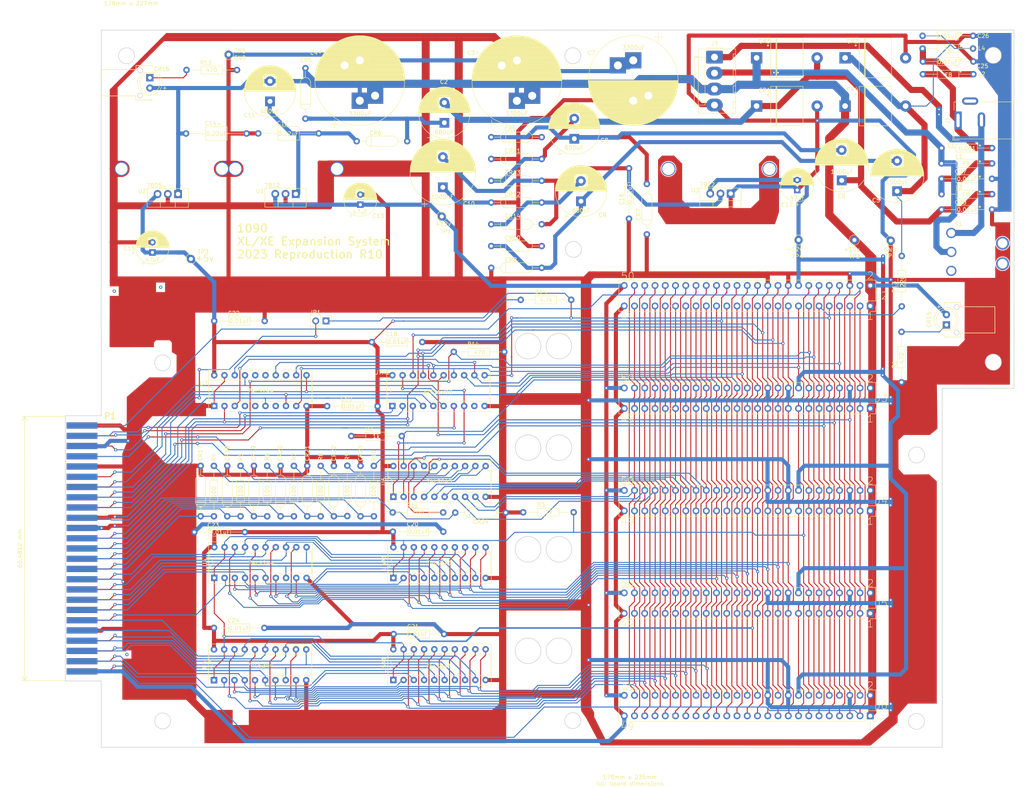
<source format=kicad_pcb>
(kicad_pcb (version 20221018) (generator pcbnew)
  (layers (0 "F.Cu" signal) (31 "B.Cu" signal) (34 "B.Paste" user) (35 "F.Paste" user) (36 "B.SilkS" user "B.Silkscreen") (37 "F.SilkS" user "F.Silkscreen") (38 "B.Mask" user) (39 "F.Mask" user) (44 "Edge.Cuts" user))
  (net 0 "")
  (net 1 "Net-(C2-Pad1)")
  (net 2 "+10V")
  (net 3 "GND")
  (net 4 "Net-(C5-Pad2)")
  (net 5 "Net-(C6-Pad2)")
  (net 6 "Net-(C10-Pad1)")
  (net 7 "Net-(C8-Pad2)")
  (net 8 "Net-(C9-Pad2)")
  (net 9 "Net-(C10-Pad2)")
  (net 10 "Net-(C11-Pad1)")
  (net 11 "+12V")
  (net 12 "+5V")
  (net 13 "-12V")
  (net 14 "Net-(CR15-Pad1)")
  (net 15 "Net-(CR16-Pad1)")
  (net 16 "/ID0")
  (net 17 "/ID1")
  (net 18 "/ID2")
  (net 19 "/ID3")
  (net 20 "/ID4")
  (net 21 "/ID5")
  (net 22 "/ID6")
  (net 23 "/ID7")
  (net 24 "/B_D0")
  (net 25 "/B_D1")
  (net 26 "/B_D2")
  (net 27 "/B_D3")
  (net 28 "/B_D4")
  (net 29 "/B_D5")
  (net 30 "/B_D6")
  (net 31 "/B_D7")
  (net 32 "/!DBUFFSEL")
  (net 33 "/B_Ph2")
  (net 34 "/!A_BUFF_SEL")
  (net 35 "/B_RESET")
  (net 36 "/!IRQ")
  (net 37 "/!MPD")
  (net 38 "/AUDIO")
  (net 39 "/COMPGNDRET")
  (net 40 "/B_A0")
  (net 41 "/B_A1")
  (net 42 "/B_A2")
  (net 43 "/B_A3")
  (net 44 "/B_A4")
  (net 45 "/B_A5")
  (net 46 "/B_A6")
  (net 47 "/B_A7")
  (net 48 "/B_A8")
  (net 49 "/B_A9")
  (net 50 "/B_A10")
  (net 51 "/B_A11")
  (net 52 "/B_A12")
  (net 53 "/B_A13")
  (net 54 "/B_A14")
  (net 55 "/B_A15")
  (net 56 "/B_LR!W")
  (net 57 "/!CARDSEL")
  (net 58 "/AC")
  (net 59 "/B_!REF")
  (net 60 "/!B_EXTENB")
  (net 61 "/!EXTSEL")
  (net 62 "/!EXTENB")
  (net 63 "/Ph2")
  (net 64 "/!REF")
  (net 65 "/RESET")
  (net 66 "/LR!W")
  (net 67 "/A0")
  (net 68 "/A2")
  (net 69 "/A4")
  (net 70 "/A6")
  (net 71 "/A7")
  (net 72 "/A9")
  (net 73 "/A11")
  (net 74 "/A13")
  (net 75 "/D0")
  (net 76 "/D2")
  (net 77 "/D4")
  (net 78 "/D6")
  (net 79 "/A1")
  (net 80 "/A3")
  (net 81 "/A5")
  (net 82 "/A8")
  (net 83 "/A10")
  (net 84 "/A12")
  (net 85 "/A14")
  (net 86 "/A15")
  (net 87 "/D1")
  (net 88 "/D3")
  (net 89 "/D5")
  (net 90 "/D7")
  (net 91 "/PR3")
  (net 92 "/PR2")
  (net 93 "/PR7")
  (net 94 "/PR6")
  (net 95 "/PR4")
  (net 96 "/PR5")
  (net 97 "/PR1")
  (net 98 "/!B_HALT")
  (net 99 "/!HALT")
  (net 100 "/B_RD5")
  (net 101 "/B_RD4")
  (net 102 "/RD5")
  (net 103 "/RD4")
  (net 104 "/!XE_MODE")
  (net 105 "Net-(JP1-Pad2)")
  (footprint "1090:D_Axial_L5.1mm_D3.1mm_P12.50mm_Horizontal" (layer "F.Cu") (at 333.688 246.413 90)
    (fp_text reference "CR17")
    (fp_text value "D")
  )
  (footprint "1090:C_Axial_L5.1mm_D3.1mm_P12.50mm_Horizontal" (layer "F.Cu") (at 381.313 250.238999)
    (fp_text reference "C20")
    (fp_text value ".01uF")
  )
  (footprint "1090:C_Axial_L5.1mm_D3.1mm_P12.50mm_Horizontal" (layer "F.Cu") (at 344.63 250.35 180)
    (fp_text reference "C23")
    (fp_text value ".01uF")
  )
  (footprint "1090:D_Axial_L5.1mm_D3.1mm_P12.50mm_Horizontal" (layer "F.Cu") (at 373.312 246.413 90)
    (fp_text reference "CR23")
    (fp_text value "D")
  )
  (footprint "1090:D_Axial_L5.1mm_D3.1mm_P12.50mm_Horizontal" (layer "F.Cu") (at 366.708 246.413 90)
    (fp_text reference "CR22")
    (fp_text value "D")
  )
  (footprint "1090:D_Axial_L5.1mm_D3.1mm_P12.50mm_Horizontal" (layer "F.Cu") (at 360.104 246.413 90)
    (fp_text reference "CR21")
    (fp_text value "D")
  )
  (footprint "1090:D_Axial_L5.1mm_D3.1mm_P12.50mm_Horizontal" (layer "F.Cu") (at 353.5 246.413 90)
    (fp_text reference "CR20")
    (fp_text value "D")
  )
  (footprint "1090:D_Axial_L5.1mm_D3.1mm_P12.50mm_Horizontal" (layer "F.Cu") (at 346.896 246.413 90)
    (fp_text reference "CR19")
    (fp_text value "D")
  )
  (footprint "1090:D_Axial_L5.1mm_D3.1mm_P12.50mm_Horizontal" (layer "F.Cu") (at 340.292 246.413 90)
    (fp_text reference "CR18")
    (fp_text value "D")
  )
  (footprint "1090:R_Axial_L5.1mm_D3.1mm_P12.50mm_Horizontal" (layer "F.Cu") (at 396.426 205.646)
    (fp_text reference "R14")
    (fp_text value "470")
  )
  (footprint "1090:R_Axial_L5.1mm_D3.1mm_P12.50mm_Horizontal" (layer "F.Cu") (at 393.78 245.47 180)
    (fp_text reference "R11")
    (fp_text value "100")
  )
  (footprint "1090:R_Axial_L5.1mm_D3.1mm_P12.50mm_Horizontal" (layer "F.Cu") (at 376.614 233.92 -90)
    (fp_text reference "R10")
    (fp_text value "100")
  )
  (footprint "1090:R_Axial_L5.1mm_D3.1mm_P12.50mm_Horizontal" (layer "F.Cu") (at 370.03 233.87 -90)
    (fp_text reference "R9")
    (fp_text value "100")
  )
  (footprint "1090:R_Axial_L5.1mm_D3.1mm_P12.50mm_Horizontal" (layer "F.Cu") (at 363.43 233.92 -90)
    (fp_text reference "R8")
    (fp_text value "100")
  )
  (footprint "1090:R_Axial_L5.1mm_D3.1mm_P12.50mm_Horizontal" (layer "F.Cu") (at 356.802 233.92 -90)
    (fp_text reference "R7")
    (fp_text value "100")
  )
  (footprint "1090:R_Axial_L5.1mm_D3.1mm_P12.50mm_Horizontal" (layer "F.Cu") (at 426.11 245.43 180)
    (fp_text reference "R3")
    (fp_text value "1K")
  )
  (footprint "1090:R_Axial_L5.1mm_D3.1mm_P12.50mm_Horizontal" (layer "F.Cu") (at 371.026 226.5375)
    (fp_text reference "R2")
    (fp_text value "1K")
  )
  (footprint "Connector_Pin:Pin_D1.0mm_L10.0mm" (layer "F.Cu") (at 340.608 131.959)
    (fp_text reference "TP5")
    (fp_text value "GND")
  )
  (footprint "Connector_Pin:Pin_D1.0mm_L10.0mm" (layer "F.Cu") (at 504.69 178.07)
    (fp_text reference "TP6")
    (fp_text value "GND")
  )
  (footprint "Connector_Pin:Pin_D1.0mm_L10.0mm" (layer "F.Cu") (at 393.44 172.091)
    (fp_text reference "TP1")
    (fp_text value "+12V")
  )
  (footprint "Package_TO_SOT_THT:TO-220-3_Vertical" (layer "F.Cu") (at 328.1 166.53 180)
    (fp_text reference "U2")
    (fp_text value "LM78M05")
  )
  (footprint "Capacitor_THT:CP_Radial_D8.0mm_P2.50mm" (layer "F.Cu") (at 481.505 165.545 90)
    (fp_text reference "C17")
    (fp_text value "47uF")
  )
  (footprint "footprints:E101J1ABE2" (layer "F.Cu") (at 519.684 176.1744)
    (fp_text reference "S1")
    (fp_text value "SW_SPST")
  )
  (footprint "1090:D_Axial_L5.1mm_D3.1mm_P12.50mm_Horizontal" (layer "F.Cu") (at 396.78 245.513)
    (fp_text reference "CR24")
    (fp_text value "D")
  )
  (footprint "1090:R_Axial_L5.1mm_D3.1mm_P12.50mm_Horizontal" (layer "F.Cu") (at 343.58 233.92 -90)
    (fp_text reference "R5")
    (fp_text value "100")
  )
  (footprint "1090:R_Axial_L5.1mm_D3.1mm_P12.50mm_Horizontal" (layer "F.Cu") (at 336.98 233.92 -90)
    (fp_text reference "R4")
    (fp_text value "100")
  )
  (footprint "1090:R_Axial_L5.1mm_D3.1mm_P12.50mm_Horizontal" (layer "F.Cu") (at 350.18 233.92 -90)
    (fp_text reference "R6")
    (fp_text value "100")
  )
  (footprint "1090:C_Axial_L5.1mm_D3.1mm_P12.50mm_Horizontal" (layer "F.Cu") (at 439.83 160.145 -90)
    (fp_text reference "C16")
    (fp_text value ".22uF 50v")
  )
  (footprint "Atari:AtariSocket_2x25_P2.54mm_Vertical" (layer "F.Cu") (at 499.62 242.54 -90)
    (fp_text reference "J4")
    (fp_text value "J4" hide)
  )
  (footprint "Atari:AtariSocket_2x25_P2.54mm_Vertical" (layer "F.Cu") (at 499.61 191.74 -90)
    (fp_text reference "J2")
    (fp_text value "J2" hide)
  )
  (footprint "Atari:AtariSocket_2x25_P2.54mm_Vertical" (layer "F.Cu") (at 499.61 293.35 -90)
    (fp_text reference "J6")
    (fp_text value "J6" hide)
  )
  (footprint "1090:C_Axial_L5.1mm_D3.1mm_P12.50mm_Horizontal" (layer "F.Cu") (at 517.275 155.127)
    (fp_text reference "C1")
    (fp_text value ".001uF")
  )
  (footprint "Capacitor_THT:CP_Radial_D12.5mm_P5.00mm" (layer "F.Cu") (at 394.075 148.85 90)
    (fp_text reference "C2")
    (fp_text value "680")
  )
  (footprint "Capacitor_THT:CP_Radial_D12.5mm_P5.00mm" (layer "F.Cu") (at 426.271 152.814 90)
    (fp_text reference "C8")
    (fp_text value "680")
  )
  (footprint "Capacitor_THT:CP_Radial_D16.0mm_P7.50mm" (layer "F.Cu") (at 393.694 164.852 90)
    (fp_text reference "C10")
    (fp_text value "1500")
  )
  (footprint "Capacitor_THT:CP_Radial_D12.5mm_P5.00mm" (layer "F.Cu") (at 350.88 143.54 90)
    (fp_text reference "C11")
    (fp_text value "680")
  )
  (footprint "Capacitor_THT:C_Axial_L5.1mm_D3.1mm_P15.00mm_Horizontal" (layer "F.Cu") (at 362.955 151.495 180)
    (fp_text reference "C12")
    (fp_text value ".22uF 50v")
  )
  (footprint "Capacitor_THT:CP_Radial_D8.0mm_P2.50mm" (layer "F.Cu") (at 373.26 169.16 90)
    (fp_text reference "C13")
    (fp_text value "47uF")
  )
  (footprint "Capacitor_THT:C_Axial_L5.1mm_D3.1mm_P15.00mm_Horizontal" (layer "F.Cu") (at 330.067 151.517)
    (fp_text reference "C14")
    (fp_text value ".22uF 50v")
  )
  (footprint "Capacitor_THT:CP_Radial_D8.0mm_P2.50mm" (layer "F.Cu") (at 321.75 181.008 90)
    (fp_text reference "C15")
    (fp_text value "47uF")
  )
  (footprint "1090:C_Axial_L5.1mm_D3.1mm_P12.50mm_Horizontal" (layer "F.Cu") (at 376.106 203.233)
    (fp_text reference "C18")
    (fp_text value ".01uF")
  )
  (footprint "1090:C_Axial_L5.1mm_D3.1mm_P12.50mm_Horizontal" (layer "F.Cu") (at 377.53 219.12 180)
    (fp_text reference "C19")
    (fp_text value ".01uF")
  )
  (footprint "1090:C_Axial_L5.1mm_D3.1mm_P12.50mm_Horizontal" (layer "F.Cu") (at 381.5 275.623)
    (fp_text reference "C21")
    (fp_text value ".01uF")
  )
  (footprint "1090:C_Axial_L5.1mm_D3.1mm_P12.50mm_Horizontal" (layer "F.Cu") (at 336.99 274.099)
    (fp_text reference "C24")
    (fp_text value ".01uF")
  )
  (footprint "1090:C_Axial_L5.1mm_D3.1mm_P12.50mm_Horizontal" (layer "F.Cu") (at 512.648 133.664)
    (fp_text reference "C25")
    (fp_text value ".01uF")
  )
  (footprint "1090:C_Axial_L5.1mm_D3.1mm_P12.50mm_Horizontal" (layer "F.Cu") (at 512.573 127.304)
    (fp_text reference "C26")
    (fp_text value ".01uF")
  )
  (footprint "1090:C_Axial_L5.1mm_D3.1mm_P12.50mm_Horizontal" (layer "F.Cu") (at 517.275 162.747)
    (fp_text reference "C27")
    (fp_text value ".01uF")
  )
  (footprint "1090:C_Axial_L5.1mm_D3.1mm_P12.50mm_Horizontal" (layer "F.Cu") (at 517.275 170.367)
    (fp_text reference "C28")
    (fp_text value ".01uF")
  )
  (footprint "1090:D_5KP_P10.16mm_Horizontal" (layer "F.Cu") (at 473.94 132.777)
    (fp_text reference "CR3")
    (fp_text value "D")
  )
  (footprint "1090:D_5KP_P10.16mm_Horizontal" (layer "F.Cu") (at 495.864 144.715)
    (fp_text reference "CR4")
    (fp_text value "D")
  )
  (footprint "1090:D_Axial_L5.1mm_D3.1mm_P12.50mm_Horizontal" (layer "F.Cu") (at 372.358 153.422)
    (fp_text reference "CR6")
    (fp_text value "D")
  )
  (footprint "1090:D_Axial_L5.1mm_D3.1mm_P12.50mm_Horizontal" (layer "F.Cu") (at 444.255 176.52 90)
    (fp_text reference "CR7")
    (fp_text value "D")
  )
  (footprint "1090:D_Axial_L5.1mm_D3.1mm_P12.50mm_Horizontal" (layer "F.Cu") (at 405.697 184.818)
    (fp_text reference "CR8")
    (fp_text value "D")
  )
  (footprint "1090:D_Axial_L5.1mm_D3.1mm_P12.50mm_Horizontal" (layer "F.Cu") (at 405.697 152.433)
    (fp_text reference "CR9")
    (fp_text value "D")
  )
  (footprint "1090:D_Axial_L5.1mm_D3.1mm_P12.50mm_Horizontal" (layer "F.Cu") (at 405.697 179.4205)
    (fp_text reference "CR10")
    (fp_text value "D")
  )
  (footprint "1090:D_Axial_L5.1mm_D3.1mm_P12.50mm_Horizontal" (layer "F.Cu") (at 405.697 157.8305)
    (fp_text reference "CR11")
    (fp_text value "D")
  )
  (footprint "1090:D_Axial_L5.1mm_D3.1mm_P12.50mm_Horizontal" (layer "F.Cu") (at 405.697 168.6255)
    (fp_text reference "CR12")
    (fp_text value "D")
  )
  (footprint "1090:D_Axial_L5.1mm_D3.1mm_P12.50mm_Horizontal" (layer "F.Cu") (at 405.697 163.228)
    (fp_text reference "CR13")
    (fp_text value "D")
  )
  (footprint "1090:D_Axial_L5.1mm_D3.1mm_P12.50mm_Horizontal" (layer "F.Cu") (at 405.697 174.023)
    (fp_text reference "CR14")
    (fp_text value "D")
  )
  (footprint "1090:LED_D5.0mm_FlatTop" (layer "F.Cu") (at 518.483 198.965)
    (fp_text reference "CR15")
    (fp_text value "LED_ALT")
  )
  (footprint "1090:LED_D5.0mm_FlatTop" (layer "F.Cu") (at 321.115 137.701 180)
    (fp_text reference "CR16")
    (fp_text value "LED_ALT")
  )
  (footprint "Connector_BarrelJack:BarrelJack_Wuerth_6941xx301002" (layer "F.Cu") (at 521.357 148.269 90)
    (fp_text reference "J1")
    (fp_text value "Barrel_Jack")
  )
  (footprint "1090:L_Axial_L5.1mm_D3.1mm_P12.50mm_Horizontal" (layer "F.Cu") (at 517.275 158.937)
    (fp_text reference "L1")
    (fp_text value "FB")
  )
  (footprint "1090:L_Axial_L5.1mm_D3.1mm_P12.50mm_Horizontal" (layer "F.Cu") (at 512.648 136.819)
    (fp_text reference "L2")
    (fp_text value "FB")
  )
  (footprint "1090:L_Axial_L5.1mm_D3.1mm_P12.50mm_Horizontal" (layer "F.Cu") (at 517.275 166.557)
    (fp_text reference "L3")
    (fp_text value "FB")
  )
  (footprint "1090:L_Axial_L5.1mm_D3.1mm_P12.50mm_Horizontal" (layer "F.Cu") (at 512.573 130.459)
    (fp_text reference "L4")
    (fp_text value "FB" hide)
  )
  (footprint "1090:R_Axial_L5.1mm_D3.1mm_P12.50mm_Horizontal" (layer "F.Cu") (at 507.355 200.695 -90)
    (fp_text reference "R1")
    (fp_text value "470")
  )
  (footprint "1090:R_Axial_L5.1mm_D3.1mm_P12.50mm_Horizontal" (layer "F.Cu") (at 330.194 135.769)
    (fp_text reference "R12")
    (fp_text value "470")
  )
  (footprint "1090:R_Axial_L5.1mm_D3.1mm_P12.50mm_Horizontal" (layer "F.Cu") (at 507.405 194.37 90)
    (fp_text reference "R13")
    (fp_text value "220")
  )
  (footprint "Connector_Pin:Pin_D1.0mm_L10.0mm" (layer "F.Cu") (at 495.68 177.93)
    (fp_text reference "TP2")
    (fp_text value "+10V")
  )
  (footprint "Connector_Pin:Pin_D1.0mm_L10.0mm" (layer "F.Cu") (at 331.275 182.62)
    (fp_text reference "TP3")
    (fp_text value "TestPoint")
  )
  (footprint "Connector_Pin:Pin_D1.0mm_L10.0mm" (layer "F.Cu") (at 481.85 177.92)
    (fp_text reference "TP4")
    (fp_text value "-12V")
  )
  (footprint "Package_TO_SOT_THT:TO-220-3_Vertical" (layer "F.Cu") (at 357.26 166.5 180)
    (fp_text reference "U1")
    (fp_text value "LM78M12")
  )
  (footprint "Package_TO_SOT_THT:TO-220-3_Vertical" (layer "F.Cu") (at 465.03 166.42 180)
    (fp_text reference "U3")
    (fp_text value "LM79M12")
  )
  (footprint "1090:D_Axial_L5.1mm_D3.1mm_P12.50mm_Horizontal" (layer "F.Cu") (at 359.658 147.834 90)
    (fp_text reference "CR5")
    (fp_text value "D")
  )
  (footprint "1090:D_5KP_P10.16mm_Horizontal" (layer "F.Cu") (at 495.864 132.777)
    (fp_text reference "CR2")
    (fp_text value "D")
  )
  (footprint "Atari:AtariSocket_2x25_P2.54mm_Vertical" (layer "F.Cu") (at 499.6 267.95 -90)
    (fp_text reference "J5")
    (fp_text value "J5" hide)
  )
  (footprint "Atari:AtariSocket_2x25_P2.54mm_Vertical" (layer "F.Cu") (at 499.62 217.15 -90)
    (fp_text reference "J3")
    (fp_text value "J3" hide)
  )
  (footprint "Capacitor_THT:CP_Radial_D12.5mm_P5.00mm" (layer "F.Cu") (at 427.922 168.308 90)
    (fp_text reference "C9")
    (fp_text value "680")
  )
  (footprint "1090:CP_Radial_D13.0mm_P7.50mm" (layer "F.Cu") (at 506.262 165.809 90)
    (fp_text reference "C5")
    (fp_text value "1500")
  )
  (footprint "1090:CP_Radial_D13.0mm_P7.50mm" (layer "F.Cu") (at 492.53 163.145 90)
    (fp_text reference "C6")
    (fp_text value "1500")
  )
  (footprint "1090:D_5KP_P10.16mm_Horizontal" (layer "F.Cu") (at 473.94 144.715)
    (fp_text reference "CR1")
    (fp_text value "D")
  )
  (footprint "Connector_Molex:Molex_KK-396_A-41791-0004_1x04_P3.96mm_Vertical" (layer "F.Cu") (at 461.01 132.588 -90)
    (fp_text reference "J7")
    (fp_text value "External Switch and LED Connector")
  )
  (footprint "1090:R_Axial_L5.1mm_D3.1mm_P12.50mm_Horizontal" (layer "F.Cu") (at 413 192.75)
    (fp_text reference "R15")
    (fp_text value "4.7k")
  )
  (footprint "Package_DIP:DIP-20_W7.62mm_Socket" (layer "F.Cu") (at 381.1905 219.075 90)
    (fp_text reference "U7A1")
    (fp_text value "ATF16V8B_Complex")
  )
  (footprint "1090:CP_Radial_D22.0mm_P7.50_10.00mm_SnapIn" (layer "F.Cu") (at 412.047 143.416 90)
    (fp_text reference "C3")
    (fp_text value "3300")
  )
  (footprint "1090:CP_Radial_D22.0mm_P7.50_10.00mm_SnapIn" (layer "F.Cu") (at 373.12 143.389 90)
    (fp_text reference "C4")
    (fp_text value "3300")
  )
  (footprint "1090:CP_Radial_D22.0mm_P7.50_10.00mm_SnapIn" (layer "F.Cu") (at 440.876 133.383 -90)
    (fp_text reference "C7")
    (fp_text value "3300")
  )
  (footprint "Connector_PinHeader_2.54mm:PinHeader_1x02_P2.54mm_Vertical" (layer "F.Cu") (at 364.744 197.993 -90)
    (fp_text reference "JP1")
    (fp_text value "!RDY")
  )
  (footprint "1090:C_Axial_L5.1mm_D3.1mm_P12.50mm_Horizontal" (layer "F.Cu") (at 337.058 197.993)
    (fp_text reference "C22")
    (fp_text value ".01uF")
  )
  (footprint "Package_DIP:DIP-20_W7.62mm_Socket" (layer "F.Cu") (at 337.075 261.702 90)
    (fp_text reference "U4")
    (fp_text value "74LS244")
  )
  (footprint "Package_DIP:DIP-20_W7.62mm_Socket" (layer "F.Cu") (at 336.996 287.053 90)
    (fp_text reference "U5")
    (fp_text value "74LS244")
  )
  (footprint "Package_DIP:DIP-20_W7.62mm_Socket" (layer "F.Cu") (at 381.44 241.587 90)
    (fp_text reference "U6")
    (fp_text value "74LS645")
  )
  (footprint "Package_DIP:DIP-20_W7.62mm_Socket" (layer "F.Cu") (at 337.058 219.075 90)
    (fp_text reference "U7")
    (fp_text value "74LS244")
  )
  (footprint "Package_DIP:DIP-20_W7.62mm_Socket" (layer "F.Cu") (at 381.44 261.72 90)
    (fp_text reference "U4A1")
    (fp_text value "74LS541")
  )
  (footprint "Package_DIP:DIP-20_W7.62mm_Socket" (layer "F.Cu") (at 381.43942 287.012001 90)
    (fp_text reference "U5A1")
    (fp_text value "74LS541")
  )
  (footprint "1090:Edge-50" (layer "B.Cu") (at 305.56 244.2429 -90)
    (fp_text reference "P1")
    (fp_text value "PARALLEL_BUS_INTERFACE" hide)
  )
  (gr_line (start 309.05 303.69) (end 517.43 303.695) (stroke (width 0.15)) (layer "Edge.Cuts"))
  (gr_circle (center 425.89 297.086) (end 427.8712 297.086) (stroke (width 0.15)) (fill none) (layer "Edge.Cuts"))
  (gr_circle (center 511.0612 297.27) (end 513.0424 297.27) (stroke (width 0.15)) (fill none) (layer "Edge.Cuts"))
  (gr_circle (center 426.0678 180.246) (end 428.049 180.246) (stroke (width 0.15)) (fill none) (layer "Edge.Cuts"))
  (gr_circle (center 530.0946 208.213) (end 532.0758 208.213) (stroke (width 0.15)) (fill none) (layer "Edge.Cuts"))
  (gr_circle (center 511.0988 231.22) (end 513.08 231.22) (stroke (width 0.15)) (fill none) (layer "Edge.Cuts"))
  (gr_circle (center 530.0946 132.14) (end 532.0758 132.14) (stroke (width 0.15)) (fill none) (layer "Edge.Cuts"))
  (gr_circle (center 315.3238 132.24) (end 317.305 132.24) (stroke (width 0.15)) (fill none) (layer "Edge.Cuts"))
  (gr_circle (center 324.2788 208.39) (end 326.26 208.39) (stroke (width 0.15)) (fill none) (layer "Edge.Cuts"))
  (gr_circle (center 521.023 200.87) (end 521.023 201.505) (stroke (width 0.15)) (fill none) (layer "Edge.Cuts"))
  (gr_circle (center 318.702 135.796) (end 318.702 136.431) (stroke (width 0.15)) (fill none) (layer "Edge.Cuts"))
  (gr_circle (center 318.702 142.146) (end 318.702 142.781) (stroke (width 0.15)) (fill none) (layer "Edge.Cuts"))
  (gr_circle (center 414.815633 279.773125) (end 417.990633 279.773125) (stroke (width 0.15)) (fill none) (layer "Edge.Cuts"))
  (gr_circle (center 422.472 279.773125) (end 425.647 279.773125) (stroke (width 0.15)) (fill none) (layer "Edge.Cuts"))
  (gr_circle (center 414.815633 229.417625) (end 417.990633 229.417625) (stroke (width 0.15)) (fill none) (layer "Edge.Cuts"))
  (gr_circle (center 422.472 229.417625) (end 425.647 229.417625) (stroke (width 0.15)) (fill none) (layer "Edge.Cuts"))
  (gr_circle (center 425.905 132.2388) (end 427.8862 132.2388) (stroke (width 0.15)) (fill none) (layer "Edge.Cuts"))
  (gr_circle (center 324.29 297.1622) (end 326.2712 297.1622) (stroke (width 0.15)) (fill none) (layer "Edge.Cuts"))
  (gr_circle (center 414.815633 204.239875) (end 417.990633 204.239875) (stroke (width 0.15)) (fill none) (layer "Edge.Cuts"))
  (gr_circle (center 422.472 204.239875) (end 425.647 204.239875) (stroke (width 0.15)) (fill none) (layer "Edge.Cuts"))
  (gr_circle (center 422.472 254.595375) (end 425.647 254.595375) (stroke (width 0.15)) (fill none) (layer "Edge.Cuts"))
  (gr_circle (center 414.815633 254.595375) (end 417.990633 254.595375) (stroke (width 0.15)) (fill none) (layer "Edge.Cuts"))
  (gr_line (start 300.1645 221.6658) (end 300.1645 221.5) (stroke (width 0.15)) (layer "Edge.Cuts"))
  (gr_line (start 300.16 287.14) (end 300.16 287.25) (stroke (width 0.15)) (layer "Edge.Cuts"))
  (gr_circle (center 521.023 194.52) (end 521.023 195.155) (stroke (width 0.15)) (fill none) (layer "Edge.Cuts"))
  (gr_line (start 300.1645 221.5) (end 309.0545 221.5) (stroke (width 0.15)) (layer "Edge.Cuts"))
  (gr_line (start 535.23 125.87) (end 535.22 214.66) (stroke (width 0.15)) (layer "Edge.Cuts"))
  (gr_line (start 309.05 125.89) (end 535.23 125.87) (stroke (width 0.15)) (layer "Edge.Cuts"))
  (gr_line (start 517.43 214.663) (end 517.43 303.695) (stroke (width 0.15)) (layer "Edge.Cuts"))
  (gr_line (start 535.22 214.66) (end 517.43 214.663) (stroke (width 0.15)) (layer "Edge.Cuts"))
  (gr_line (start 309.05 287.25) (end 300.16 287.25) (stroke (width 0.15)) (layer "Edge.Cuts"))
  (gr_line (start 309.0545 221.5) (end 309.05 125.89) (stroke (width 0.15)) (layer "Edge.Cuts"))
  (gr_line (start 300.16 287.14) (end 300.1645 221.6658) (stroke (width 0.15)) (layer "Edge.Cuts"))
  (gr_line (start 309.05 303.69) (end 309.05 287.25) (stroke (width 0.15)) (layer "Edge.Cuts"))
  (gr_text "0.01uF" (at 343.281 197.993) (layer "F.SilkS") (effects (font (size 1 1))))
  (gr_text "GND" (at 504.52274 180.36032) (layer "F.SilkS") (effects (font (size 1 1))))
  (gr_text "*" (at 522 133.5) (layer "F.SilkS") (effects (font (size 1 1))))
  (gr_text "+" (at 516.6 194.4) (layer "F.SilkS") (effects (font (size 1 1))))
  (gr_text "0.01uF" (at 518.8 133.8) (layer "F.SilkS") (effects (font (size 1 1))))
  (gr_text "*" (at 324.5 165) (layer "F.SilkS") (effects (font (size 1 1))))
  (gr_text "680uF" (at 350.8 146) (layer "F.SilkS") (effects (font (size 1 1))))
  (gr_text "4.7k" (at 419.25 192.75) (layer "F.SilkS") (effects (font (size 1 1))))
  (gr_text "74LS645" (at 392.8 237.8) (layer "F.SilkS") (effects (font (size 1 1))))
  (gr_text "0.01uF" (at 338.4 250.4) (layer "F.SilkS") (effects (font (size 1 1))))
  (gr_text "*" (at 522 136.5) (layer "F.SilkS") (effects (font (size 1 1))))
  (gr_text "470" (at 507.4 207.2 90) (layer "F.SilkS") (effects (font (size 1 1))))
  (gr_text "*" (at 526.75 166.25) (layer "F.SilkS") (effects (font (size 1 1))))
  (gr_text "*" (at 496 130) (layer "F.SilkS") (effects (font (size 1 1))))
  (gr_text "0.01uF" (at 523.6 162.8) (layer "F.SilkS") (effects (font (size 1 1))))
  (gr_text "*" (at 402.25 131.75) (layer "F.SilkS") (effects (font (size 1 1))))
  (gr_text "3300uF" (at 373.2 146.6) (layer "F.SilkS") (effects (font (size 1 1))))
  (gr_text "*" (at 522 127) (layer "F.SilkS") (effects (font (size 1 1))))
  (gr_text "100" (at 363.4 240.2 90) (layer "F.SilkS") (effects (font (size 1 1))))
  (gr_text "100" (at 337 240.4 90) (layer "F.SilkS") (effects (font (size 1 1))))
  (gr_text "74LS541" (at 392.6 283.6) (layer "F.SilkS") (effects (font (size 1 1))))
  (gr_text "+12v" (at 393.7635 173.93158) (layer "F.SilkS") (effects (font (size 1 1))))
  (gr_text "178mm x 235mm\nfull board dimensions" (at 440.04 311.9) (layer "F.SilkS") (effects (font (size 1 1))))
  (gr_text "1k" (at 420 245.4) (layer "F.SilkS") (effects (font (size 1 1))))
  (gr_text "\n*" (at 526.75 154) (layer "F.SilkS") (effects (font (size 1 1))))
  (gr_text "*" (at 496 142) (layer "F.SilkS") (effects (font (size 1 1))))
  (gr_text "74LS244" (at 348.488 215.392) (layer "F.SilkS") (effects (font (size 1 1))))
  (gr_text "7805" (at 322.2 164.4) (layer "F.SilkS") (effects (font (size 1 1))))
  (gr_text "100" (at 350.2 240.2 90) (layer "F.SilkS") (effects (font (size 1 1))))
  (gr_text "0.22uF" (at 355.4 151.6) (layer "F.SilkS") (effects (font (size 1 1))))
  (gr_text "100" (at 343.6 240.2 90) (layer "F.SilkS") (effects (font (size 1 1))))
  (gr_text "470" (at 402.8 205.8) (layer "F.SilkS") (effects (font (size 1 1))))
  (gr_text "*" (at 474.25 130) (layer "F.SilkS") (effects (font (size 1 1))))
  (gr_text "1090\nXL/XE Expansion System\n2023 Reproduction R10" (at 342.5 178.25) (layer "F.SilkS") (effects (font (size 2 2) (thickness 0.3)) (justify left)))
  (gr_text "470" (at 336.4 135.8) (layer "F.SilkS") (effects (font (size 1 1))))
  (gr_text "*" (at 522 130.25) (layer "F.SilkS") (effects (font (size 1 1))))
  (gr_text "*" (at 526.75 162.5) (layer "F.SilkS") (effects (font (size 1 1))))
  (gr_text "74LS244" (at 348.4 283.4) (layer "F.SilkS") (effects (font (size 1 1))))
  (gr_text "0.01uF" (at 523.6 170.4) (layer "F.SilkS") (effects (font (size 1 1))))
  (gr_text "3300uF" (at 441 130.2) (layer "F.SilkS") (effects (font (size 1 1))))
  (gr_text "0.001" (at 523.6 155.2) (layer "F.SilkS") (effects (font (size 1 1))))
  (gr_text "47uF" (at 321.8 182.8) (layer "F.SilkS") (effects (font (size 1 1))))
  (gr_text "47uF" (at 373.2 171) (layer "F.SilkS") (effects (font (size 1 1))))
  (gr_text "FB" (at 519 137) (layer "F.SilkS") (effects (font (size 1 1))))
  (gr_text "680uF" (at 394 151.2) (layer "F.SilkS") (effects (font (size 1 1))))
  (gr_text "7812" (at 351.4 164.4) (layer "F.SilkS") (effects (font (size 1 1))))
  (gr_text "0.22uF" (at 337.6 151.6) (layer "F.SilkS") (effects (font (size 1 1))))
  (gr_text "*" (at 526.75 158.75) (layer "F.SilkS") (effects (font (size 1 1))))
  (gr_text "*" (at 526.75 170) (layer "F.SilkS") (effects (font (size 1 1))))
  (gr_text "0.01uF" (at 371.2 219.2) (layer "F.SilkS") (effects (font (size 1 1))))
  (gr_text "1k" (at 377.2 226.6) (layer "F.SilkS") (effects (font (size 1 1))))
  (gr_text "GND" (at 343.43 132.79) (layer "F.SilkS") (effects (font (size 1 1))))
  (gr_text "1500uF" (at 393.6 167.2) (layer "F.SilkS") (effects (font (size 1 1))))
  (gr_text "680uF" (at 426.2 155) (layer "F.SilkS") (effects (font (size 1 1))))
  (gr_text "*" (at 474.25 142.25) (layer "F.SilkS") (effects (font (size 1 1))))
  (gr_text "1500uF" (at 492.6 161) (layer "F.SilkS") (effects (font (size 1 1))))
  (gr_text "FB" (at 519 130.6) (layer "F.SilkS") (effects (font (size 1 1))))
  (gr_text "*" (at 363.25 131.75) (layer "F.SilkS") (effects (font (size 1 1))))
  (gr_text "*" (at 317 181.5) (layer "F.SilkS") (effects (font (size 1 1))))
  (gr_text "ATF16V8B" (at 392.5 215.646) (layer "F.SilkS") (effects (font (size 1 1))))
  (gr_text "74LS244" (at 348.6 258) (layer "F.SilkS") (effects (font (size 1 1))))
  (gr_text "FB" (at 523.4 159) (layer "F.SilkS") (effects (font (size 1 1))))
  (gr_text "680uF" (at 428 170.6) (layer "F.SilkS") (effects (font (size 1 1))))
  (gr_text "100" (at 376.6 240.2 90) (layer "F.SilkS") (effects (font (size 1 1))))
  (gr_text "47uF" (at 481.6 167.4) (layer "F.SilkS") (effects (font (size 1 1))))
  (gr_text "+5v" (at 334.69 182.49) (layer "F.SilkS") (effects (font (size 1.5 1.5) (thickness 0.2))))
  (gr_text "220" (at 507.6 188.2 90) (layer "F.SilkS") (effects (font (size 1 1))))
  (gr_text "+10v" (at 494.99774 180.26634) (layer "F.SilkS") (effects (font (size 1 1))))
  (gr_text "100" (at 387.6 245.4) (layer "F.SilkS") (effects (font (size 1 1))))
  (gr_text "0.01uF" (at 343.2 274.2) (layer "F.SilkS") (effects (font (size 1 1))))
  (gr_text "74LS541" (at 392.8 258) (layer "F.SilkS") (effects (font (size 1 1))))
  (gr_text "1500uF" (at 506.2 163.6) (layer "F.SilkS") (effects (font (size 1 1))))
  (gr_text "3300uF" (at 412 146.6) (layer "F.SilkS") (effects (font (size 1 1))))
  (gr_text "+" (at 324.8 140.2) (layer "F.SilkS") (effects (font (size 1 1))))
  (gr_text "7912" (at 459.2 164.2) (layer "F.SilkS") (effects (font (size 1 1))))
  (gr_text "*" (at 338.25 149.5) (layer "F.SilkS") (effects (font (size 1 1))))
  (gr_text "0.01uF" (at 387.6 250.2) (layer "F.SilkS") (effects (font (size 1 1))))
  (gr_text "0.22uF" (at 440 166.4 90) (layer "F.SilkS") (effects (font (size 1 1))))
  (gr_text "100" (at 356.8 240.2 90) (layer "F.SilkS") (effects (font (size 1 1))))
  (gr_text "FB" (at 523.4 166.6) (layer "F.SilkS") (effects (font (size 1 1))))
  (gr_text "-12v" (at 480.82708 180.21808) (layer "F.SilkS") (effects (font (size 1 1))))
  (gr_text "0.01uF" (at 518.8 127.4) (layer "F.SilkS") (effects (font (size 1 1))))
  (gr_text "0.01uF" (at 387.4 275.6) (layer "F.SilkS") (effects (font (size 1 1))))
  (gr_text "0.01uF" (at 382.4 203.2) (layer "F.SilkS") (effects (font (size 1 1))))
  (gr_text "178mm x 227mm" (at 316.45606 119.2657) (layer "F.SilkS") (effects (font (size 1 1))))
  (gr_text "100" (at 370 240.2 90) (layer "F.SilkS") (effects (font (size 1 1))))
  (dimension (type aligned) (layer "F.SilkS") (pts (xy 300.1772 221.6658) (xy 300.1645 287.147)) (height 10.109212) (gr_text "65.4812 mm" (at 288.911638 254.404216 89.98888755) (layer "F.SilkS") (effects (font (size 1 1) (thickness 0.15)))) (format (prefix "") (suffix "") (units 2) (units_format 1) (precision 4)) (style (thickness 0.15) (arrow_length 1.27) (text_position_mode 0) (extension_height 0.58642) (extension_offset 0) keep_text_aligned))
  (via (at 323.79 189.63) (size 0.8) (drill 0.4) (layers "F.Cu" "B.Cu") (net 0))
  (via (at 315.4254 280.7) (size 0.8) (drill 0.4) (layers "F.Cu" "B.Cu") (net 0))
  (via (at 312.3 190.61) (size 0.8) (drill 0.4) (layers "F.Cu" "B.Cu") (net 0))
  (via (at 474.6117 160.2867) (size 3.5) (drill 3) (layers "F.Cu" "B.Cu") (net 0))
  (via (at 449.5927 160.2867) (size 3.5) (drill 3) (layers "F.Cu" "B.Cu") (net 0))
  (segment (start 360.78937 147.834) (end 360.80037 147.845) (width 1.016) (layer "B.Cu") (net 1))
  (segment (start 360.80037 147.845) (end 384.855 147.845) (width 1.016) (layer "B.Cu") (net 1))
  (segment (start 384.855 152.28763) (end 384.855 147.845) (width 1.016) (layer "B.Cu") (net 1))
  (segment (start 384.858 152.29063) (end 384.855 152.28763) (width 1.016) (layer "B.Cu") (net 1))
  (segment (start 384.855 147.845) (end 388.28 147.845) (width 1.016) (layer "B.Cu") (net 1))
  (segment (start 384.858 153.422) (end 384.858 152.29063) (width 1.016) (layer "B.Cu") (net 1))
  (segment (start 359.658 147.834) (end 360.78937 147.834) (width 1.016) (layer "B.Cu") (net 1))
  (segment (start 389.285 148.85) (end 394.075 148.85) (width 1.016) (layer "B.Cu") (net 1))
  (segment (start 388.28 147.845) (end 389.285 148.85) (width 1.016) (layer "B.Cu") (net 1))
  (segment (start 500.59 182.074079) (end 500.59 190.06) (width 1.016) (layer "F.Cu") (net 2))
  (segment (start 500.59 295.01) (end 499.591256 296.008744) (width 1.016) (layer "F.Cu") (net 2))
  (segment (start 498.87 190.07) (end 499.803946 190.07) (width 1.016) (layer "F.Cu") (net 2))
  (segment (start 500.59 190.022558) (end 500.59 295.02) (width 1.016) (layer "F.Cu") (net 2))
  (segment (start 499.6 245.172234) (end 499.6 266.27) (width 1.016) (layer "F.Cu") (net 2))
  (segment (start 499.6 219.692234) (end 499.6 240.79) (width 1.016) (layer "F.Cu") (net 2))
  (segment (start 499.61 214.61) (end 499.61 218.881822) (width 1.016) (layer "F.Cu") (net 2))
  (segment (start 499.61 240.818178) (end 499.61 245.09) (width 1.016) (layer "F.Cu") (net 2))
  (segment (start 499.6 266.228178) (end 499.6 270.5) (width 1.016) (layer "F.Cu") (net 2))
  (segment (start 499.61 296.01) (end 499.61 291.738178) (width 1.016) (layer "F.Cu") (net 2))
  (segment (start 499.6 270.49) (end 499.61 270.5) (width 1.016) (layer "F.Cu") (net 2))
  (segment (start 494.68 176.164079) (end 500.59 182.074079) (width 1.016) (layer "F.Cu") (net 2))
  (segment (start 493.364 144.804) (end 494.23 145.67) (width 1.016) (layer "F.Cu") (net 2))
  (segment (start 499.61 189.188665) (end 499.61 181.97) (width 1.016) (layer "F.Cu") (net 2))
  (segment (start 493.364 144.705) (end 493.364 148.748) (width 2.032) (layer "F.Cu") (net 2))
  (segment (start 499.61 191.27) (end 499.61 214.63) (width 1.016) (layer "F.Cu") (net 2))
  (segment (start 498.87 190.53) (end 499.61 191.27) (width 1.016) (layer "F.Cu") (net 2))
  (segment (start 499.61 181.97) (end 499.53 181.89) (width 1.016) (layer "F.Cu") (net 2))
  (segment (start 489.458 152.654) (end 489.458 171.708) (width 2.032) (layer "F.Cu") (net 2))
  (segment (start 499.6 270.5) (end 499.6 291.68) (width 1.016) (layer "F.Cu") (net 2))
  (segment (start 493.364 148.748) (end 489.458 152.654) (width 2.032) (layer "F.Cu") (net 2))
  (segment (start 499.61 189.2) (end 499.61 191.27) (width 1.016) (layer "F.Cu") (net 2))
  (segment (start 489.458 171.708) (end 495.68 177.93) (width 2.032) (layer "F.Cu") (net 2))
  (segment (start 498.87 181.707) (end 493.78 176.617) (width 1.016) (layer "F.Cu") (net 2))
  (segment (start 493.364 144.705) (end 493.364 144.804) (width 1.016) (layer "F.Cu") (net 2))
  (segment (start 498.87 189.14) (end 498.87 190.53) (width 1.016) (layer "F.Cu") (net 2))
  (segment (start 498.87 189.116382) (end 498.87 181.707) (width 1.016) (layer "F.Cu") (net 2))
  (segment (start 360.795 138.545) (end 361.442 139.192) (width 1.016) (layer "B.Cu") (net 2))
  (segment (start 518.483 196.425) (end 517.583001 195.525001) (width 1.016) (layer "B.Cu") (net 2))
  (segment (start 328.93263 151.52) (end 328.13 151.52) (width 1.016) (layer "B.Cu") (net 2))
  (segment (start 328.13 140.295) (end 328.076 140.241) (width 1.016) (layer "B.Cu") (net 2))
  (segment (start 457.627 140.508) (end 455.1426 138.0236) (width 2.032) (layer "B.Cu") (net 2))
  (segment (start 471.424 139.446) (end 466.944 139.446) (width 2.032) (layer "B.Cu") (net 2))
  (segment (start 517.583001 195.523001) (end 512.139991 190.079991) (width 1.016) (layer "B.Cu") (net 2))
  (segment (start 359.658 136.15) (end 359.658 137.408) (width 1.016) (layer "B.Cu") (net 2))
  (segment (start 493.364 144.705) (end 493.364 144.454) (width 1.016) (layer "B.Cu") (net 2))
  (segment (start 373.126 139.192) (end 363.22 139.192) (width 2.032) (layer "B.Cu") (net 2))
  (segment (start 412.75 139.192) (end 376.936 139.192) (width 2.032) (layer "B.Cu") (net 2))
  (segment (start 511.26 189.2) (end 499.61 189.2) (width 1.016) (layer "B.Cu") (net 2))
  (segment (start 415.798 139.192) (end 412.75 139.192) (width 2.032) (layer "B.Cu") (net 2))
  (segment (start 471.44 132.767) (end 471.44 139.43) (width 2.032) (layer "B.Cu") (net 2))
  (segment (start 412.047 139.895) (end 412.75 139.192) (width 1.016) (layer "B.Cu") (net 2))
  (segment (start 363.22 139.192) (end 361.442 139.192) (width 2.032) (layer "B.Cu") (net 2))
  (segment (start 415.847 142.166) (end 415.847 139.241) (width 1.016) (layer "B.Cu") (net 2))
  (segment (start 517.583001 195.525001) (end 517.583001 195.523001) (width 1.016) (layer "B.Cu") (net 2))
  (segment (start 345.49 138.52) (end 359.754 138.52) (width 1.016) (layer "B.Cu") (net 2))
  (segment (start 363.22 139.192) (end 362.7 139.192) (width 1.016) (layer "B.Cu") (net 2))
  (segment (start 328.13 151.52) (end 328.13 141.52) (width 1.016) (layer "B.Cu") (net 2))
  (segment (start 359.658 138.523) (end 359.68 138.545) (width 1.016) (layer "B.Cu") (net 2))
  (segment (start 345.455 138.545) (end 343.755 140.245) (width 1.016) (layer "B.Cu") (net 2))
  (segment (start 512.17 190.11) (end 511.26 189.2) (width 1.016) (layer "B.Cu") (net 2))
  (segment (start 328.18 140.245) (end 328.13 140.295) (width 1.016) (layer "B.Cu") (net 2))
  (segment (start 328.076 140.241) (end 321.115 140.241) (width 1.016) (layer "B.Cu") (net 2))
  (segment (start 361.442 139.192) (end 360.426 138.176) (width 2.032) (layer "B.Cu") (net 2))
  (segment (start 457.627 140.508) (end 457.627 140.4826) (width 2.032) (layer "B.Cu") (net 2))
  (segment (start 359.658 137.408) (end 360.426 138.176) (width 1.016) (layer "B.Cu") (net 2))
  (segment (start 343.755 140.245) (end 328.18 140.245) (width 1.016) (layer "B.Cu") (net 2))
  (segment (start 373.12 143.389) (end 373.12 139.198) (width 1.016) (layer "B.Cu") (net 2))
  (segment (start 352.502056 138.545) (end 350.805 138.545) (width 1.016) (layer "B.Cu") (net 2))
  (segment (start 376.936 139.192) (end 373.126 139.192) (width 2.032) (layer "B.Cu") (net 2))
  (segment (start 455.1426 138.0236) (end 445.6684 138.0236) (width 2.032) (layer "B.Cu") (net 2))
  (segment (start 441.452 139.192) (end 415.798 139.192) (width 2.032) (layer "B.Cu") (net 2))
  (segment (start 328.93563 151.517) (end 328.93263 151.52) (width 1.016) (layer "B.Cu") (net 2))
  (segment (start 345.48 138.53) (end 345.49 138.52) (width 1.016) (layer "B.Cu") (net 2))
  (segment (start 457.627 140.508) (end 457.6016 140.508) (width 2.032) (layer "B.Cu") (net 2))
  (segment (start 359.658 136.15) (end 359.658 138.523) (width 1.016) (layer "B.Cu") (net 2))
  (segment (start 328.1 166.53) (end 328.1 164.514) (width 1.016) (layer "B.Cu") (net 2))
  (segment (start 471.44 132.767) (end 470.577 133.63) (width 1.016) (layer "B.Cu") (net 2))
  (segment (start 328.13 164.484) (end 328.13 151.52) (width 1.016) (layer "B.Cu") (net 2))
  (segment (start 493.364 142.082) (end 490.728 139.446) (width 2.032) (layer "B.Cu") (net 2))
  (segment (start 358.025 138.545) (end 352.502056 138.545) (width 1.016) (layer "B.Cu") (net 2))
  (segment (start 493.364 144.705) (end 493.364 142.082) (width 2.032) (layer "B.Cu") (net 2))
  (segment (start 350.805 138.545) (end 345.455 138.545) (width 1.016) (layer "B.Cu") (net 2))
  (segment (start 358.025 138.545) (end 360.795 138.545) (width 1.016) (layer "B.Cu") (net 2))
  (segment (start 330.067 151.517) (end 328.93563 151.517) (width 1.016) (layer "B.Cu") (net 2))
  (segment (start 328.1 164.514) (end 328.13 164.484) (width 1.016) (layer "B.Cu") (net 2))
  (segment (start 461.01 140.508) (end 465.882 140.508) (width 2.032) (layer "B.Cu") (net 2))
  (segment (start 376.92 142.139) (end 376.92 139.208) (width 1.016) (layer "B.Cu") (net 2))
  (segment (start 359.658 135.334) (end 359.658 136.15) (width 1.016) (layer "B.Cu") (net 2))
  (segment (start 466.944 139.446) (end 466.136 140.254) (width 2.032) (layer "B.Cu") (net 2))
  (segment (start 359.68 138.545) (end 358.025 138.545) (width 1.016) (layer "B.Cu") (net 2))
  (segment (start 412.047 143.416) (end 412.047 139.895) (width 1.016) (layer "B.Cu") (net 2))
  (segment (start 445.6684 138.0236) (end 442.6204 138.0236) (width 2.032) (layer "B.Cu") (net 2))
  (segment (start 490.728 139.446) (end 471.424 139.446) (width 2.032) (layer "B.Cu") (net 2))
  (segment (start 362.7 139.192) (end 359.658 136.15) (width 1.016) (layer "B.Cu") (net 2))
  (segment (start 442.6204 138.0236) (end 441.452 139.192) (width 2.032) (layer "B.Cu") (net 2))
  (segment (start 461.01 140.508) (end 457.627 140.508) (width 2.032) (layer "B.Cu") (net 2))
  (segment (start 465.882 140.508) (end 466.944 139.446) (width 2.032) (layer "B.Cu") (net 2))
  (segment (start 415.847 139.241) (end 415.798 139.192) (width 1.016) (layer "B.Cu") (net 2))
  (segment (start 373.12 139.198) (end 373.126 139.192) (width 1.016) (layer "B.Cu") (net 2))
  (segment (start 471.44 139.43) (end 471.424 139.446) (width 2.032) (layer "B.Cu") (net 2))
  (segment (start 376.92 139.208) (end 376.936 139.192) (width 1.016) (layer "B.Cu") (net 2))
  (segment (start 328.13 141.52) (end 328.13 140.295) (width 1.016) (layer "B.Cu") (net 2))
  (segment (start 479.29 189.210328) (end 479.29 186.39) (width 1.016) (layer "F.Cu") (net 3))
  (segment (start 504.67 187.835) (end 504.67 213.26) (width 1.016) (layer "F.Cu") (net 3))
  (segment (start 338.963 160.274) (end 342.313 160.274) (width 4) (layer "F.Cu") (net 3))
  (segment (start 314.071 160.274) (end 314.071 160.274) (width 4) (layer "F.Cu") (net 3))
  (segment (start 314.071 160.274) (end 313.212 160.274) (width 4) (layer "F.Cu") (net 3))
  (segment (start 439.83 172.645) (end 439.78 172.695) (width 1.016) (layer "F.Cu") (net 3))
  (segment (start 389.93 187.445) (end 389.905 187.47) (width 1.016) (layer "F.Cu") (net 3))
  (segment (start 429.38 270.42) (end 429.505 270.545) (width 1.016) (layer "F.Cu") (net 3))
  (segment (start 408.926 217.345) (end 428.365 217.345) (width 1.016) (layer "F.Cu") (net 3))
  (segment (start 512.272001 128.812001) (end 512.264002 128.82) (width 1.016) (layer "F.Cu") (net 3))
  (segment (start 493.2564 211.9364) (end 493.2564 192.467) (width 0.25) (layer "F.Cu") (net 3))
  (segment (start 312.63 158.14) (end 312.63 159.295) (width 1.016) (layer "F.Cu") (net 3))
  (segment (start 478.01 268.475) (end 479.28 267.205) (width 0.25) (layer "F.Cu") (net 3))
  (segment (start 312.58 160.045) (end 311.78 160.045) (width 1.016) (layer "F.Cu") (net 3))
  (segment (start 387.58 206.756) (end 387.58 205.232) (width 0.25) (layer "F.Cu") (net 3))
  (segment (start 474.22 213.31) (end 472.9524 212.0424) (width 0.25) (layer "F.Cu") (net 3))
  (segment (start 317.969526 134.553706) (end 317.934462 134.554055) (width 1.016) (layer "F.Cu") (net 3))
  (segment (start 408.905 292.595) (end 408.905 270.545) (width 1.016) (layer "F.Cu") (net 3))
  (segment (start 314.6567 224.855) (end 316.005 224.855) (width 1.016) (layer "F.Cu") (net 3))
  (segment (start 340.605 133.376213) (end 340.605 135.77) (width 1.016) (layer "F.Cu") (net 3))
  (segment (start 467.852 148.32) (end 464.862 148.32) (width 1.016) (layer "F.Cu") (net 3))
  (segment (start 337.058 219.075) (end 337.058 215.519) (width 0.25) (layer "F.Cu") (net 3))
  (segment (start 486.44 148.28) (end 486.44 144.715) (width 1.016) (layer "F.Cu") (net 3))
  (segment (start 312.4073 248.749998) (end 312.407302 248.75) (width 1.016) (layer "F.Cu") (net 3))
  (segment (start 373.27 166.67) (end 376.93 166.67) (width 1.016) (layer "F.Cu") (net 3))
  (segment (start 479.3 213.254) (end 477.98 211.934) (width 0.25) (layer "F.Cu") (net 3))
  (segment (start 429.925 218.225) (end 429.5 217.8) (width 1.016) (layer "F.Cu") (net 3))
  (segment (start 365.285 169.095) (end 365.7 169.51) (width 1.016) (layer "F.Cu") (net 3))
  (segment (start 359.23 236.12) (end 360.104 235.246) (width 1.016) (layer "F.Cu") (net 3))
  (segment (start 512.48 213.145) (end 520.73 213.145) (width 1.016) (layer "F.Cu") (net 3))
  (segment (start 529.775 170.367) (end 530.90637 170.367) (width 1.016) (layer "F.Cu") (net 3))
  (segment (start 365.7 169.54) (end 365.7 159.87) (width 1.016) (layer "F.Cu") (net 3))
  (segment (start 405.43137 241.587) (end 405.46437 241.62) (width 1.016) (layer "F.Cu") (net 3))
  (segment (start 429.975 293.8) (end 429.855 293.92) (width 1.016) (layer "F.Cu") (net 3))
  (segment (start 474.21 190.96) (end 474.21 189.2) (width 0.25) (layer "F.Cu") (net 3))
  (segment (start 429.435 290.91) (end 408.96 290.91) (width 1.016) (layer "F.Cu") (net 3))
  (segment (start 428.87 187.47) (end 428.4 187.94) (width 1.016) (layer "F.Cu") (net 3))
  (segment (start 345.067 151.517) (end 343.93563 151.517) (width 1.016) (layer "F.Cu") (net 3))
  (segment (start 408.93 204.51063) (end 408.93 188.445) (width 1.016) (layer "F.Cu") (net 3))
  (segment (start 312.63 187.37) (end 312.73 187.47) (width 1.016) (layer "F.Cu") (net 3))
  (segment (start 530.90937 170.37) (end 532.28 170.37) (width 1.016) (layer "F.Cu") (net 3))
  (segment (start 408.865 268.325) (end 429.325 268.325) (width 1.016) (layer "F.Cu") (net 3))
  (segment (start 494.52 265.41) (end 494.52 264.04) (width 0.25) (layer "F.Cu") (net 3))
  (segment (start 388.98 159.245) (end 388.98 160.32) (width 1.016) (layer "F.Cu") (net 3))
  (segment (start 408.926 243.57) (end 408.926 245.159) (width 1.016) (layer "F.Cu") (net 3))
  (segment (start 333.688 233.913) (end 332.55663 233.913) (width 1.016) (layer "F.Cu") (net 3))
  (segment (start 360.104 231.77) (end 360.104 233.913) (width 1.016) (layer "F.Cu") (net 3))
  (segment (start 353.43 236.12) (end 359.23 236.12) (width 1.016) (layer "F.Cu") (net 3))
  (segment (start 359.856 287.053) (end 359.856 288.18437) (width 1.016) (layer "F.Cu") (net 3))
  (segment (start 408.93 188.445) (end 408.93 187.67) (width 1.016) (layer "F.Cu") (net 3))
  (segment (start 363.055 169.095) (end 363.705 169.082254) (width 1.016) (layer "F.Cu") (net 3))
  (segment (start 309.0926 274.7772) (end 309.5298 274.34) (width 1.016) (layer "F.Cu") (net 3))
  (segment (start 479.28 267.205) (end 479.28 265.284904) (width 0.25) (layer "F.Cu") (net 3))
  (segment (start 479.3 240) (end 479.3 238.7556) (width 0.25) (layer "F.Cu") (net 3))
  (segment (start 471.88 186.22) (end 431.01 186.22) (width 1.016) (layer "F.Cu") (net 3))
  (segment (start 340.33 236.12) (end 340.292 236.082) (width 1.016) (layer "F.Cu") (net 3))
  (segment (start 474.22 216.26) (end 474.22 214.61) (width 0.25) (layer "F.Cu") (net 3))
  (segment (start 408.905 261.345) (end 408.905 269.72) (width 1.016) (layer "F.Cu") (net 3))
  (segment (start 397.155 128.12) (end 392.13 128.12) (width 1.016) (layer "F.Cu") (net 3))
  (segment (start 478 243.22) (end 479.3 241.92) (width 0.25) (layer "F.Cu") (net 3))
  (segment (start 308.1897 246.7737) (end 310.9063 246.7737) (width 1.016) (layer "F.Cu") (net 3))
  (segment (start 343.93263 151.52) (end 340.605 151.52) (width 1.016) (layer "F.Cu") (net 3))
  (segment (start 429.155 243.57) (end 429.225 243.5) (width 1.016) (layer "F.Cu") (net 3))
  (segment (start 398.13 187.47) (end 397.13 187.47) (width 1.016) (layer "F.Cu") (net 3))
  (segment (start 429.11 289.96) (end 408.86 289.96) (width 1.016) (layer "F.Cu") (net 3))
  (segment (start 408.926 216.42) (end 408.926 217.345) (width 1.016) (layer "F.Cu") (net 3))
  (segment (start 405.697 184.818) (end 405.697 187.457) (width 1.016) (layer "F.Cu") (net 3))
  (segment (start 355.33 169.095) (end 363.055 169.095) (width 1.016) (layer "F.Cu") (net 3))
  (segment (start 397.13 187.47) (end 389.905 187.47) (width 1.016) (layer "F.Cu") (net 3))
  (segment (start 373.26 166.66) (end 373.27 166.67) (width 1.016) (layer "F.Cu") (net 3))
  (segment (start 397.155 187.445) (end 397.13 187.47) (width 1.016) (layer "F.Cu") (net 3))
  (segment (start 387.58 208.92) (end 387.58 206.78) (width 0.25) (layer "F.Cu") (net 3))
  (segment (start 408.905 287.02) (end 405.792669 287.02) (width 1.016) (layer "F.Cu") (net 3))
  (segment (start 408.114001 203.233) (end 408.126001 203.245) (width 1.016) (layer "F.Cu") (net 3))
  (segment (start 365.69 169.79) (end 365.685 169.795) (width 1.016) (layer "F.Cu") (net 3))
  (segment (start 363.755 159.32) (end 371.57 159.32) (width 1.016) (layer "F.Cu") (net 3))
  (segment (start 472.9524 243.113) (end 474.22 241.8454) (width 0.25) (layer "F.Cu") (net 3))
  (segment (start 429.95 216.42) (end 429.975 216.395) (width 1.016) (layer "F.Cu") (net 3))
  (segment (start 525.073 127.304) (end 522.821 127.304) (width 1.016) (layer "F.Cu") (net 3))
  (segment (start 354.73 166.514) (end 354.73 168.53) (width 1.016) (layer "F.Cu") (net 3))
  (segment (start 412.842 133.416) (end 411.445 133.416) (width 1.016) (layer "F.Cu") (net 3))
  (segment (start 466.88 186.57) (end 466.872337 186.577663) (width 1.016) (layer "F.Cu") (net 3))
  (segment (start 429.955 271.495) (end 429.975 271.475) (width 1.016) (layer "F.Cu") (net 3))
  (segment (start 304.2992 234.0737) (end 314.7187 234.0737) (width 1.016) (layer "F.Cu") (net 3))
  (segment (start 354.73 168.47) (end 354.73 169.036) (width 1.016) (layer "F.Cu") (net 3))
  (segment (start 408.108 275.623) (end 408.13 275.645) (width 1.016) (layer "F.Cu") (net 3))
  (segment (start 493.2564 288.2864) (end 493.2564 268.7836) (width 0.25) (layer "F.Cu") (net 3))
  (segment (start 454.63 141.508) (end 454.69 141.508) (width 1.016) (layer "F.Cu") (net 3))
  (segment (start 332.54963 233.92) (end 331.83 233.92) (width 1.016) (layer "F.Cu") (net 3))
  (segment (start 349.558 197.993) (end 349.558 193.094) (width 1.016) (layer "F.Cu") (net 3))
  (segment (start 479.3 241.92) (end 479.3 240) (width 0.25) (layer "F.Cu") (net 3))
  (segment (start 373.12 130.560573) (end 373.105 130.545573) (width 1.016) (layer "F.Cu") (net 3))
  (segment (start 411.445 133.416) (end 406.149 128.12) (width 1.016) (layer "F.Cu") (net 3))
  (segment (start 311.692 178.508) (end 321.75 178.508) (width 1.016) (layer "F.Cu") (net 3))
  (segment (start 472.9524 268.5676) (end 474.2 267.32) (width 0.25) (layer "F.Cu") (net 3))
  (segment (start 493.2564 262.7764) (end 493.2564 243.3936) (width 0.25) (layer "F.Cu") (net 3))
  (segment (start 479.28 265.284904) (end 479.270337 265.275241) (width 0.25) (layer "F.Cu") (net 3))
  (segment (start 472.9524 262.8524) (end 472.9524 243.113) (width 0.25) (layer "F.Cu") (net 3))
  (segment (start 405.18937 219.12) (end 408.926 219.12) (width 1.016) (layer "F.Cu") (net 3))
  (segment (start 405.78467 287.012001) (end 404.046 287.012001) (width 1.016) (layer "F.Cu") (net 3))
  (segment (start 346.83 236.12) (end 346.896 236.054) (width 1.016) (layer "F.Cu") (net 3))
  (segment (start 408.926 205.646) (end 408.926 216.42) (width 1.016) (layer "F.Cu") (net 3))
  (segment (start 428.87 187.41) (end 430.06 186.22) (width 1.016) (layer "F.Cu") (net 3))
  (segment (start 360.104 219.143) (end 360.127 219.12) (width 1.016) (layer "F.Cu") (net 3))
  (segment (start 474.22 241.8454) (end 474.22 240) (width 0.25) (layer "F.Cu") (net 3))
  (segment (start 408.126001 203.245) (end 408.126001 187.491001) (width 1.016) (layer "F.Cu") (net 3))
  (segment (start 406.546 127.12) (end 412.842 133.416) (width 1.016) (layer "F.Cu") (net 3))
  (segment (start 408.105 187.47) (end 398.13 187.47) (width 1.016) (layer "F.Cu") (net 3))
  (segment (start 494.53 191.1934) (end 494.53 189.2) (width 0.25) (layer "F.Cu") (net 3))
  (segment (start 373.105 127.12) (end 325.368516 127.12) (width 1.016) (layer "F.Cu") (net 3))
  (segment (start 429.375 292.9) (end 429.375 195.06) (width 1.016) (layer "F.Cu") (net 3))
  (segment (start 408.48 216.42) (end 429.95 216.42) (width 1.016) (layer "F.Cu") (net 3))
  (segment (start 341.56163 135.77) (end 340.605 135.77) (width 1.016) (layer "F.Cu") (net 3))
  (segment (start 429.333 241.992) (end 429.333 241.517) (width 1.016) (layer "F.Cu") (net 3))
  (segment (start 363.83 169.095) (end 365.285 169.095) (width 1.016) (layer "F.Cu") (net 3))
  (segment (start 371.57 159.32) (end 388.905 159.32) (width 1.016) (layer "F.Cu") (net 3))
  (segment (start 494.53 189.2) (end 494.53 186.32) (width 1.016) (layer "F.Cu") (net 3))
  (segment (start 312.63 160.945) (end 312.63 169.02) (width 1.016) (layer "F.Cu") (net 3))
  (segment (start 479.29 289.5202) (end 478.01 288.2402) (width 0.25) (layer "F.Cu") (net 3))
  (segment (start 353.5 236.05) (end 353.5 233.913) (width 1.016) (layer "F.Cu") (net 3))
  (segment (start 520.296001 128.812001) (end 512.272001 128.812001) (width 1.016) (layer "F.Cu") (net 3))
  (segment (start 408.905 245.888) (end 408.905 261.345) (width 1.016) (layer "F.Cu") (net 3))
  (segment (start 394 275.623) (end 408.108 275.623) (width 1.016) (layer "F.Cu") (net 3))
  (segment (start 304.29 246.7829) (end 304.2992 246.7737) (width 1.016) (layer "F.Cu") (net 3))
  (segment (start 397.155 128.12) (end 397.155 187.445) (width 1.016) (layer "F.Cu") (net 3))
  (segment (start 531.4 187.82) (end 504.74 187.82) (width 1.016) (layer "F.Cu") (net 3))
  (segment (start 478 217.7059) (end 479.3 216.4059) (width 0.25) (layer "F.Cu") (net 3))
  (segment (start 405.753 128.12) (end 398.155 128.12) (width 1.016) (layer "F.Cu") (net 3))
  (segment (start 493.2564 268.7836) (end 494.52 267.52) (width 0.25) (layer "F.Cu") (net 3))
  (segment (start 359.935 261.702) (end 359.935 261.725) (width 1.016) (layer "F.Cu") (net 3))
  (segment (start 384.98 221.02) (end 384.98 223.75) (width 0.25) (layer "F.Cu") (net 3))
  (segment (start 349.558 193.094) (end 345.821 189.357) (width 1.016) (layer "F.Cu") (net 3))
  (segment (start 373.312 232.502) (end 373.312 233.913) (width 1.016) (layer "F.Cu") (net 3))
  (segment (start 316.005 222.475) (end 316.005 224.855) (width 1.016) (layer "F.Cu") (net 3))
  (segment (start 387.58 213.77) (end 384.98 216.37) (width 0.25) (layer "F.Cu") (net 3))
  (segment (start 388.98 187.47) (end 380.105 187.47) (width 1.016) (layer "F.Cu") (net 3))
  (segment (start 512.264002 128.82) (end 508.38 128.82) (width 1.016) (layer "F.Cu") (net 3))
  (segment (start 532.66 174.05) (end 529.82 174.05) (width 1.016) (layer "F.Cu") (net 3))
  (segment (start 481.505 165.545) (end 486.48 160.57) (width 1.016) (layer "F.Cu") (net 3))
  (segment (start 429.225 243.5) (end 429.375 243.65) (width 1.016) (layer "F.Cu") (net 3))
  (segment (start 494.53 289.56) (end 493.2564 288.2864) (width 0.25) (layer "F.Cu") (net 3))
  (segment (start 494.53 186.24) (end 494.52 186.23) (width 1.016) (layer "F.Cu") (net 3))
  (segment (start 474.22 238.73) (end 472.927 237.437) (width 0.25) (layer "F.Cu") (net 3))
  (segment (start 355.33 169.095) (end 325.63 169.095) (width 1.016) (layer "F.Cu") (net 3))
  (segment (start 465.344 148.32) (end 467.852 148.32) (width 1.016) (layer "F.Cu") (net 3))
  (segment (start 388.98 128.12) (end 324.403232 128.12) (width 1.016) (layer "F.Cu") (net 3))
  (segment (start 479.270337 191.116263) (end 479.270337 188.999041) (width 0.25) (layer "F.Cu") (net 3))
  (segment (start 310.8106 249.3229) (end 311.3835 248.75) (width 1.016) (layer "F.Cu") (net 3))
  (segment (start 474.2 265.41) (end 474.2 264.1) (width 0.25) (layer "F.Cu") (net 3))
  (segment (start 371.38 273.17) (end 371.105 273.17) (width 1.016) (layer "F.Cu") (net 3))
  (segment (start 312.63 160.095) (end 312.58 160.045) (width 1.016) (layer "F.Cu") (net 3))
  (segment (start 311.3835 248.75) (end 310.99125 249.14225) (width 1.016) (layer "F.Cu") (net 3))
  (segment (start 428.345 218.295) (end 408.63 218.295) (width 1.016) (layer "F.Cu") (net 3))
  (segment (start 439.78 172.695) (end 439.78 186.69) (width 1.016) (layer "F.Cu") (net 3))
  (segment (start 391.547 273.17) (end 394 275.623) (width 1.016) (layer "F.Cu") (net 3))
  (segment (start 429.935 267.525) (end 408.89 267.525) (width 1.016) (layer "F.Cu") (net 3))
  (segment (start 317.934462 134.554055) (end 317.445031 135.053331) (width 1.016) (layer "F.Cu") (net 3))
  (segment (start 365.7 169.51) (end 364.77 169.51) (width 1.016) (layer "F.Cu") (net 3))
  (segment (start 408.926 242.57) (end 408.926 243.57) (width 1.016) (layer "F.Cu") (net 3))
  (segment (start 388.98 160.32) (end 388.98 187.47) (width 1.016) (layer "F.Cu") (net 3))
  (segment (start 340.605 187.47) (end 312.73 187.47) (width 1.016) (layer "F.Cu") (net 3))
  (segment (start 388.905 159.32) (end 388.98 159.245) (width 1.016) (layer "F.Cu") (net 3))
  (segment (start 311.3835 248.75) (end 312.67 248.75) (width 1.016) (layer "F.Cu") (net 3))
  (segment (start 474.2 267.32) (end 474.2 265.41) (width 0.25) (layer "F.Cu") (net 3))
  (segment (start 408.959 241.587) (end 408.926 241.62) (width 1.016) (layer "F.Cu") (net 3))
  (segment (start 474.21 289.54) (end 472.9524 288.2824) (width 0.25) (layer "F.Cu") (net 3))
  (segment (start 333.688 233.913) (end 333.688 235.04437) (width 1.016) (layer "F.Cu") (net 3))
  (segment (start 371.38 273.17) (end 389.67 273.17) (width 1.016) (layer "F.Cu") (net 3))
  (segment (start 494.54 216.8) (end 494.54 214.61) (width 0.25) (layer "F.Cu") (net 3))
  (segment (start 429.375 195.06) (end 429.375 187.975) (width 1.016) (layer "F.Cu") (net 3))
  (segment (start 408.926 205.646) (end 408.926 204.51463) (width 1.016) (layer "F.Cu") (net 3))
  (segment (start 408.126001 206.448999) (end 408.126001 203.245) (width 1.016) (layer "F.Cu") (net 3))
  (segment (start 408.926 205.646) (end 408.126001 206.445999) (width 1.016) (layer "F.Cu") (net 3))
  (segment (start 310.9063 246.7737) (end 311.17 246.51) (width 1.016) (layer "F.Cu") (net 3))
  (segment (start 479.28 265.41) (end 479.28 264.1102) (width 0.25) (layer "F.Cu") (net 3))
  (segment (start 409.323 245.47) (end 409.28 245.513) (width 1.016) (layer "F.Cu") (net 3))
  (segment (start 376.93 166.67) (end 380.105 169.845) (width 1.016) (layer "F.Cu") (net 3))
  (segment (start 429.133 194.818) (end 429.375 195.06) (width 1.016) (layer "F.Cu") (net 3))
  (segment (start 398.13 128.145) (end 398.155 128.12) (width 1.016) (layer "F.Cu") (net 3))
  (segment (start 340.33 236.12) (end 346.83 236.12) (width 1.016) (layer "F.Cu") (net 3))
  (segment (start 366.68 231.77) (end 372.58 231.77) (width 1.016) (layer "F.Cu") (net 3))
  (segment (start 444.255 176.52) (end 444.23 176.545) (width 1.016) (layer "F.Cu") (net 3))
  (segment (start 398.13 187.47) (end 398.13 128.145) (width 1.016) (layer "F.Cu") (net 3))
  (segment (start 389.905 187.47) (end 388.98 187.47) (width 1.016) (layer "F.Cu") (net 3))
  (segment (start 508.355 130.788102) (end 508.355 127.245) (width 1.016) (layer "F.Cu") (net 3))
  (segment (start 347.955 151.495) (end 345.089 151.495) (width 1.016) (layer "F.Cu") (net 3))
  (segment (start 409.28 245.513) (end 408.905 245.888) (width 1.016) (layer "F.Cu") (net 3))
  (segment (start 408.926 219.12) (end 408.926 241.62) (width 1.016) (layer "F.Cu") (net 3))
  (segment (start 345.089 151.495) (end 345.067 151.517) (width 1.016) (layer "F.Cu") (net 3))
  (segment (start 494.52 267.52) (end 494.52 265.41) (width 0.25) (layer "F.Cu") (net 3))
  (segment (start 360.104 231.77) (end 360.104 219.143) (width 1.016) (layer "F.Cu") (net 3))
  (segment (start 413.61 245.43) (end 413.57 245.47) (width 1.016) (layer "F.Cu") (net 3))
  (segment (start 461.01 144.468) (end 461.01 144.78) (width 1.016) (layer "F.Cu") (net 3))
  (segment (start 408.126001 206.445999) (end 408.126001 206.448999) (width 1.016) (layer "F.Cu") (net 3))
  (segment (start 454.69 141.508) (end 457.65 144.468) (width 1.016) (layer "F.Cu") (net 3))
  (segment (start 304.29 223.9229) (end 313.7246 223.9229) (width 1.016) (layer "F.Cu") (net 3))
  (segment (start 340.292 236.082) (end 340.292 233.913) (width 1.016) (layer "F.Cu") (net 3))
  (segment (start 404.046 219.108) (end 405.17737 219.108) (width 1.016) (layer "F.Cu") (net 3))
  (segment (start 486.44 148.28) (end 486.48 148.32) (width 1.016) (layer "F.Cu") (net 3))
  (segment (start 408.538 241.587) (end 408.13 241.995) (width 1.016) (layer "F.Cu") (net 3))
  (segment (start 408.13 275.645) (end 408.13 293.37) (width 1.016) (layer "F.Cu") (net 3))
  (segment (start 312.655 246.51) (end 314.73 246.51) (width 1.016) (layer "F.Cu") (net 3))
  (segment (start 408.63 218.295) (end 408.13 217.795) (width 1.016) (layer "F.Cu") (net 3))
  (segment (start 494.54 242.11) (end 494.54 240) (width 0.25) (layer "F.Cu") (net 3))
  (segment (start 317.435186 135.053331) (end 312.63 139.858517) (width 1.016) (layer "F.Cu") (net 3))
  (segment (start 312.670044 248.75) (end 312.670042 248.749998) (width 1.016) (layer "F.Cu") (net 3))
  (segment (start 428.4 218.24) (end 428.345 218.295) (width 1.016) (layer "F.Cu") (net 3))
  (segment (start 494.52 264.04) (end 493.2564 262.7764) (width 0.25) (layer "F.Cu") (net 3))
  (segment (start 529.775 170.367) (end 529.775 174.005) (width 1.016) (layer "F.Cu") (net 3))
  (segment (start 312.705 169.095) (end 312.63 169.02) (width 1.016) (layer "F.Cu") (net 3))
  (segment (start 325.56 168.546) (end 325.63 168.616) (width 1.016) (layer "F.Cu") (net 3))
  (segment (start 405.46437 241.62) (end 408.926 241.62) (width 1.016) (layer "F.Cu") (net 3))
  (segment (start 380.105 187.47) (end 340.605 187.47) (width 1.016) (layer "F.Cu") (net 3))
  (segment (start 365.685 169.795) (end 312.73 169.795) (width 1.016) (layer "F.Cu") (net 3))
  (segment (start 529.82 174.05) (end 529.775 174.005) (width 1.016) (layer "F.Cu") (net 3))
  (segment (start 324.403232 128.12) (end 317.969526 134.553706) (width 1.016) (layer "F.Cu") (net 3))
  (segment (start 388.606 203.233) (end 408.114001 203.233) (width 1.016) (layer "F.Cu") (net 3))
  (segment (start 311.68 178.52) (end 311.692 178.508) (width 1.016) (layer "F.Cu") (net 3))
  (segment (start 346.83 236.12) (end 352.661841 236.12) (width 1.016) (layer "F.Cu") (net 3))
  (segment (start 430.99 186.85) (end 429.6875 188.1525) (width 1.016) (layer "F.Cu") (net 3))
  (segment (start 457.65 144.468) (end 461.01 144.468) (width 1.016) (layer "F.Cu") (net 3))
  (segment (start 408.93 187.67) (end 408.73 187.47) (width 1.016) (layer "F.Cu") (net 3))
  (segment (start 494.52 186.23) (end 475.6 186.23) (width 1.016) (layer "F.Cu") (net 3))
  (segment (start 429.5 187.64) (end 429.67 187.47) (width 1.016) (layer "F.Cu") (net 3))
  (segment (start 408.126001 187.491001) (end 408.105 187.47) (width 1.016) (layer "F.Cu") (net 3))
  (segment (start 428.4 187.94) (end 428.4 244.383158) (width 1.016) (layer "F.Cu") (net 3))
  (segment (start 408.926 204.51463) (end 408.93 204.51063) (width 1.016) (layer "F.Cu") (net 3))
  (segment (start 429.205 271.495) (end 429.905 270.795) (width 1.016) (layer "F.Cu") (net 3))
  (segment (start 389.93 128.12) (end 389.93 187.445) (width 1.016) (layer "F.Cu") (net 3))
  (segment (start 363.705 169.082254) (end 364.33 169.07) (width 1.016) (layer "F.Cu") (net 3))
  (segment (start 408.93 269.745) (end 408.905 269.72) (width 1.016) (layer "F.Cu") (net 3))
  (segment (start 429.375 187.975) (end 428.87 187.47) (width 1.016) (layer "F.Cu") (net 3))
  (segment (start 325.368516 127.12) (end 311.68 140.808516) (width 1.016) (layer "F.Cu") (net 3))
  (segment (start 373.105 130.545573) (end 373.105 127.12) (width 1.016) (layer "F.Cu") (net 3))
  (segment (start 429.755 293.82) (end 429.855 293.92) (width 1.016) (layer "F.Cu") (net 3))
  (segment (start 363.2073 169.1092) (end 363.2073 158.7627) (width 1.016) (layer "F.Cu") (net 3))
  (segment (start 429.905 188.37) (end 429.305 187.77) (width 1.016) (layer "F.Cu") (net 3))
  (segment (start 404.3 241.587) (end 405.43137 241.587) (width 1.016) (layer "F.Cu") (net 3))
  (segment (start 384.98 216.37) (end 384.98 221.02) (width 0.25) (layer "F.Cu") (net 3))
  (segment (start 472.927 237.437) (end 472.927 217.553) (width 0.25) (layer "F.Cu") (net 3))
  (segment (start 333.68 235.05237) (end 333.68 236.12) (width 1.016) (layer "F.Cu") (net 3))
  (segment (start 387.58 208.92) (end 387.58 213.77) (width 0.25) (layer "F.Cu") (net 3))
  (segment (start 429.5 217.8) (end 429.5 187.64) (width 1.016) (layer "F.Cu") (net 3))
  (segment (start 365.69 160.21) (end 388.37 160.21) (width 4) (layer "F.Cu") (net 3))
  (segment (start 337.058 219.075) (end 319.405 219.075) (width 1.016) (layer "F.Cu") (net 3))
  (segment (start 373.105 127.12) (end 406.546 127.12) (width 1.016) (layer "F.Cu") (net 3))
  (segment (start 388.98 128.12) (end 388.98 159.245) (width 1.016) (layer "F.Cu") (net 3))
  (segment (start 380.105 169.845) (end 380.105 187.47) (width 1.016) (layer "F.Cu") (net 3))
  (segment (start 404.3 261.72) (end 408.88 261.72) (width 1.016) (layer "F.Cu") (net 3))
  (segment (start 408.73 187.47) (end 408.105 187.47) (width 1.016) (layer "F.Cu") (net 3))
  (segment (start 472.9524 212.0424) (end 472.9524 192.2176) (width 0.25) (layer "F.Cu") (net 3))
  (segment (start 366.708 233.913) (end 366.708 232.78163) (width 1.016) (layer "F.Cu") (net 3))
  (segment (start 464.862 148.32) (end 461.01 144.468) (width 1.016) (layer "F.Cu") (net 3))
  (segment (start 312.33 187.47) (end 311.68 188.12) (width 1.016) (layer "F.Cu") (net 3))
  (segment (start 313.7246 223.9229) (end 314.6567 224.855) (width 1.016) (layer "F.Cu") (net 3))
  (segment (start 304.2666 274.7772) (end 309.0926 274.7772) (width 1.016) (layer "F.Cu") (net 3))
  (segment (start 365.7 159.87) (end 365.68 159.85) (width 1.016) (layer "F.Cu") (net 3))
  (segment (start 340.605 159.295) (end 340.605 187.47) (width 1.016) (layer "F.Cu") (net 3))
  (segment (start 359.855 288.18537) (end 359.855 295.045) (width 1.016) (layer "F.Cu") (net 3))
  (segment (start 504.74 187.82) (end 504.69 187.77) (width 1.016) (layer "F.Cu") (net 3))
  (segment (start 477.98 211.934) (end 477.98 192.4066) (width 0.25) (layer "F.Cu") (net 3))
  (segment (start 409.105 187.47) (end 408.73 187.47) (width 1.016) (layer "F.Cu") (net 3))
  (segment (start 431.01 186.22) (end 429.76 187.47) (width 1.016) (layer "F.Cu") (net 3))
  (segment (start 493.2564 192.467) (end 494.53 191.1934) (width 0.25) (layer "F.Cu") (net 3))
  (segment (start 363.2073 158.7627) (end 366.0775 158.7627) (width 1.016) (layer "F.Cu") (net 3))
  (segment (start 479.28 264.1102) (end 478 262.8302) (width 0.25) (layer "F.Cu") (net 3))
  (segment (start 359.856 288.18437) (end 359.855 288.18537) (width 1.016) (layer "F.Cu") (net 3))
  (segment (start 531.14 187.22) (end 531.12 187.24) (width 1.016) (layer "F.Cu") (net 3))
  (segment (start 304.29 234.0829) (end 304.2992 234.0737) (width 1.016) (layer "F.Cu") (net 3))
  (segment (start 340.605 135.77) (end 340.605 151.52) (width 1.016) (layer "F.Cu") (net 3))
  (segment (start 508.355 127.245) (end 454.63 127.245) (width 1.016) (layer "F.Cu") (net 3))
  (segment (start 408.905 270.545) (end 408.905 269.72) (width 1.016) (layer "F.Cu") (net 3))
  (segment (start 472.9524 192.2176) (end 474.21 190.96) (width 0.25) (layer "F.Cu") (net 3))
  (segment (start 479.3 214.61) (end 479.3 213.254) (width 0.25) (layer "F.Cu") (net 3))
  (segment (start 494.54 238.67) (end 493.231 237.361) (width 0.25) (layer "F.Cu") (net 3))
  (segment (start 494.54 214.61) (end 494.54 213.22) (width 0.25) (layer "F.Cu") (net 3))
  (segment (start 531.19 174.05) (end 531.14 174.1) (width 1.016) (layer "F.Cu") (net 3))
  (segment (start 493.2564 243.3936) (end 494.54 242.11) (width 0.25) (layer "F.Cu") (net 3))
  (segment (start 311.68 140.808516) (end 311.68 160.145) (width 1.016) (layer "F.Cu") (net 3))
  (segment (start 405.792669 287.02) (end 405.78467 287.012001) (width 1.016) (layer "F.Cu") (net 3))
  (segment (start 406.149 128.12) (end 405.753 128.12) (width 1.016) (layer "F.Cu") (net 3))
  (segment (start 472.927 217.553) (end 474.22 216.26) (width 0.25) (layer "F.Cu") (net 3))
  (segment (start 486.48 160.57) (end 486.48 148.32) (width 1.016) (layer "F.Cu") (net 3))
  (segment (start 474.22 240) (end 474.22 238.73) (width 0.25) (layer "F.Cu") (net 3))
  (segment (start 364.77 169.51) (end 364.33 169.07) (width 1.016) (layer "F.Cu") (net 3))
  (segment (start 340.605 151.52) (end 340.605 159.295) (width 1.016) (layer "F.Cu") (net 3))
  (segment (start 371.105 273.17) (end 370.176 274.099) (width 1.016) (layer "F.Cu") (net 3))
  (segment (start 343.93563 151.517) (end 343.93263 151.52) (width 1.016) (layer "F.Cu") (net 3))
  (segment (start 508.364 130.797102) (end 508.355 130.788102) (width 1.016) (layer "F.Cu") (net 3))
  (segment (start 363.2073 158.7627) (end 363.22 158.75) (width 1.016) (layer "F.Cu") (net 3))
  (segment (start 365.69 169.065) (end 365.69 169.79) (width 1.016) (layer "F.Cu") (net 3))
  (segment (start 413.57 245.47) (end 409.323 245.47) (width 1.016) (layer "F.Cu") (net 3))
  (segment (start 408.926 217.345) (end 408.926 218.345) (width 1.016) (layer "F.Cu") (net 3))
  (segment (start 467.852 148.32) (end 486.48 148.32) (width 1.016) (layer "F.Cu") (net 3))
  (segment (start 508.38 128.82) (end 508.355 128.845) (width 1.016) (layer "F.Cu") (net 3))
  (segment (start 389.67 273.17) (end 391.233 273.17) (width 1.016) (layer "F.Cu") (net 3))
  (segment (start 475.575 186.23) (end 471.85 186.23) (width 1.016) (layer "F.Cu") (net 3))
  (segment (start 479.3 216.4059) (end 479.3 214.61) (width 0.25) (layer "F.Cu") (net 3))
  (segment (start 429.975 187.875) (end 429.975 293.8) (width 1.016) (layer "F.Cu") (net 3))
  (segment (start 304.2992 246.7737) (end 308.1897 246.7737) (width 1.016) (layer "F.Cu") (net 3))
  (segment (start 359.935 261.725) (end 371.38 273.17) (width 1.016) (layer "F.Cu") (net 3))
  (segment (start 346.896 236.054) (end 346.896 233.913) (width 1.016) (layer "F.Cu") (net 3))
  (segment (start 429.95 271.425) (end 429.975 271.45) (width 1.016) (layer "F.Cu") (net 3))
  (segment (start 366.708 232.78163) (end 366.68 232.75363) (width 1.016) (layer "F.Cu") (net 3))
  (segment (start 312.73 169.795) (end 312.63 169.695) (width 1.016) (layer "F.Cu") (net 3))
  (segment (start 405.17737 219.108) (end 405.18937 219.12) (width 1.016) (layer "F.Cu") (net 3))
  (segment (start 408.215 269.275) (end 429.915 269.275) (width 1.016) (layer "F.Cu") (net 3))
  (segment (start 474.21 290.81) (end 474.21 289.54) (width 0.25) (layer "F.Cu") (net 3))
  (segment (start 311.17 246.51) (end 312.67 246.51) (width 1.016) (layer "F.Cu") (net 3))
  (segment (start 429.52 239.53) (end 408.926 239.53) (width 1.016) (layer "F.Cu") (net 3))
  (segment (start 454.63 127.245) (end 454.63 141.508) (width 1.016) (layer "F.Cu") (net 3))
  (segment (start 311.68 188.12) (end 311.68 178.52) (width 1.016) (layer "F.Cu") (net 3))
  (segment (start 360.127 219.12) (end 361.524 219.12) (width 1.016) (layer "F.Cu") (net 3))
  (segment (start 494.53 290.81) (end 494.53 289.56) (width 0.25) (layer "F.Cu") (net 3))
  (segment (start 493.231 237.361) (end 493.231 218.109) (width 0.25) (layer "F.Cu") (net 3))
  (segment (start 522.821 127.304) (end 521.23 128.895) (width 1.016) (layer "F.Cu") (net 3))
  (segment (start 531.45 187.77) (end 531.4 187.82) (width 1.016) (layer "F.Cu") (net 3))
  (segment (start 364.72 168.1085) (end 364.7059 168.1226) (width 4) (layer "F.Cu") (net 3))
  (segment (start 408.13 271.62) (end 408.255 271.495) (width 1.016) (layer "F.Cu") (net 3))
  (segment (start 366.68 231.77) (end 360.104 231.77) (width 1.016) (layer "F.Cu") (net 3))
  (segment (start 312.73 187.47) (end 312.33 187.47) (width 1.016) (layer "F.Cu") (net 3))
  (segment (start 333.688 235.04437) (end 333.68 235.05237) (width 1.016) (layer "F.Cu") (net 3))
  (segment (start 429.643 238.547) (end 408.538 238.547) (width 1.016) (layer "F.Cu") (net 3))
  (segment (start 429.175 216.775) (end 429.675 217.275) (width 1.016) (layer "F.Cu") (net 3))
  (segment (start 370.176 274.099) (end 349.49 274.099) (width 1.016) (layer "F.Cu") (net 3))
  (segment (start 478.01 288.2402) (end 478.01 268.475) (width 0.25) (layer "F.Cu") (net 3))
  (segment (start 525.148 133.664) (end 520.296001 128.812001) (width 1.016) (layer "F.Cu") (net 3))
  (segment (start 364.37 161.17) (end 388.945 161.17) (width 1.016) (layer "F.Cu") (net 3))
  (segment (start 408.86 290.81) (end 429.335 290.81) (width 1.016) (layer "F.Cu") (net 3))
  (segment (start 408.88 261.72) (end 408.905 261.695) (width 1.016) (layer "F.Cu") (net 3))
  (segment (start 508.364 132.777) (end 508.364 130.797102) (width 1.016) (layer "F.Cu") (net 3))
  (segment (start 319.405 219.075) (end 316.005 222.475) (width 1.016) (layer "F.Cu") (net 3))
  (segment (start 340.608 133.373213) (end 340.605 133.376213) (width 1.016) (layer "F.Cu") (net 3))
  (segment (start 493.231 218.109) (end 494.54 216.8) (width 0.25) (layer "F.Cu") (net 3))
  (segment (start 364.33 160.345) (end 364.38 160.295) (width 1.016) (layer "F.Cu") (net 3))
  (segment (start 478 262.8302) (end 478 243.22) (width 0.25) (layer "F.Cu") (net 3))
  (segment (start 392.13 128.12) (end 388.98 128.12) (width 1.016) (layer "F.Cu") (net 3))
  (segment (start 304.29 249.3229) (end 310.8106 249.3229) (width 1.016) (layer "F.Cu") (net 3))
  (segment (start 428.87 187.47) (end 428.87 187.41) (width 1.016) (layer "F.Cu") (net 3))
  (segment (start 311.68 160.145) (end 311.68 178.52) (width 1.016) (layer "F.Cu") (net 3))
  (segment (start 479.29 290.81) (end 479.29 289.5202) (width 0.25) (layer "F.Cu") (net 3))
  (segment (start 504.67 187.82) (end 504.67 178.07) (width 1.016) (layer "F.Cu") (net 3))
  (segment (start 398.155 128.12) (end 397.155 128.12) (width 1.016) (layer "F.Cu") (net 3))
  (segment (start 428.4 244.383158) (end 428.4 293.5) (width 1.016) (layer "F.Cu") (net 3))
  (segment (start 312.63 139.858517) (end 312.63 158.14) (width 1.016) (layer "F.Cu") (net 3))
  (segment (start 494.54 240) (end 494.54 238.67) (width 0.25) (layer "F.Cu") (net 3))
  (segment (start 342.492 189.357) (end 340.605 187.47) (width 1.016) (layer "F.Cu") (net 3))
  (segment (start 474.22 214.61) (end 474.22 213.31) (width 0.25) (layer "F.Cu") (net 3))
  (segment (start 428.525 293.75) (end 429.375 292.9) (width 1.016) (layer "F.Cu") (net 3))
  (segment (start 428.365 217.345) (end 428.4 217.38) (width 1.016) (layer "F.Cu") (net 3))
  (segment (start 311.78 160.045) (end 311.68 160.145) (width 1.016) (layer "F.Cu") (net 3))
  (segment (start 309.5298 274.34) (end 314.75 274.34) (width 1.016) (layer "F.Cu") (net 3))
  (segment (start 332.55663 233.913) (end 332.54963 233.92) (width 1.016) (layer "F.Cu") (net 3))
  (segment (start 353.43 236.12) (end 353.5 236.05) (width 1.016) (layer "F.Cu") (net 3))
  (segment (start 325.63 169.095) (end 312.705 169.095) (width 1.016) (layer "F.Cu") (net 3))
  (segment (start 345.821 189.357) (end 342.492 189.357) (width 1.016) (layer "F.Cu") (net 3))
  (segment (start 478 237.4556) (end 478 217.7059) (width 0.25) (layer "F.Cu") (net 3))
  (segment (start 474.2 264.1) (end 472.9524 262.8524) (width 0.25) (layer "F.Cu") (net 3))
  (segment (start 389.67 273.17) (end 391.547 273.17) (width 1.016) (layer "F.Cu") (net 3))
  (segment (start 408.13 206.452998) (end 408.126001 206.448999) (width 1.016) (layer "F.Cu") (net 3))
  (segment (start 333.68 236.12) (end 340.33 236.12) (width 1.016) (layer "F.Cu") (net 3))
  (segment (start 465.03 166.42) (end 465.03 170.47) (width 1.016) (layer "F.Cu") (net 3))
  (segment (start 352.661841 236.12) (end 353.43 236.12) (width 1.016) (layer "F.Cu") (net 3))
  (segment (start 408.976 218.295) (end 408.926 218.345) (width 1.016) (layer "F.Cu") (net 3))
  (segment (start 479.3 238.7556) (end 478 237.4556) (width 0.25) (layer "F.Cu") (net 3))
  (segment (start 474.21 187.05) (end 474.01 186.85) (width 1.016) (layer "F.Cu") (net 3))
  (segment (start 325.63 168.616) (end 325.63 169.095) (width 1.016) (layer "F.Cu") (net 3))
  (segment (start 429.76 187.47) (end 409.105 187.47) (width 1.016) (layer "F.Cu") (net 3))
  (segment (start 477.98 192.4066) (end 479.270337 191.116263) (width 0.25) (layer "F.Cu") (net 3))
  (segment (start 342.694 135.769) (end 341.56263 135.769) (width 1.016) (layer "F.Cu") (net 3))
  (segment (start 317.445031 135.053331) (end 317.435186 135.053331) (width 1.016) (layer "F.Cu") (net 3))
  (segment (start 339.598 212.979) (end 339.598 211.455) (width 0.25) (layer "F.Cu") (net 3))
  (segment (start 340.608 131.959) (end 340.608 133.373213) (width 1.016) (layer "F.Cu") (net 3))
  (segment (start 430.06 186.22) (end 431.01 186.22) (width 1.016) (layer "F.Cu") (net 3))
  (segment (start 366.68 232.75363) (end 366.68 231.77) (width 1.016) (layer "F.Cu") (net 3))
  (segment (start 364.72 161.18) (end 364.72 168.1085) (width 4) (layer "F.Cu") (net 3))
  (segment (start 429.365 270.545) (end 429.375 270.535) (width 1.016) (layer "F.Cu") (net 3))
  (segment (start 360.104 235.246) (end 360.104 233.913) (width 1.016) (layer "F.Cu") (net 3))
  (segment (start 428.45 242.875) (end 429.333 241.992) (width 1.016) (layer "F.Cu") (net 3))
  (segment (start 472.9524 288.2824) (end 472.9524 268.5676) (width 0.25) (layer "F.Cu") (net 3))
  (segment (start 363.905 168.882254) (end 363.705 169.082254) (width 1.016) (layer "F.Cu") (net 3))
  (segment (start 494.54 213.22) (end 493.2564 211.9364) (width 0.25) (layer "F.Cu") (net 3))
  (segment (start 408.921 240.46) (end 429.15 240.46) (width 1.016) (layer "F.Cu") (net 3))
  (segment (start 408.926 218.345) (end 408.926 219.12) (width 1.016) (layer "F.Cu") (net 3))
  (segment (start 474.01 186.85) (end 430.99 186.85) (width 1.016) (layer "F.Cu") (net 3))
  (segment (start 372.58 231.77) (end 373.312 232.502) (width 1.016) (layer "F.Cu") (net 3))
  (segment (start 325.56 166.53) (end 325.56 168.546) (width 1.016) (layer "F.Cu") (net 3))
  (segment (start 361.524 219.12) (end 365.03 219.12) (width 1.016) (layer "F.Cu") (net 3))
  (segment (start 408.926 245.159) (end 409.28 245.513) (width 1.016) (layer "F.Cu") (net 3))
  (segment (start 312.63 160.945) (end 312.63 160.095) (width 1.016) (layer "F.Cu") (net 3))
  (segment (start 530.90637 170.367) (end 530.90937 170.37) (width 1.016) (layer "F.Cu") (net 3))
  (segment (start 408.926 241.62) (end 408.926 242.57) (width 1.016) (layer "F.Cu") (net 3))
  (segment (start 337.058 215.519) (end 339.598 212.979) (width 0.25) (layer "F.Cu") (net 3))
  (segment (start 373.12 133.389) (end 373.12 130.560573) (width 1.016) (layer "F.Cu") (net 3))
  (segment (start 312.407302 248.75) (end 314.36 248.75) (width 1.016) (layer "F.Cu") (net 3))
  (segment (start 312.63 169.02) (end 312.63 169.695) (width 1.016) (layer "F.Cu") (net 3))
  (segment (start 341.56263 135.769) (end 341.56163 135.77) (width 1.016) (layer "F.Cu") (net 3))
  (segment (start 388.955 160.295) (end 388.98 160.32) (width 1.016) (layer "F.Cu") (net 3))
  (segment (start 405.697 187.457) (end 405.71 187.47) (width 1.016) (layer "F.Cu") (net 3))
  (segment (start 408.13 206.452998) (end 408.13 275.645) (width 1.016) (layer "F.Cu") (net 3))
  (segment (start 408.13 216.07) (end 408.48 216.42) (width 1.016) (layer "F.Cu") (net 3))
  (segment (start 428.9 243.5) (end 429.9 242.5) (width 1.016) (layer "F.Cu") (net 3))
  (segment (start 474.21 186.22) (end 474.21 189.202328) (width 1.016) (layer "F.Cu") (net 3))
  (segment (start 394.022 275.645) (end 394 275.623) (width 1.016) (layer "F.Cu") (net 3))
  (segment (start 444.23 176.545) (end 444.23 186.69) (width 1.016) (layer "F.Cu") (net 3))
  (segment (start 312.63 169.695) (end 312.63 187.37) (width 1.016) (layer "F.Cu") (net 3))
  (via (at 504.675 216.9) (size 0.8) (drill 0.4) (layers "F.Cu" "B.Cu") (net 3))
  (via (at 504.675 218.45) (size 0.8) (drill 0.4) (layers "F.Cu" "B.Cu") (net 3))
  (via (at 504.645 242.125) (size 0.8) (drill 0.4) (layers "F.Cu" "B.Cu") (net 3))
  (via (at 504.645 243.675) (size 0.8) (drill 0.4) (layers "F.Cu" "B.Cu") (net 3))
  (via (at 504.68 267.19) (size 0.8) (drill 0.4) (layers "F.Cu" "B.Cu") (net 3))
  (via (at 504.68 268.74) (size 0.8) (drill 0.4) (layers "F.Cu" "B.Cu") (net 3))
  (via (at 504.68 294.485) (size 0.8) (drill 0.4) (layers "F.Cu" "B.Cu") (net 3))
  (via (at 504.68 292.935) (size 0.8) (drill 0.4) (layers "F.Cu" "B.Cu") (net 3))
  (via (at 494.53 186.24) (size 0.8) (drill 0.4) (layers "F.Cu" "B.Cu") (net 3))
  (via (at 429.8 282.05) (size 0.8) (drill 0.4) (layers "F.Cu" "B.Cu") (net 3))
  (via (at 429.8 268.4) (size 0.8) (drill 0.4) (layers "F.Cu" "B.Cu") (net 3))
  (via (at 429.8 217.65) (size 0.8) (drill 0.4) (layers "F.Cu" "B.Cu") (net 3))
  (via (at 429.78 232.31) (size 0.8) (drill 0.4) (layers "F.Cu" "B.Cu") (net 3))
  (via (at 387.58 205.232) (size 0.8) (drill 0.4) (layers "F.Cu" "B.Cu") (net 3))
  (via (at 342.2904 160.2613) (size 3.5) (drill 3) (layers "F.Cu" "B.Cu") (net 3))
  (via (at 312.4073 248.749998) (size 0.8) (drill 0.4) (layers "F.Cu" "B.Cu") (net 3))
  (via (at 309.116 249.3264) (size 0.8) (drill 0.4) (layers "F.Cu" "B.Cu") (net 3))
  (via (at 504.69 187.77) (size 0.8) (drill 0.4) (layers "F.Cu" "B.Cu") (net 3))
  (via (at 384.98 223.75) (size 0.8) (drill 0.4) (layers "F.Cu" "B.Cu") (net 3))
  (via (at 477.97 203.57) (size 0.8) (drill 0.4) (layers "F.Cu" "B.Cu") (net 3))
  (via (at 315.705 227.72) (size 0.8) (drill 0.4) (layers "F.Cu" "B.Cu") (net 3))
  (via (at 367.4999 160.2867) (size 3.5) (drill 3) (layers "F.Cu" "B.Cu") (net 3))
  (via (at 338.9884 160.274) (size 3.5) (drill 3) (layers "F.Cu" "B.Cu") (net 3))
  (via (at 472.94 200.93) (size 0.8) (drill 0.4) (layers "F.Cu" "B.Cu") (net 3))
  (via (at 385 222.25) (size 0.8) (drill 0.4) (layers "F.Cu" "B.Cu") (net 3))
  (via (at 486.48 148.32) (size 0.8) (drill 0.4) (layers "F.Cu" "B.Cu") (net 3))
  (via (at 312.4327 246.51) (size 0.8) (drill 0.4) (layers "F.Cu" "B.Cu") (net 3))
  (via (at 387.58 206.756) (size 0.8) (drill 0.4) (layers "F.Cu" "B.Cu") (net 3))
  (via (at 314.51 262.64759) (size 0.8) (drill 0.4) (layers "F.Cu" "B.Cu") (net 3))
  (via (at 314.071 160.274) (size 3.5) (drill 3) (layers "F.Cu" "B.Cu") (net 3))
  (segment (start 504.675 218.45) (end 504.675 216.9) (width 1.016) (layer "B.Cu") (net 3))
  (segment (start 504.68 268.74) (end 504.68 267.19) (width 1.016) (layer "B.Cu") (net 3))
  (segment (start 504.68 294.485) (end 504.68 292.935) (width 1.016) (layer "B.Cu") (net 3))
  (segment (start 477.71 232.283) (end 474.41 232.283) (width 1.016) (layer "B.Cu") (net 3))
  (segment (start 496.23 293.76) (end 504.13 293.76) (width 1.016) (layer "B.Cu") (net 3))
  (segment (start 483.38 293.76) (end 496.23 293.76) (width 1.016) (layer "B.Cu") (net 3))
  (segment (start 494.538 267.854337) (end 494.538 265.845241) (width 1.016) (layer "B.Cu") (net 3))
  (segment (start 483.25 217.7) (end 496.1 217.7) (width 1.016) (layer "B.Cu") (net 3))
  (segment (start 489.38 217.72) (end 489.444337 217.655663) (width 1.016) (layer "B.Cu") (net 3))
  (segment (start 479.27 290.812708) (end 479.27 283.72) (width 1.016) (layer "B.Cu") (net 3))
  (segment (start 479.26 283.72) (end 477.61 282.07) (width 1.016) (layer "B.Cu") (net 3))
  (segment (start 477.6 282.06) (end 474.95 282.06) (width 1.016) (layer "B.Cu") (net 3))
  (segment (start 474.21 290.81) (end 474.21 282.064618) (width 1.016) (layer "B.Cu") (net 3))
  (segment (start 479.29 242.844) (end 479.29 233.9) (width 1.016) (layer "B.Cu") (net 3))
  (segment (start 392.662631 249.08863) (end 391.994001 248.42) (width 1.016) (layer "B.Cu") (net 3))
  (segment (start 387.58 206.756) (end 391.16 206.756) (width 0.25) (layer "B.Cu") (net 3))
  (segment (start 479.29 217.66) (end 479.3 217.65) (width 1.016) (layer "B.Cu") (net 3))
  (segment (start 531.73 162.795) (end 531.682 162.843) (width 1.016) (layer "B.Cu") (net 3))
  (segment (start 501.982 148.32) (end 510.41 156.748) (width 1.016) (layer "B.Cu") (net 3))
  (segment (start 526.934 127.304) (end 526.94 127.31) (width 1.016) (layer "B.Cu") (net 3))
  (segment (start 369.37 132.128) (end 369.201 131.959) (width 1.016) (layer "B.Cu") (net 3))
  (segment (start 504.068 161.92) (end 502.666 163.322) (width 1.016) (layer "B.Cu") (net 3))
  (segment (start 332.7 223.75) (end 332.225 224.225) (width 0.25) (layer "B.Cu") (net 3))
  (segment (start 479.27 293.74) (end 479.27 290.77) (width 1.016) (layer "B.Cu") (net 3))
  (segment (start 439.626 134.633) (end 440.876 133.383) (width 2.032) (layer "B.Cu") (net 3))
  (segment (start 483.28 217.69) (end 429.85 217.69) (width 1.016) (layer "B.Cu") (net 3))
  (segment (start 496.23 267.94) (end 504.68 267.94) (width 1.016) (layer "B.Cu") (net 3))
  (segment (start 474.2118 217.4818) (end 474.22 217.4736) (width 1.016) (layer "B.Cu") (net 3))
  (segment (start 313.88881 262.0264) (end 314.51 262.64759) (width 0.25) (layer "B.Cu") (net 3))
  (segment (start 531.505 127.32) (end 532.68 128.495) (width 1.016) (layer "B.Cu") (net 3))
  (segment (start 510.41 156.748) (end 510.41 159.89) (width 1.016) (layer "B.Cu") (net 3))
  (segment (start 408.297 134.666) (end 408.297 133.485) (width 1.016) (layer "B.Cu") (net 3))
  (segment (start 395.13 202.17) (end 395.238 202.17) (width 0.25) (layer "B.Cu") (net 3))
  (segment (start 474.23 292.86) (end 475.13 293.76) (width 1.016) (layer "B.Cu") (net 3))
  (segment (start 474.2 267.94) (end 496.23 267.94) (width 1.016) (layer "B.Cu") (net 3))
  (segment (start 504.645 243.675) (end 504.645 242.125) (width 1.016) (layer "B.Cu") (net 3))
  (segment (start 435.664 136.045) (end 437.076 134.633) (width 1.016) (layer "B.Cu") (net 3))
  (segment (start 525.148 133.664) (end 526.27937 133.664) (width 1.016) (layer "B.Cu") (net 3))
  (segment (start 480.680001 164.645001) (end 466.804999 164.645001) (width 1.016) (layer "B.Cu") (net 3))
  (segment (start 494.54 242.77) (end 494.54 240) (width 1.016) (layer "B.Cu") (net 3))
  (segment (start 393.799799 250.238999) (end 392.7348 249.174) (width 1.016) (layer "B.Cu") (net 3))
  (segment (start 391.994001 248.42) (end 334.06 248.42) (width 1.016) (layer "B.Cu") (net 3))
  (segment (start 395.238 202.17) (end 407.395 202.17) (width 0.25) (layer "B.Cu") (net 3))
  (segment (start 510.41 159.89) (end 508.38 161.92) (width 1.016) (layer "B.Cu") (net 3))
  (segment (start 472.94 200.93) (end 470.76 198.75) (width 0.25) (layer "B.Cu") (net 3))
  (segment (start 502.666 176.046) (end 504.69 178.07) (width 1.016) (layer "B.Cu") (net 3))
  (segment (start 330 224.25) (end 330 224.5) (width 0.25) (layer "B.Cu") (net 3))
  (segment (start 350.62137 274.099) (end 350.62537 274.095) (width 1.016) (layer "B.Cu") (net 3))
  (segment (start 531.682 162.747) (end 529.775 162.747) (width 1.016) (layer "B.Cu") (net 3))
  (segment (start 408.33 203.47) (end 411.555 200.245) (width 0.25) (layer "B.Cu") (net 3))
  (segment (start 369.37 134.639) (end 371.87 134.639) (width 2.032) (layer "B.Cu") (net 3))
  (segment (start 471.08 203.57) (end 467.755 200.245) (width 0.25) (layer "B.Cu") (net 3))
  (segment (start 371.18 273.17) (end 391.547 273.17) (width 1.016) (layer "B.Cu") (net 3))
  (segment (start 502.666 163.322) (end 502.666 176.046) (width 1.016) (layer "B.Cu") (net 3))
  (segment (start 408.393 133.389) (end 418.499 133.389) (width 1.016) (layer "B.Cu") (net 3))
  (segment (start 494.54 217.69) (end 494.54 214.61) (width 1.016) (layer "B.Cu") (net 3))
  (segment (start 475.12 293.76) (end 483.36 293.76) (width 1.016) (layer "B.Cu") (net 3))
  (segment (start 369.201 131.959) (end 371.69 131.959) (width 1.016) (layer "B.Cu") (net 3))
  (segment (start 429.81 282.06) (end 429.8 282.05) (width 1.016) (layer "B.Cu") (net 3))
  (segment (start 500.11 186.23) (end 501.65 187.77) (width 1.016) (layer "B.Cu") (net 3))
  (segment (start 385 222.25) (end 332 222.25) (width 0.25) (layer "B.Cu") (net 3))
  (segment (start 308.229 229.0572) (end 309.9828 229.0572) (width 1.016) (layer "B.Cu") (net 3))
  (segment (start 384.98 223.75) (end 332.7 223.75) (width 0.25) (layer "B.Cu") (net 3))
  (segment (start 407.395 202.17) (end 410.795 198.77) (width 0.25) (layer "B.Cu") (net 3))
  (segment (start 334.06 248.42) (end 332.13 250.35) (width 1.016) (layer "B.Cu") (net 3))
  (segment (start 479.3 217.65) (end 479.3 214.61) (width 1.016) (layer "B.Cu") (net 3))
  (segment (start 312.4327 246.51) (end 315.49 246.51) (width 0.25) (layer "B.Cu") (net 3))
  (segment (start 330 232) (end 330 224.5) (width 0.25) (layer "B.Cu") (net 3))
  (segment (start 387.58 205.232) (end 390.652 205.232) (width 0.25) (layer "B.Cu") (net 3))
  (segment (start 332.225 224.225) (end 331.53 224.92) (width 0.25) (layer "B.Cu") (net 3))
  (segment (start 474.15 242.85) (end 474.15 232.283) (width 1.016) (layer "B.Cu") (net 3))
  (segment (start 304.3047 229.0572) (end 308.2432 229.0572) (width 1.016) (layer "B.Cu") (net 3))
  (segment (start 393.813 250.238999) (end 393.799799 250.238999) (width 1.016) (layer "B.Cu") (net 3))
  (segment (start 474.345 232.283) (end 429.807 232.283) (width 1.016) (layer "B.Cu") (net 3))
  (segment (start 416.255 200.245) (end 415.995 200.245) (width 0.25) (layer "B.Cu") (net 3))
  (segment (start 494.64 186.23) (end 500.11 186.23) (width 1.016) (layer "B.Cu") (net 3))
  (segment (start 340.608 131.959) (end 364.719 131.959) (width 1.016) (layer "B.Cu") (net 3))
  (segment (start 494.53 293.75) (end 494.53 290.81) (width 1.016) (layer "B.Cu") (net 3))
  (segment (start 332 222.25) (end 330 224.25) (width 0.25) (layer "B.Cu") (net 3))
  (segment (start 371.69 131.959) (end 373.12 133.389) (width 1.016) (layer "B.Cu") (net 3))
  (segment (start 311.27 227.78) (end 311.33 227.72) (width 1.016) (layer "B.Cu") (net 3))
  (segment (start 479.28 267.93) (end 479.28 265.42) (width 1.016) (layer "B.Cu") (net 3))
  (segment (start 394.446 203.47) (end 408.33 203.47) (width 0.25) (layer "B.Cu") (net 3))
  (segment (start 467.755 200.245) (end 416.255 200.245) (width 0.25) (layer "B.Cu") (net 3))
  (segment (start 309.1125 249.3229) (end 309.116 249.3264) (width 1.016) (layer "B.Cu") (net 3))
  (segment (start 418.499 133.389) (end 421.155 136.045) (width 1.016) (layer "B.Cu") (net 3))
  (segment (start 411.555 200.245) (end 416.255 200.245) (width 0.25) (layer "B.Cu") (net 3))
  (segment (start 311.33 227.72) (end 315.705 227.72) (width 1.016) (layer "B.Cu") (net 3))
  (segment (start 474.19 267.93) (end 474.19 265.41) (width 1.016) (layer "B.Cu") (net 3))
  (segment (start 410.797 134.666) (end 412.047 133.416) (width 2.032) (layer "B.Cu") (net 3))
  (segment (start 466.804999 164.645001) (end 465.03 166.42) (width 1.016) (layer "B.Cu") (net 3))
  (segment (start 508.38 161.92) (end 504.068 161.92) (width 1.016) (layer "B.Cu") (net 3))
  (segment (start 479.29 265.42) (end 479.28 265.41) (width 1.016) (layer "B.Cu") (net 3))
  (segment (start 429.87 217.72) (end 429.8 217.65) (width 1.016) (layer "B.Cu") (net 3))
  (segment (start 370.255 274.095) (end 371.18 273.17) (width 1.016) (layer "B.Cu") (net 3))
  (segment (start 304.292 262.0264) (end 313.88881 262.0264) (width 0.25) (layer "B.Cu") (net 3))
  (segment (start 474.22 217.4736) (end 474.22 214.61) (width 1.016) (layer "B.Cu") (net 3))
  (segment (start 437.076 134.633) (end 439.626 134.633) (width 2.032) (layer "B.Cu") (net 3))
  (segment (start 421.155 136.045) (end 435.664 136.045) (width 1.016) (layer "B.Cu") (net 3))
  (segment (start 531.705 162.745) (end 531.705 170.345) (width 1.016) (layer "B.Cu") (net 3))
  (segment (start 494.52 217.71) (end 494.54 217.69) (width 1.016) (layer "B.Cu") (net 3))
  (segment (start 474.19 267.93) (end 474.2 267.94) (width 1.016) (layer "B.Cu") (net 3))
  (segment (start 410.8 198.75) (end 410.68 198.87) (width 0.25) (layer "B.Cu") (net 3))
  (segment (start 481.48 165.445) (end 480.680001 164.645001) (width 1.016) (layer "B.Cu") (net 3))
  (segment (start 313.250002 248.749998) (end 312.670042 248.749998) (width 0.25) (layer "B.Cu") (net 3))
  (segment (start 470.76 198.75) (end 410.8 198.75) (width 0.25) (layer "B.Cu") (net 3))
  (segment (start 391.547 273.17) (end 394 275.623) (width 1.016) (layer "B.Cu") (net 3))
  (segment (start 349.49 274.099) (end 350.62137 274.099) (width 1.016) (layer "B.Cu") (net 3))
  (segment (start 304.29 249.3229) (end 309.1125 249.3229) (width 1.016) (layer "B.Cu") (net 3))
  (segment (start 496.1 217.7) (end 504.625 217.7) (width 1.016) (layer "B.Cu") (net 3))
  (segment (start 525.073 127.304) (end 526.934 127.304) (width 1.016) (layer "B.Cu") (net 3))
  (segment (start 393.714 202.17) (end 395.238 202.17) (width 0.25) (layer "B.Cu") (net 3))
  (segment (start 501.65 187.77) (end 504.69 187.77) (width 1.016) (layer "B.Cu") (net 3))
  (segment (start 504.62 242.85) (end 474.17 242.85) (width 1.016) (layer "B.Cu") (net 3))
  (segment (start 486.48 148.32) (end 501.982 148.32) (width 1.016) (layer "B.Cu") (net 3))
  (segment (start 315.49 246.51) (end 330 232) (width 0.25) (layer "B.Cu") (net 3))
  (segment (start 373.12 133.389) (end 408.393 133.389) (width 1.016) (layer "B.Cu") (net 3))
  (segment (start 474.88 282.06) (end 429.81 282.06) (width 1.016) (layer "B.Cu") (net 3))
  (segment (start 408.297 134.666) (end 410.797 134.666) (width 2.032) (layer "B.Cu") (net 3))
  (segment (start 315.750002 248.749998) (end 313.250002 248.749998) (width 0.25) (layer "B.Cu") (net 3))
  (segment (start 408.297 133.485) (end 408.393 133.389) (width 1.016) (layer "B.Cu") (net 3))
  (segment (start 309.9828 229.0572) (end 311.32 227.72) (width 1.016) (layer "B.Cu") (net 3))
  (segment (start 390.652 205.232) (end 393.714 202.17) (width 0.25) (layer "B.Cu") (net 3))
  (segment (start 371.87 134.639) (end 373.12 133.389) (width 2.032) (layer "B.Cu") (net 3))
  (segment (start 479.28 233.853) (end 477.71 232.283) (width 1.016) (layer "B.Cu") (net 3))
  (segment (start 331.53 224.92) (end 331.53 232.97) (width 0.25) (layer "B.Cu") (net 3))
  (segment (start 369.37 134.639) (end 369.37 132.128) (width 1.016) (layer "B.Cu") (net 3))
  (segment (start 364.719 131.959) (end 369.201 131.959) (width 1.016) (layer "B.Cu") (net 3))
  (segment (start 531.693 170.367) (end 531.8 170.26) (width 1.016) (layer "B.Cu") (net 3))
  (segment (start 391.16 206.756) (end 394.446 203.47) (width 0.25) (layer "B.Cu") (net 3))
  (segment (start 350.62537 274.095) (end 370.255 274.095) (width 1.016) (layer "B.Cu") (net 3))
  (segment (start 429.807 232.283) (end 429.78 232.31) (width 1.016) (layer "B.Cu") (net 3))
  (segment (start 474.17 242.85) (end 474.15 242.83) (width 1.016) (layer "B.Cu") (net 3))
  (segment (start 529.775 170.367) (end 531.693 170.367) (width 1.016) (layer "B.Cu") (net 3))
  (segment (start 331.53 232.97) (end 315.750002 248.749998) (width 0.25) (layer "B.Cu") (net 3))
  (segment (start 477.97 203.57) (end 471.08 203.57) (width 0.25) (layer "B.Cu") (net 3))
  (segment (start 474.21 292.78) (end 474.21 290.81) (width 1.016) (layer "B.Cu") (net 3))
  (segment (start 409.1995 179.4205) (end 414.597 184.818) (width 1.016) (layer "B.Cu") (net 4))
  (segment (start 427.922 170.594) (end 427.922 168.308) (width 1.016) (layer "B.Cu") (net 4))
  (segment (start 419.32837 184.818) (end 419.34937 184.797) (width 1.016) (layer "B.Cu") (net 4))
  (segment (start 420.451 184.797) (end 421.551 183.697) (width 1.016) (layer "B.Cu") (net 4))
  (segment (start 477.73 153.645) (end 482.23 158.145) (width 1.016) (layer "B.Cu") (net 4))
  (segment (start 442.545 153.645) (end 477.73 153.645) (width 1.016) (layer "B.Cu") (net 4))
  (segment (start 482.155 158.07) (end 482.38 158.295) (width 1.016) (layer "B.Cu") (net 4))
  (segment (start 427.922 168.308) (end 427.922 168.268) (width 1.016) (layer "B.Cu") (net 4))
  (segment (start 427.922 168.268) (end 442.545 153.645) (width 1.016) (layer "B.Cu") (net 4))
  (segment (start 418.197 184.818) (end 419.32837 184.818) (width 1.016) (layer "B.Cu") (net 4))
  (segment (start 421.572 176.944) (end 427.922 170.594) (width 1.016) (layer "B.Cu") (net 4))
  (segment (start 405.697 179.4205) (end 409.1995 179.4205) (width 1.016) (layer "B.Cu") (net 4))
  (segment (start 419.34937 184.797) (end 420.451 184.797) (width 1.016) (layer "B.Cu") (net 4))
  (segment (start 414.597 184.818) (end 418.197 184.818) (width 1.016) (layer "B.Cu") (net 4))
  (segment (start 482.38 158.295) (end 506.248 158.295) (width 1.016) (layer "B.Cu") (net 4))
  (segment (start 421.551 183.697) (end 421.551 176.947) (width 1.016) (layer "B.Cu") (net 4))
  (segment (start 506.248 158.295) (end 506.262 158.309) (width 1.016) (layer "B.Cu") (net 4))
  (segment (start 439.943 152.433) (end 426.652 152.433) (width 1.016) (layer "F.Cu") (net 5))
  (segment (start 444.255 164.02) (end 444.23 163.995) (width 1.016) (layer "F.Cu") (net 5))
  (segment (start 426.652 152.433) (end 426.271 152.814) (width 1.016) (layer "F.Cu") (net 5))
  (segment (start 444.23 163.995) (end 444.23 156.72) (width 1.016) (layer "F.Cu") (net 5))
  (segment (start 444.23 156.72) (end 439.943 152.433) (width 1.016) (layer "F.Cu") (net 5))
  (segment (start 438.131 151.495) (end 478.305 151.495) (width 1.016) (layer "B.Cu") (net 5))
  (segment (start 420.149 150.02) (end 422.689 152.56) (width 1.016) (layer "B.Cu") (net 5))
  (segment (start 406.83937 152.422) (end 414.526 152.422) (width 1.016) (layer "B.Cu") (net 5))
  (segment (start 478.305 151.495) (end 482.455 155.645) (width 1.016) (layer "B.Cu") (net 5))
  (segment (start 482.455 155.645) (end 492.53 155.645) (width 1.016) (layer "B.Cu") (net 5))
  (segment (start 437.126 152.56) (end 437.253 152.433) (width 1.016) (layer "B.Cu") (net 5))
  (segment (start 437.193 152.433) (end 438.131 151.495) (width 1.016) (layer "B.Cu") (net 5))
  (segment (start 416.928 150.02) (end 417.508 150.02) (width 1.016) (layer "B.Cu") (net 5))
  (segment (start 406.82837 152.433) (end 406.83937 152.422) (width 1.016) (layer "B.Cu") (net 5))
  (segment (start 417 150.02) (end 420.048 150.02) (width 1.016) (layer "B.Cu") (net 5))
  (segment (start 414.526 152.422) (end 416.928 150.02) (width 1.016) (layer "B.Cu") (net 5))
  (segment (start 405.697 152.433) (end 406.82837 152.433) (width 1.016) (layer "B.Cu") (net 5))
  (segment (start 422.689 152.56) (end 437.126 152.56) (width 1.016) (layer "B.Cu") (net 5))
  (segment (start 406.82837 157.8305) (end 406.83687 157.822) (width 1.016) (layer "F.Cu") (net 6))
  (segment (start 412.401 168.622) (end 412.401 157.822) (width 1.016) (layer "F.Cu") (net 6))
  (segment (start 417.06413 179.422) (end 414.851 179.422) (width 1.016) (layer "F.Cu") (net 6))
  (segment (start 412.401 152.197) (end 412.637 152.433) (width 1.016) (layer "F.Cu") (net 6))
  (segment (start 412.401 153.829) (end 412.401 152.197) (width 1.016) (layer "F.Cu") (net 6))
  (segment (start 406.83187 168.622) (end 412.401 168.622) (width 1.016) (layer "F.Cu") (net 6))
  (segment (start 418.197 179.4205) (end 417.06563 179.4205) (width 1.016) (layer "F.Cu") (net 6))
  (segment (start 440.876 143.383) (end 440.749 143.256) (width 1.016) (layer "F.Cu") (net 6))
  (segment (start 443.376 143.383) (end 444.626 142.133) (width 2.032) (layer "F.Cu") (net 6))
  (segment (start 412.401 157.822) (end 412.401 153.829) (width 1.016) (layer "F.Cu") (net 6))
  (segment (start 406.83687 157.822) (end 412.401 157.822) (width 1.016) (layer "F.Cu") (net 6))
  (segment (start 412.401 176.972) (end 412.401 168.622) (width 1.016) (layer "F.Cu") (net 6))
  (segment (start 440.876 143.383) (end 443.376 143.383) (width 2.032) (layer "F.Cu") (net 6))
  (segment (start 414.851 179.422) (end 412.401 176.972) (width 1.016) (layer "F.Cu") (net 6))
  (segment (start 405.697 157.8305) (end 406.82837 157.8305) (width 1.016) (layer "F.Cu") (net 6))
  (segment (start 412.401 150.886402) (end 414.104701 149.182701) (width 1.016) (layer "F.Cu") (net 6))
  (segment (start 419.269299 147.658701) (end 415.628701 147.658701) (width 1.016) (layer "F.Cu") (net 6))
  (segment (start 412.401 153.829) (end 412.401 150.886402) (width 1.016) (layer "F.Cu") (net 6))
  (segment (start 440.749 143.256) (end 423.672 143.256) (width 1.016) (layer "F.Cu") (net 6))
  (segment (start 405.697 168.6255) (end 406.82837 168.6255) (width 1.016) (layer "F.Cu") (net 6))
  (segment (start 406.82837 168.6255) (end 406.83187 168.622) (width 1.016) (layer "F.Cu") (net 6))
  (segment (start 412.824402 150.463) (end 414.104701 149.182701) (width 1.016) (layer "F.Cu") (net 6))
  (segment (start 412.637 152.433) (end 418.197 152.433) (width 1.016) (layer "F.Cu") (net 6))
  (segment (start 417.06563 179.4205) (end 417.06413 179.422) (width 1.016) (layer "F.Cu") (net 6))
  (segment (start 423.672 143.256) (end 419.269299 147.658701) (width 1.016) (layer "F.Cu") (net 6))
  (segment (start 415.628701 147.658701) (end 414.104701 149.182701) (width 1.016) (layer "F.Cu") (net 6))
  (segment (start 393.694 164.859) (end 397.3335 168.4985) (width 1.016) (layer "B.Cu") (net 6))
  (segment (start 397.4555 168.6255) (end 405.697 168.6255) (width 1.016) (layer "B.Cu") (net 6))
  (segment (start 393.694 164.852) (end 393.694 164.859) (width 1.016) (layer "B.Cu") (net 6))
  (segment (start 397.39 168.56) (end 397.4555 168.6255) (width 1.016) (layer "B.Cu") (net 6))
  (segment (start 418.996999 157.030501) (end 418.996999 155.516001) (width 1.016) (layer "F.Cu") (net 7))
  (segment (start 426.271 148.242) (end 426.271 147.814) (width 1.016) (layer "F.Cu") (net 7))
  (segment (start 418.197 157.8305) (end 418.996999 157.030501) (width 1.016) (layer "F.Cu") (net 7))
  (segment (start 418.996999 155.516001) (end 426.271 148.242) (width 1.016) (layer "F.Cu") (net 7))
  (segment (start 405.697 163.228) (end 408.52 163.228) (width 1.016) (layer "B.Cu") (net 7))
  (segment (start 408.52 163.228) (end 413.9175 157.8305) (width 1.016) (layer "B.Cu") (net 7))
  (segment (start 413.9175 157.8305) (end 418.197 157.8305) (width 1.016) (layer "B.Cu") (net 7))
  (segment (start 426.171 165.059) (end 427.922 163.308) (width 1.016) (layer "B.Cu") (net 8))
  (segment (start 418.197 168.6255) (end 422.6045 168.6255) (width 1.016) (layer "B.Cu") (net 8))
  (segment (start 406.82837 174.023) (end 406.82937 174.022) (width 1.016) (layer "B.Cu") (net 8))
  (segment (start 422.6045 168.6255) (end 426.171 165.059) (width 1.016) (layer "B.Cu") (net 8))
  (segment (start 414.6725 168.6255) (end 418.197 168.6255) (width 1.016) (layer "B.Cu") (net 8))
  (segment (start 405.697 174.023) (end 406.82837 174.023) (width 1.016) (layer "B.Cu") (net 8))
  (segment (start 409.276 174.022) (end 414.6725 168.6255) (width 1.016) (layer "B.Cu") (net 8))
  (segment (start 406.82937 174.022) (end 409.276 174.022) (width 1.016) (layer "B.Cu") (net 8))
  (segment (start 419.32837 163.228) (end 419.33437 163.222) (width 1.016) (layer "F.Cu") (net 9))
  (segment (start 423.703 163.222) (end 426.785 160.14) (width 1.016) (layer "F.Cu") (net 9))
  (segment (start 419.37937 173.972) (end 420.226 173.972) (width 1.016) (layer "F.Cu") (net 9))
  (segment (start 419.33437 163.222) (end 421.801 163.222) (width 1.016) (layer "F.Cu") (net 9))
  (segment (start 426.785 160.14) (end 431.26 160.14) (width 1.016) (layer "F.Cu") (net 9))
  (segment (start 431.26 160.14) (end 439.825 160.14) (width 1.016) (layer "F.Cu") (net 9))
  (segment (start 419.32837 174.023) (end 419.37937 173.972) (width 1.016) (layer "F.Cu") (net 9))
  (segment (start 421.801 163.222) (end 423.703 163.222) (width 1.016) (layer "F.Cu") (net 9))
  (segment (start 439.825 160.14) (end 439.83 160.145) (width 1.016) (layer "F.Cu") (net 9))
  (segment (start 418.197 174.023) (end 419.32837 174.023) (width 1.016) (layer "F.Cu") (net 9))
  (segment (start 421.801 172.397) (end 421.801 163.222) (width 1.016) (layer "F.Cu") (net 9))
  (segment (start 420.226 173.972) (end 421.801 172.397) (width 1.016) (layer "F.Cu") (net 9))
  (segment (start 418.197 163.228) (end 419.32837 163.228) (width 1.016) (layer "F.Cu") (net 9))
  (segment (start 417.06563 163.228) (end 417.05963 163.222) (width 1.016) (layer "B.Cu") (net 9))
  (segment (start 417.05963 163.222) (end 411.426 163.222) (width 1.016) (layer "B.Cu") (net 9))
  (segment (start 439.83 160.145) (end 439.83 164.845) (width 1.016) (layer "B.Cu") (net 9))
  (segment (start 439.83 164.845) (end 444.13 169.145) (width 1.016) (layer "B.Cu") (net 9))
  (segment (start 462.49 168.01) (end 462.49 166.42) (width 1.016) (layer "B.Cu") (net 9))
  (segment (start 402.17 165.75) (end 402.12 165.7) (width 1.016) (layer "B.Cu") (net 9))
  (segment (start 408.898 165.75) (end 402.17 165.75) (width 1.016) (layer "B.Cu") (net 9))
  (segment (start 402.037 165.695) (end 393.694 157.352) (width 1.016) (layer "B.Cu") (net 9))
  (segment (start 418.197 163.228) (end 417.06563 163.228) (width 1.016) (layer "B.Cu") (net 9))
  (segment (start 411.426 163.222) (end 408.898 165.75) (width 1.016) (layer "B.Cu") (net 9))
  (segment (start 461.355 169.145) (end 462.49 168.01) (width 1.016) (layer "B.Cu") (net 9))
  (segment (start 444.13 169.145) (end 461.355 169.145) (width 1.016) (layer "B.Cu") (net 9))
  (segment (start 357.88 151.545) (end 357.93 151.495) (width 1.016) (layer "B.Cu") (net 10))
  (segment (start 370.431 151.495) (end 372.358 153.422) (width 1.016) (layer "B.Cu") (net 10))
  (segment (start 350.805 146.145) (end 356.155 151.495) (width 1.016) (layer "B.Cu") (net 10))
  (segment (start 357.93 151.495) (end 362.955 151.495) (width 1.016) (layer "B.Cu") (net 10))
  (segment (start 357.88 166.503) (end 357.88 151.545) (width 1.016) (layer "B.Cu") (net 10))
  (segment (start 350.805 143.545) (end 350.805 146.145) (width 1.016) (layer "B.Cu") (net 10))
  (segment (start 362.955 151.495) (end 370.431 151.495) (width 1.016) (layer "B.Cu") (net 10))
  (segment (start 356.155 151.495) (end 357.93 151.495) (width 1.016) (layer "B.Cu") (net 10))
  (segment (start 435.433663 192.426337) (end 438.65 189.21) (width 1.016) (layer "F.Cu") (net 11))
  (segment (start 434.213 214.63) (end 434.213 239.983) (width 1.016) (layer "F.Cu") (net 11))
  (segment (start 435.433663 192.454337) (end 434.213 193.675) (width 1.016) (layer "F.Cu") (net 11))
  (segment (start 434.213 193.675) (end 434.213 214.63) (width 1.016) (layer "F.Cu") (net 11))
  (segment (start 434.213 239.983) (end 434.213 265.403) (width 1.016) (layer "F.Cu") (net 11))
  (segment (start 435.433663 192.426337) (end 435.433663 192.454337) (width 1.016) (layer "F.Cu") (net 11))
  (segment (start 434.213 265.403) (end 434.213 290.83) (width 1.016) (layer "F.Cu") (net 11))
  (via (at 434.213 290.83) (size 0.8) (drill 0.4) (layers "F.Cu" "B.Cu") (net 11))
  (via (at 434.213 214.63) (size 0.8) (drill 0.4) (layers "F.Cu" "B.Cu") (net 11))
  (via (at 434.213 239.983) (size 0.8) (drill 0.4) (layers "F.Cu" "B.Cu") (net 11))
  (via (at 434.213 265.403) (size 0.8) (drill 0.4) (layers "F.Cu" "B.Cu") (net 11))
  (segment (start 438.64 265.41) (end 434.22 265.41) (width 1.016) (layer "B.Cu") (net 11))
  (segment (start 434.233 290.81) (end 434.213 290.83) (width 1.016) (layer "B.Cu") (net 11))
  (segment (start 390.48 169.17) (end 370.58 169.17) (width 1.016) (layer "B.Cu") (net 11))
  (segment (start 438.57 189.28) (end 407.22 189.28) (width 1.016) (layer "B.Cu") (net 11))
  (segment (start 438.66 240) (end 434.23 240) (width 1.016) (layer "B.Cu") (net 11))
  (segment (start 352.2 169.17) (end 352.18 169.19) (width 1.016) (layer "B.Cu") (net 11))
  (segment (start 370.58 169.17) (end 352.2 169.17) (width 1.016) (layer "B.Cu") (net 11))
  (segment (start 392.401001 171.091001) (end 390.48 169.17) (width 1.016) (layer "B.Cu") (net 11))
  (segment (start 405.69 189.28) (end 396.905 180.495) (width 1.016) (layer "B.Cu") (net 11))
  (segment (start 434.23 240) (end 434.213 239.983) (width 1.016) (layer "B.Cu") (net 11))
  (segment (start 393.44 172.091) (end 392.440001 171.091001) (width 1.016) (layer "B.Cu") (net 11))
  (segment (start 352.18 169.19) (end 352.18 166.503) (width 1.016) (layer "B.Cu") (net 11))
  (segment (start 434.22 265.41) (end 434.213 265.403) (width 1.016) (layer "B.Cu") (net 11))
  (segment (start 438.65 189.2) (end 438.57 189.28) (width 1.016) (layer "B.Cu") (net 11))
  (segment (start 434.233 214.61) (end 434.213 214.63) (width 1.016) (layer "B.Cu") (net 11))
  (segment (start 438.668078 214.61) (end 434.233 214.61) (width 1.016) (layer "B.Cu") (net 11))
  (segment (start 392.440001 171.091001) (end 392.401001 171.091001) (width 1.016) (layer "B.Cu") (net 11))
  (segment (start 396.905 175.556) (end 393.44 172.091) (width 1.016) (layer "B.Cu") (net 11))
  (segment (start 438.643328 290.81) (end 434.233 290.81) (width 1.016) (layer "B.Cu") (net 11))
  (segment (start 407.59 189.28) (end 405.69 189.28) (width 1.016) (layer "B.Cu") (net 11))
  (segment (start 396.905 180.495) (end 396.905 175.556) (width 1.016) (layer "B.Cu") (net 11))
  (segment (start 470.3988 274.1133) (end 470.3988 268.46041) (width 0.25) (layer "F.Cu") (net 12))
  (segment (start 470.3988 212.3014) (end 470.3988 192.4132) (width 0.25) (layer "F.Cu") (net 12))
  (segment (start 381.44 250.365999) (end 381.313 250.238999) (width 1.016) (layer "F.Cu") (net 12))
  (segment (start 381.44 233.967) (end 380.30863 233.967) (width 1.016) (layer "F.Cu") (net 12))
  (segment (start 378.78 221.50137) (end 378.78 226.57) (width 1.016) (layer "F.Cu") (net 12))
  (segment (start 335.85863 274.099) (end 335.82963 274.07) (width 1.016) (layer "F.Cu") (net 12))
  (segment (start 470.3988 262.8488) (end 470.3988 243.03501) (width 0.25) (layer "F.Cu") (net 12))
  (segment (start 471.67 191.142) (end 471.67 189.2) (width 0.25) (layer "F.Cu") (net 12))
  (segment (start 336.99 274.099) (end 335.85863 274.099) (width 1.016) (layer "F.Cu") (net 12))
  (segment (start 470.3734 237.4034) (end 470.3734 217.7166) (width 0.25) (layer "F.Cu") (net 12))
  (segment (start 334.58 274.07) (end 334.58 255.444) (width 1.016) (layer "F.Cu") (net 12))
  (segment (start 372.18987 226.57) (end 378.78 226.57) (width 1.016) (layer "F.Cu") (net 12))
  (segment (start 377.53 211.42) (end 377.53 204.657) (width 1.016) (layer "F.Cu") (net 12))
  (segment (start 470.3988 243.03501) (end 471.68 241.75381) (width 0.25) (layer "F.Cu") (net 12))
  (segment (start 336.996 277.27) (end 336.996 274.105) (width 1.016) (layer "F.Cu") (net 12))
  (segment (start 376.106 203.233) (end 337.091 203.233) (width 1.016) (layer "F.Cu") (net 12))
  (segment (start 471.66 267.19921) (end 471.66 266.612081) (width 0.25) (layer "F.Cu") (net 12))
  (segment (start 381.44 254.1) (end 381.44 250.365999) (width 1.016) (layer "F.Cu") (net 12))
  (segment (start 344.63 250.35) (end 378.78 250.35) (width 1.016) (layer "F.Cu") (net 12))
  (segment (start 470.3734 217.7166) (end 471.68 216.41) (width 0.25) (layer "F.Cu") (net 12))
  (segment (start 377.53 219.12) (end 377.53 211.42) (width 1.016) (layer "F.Cu") (net 12))
  (segment (start 378.78 250.35) (end 381.201999 250.35) (width 1.016) (layer "F.Cu") (net 12))
  (segment (start 378.218604 275.623) (end 376.545802 277.295802) (width 1.016) (layer "F.Cu") (net 12))
  (segment (start 376.545802 277.295802) (end 337.021802 277.295802) (width 1.016) (layer "F.Cu") (net 12))
  (segment (start 471.68 216.41) (end 471.68 213.5826) (width 0.25) (layer "F.Cu") (net 12))
  (segment (start 380.30863 233.967) (end 380.30563 233.97) (width 1.016) (layer "F.Cu") (net 12))
  (segment (start 337.058 211.455) (end 337.058 203.2) (width 1.016) (layer "F.Cu") (net 12))
  (segment (start 336.996 279.433) (end 336.996 277.27) (width 1.016) (layer "F.Cu") (net 12))
  (segment (start 377.53 204.657) (end 376.106 203.233) (width 1.016) (layer "F.Cu") (net 12))
  (segment (start 470.3988 192.4132) (end 471.67 191.142) (width 0.25) (layer "F.Cu") (net 12))
  (segment (start 471.66 264.11) (end 470.3988 262.8488) (width 0.25) (layer "F.Cu") (net 12))
  (segment (start 335.82963 274.07) (end 334.58 274.07) (width 1.016) (layer "F.Cu") (net 12))
  (segment (start 381.201999 250.35) (end 381.313 250.238999) (width 1.016) (layer "F.Cu") (net 12))
  (segment (start 376.106 203.233) (end 381.319 198.02) (width 0.25) (layer "F.Cu") (net 12))
  (segment (start 471.68 241.75381) (end 471.68 241.202081) (width 0.25) (layer "F.Cu") (net 12))
  (segment (start 335.942 254.082) (end 337.075 254.082) (width 1.016) (layer "F.Cu") (net 12))
  (segment (start 334.58 255.444) (end 335.88 254.144) (width 1.016) (layer "F.Cu") (net 12))
  (segment (start 380.30563 233.97) (end 378.78 233.97) (width 1.016) (layer "F.Cu") (net 12))
  (segment (start 337.1 250.35) (end 344.63 250.35) (width 1.016) (layer "F.Cu") (net 12))
  (segment (start 471.67 289.57) (end 470.3988 288.2988) (width 0.25) (layer "F.Cu") (net 12))
  (segment (start 378.78 233.97) (end 378.78 250.35) (width 1.016) (layer "F.Cu") (net 12))
  (segment (start 376.106 203.233) (end 376.106 203.226) (width 1.016) (layer "F.Cu") (net 12))
  (segment (start 337.075 254.082) (end 337.075 252.95063) (width 1.016) (layer "F.Cu") (net 12))
  (segment (start 337.058 203.2) (end 337.058 197.993) (width 1.016) (layer "F.Cu") (net 12))
  (segment (start 337.075 252.95063) (end 337.08 252.94563) (width 1.016) (layer "F.Cu") (net 12))
  (segment (start 381.43942 275.68358) (end 381.5 275.623) (width 1.016) (layer "F.Cu") (net 12))
  (segment (start 471.68 238.71) (end 470.3734 237.4034) (width 0.25) (layer "F.Cu") (net 12))
  (segment (start 471.68 240) (end 471.68 238.71) (width 0.25) (layer "F.Cu") (net 12))
  (segment (start 372.15737 226.5375) (end 372.18987 226.57) (width 1.016) (layer "F.Cu") (net 12))
  (segment (start 337.08 252.94563) (end 337.08 250.37) (width 1.016) (layer "F.Cu") (net 12))
  (segment (start 470.3988 268.46041) (end 471.66 267.19921) (width 0.25) (layer "F.Cu") (net 12))
  (segment (start 471.67 290.81) (end 471.67 289.57) (width 0.25) (layer "F.Cu") (net 12))
  (segment (start 377.53 220.25137) (end 378.78 221.50137) (width 1.016) (layer "F.Cu") (net 12))
  (segment (start 337.08 250.37) (end 337.1 250.35) (width 1.016) (layer "F.Cu") (net 12))
  (segment (start 337.021802 277.295802) (end 336.996 277.27) (width 1.016) (layer "F.Cu") (net 12))
  (segment (start 471.66 266.612081) (end 471.66 265.41) (width 0.25) (layer "F.Cu") (net 12))
  (segment (start 336.996 274.105) (end 336.99 274.099) (width 1.016) (layer "F.Cu") (net 12))
  (segment (start 381.43942 279.392001) (end 381.43942 275.68358) (width 1.016) (layer "F.Cu") (net 12))
  (segment (start 470.3988 288.2988) (end 470.3988 274.1133) (width 0.25) (layer "F.Cu") (net 12))
  (segment (start 371.026 226.5375) (end 372.15737 226.5375) (width 1.016) (layer "F.Cu") (net 12))
  (segment (start 381.319 198.02) (end 381.381 198.02) (width 0.25) (layer "F.Cu") (net 12))
  (segment (start 471.68 241.202081) (end 471.68 240) (width 0.25) (layer "F.Cu") (net 12))
  (segment (start 377.598 211.488) (end 377.53 211.42) (width 1.016) (layer "F.Cu") (net 12))
  (segment (start 378.78 226.57) (end 378.78 233.97) (width 1.016) (layer "F.Cu") (net 12))
  (segment (start 381.186 211.488) (end 377.598 211.488) (width 1.016) (layer "F.Cu") (net 12))
  (segment (start 337.091 203.233) (end 337.058 203.2) (width 1.016) (layer "F.Cu") (net 12))
  (segment (start 471.68 213.5826) (end 470.3988 212.3014) (width 0.25) (layer "F.Cu") (net 12))
  (segment (start 381.5 275.623) (end 378.218604 275.623) (width 1.016) (layer "F.Cu") (net 12))
  (segment (start 471.66 265.342728) (end 471.66 264.11) (width 0.25) (layer "F.Cu") (net 12))
  (segment (start 377.53 219.12) (end 377.53 220.25137) (width 1.016) (layer "F.Cu") (net 12))
  (via (at 381.381 198.02) (size 0.8) (drill 0.4) (layers "F.Cu" "B.Cu") (net 12))
  (via (at 470.3988 274.1133) (size 0.8) (drill 0.4) (layers "F.Cu" "B.Cu") (net 12))
  (segment (start 327.947 181.008) (end 321.75 181.008) (width 1.016) (layer "B.Cu") (net 12))
  (segment (start 319.33 180.404) (end 319.33 170.27) (width 1.016) (layer "B.Cu") (net 12))
  (segment (start 329.663 181.008) (end 331.275 182.62) (width 1.016) (layer "B.Cu") (net 12))
  (segment (start 323.02 166.5775) (end 323.02 166.53) (width 1.016) (layer "B.Cu") (net 12))
  (segment (start 319.3275 170.27) (end 323.02 166.5775) (width 1.016) (layer "B.Cu") (net 12))
  (segment (start 399.4785 277.4188) (end 402.7805 274.1168) (width 0.4) (layer "B.Cu") (net 12))
  (segment (start 413 192.75) (end 409.29 192.75) (width 0.25) (layer "B.Cu") (net 12))
  (segment (start 331.28 182.62) (end 331.275 182.62) (width 1.016) (layer "B.Cu") (net 12))
  (segment (start 337.058 197.993) (end 337.058 188.403) (width 1.016) (layer "B.Cu") (net 12))
  (segment (start 388.0612 277.4188) (end 399.4785 277.4188) (width 0.4) (layer "B.Cu") (net 12))
  (segment (start 383.767 198.02) (end 384.021 198.02) (width 0.25) (layer "B.Cu") (net 12))
  (segment (start 319.33 170.27) (end 319.3275 170.27) (width 1.016) (layer "B.Cu") (net 12))
  (segment (start 386.2654 275.623) (end 388.0612 277.4188) (width 0.4) (layer "B.Cu") (net 12))
  (segment (start 329.643 181.008) (end 327.947 181.008) (width 1.016) (layer "B.Cu") (net 12))
  (segment (start 409.29 192.75) (end 404.02 198.02) (width 0.25) (layer "B.Cu") (net 12))
  (segment (start 381.186 275.623) (end 386.2654 275.623) (width 0.4) (layer "B.Cu") (net 12))
  (segment (start 321.75 181.008) (end 319.934 181.008) (width 1.016) (layer "B.Cu") (net 12))
  (segment (start 381.381 198.02) (end 384.021 198.02) (width 0.25) (layer "B.Cu") (net 12))
  (segment (start 384.021 198.02) (end 404.02 198.02) (width 0.25) (layer "B.Cu") (net 12))
  (segment (start 319.934 181.008) (end 319.33 180.404) (width 1.016) (layer "B.Cu") (net 12))
  (segment (start 337.058 188.403) (end 331.275 182.62) (width 1.016) (layer "B.Cu") (net 12))
  (segment (start 402.7805 274.1168) (end 470.3572 274.1168) (width 0.4) (layer "B.Cu") (net 12))
  (segment (start 327.947 181.008) (end 329.663 181.008) (width 1.016) (layer "B.Cu") (net 12))
  (segment (start 502.78 181.98) (end 502.78 211.45) (width 1.016) (layer "F.Cu") (net 13))
  (via (at 502.78 183.56) (size 0.8) (drill 0.4) (layers "F.Cu" "B.Cu") (net 13))
  (via (at 502.69 211.425) (size 0.8) (drill 0.4) (layers "F.Cu" "B.Cu") (net 13))
  (via (at 502.69 209.875) (size 0.8) (drill 0.4) (layers "F.Cu" "B.Cu") (net 13))
  (via (at 502.78 181.98) (size 0.8) (drill 0.4) (layers "F.Cu" "B.Cu") (net 13))
  (segment (start 502.69 211.425) (end 502.69 209.875) (width 1.016) (layer "B.Cu") (net 13))
  (segment (start 502.78 182.76) (end 502.78 183.56) (width 1.016) (layer "B.Cu") (net 13))
  (segment (start 504.36 285.64) (end 505.735 285.64) (width 1.016) (layer "B.Cu") (net 13))
  (segment (start 481.82 265.414578) (end 481.82 260.69) (width 1.016) (layer "B.Cu") (net 13))
  (segment (start 481.82 260.69) (end 483.22 259.29) (width 1.016) (layer "B.Cu") (net 13))
  (segment (start 502.48 182.77) (end 481.83 182.77) (width 1.016) (layer "B.Cu") (net 13))
  (segment (start 508.47 240.92) (end 508.47 240.88) (width 1.016) (layer "B.Cu") (net 13))
  (segment (start 504.65 237.04) (end 504.63 237.02) (width 1.016) (layer "B.Cu") (net 13))
  (segment (start 483.21 259.29) (end 508.51 259.29) (width 1.016) (layer "B.Cu") (net 13))
  (segment (start 505.765 285.64) (end 507.03 285.64) (width 1.016) (layer "B.Cu") (net 13))
  (segment (start 502.78 182.93) (end 502.78 181.98) (width 1.016) (layer "B.Cu") (net 13))
  (segment (start 461.755 163.045) (end 460.83 163.97) (width 1.016) (layer "B.Cu") (net 13))
  (segment (start 481.83 235.38) (end 483.33 233.88) (width 1.016) (layer "B.Cu") (net 13))
  (segment (start 481.83 189.199991) (end 481.83 182.73) (width 1.016) (layer "B.Cu") (net 13))
  (segment (start 502.64 210.58) (end 502.68 210.62) (width 1.016) (layer "B.Cu") (net 13))
  (segment (start 504.63 223.355) (end 506.48 221.505) (width 1.016) (layer "B.Cu") (net 13))
  (segment (start 481.83 290.81) (end 481.83 286.65) (width 1.016) (layer "B.Cu") (net 13))
  (segment (start 481.85 212.03) (end 483.25 210.63) (width 1.016) (layer "B.Cu") (net 13))
  (segment (start 483.87 166.878) (end 481.83 168.918) (width 1.016) (layer "B.Cu") (net 13))
  (segment (start 506.48 221.505) (end 506.48 215.24) (width 1.016) (layer "B.Cu") (net 13))
  (segment (start 461.271009 163.553991) (end 459.95 164.875) (width 1.016) (layer "B.Cu") (net 13))
  (segment (start 482.831 163.045) (end 483.87 164.084) (width 1.016) (layer "B.Cu") (net 13))
  (segment (start 504.63 237.02) (end 504.63 223.355) (width 1.016) (layer "B.Cu") (net 13))
  (segment (start 502.69 211.45) (end 502.69 211.425) (width 1.016) (layer "B.Cu") (net 13))
  (segment (start 508.48 284.18) (end 508.48 240.905) (width 1.016) (layer "B.Cu") (net 13))
  (segment (start 506.48 215.24) (end 502.69 211.45) (width 1.016) (layer "B.Cu") (net 13))
  (segment (start 508.51 259.29) (end 508.52 259.28) (width 1.016) (layer "B.Cu") (net 13))
  (segment (start 483.87 164.084) (end 483.87 166.878) (width 1.016) (layer "B.Cu") (net 13))
  (segment (start 481.83 182.76) (end 481.83 168.918) (width 1.016) (layer "B.Cu") (net 13))
  (segment (start 508.47 284.2) (end 508.47 284.18) (width 1.016) (layer "B.Cu") (net 13))
  (segment (start 481.83 286.65) (end 482.84 285.64) (width 1.016) (layer "B.Cu") (net 13))
  (segment (start 459.95 164.875) (end 459.95 166.42) (width 1.016) (layer "B.Cu") (net 13))
  (segment (start 481.85 214.602404) (end 481.85 212.03) (width 1.016) (layer "B.Cu") (net 13))
  (segment (start 481.83 240.022828) (end 481.83 235.38) (width 1.016) (layer "B.Cu") (net 13))
  (segment (start 481.505 163.045) (end 482.831 163.045) (width 1.016) (layer "B.Cu") (net 13))
  (segment (start 483.33 233.88) (end 504.63 233.88) (width 1.016) (layer "B.Cu") (net 13))
  (segment (start 482.84 285.64) (end 504.46 285.64) (width 1.016) (layer "B.Cu") (net 13))
  (segment (start 481.505 163.045) (end 461.755 163.045) (width 1.016) (layer "B.Cu") (net 13))
  (segment (start 504.64 237.05) (end 504.64 236.99) (width 1.016) (layer "B.Cu") (net 13))
  (segment (start 507.03 285.64) (end 508.47 284.2) (width 1.016) (layer "B.Cu") (net 13))
  (segment (start 508.47 240.88) (end 504.64 237.05) (width 1.016) (layer "B.Cu") (net 13))
  (segment (start 481.86 182.79) (end 481.83 182.76) (width 1.016) (layer "B.Cu") (net 13))
  (segment (start 483.25 210.63) (end 502.67 210.63) (width 1.016) (layer "B.Cu") (net 13))
  (segment (start 518.46 198.965) (end 516.73 200.695) (width 0.25) (layer "B.Cu") (net 14))
  (segment (start 518.483 198.965) (end 518.46 198.965) (width 0.25) (layer "B.Cu") (net 14))
  (segment (start 516.73 200.695) (end 507.405 200.695) (width 0.25) (layer "B.Cu") (net 14))
  (segment (start 330.194 136.90037) (end 330.055 137.03937) (width 0.25) (layer "F.Cu") (net 15))
  (segment (start 329.399 137.701) (end 321.115 137.701) (width 0.25) (layer "F.Cu") (net 15))
  (segment (start 330.055 137.03937) (end 330.055 137.045) (width 0.25) (layer "F.Cu") (net 15))
  (segment (start 330.194 135.769) (end 330.194 136.90037) (width 0.25) (layer "F.Cu") (net 15))
  (segment (start 330.055 137.045) (end 329.399 137.701) (width 0.25) (layer "F.Cu") (net 15))
  (segment (start 401.997011 236.269989) (end 403.500001 234.766999) (width 0.25) (layer "B.Cu") (net 16))
  (segment (start 398.186451 236.269989) (end 401.997011 236.269989) (width 0.25) (layer "B.Cu") (net 16))
  (segment (start 403.500001 234.766999) (end 404.3 233.967) (width 0.25) (layer "B.Cu") (net 16))
  (segment (start 396.63644 237.82) (end 398.186451 236.269989) (width 0.25) (layer "B.Cu") (net 16))
  (segment (start 336.98 233.92) (end 340.88 237.82) (width 0.25) (layer "B.Cu") (net 16))
  (segment (start 340.88 237.82) (end 396.63644 237.82) (width 0.25) (layer "B.Cu") (net 16))
  (segment (start 399.907022 235.819978) (end 400.960001 234.766999) (width 0.25) (layer "B.Cu") (net 17))
  (segment (start 344.379999 234.719999) (end 344.420584 234.719999) (width 0.25) (layer "B.Cu") (net 17))
  (segment (start 400.960001 234.766999) (end 401.76 233.967) (width 0.25) (layer "B.Cu") (net 17))
  (segment (start 396.17584 237.29) (end 397.645862 235.819978) (width 0.25) (layer "B.Cu") (net 17))
  (segment (start 344.420584 234.719999) (end 346.990585 237.29) (width 0.25) (layer "B.Cu") (net 17))
  (segment (start 343.58 233.92) (end 344.379999 234.719999) (width 0.25) (layer "B.Cu") (net 17))
  (segment (start 346.990585 237.29) (end 396.17584 237.29) (width 0.25) (layer "B.Cu") (net 17))
  (segment (start 397.645862 235.819978) (end 399.907022 235.819978) (width 0.25) (layer "B.Cu") (net 17))
  (segment (start 350.1885 233.92) (end 353.08794 236.81944) (width 0.25) (layer "B.Cu") (net 18))
  (segment (start 398.047 235.14) (end 399.22 233.967) (width 0.25) (layer "B.Cu") (net 18))
  (segment (start 353.203004 236.82) (end 395.740768 236.82) (width 0.25) (layer "B.Cu") (net 18))
  (segment (start 397.420768 235.14) (end 398.047 235.14) (width 0.25) (layer "B.Cu") (net 18))
  (segment (start 353.08794 236.81944) (end 353.2378 236.81944) (width 0.25) (layer "B.Cu") (net 18))
  (segment (start 395.740768 236.82) (end 397.420768 235.14) (width 0.25) (layer "B.Cu") (net 18))
  (segment (start 350.18 233.92) (end 350.1885 233.92) (width 0.25) (layer "B.Cu") (net 18))
  (segment (start 356.802 233.92) (end 359.251989 236.369989) (width 0.25) (layer "B.Cu") (net 19))
  (segment (start 395.880001 234.766999) (end 396.68 233.967) (width 0.25) (layer "B.Cu") (net 19))
  (segment (start 394.277011 236.369989) (end 395.880001 234.766999) (width 0.25) (layer "B.Cu") (net 19))
  (segment (start 359.251989 236.369989) (end 394.277011 236.369989) (width 0.25) (layer "B.Cu") (net 19))
  (segment (start 365.429978 235.919978) (end 392.187022 235.919978) (width 0.25) (layer "B.Cu") (net 20))
  (segment (start 392.187022 235.919978) (end 394.14 233.967) (width 0.25) (layer "B.Cu") (net 20))
  (segment (start 363.43 233.92) (end 365.429978 235.919978) (width 0.25) (layer "B.Cu") (net 20))
  (segment (start 371.629967 235.469967) (end 390.097033 235.469967) (width 0.25) (layer "B.Cu") (net 21))
  (segment (start 370.03 233.87) (end 371.629967 235.469967) (width 0.25) (layer "B.Cu") (net 21))
  (segment (start 390.097033 235.469967) (end 391.6 233.967) (width 0.25) (layer "B.Cu") (net 21))
  (segment (start 377.429999 233.120001) (end 378.33 232.22) (width 0.25) (layer "B.Cu") (net 22))
  (segment (start 377.413999 233.120001) (end 377.429999 233.120001) (width 0.25) (layer "B.Cu") (net 22))
  (segment (start 387.313 232.22) (end 389.06 233.967) (width 0.25) (layer "B.Cu") (net 22))
  (segment (start 376.614 233.92) (end 377.413999 233.120001) (width 0.25) (layer "B.Cu") (net 22))
  (segment (start 378.33 232.22) (end 387.313 232.22) (width 0.25) (layer "B.Cu") (net 22))
  (segment (start 385.23 238.07) (end 385.23 244.07) (width 0.25) (layer "F.Cu") (net 23))
  (segment (start 386.52 233.967) (end 386.52 236.78) (width 0.25) (layer "F.Cu") (net 23))
  (segment (start 386.52 236.78) (end 385.23 238.07) (width 0.25) (layer "F.Cu") (net 23))
  (segment (start 386.63 245.47) (end 393.78 245.47) (width 0.25) (layer "F.Cu") (net 23))
  (segment (start 385.23 244.07) (end 386.63 245.47) (width 0.25) (layer "F.Cu") (net 23))
  (segment (start 441.2 213.5998) (end 439.9154 212.3152) (width 0.25) (layer "F.Cu") (net 24))
  (segment (start 441.2 240) (end 441.2 238.71) (width 0.25) (layer "F.Cu") (net 24))
  (segment (start 439.89 237.4) (end 439.89 218.18) (width 0.25) (layer "F.Cu") (net 24))
  (segment (start 441.18 264.06) (end 439.9154 262.7954) (width 0.25) (layer "F.Cu") (net 24))
  (segment (start 439.89 218.18) (end 441.2 216.87) (width 0.25) (layer "F.Cu") (net 24))
  (segment (start 439.9154 268.8246) (end 441.18 267.56) (width 0.25) (layer "F.Cu") (net 24))
  (segment (start 441.19 191.1524) (end 441.19 189.2) (width 0.25) (layer "F.Cu") (net 24))
  (segment (start 439.9154 212.3152) (end 439.9154 192.427) (width 0.25) (layer "F.Cu") (net 24))
  (segment (start 441.2 238.71) (end 439.89 237.4) (width 0.25) (layer "F.Cu") (net 24))
  (segment (start 439.9154 243.2346) (end 441.2 241.95) (width 0.25) (layer "F.Cu") (net 24))
  (segment (start 441.2 216.87) (end 441.2 214.61) (width 0.25) (layer "F.Cu") (net 24))
  (segment (start 441.18 267.56) (end 441.18 265.41) (width 0.25) (layer "F.Cu") (net 24))
  (segment (start 441.18 265.41) (end 441.18 264.06) (width 0.25) (layer "F.Cu") (net 24))
  (segment (start 439.9154 288.1854) (end 439.9154 268.8246) (width 0.25) (layer "F.Cu") (net 24))
  (segment (start 441.19 290.81) (end 441.19 289.46) (width 0.25) (layer "F.Cu") (net 24))
  (segment (start 441.19 289.46) (end 439.9154 288.1854) (width 0.25) (layer "F.Cu") (net 24))
  (segment (start 441.2 214.61) (end 441.2 213.5998) (width 0.25) (layer "F.Cu") (net 24))
  (segment (start 439.9154 262.7954) (end 439.9154 243.2346) (width 0.25) (layer "F.Cu") (net 24))
  (segment (start 439.9154 192.427) (end 441.19 191.1524) (width 0.25) (layer "F.Cu") (net 24))
  (segment (start 441.2 241.95) (end 441.2 240) (width 0.25) (layer "F.Cu") (net 24))
  (segment (start 409.095 241.53) (end 439.67 241.53) (width 0.25) (layer "B.Cu") (net 24))
  (segment (start 402.559999 242.386999) (end 402.559999 242.399999) (width 0.25) (layer "B.Cu") (net 24))
  (segment (start 406.53 244.07) (end 408.23 242.37) (width 0.25) (layer "B.Cu") (net 24))
  (segment (start 401.76 241.587) (end 402.559999 242.386999) (width 0.25) (layer "B.Cu") (net 24))
  (segment (start 402.559999 242.399999) (end 404.23 244.07) (width 0.25) (layer "B.Cu") (net 24))
  (segment (start 404.23 244.07) (end 406.53 244.07) (width 0.25) (layer "B.Cu") (net 24))
  (segment (start 408.255 242.37) (end 409.095 241.53) (width 0.25) (layer "B.Cu") (net 24))
  (segment (start 439.67 241.53) (end 441.2 240) (width 0.25) (layer "B.Cu") (net 24))
  (segment (start 442.4544 262.7344) (end 442.4544 243.3856) (width 0.25) (layer "F.Cu") (net 25))
  (segment (start 442.4544 243.3856) (end 443.74 242.1) (width 0.25) (layer "F.Cu") (net 25))
  (segment (start 443.72 267.81) (end 443.72 265.41) (width 0.25) (layer "F.Cu") (net 25))
  (segment (start 442.4544 192.4662) (end 443.73 191.1906) (width 0.25) (layer "F.Cu") (net 25))
  (segment (start 443.73 191.1906) (end 443.73 189.2) (width 0.25) (layer "F.Cu") (net 25))
  (segment (start 443.564337 289.454337) (end 442.4544 288.3444) (width 0.25) (layer "F.Cu") (net 25))
  (segment (start 443.74 213.31) (end 442.4544 212.0244) (width 0.25) (layer "F.Cu") (net 25))
  (segment (start 442.429 237.389) (end 442.429 218.261) (width 0.25) (layer "F.Cu") (net 25))
  (segment (start 442.4544 212.0244) (end 442.4544 192.4662) (width 0.25) (layer "F.Cu") (net 25))
  (segment (start 442.429 218.261) (end 443.74 216.95) (width 0.25) (layer "F.Cu") (net 25))
  (segment (start 443.74 240) (end 443.74 238.7) (width 0.25) (layer "F.Cu") (net 25))
  (segment (start 443.72 264) (end 442.4544 262.7344) (width 0.25) (layer "F.Cu") (net 25))
  (segment (start 443.74 242.1) (end 443.74 240) (width 0.25) (layer "F.Cu") (net 25))
  (segment (start 443.564337 290.946991) (end 443.564337 289.454337) (width 0.25) (layer "F.Cu") (net 25))
  (segment (start 443.74 216.95) (end 443.74 215.812081) (width 0.25) (layer "F.Cu") (net 25))
  (segment (start 443.74 238.7) (end 442.429 237.389) (width 0.25) (layer "F.Cu") (net 25))
  (segment (start 442.4544 288.3444) (end 442.4544 269.0756) (width 0.25) (layer "F.Cu") (net 25))
  (segment (start 442.4544 269.0756) (end 443.72 267.81) (width 0.25) (layer "F.Cu") (net 25))
  (segment (start 443.74 215.812081) (end 443.74 214.61) (width 0.25) (layer "F.Cu") (net 25))
  (segment (start 443.74 214.61) (end 443.74 213.31) (width 0.25) (layer "F.Cu") (net 25))
  (segment (start 443.72 265.41) (end 443.72 264) (width 0.25) (layer "F.Cu") (net 25))
  (segment (start 400.019999 242.386999) (end 400.019999 242.409999) (width 0.25) (layer "B.Cu") (net 25))
  (segment (start 400.019999 242.409999) (end 402.53 244.92) (width 0.25) (layer "B.Cu") (net 25))
  (segment (start 409.475 242.1) (end 441.64 242.1) (width 0.25) (layer "B.Cu") (net 25))
  (segment (start 408.58 242.995) (end 409.475 242.1) (width 0.25) (layer "B.Cu") (net 25))
  (segment (start 441.64 242.1) (end 443.74 240) (width 0.25) (layer "B.Cu") (net 25))
  (segment (start 399.22 241.587) (end 400.019999 242.386999) (width 0.25) (layer "B.Cu") (net 25))
  (segment (start 406.63 244.92) (end 408.58 242.97) (width 0.25) (layer "B.Cu") (net 25))
  (segment (start 402.53 244.92) (end 406.63 244.92) (width 0.25) (layer "B.Cu") (net 25))
  (segment (start 446.28 240) (end 446.28 238.84) (width 0.25) (layer "F.Cu") (net 26))
  (segment (start 446.27 191.1704) (end 446.27 189.2) (width 0.25) (layer "F.Cu") (net 26))
  (segment (start 445.0088 243.5212) (end 446.28 242.25) (width 0.25) (layer "F.Cu") (net 26))
  (segment (start 446.28 242.25) (end 446.28 240) (width 0.25) (layer "F.Cu") (net 26))
  (segment (start 446.27 289.58) (end 445.0088 288.3188) (width 0.25) (layer "F.Cu") (net 26))
  (segment (start 446.28 214.61) (end 446.28 213.28) (width 0.25) (layer "F.Cu") (net 26))
  (segment (start 446.26 267.8) (end 446.26 265.41) (width 0.25) (layer "F.Cu") (net 26))
  (segment (start 445.0088 269.0512) (end 446.26 267.8) (width 0.25) (layer "F.Cu") (net 26))
  (segment (start 446.28 216.84) (end 446.28 214.61) (width 0.25) (layer "F.Cu") (net 26))
  (segment (start 444.9834 218.1366) (end 446.28 216.84) (width 0.25) (layer "F.Cu") (net 26))
  (segment (start 446.28 213.28) (end 445.0088 212.0088) (width 0.25) (layer "F.Cu") (net 26))
  (segment (start 445.0088 192.4316) (end 446.27 191.1704) (width 0.25) (layer "F.Cu") (net 26))
  (segment (start 446.28 238.84) (end 444.9834 237.5434) (width 0.25) (layer "F.Cu") (net 26))
  (segment (start 445.0088 212.0088) (end 445.0088 192.4316) (width 0.25) (layer "F.Cu") (net 26))
  (segment (start 445.0088 288.3188) (end 445.0088 269.0512) (width 0.25) (layer "F.Cu") (net 26))
  (segment (start 446.27 290.81) (end 446.27 289.58) (width 0.25) (layer "F.Cu") (net 26))
  (segment (start 446.26 265.41) (end 446.26 263.97) (width 0.25) (layer "F.Cu") (net 26))
  (segment (start 444.9834 237.5434) (end 444.9834 218.1366) (width 0.25) (layer "F.Cu") (net 26))
  (segment (start 446.26 263.97) (end 445.0088 262.7188) (width 0.25) (layer "F.Cu") (net 26))
  (segment (start 445.0088 262.7188) (end 445.0088 243.5212) (width 0.25) (layer "F.Cu") (net 26))
  (segment (start 422.57 242.68) (end 432.39 242.68) (width 0.25) (layer "B.Cu") (net 26))
  (segment (start 396.68 241.62) (end 402.23 247.17) (width 0.25) (layer "B.Cu") (net 26))
  (segment (start 396.68 241.587) (end 396.68 241.62) (width 0.25) (layer "B.Cu") (net 26))
  (segment (start 418.08 247.17) (end 422.57 242.68) (width 0.25) (layer "B.Cu") (net 26))
  (segment (start 432.385002 242.68) (end 443.6 242.68) (width 0.25) (layer "B.Cu") (net 26))
  (segment (start 402.23 247.17) (end 418.08 247.17) (width 0.25) (layer "B.Cu") (net 26))
  (segment (start 443.6 242.68) (end 446.28 240) (width 0.25) (layer "B.Cu") (net 26))
  (segment (start 448.82 240) (end 448.82 238.74) (width 0.25) (layer "F.Cu") (net 27))
  (segment (start 447.5624 262.7224) (end 447.5624 243.5576) (width 0.25) (layer "F.Cu") (net 27))
  (segment (start 448.81 290.81) (end 448.81 289.5) (width 0.25) (layer "F.Cu") (net 27))
  (segment (start 447.5624 243.5576) (end 448.82 242.3) (width 0.25) (layer "F.Cu") (net 27))
  (segment (start 447.537 218.203) (end 448.82 216.92) (width 0.25) (layer "F.Cu") (net 27))
  (segment (start 447.537 237.457) (end 447.537 218.203) (width 0.25) (layer "F.Cu") (net 27))
  (segment (start 447.5624 269.0876) (end 448.8 267.85) (width 0.25) (layer "F.Cu") (net 27))
  (segment (start 447.5624 212.0524) (end 447.5624 192.4262) (width 0.25) (layer "F.Cu") (net 27))
  (segment (start 448.81 289.5) (end 447.5624 288.2524) (width 0.25) (layer "F.Cu") (net 27))
  (segment (start 448.8 263.96) (end 447.5624 262.7224) (width 0.25) (layer "F.Cu") (net 27))
  (segment (start 448.82 214.61) (end 448.82 213.31) (width 0.25) (layer "F.Cu") (net 27))
  (segment (start 448.82 238.74) (end 447.537 237.457) (width 0.25) (layer "F.Cu") (net 27))
  (segment (start 447.5624 192.4262) (end 448.81 191.1786) (width 0.25) (layer "F.Cu") (net 27))
  (segment (start 448.82 213.31) (end 447.5624 212.0524) (width 0.25) (layer "F.Cu") (net 27))
  (segment (start 447.5624 288.2524) (end 447.5624 269.0876) (width 0.25) (layer "F.Cu") (net 27))
  (segment (start 448.82 242.3) (end 448.82 240) (width 0.25) (layer "F.Cu") (net 27))
  (segment (start 448.82 216.92) (end 448.82 214.61) (width 0.25) (layer "F.Cu") (net 27))
  (segment (start 448.81 191.1786) (end 448.81 189.2) (width 0.25) (layer "F.Cu") (net 27))
  (segment (start 448.8 265.41) (end 448.8 263.96) (width 0.25) (layer "F.Cu") (net 27))
  (segment (start 448.8 267.85) (end 448.8 265.41) (width 0.25) (layer "F.Cu") (net 27))
  (segment (start 446.495 237.67) (end 448.82 239.995) (width 0.25) (layer "B.Cu") (net 27))
  (segment (start 396.088742 239.65408) (end 426.80592 239.65408) (width 0.25) (layer "B.Cu") (net 27))
  (segment (start 428.79 237.67) (end 441.92 237.67) (width 0.25) (layer "B.Cu") (net 27))
  (segment (start 395.91 239.82) (end 395.92 239.81) (width 0.25) (layer "B.Cu") (net 27))
  (segment (start 441.9 237.67) (end 446.495 237.67) (width 0.25) (layer "B.Cu") (net 27))
  (segment (start 426.80592 239.65408) (end 428.79 237.67) (width 0.25) (layer "B.Cu") (net 27))
  (segment (start 448.82 239.995) (end 448.82 240) (width 0.25) (layer "B.Cu") (net 27))
  (segment (start 394.14 241.587) (end 395.917 239.81) (width 0.25) (layer "B.Cu") (net 27))
  (segment (start 441.89 237.68) (end 441.9 237.67) (width 0.25) (layer "B.Cu") (net 27))
  (segment (start 393.98 240.727) (end 394.779999 241.526999) (width 0.25) (layer "B.Cu") (net 27))
  (segment (start 395.92 239.81) (end 395.932822 239.81) (width 0.25) (layer "B.Cu") (net 27))
  (segment (start 395.917 239.81) (end 395.92 239.81) (width 0.25) (layer "B.Cu") (net 27))
  (segment (start 394.779999 241.526999) (end 394.779999 241.559999) (width 0.25) (layer "B.Cu") (net 27))
  (segment (start 395.932822 239.81) (end 396.088742 239.65408) (width 0.25) (layer "B.Cu") (net 27))
  (segment (start 451.34 264.21) (end 450.1014 262.9714) (width 0.25) (layer "F.Cu") (net 28))
  (segment (start 451.34 267.7) (end 451.34 265.41) (width 0.25) (layer "F.Cu") (net 28))
  (segment (start 450.1014 268.9386) (end 451.34 267.7) (width 0.25) (layer "F.Cu") (net 28))
  (segment (start 450.076 237.516) (end 450.076 218.334) (width 0.25) (layer "F.Cu") (net 28))
  (segment (start 451.36 240) (end 451.36 238.8) (width 0.25) (layer "F.Cu") (net 28))
  (segment (start 451.36 238.8) (end 450.076 237.516) (width 0.25) (layer "F.Cu") (net 28))
  (segment (start 451.36 217.05) (end 451.36 214.61) (width 0.25) (layer "F.Cu") (net 28))
  (segment (start 450.1014 262.9714) (end 450.1014 243.5686) (width 0.25) (layer "F.Cu") (net 28))
  (segment (start 450.076 218.334) (end 451.36 217.05) (width 0.25) (layer "F.Cu") (net 28))
  (segment (start 451.36 242.31) (end 451.36 240) (width 0.25) (layer "F.Cu") (net 28))
  (segment (start 451.35 290.81) (end 451.35 289.59) (width 0.25) (layer "F.Cu") (net 28))
  (segment (start 451.36 213.37) (end 450.1014 212.1114) (width 0.25) (layer "F.Cu") (net 28))
  (segment (start 450.1014 243.5686) (end 451.36 242.31) (width 0.25) (layer "F.Cu") (net 28))
  (segment (start 451.35 191.193) (end 451.35 189.2) (width 0.25) (layer "F.Cu") (net 28))
  (segment (start 450.1014 288.3414) (end 450.1014 268.9386) (width 0.25) (layer "F.Cu") (net 28))
  (segment (start 451.34 265.41) (end 451.34 264.21) (width 0.25) (layer "F.Cu") (net 28))
  (segment (start 450.1014 212.1114) (end 450.1014 192.4416) (width 0.25) (layer "F.Cu") (net 28))
  (segment (start 451.36 214.61) (end 451.36 213.37) (width 0.25) (layer "F.Cu") (net 28))
  (segment (start 451.35 289.59) (end 450.1014 288.3414) (width 0.25) (layer "F.Cu") (net 28))
  (segment (start 450.1014 192.4416) (end 451.35 191.193) (width 0.25) (layer "F.Cu") (net 28))
  (segment (start 394.17808 239.00892) (end 396.436527 239.00892) (width 0.25) (layer "B.Cu") (net 28))
  (segment (start 397.400022 239.00892) (end 426.70108 239.00892) (width 0.25) (layer "B.Cu") (net 28))
  (segment (start 428.53 237.18) (end 448.54 237.18) (width 0.25) (layer "B.Cu") (net 28))
  (segment (start 396.436527 239.00892) (end 397.46936 239.00892) (width 0.25) (layer "B.Cu") (net 28))
  (segment (start 426.70108 239.00892) (end 428.53 237.18) (width 0.25) (layer "B.Cu") (net 28))
  (segment (start 448.54 237.18) (end 451.36 240) (width 0.25) (layer "B.Cu") (net 28))
  (segment (start 391.6 241.587) (end 394.17808 239.00892) (width 0.25) (layer "B.Cu") (net 28))
  (segment (start 453.9 242.17) (end 453.9 240) (width 0.25) (layer "F.Cu") (net 29))
  (segment (start 453.9 216.97) (end 453.9 214.61) (width 0.25) (layer "F.Cu") (net 29))
  (segment (start 453.88 267.53) (end 453.88 265.41) (width 0.25) (layer "F.Cu") (net 29))
  (segment (start 453.88 265.41) (end 453.88 264.1659) (width 0.25) (layer "F.Cu") (net 29))
  (segment (start 453.89 289.54) (end 452.6058 288.2558) (width 0.25) (layer "F.Cu") (net 29))
  (segment (start 452.6058 192.437) (end 453.89 191.1528) (width 0.25) (layer "F.Cu") (net 29))
  (segment (start 453.9 238.76) (end 452.5804 237.4404) (width 0.25) (layer "F.Cu") (net 29))
  (segment (start 452.6058 262.8917) (end 452.6058 243.4642) (width 0.25) (layer "F.Cu") (net 29))
  (segment (start 453.9 213.34) (end 452.6058 212.0458) (width 0.25) (layer "F.Cu") (net 29))
  (segment (start 452.6058 243.4642) (end 453.9 242.17) (width 0.25) (layer "F.Cu") (net 29))
  (segment (start 453.9 214.61) (end 453.9 213.34) (width 0.25) (layer "F.Cu") (net 29))
  (segment (start 452.6058 212.0458) (end 452.6058 192.437) (width 0.25) (layer "F.Cu") (net 29))
  (segment (start 452.6058 288.2558) (end 452.6058 268.8042) (width 0.25) (layer "F.Cu") (net 29))
  (segment (start 452.5804 218.2896) (end 453.9 216.97) (width 0.25) (layer "F.Cu") (net 29))
  (segment (start 453.9 240) (end 453.9 238.76) (width 0.25) (layer "F.Cu") (net 29))
  (segment (start 453.89 290.81) (end 453.89 289.54) (width 0.25) (layer "F.Cu") (net 29))
  (segment (start 453.88 264.1659) (end 452.6058 262.8917) (width 0.25) (layer "F.Cu") (net 29))
  (segment (start 452.6058 268.8042) (end 453.88 267.53) (width 0.25) (layer "F.Cu") (net 29))
  (segment (start 452.5804 237.4404) (end 452.5804 218.2896) (width 0.25) (layer "F.Cu") (net 29))
  (segment (start 453.89 191.1528) (end 453.89 189.2) (width 0.25) (layer "F.Cu") (net 29))
  (segment (start 426.44178 238.48822) (end 428.21 236.72) (width 0.25) (layer "B.Cu") (net 29))
  (segment (start 428.21 236.72) (end 450.62 236.72) (width 0.25) (layer "B.Cu") (net 29))
  (segment (start 389.06 241.587) (end 392.15878 238.48822) (width 0.25) (layer "B.Cu") (net 29))
  (segment (start 392.15878 238.48822) (end 426.44178 238.48822) (width 0.25) (layer "B.Cu") (net 29))
  (segment (start 450.62 236.72) (end 453.9 240) (width 0.25) (layer "B.Cu") (net 29))
  (segment (start 386.52 240.45563) (end 386.53 240.44563) (width 0.25) (layer "F.Cu") (net 30))
  (segment (start 386.53 239.42) (end 390.33 235.62) (width 0.25) (layer "F.Cu") (net 30))
  (segment (start 456.44 214.465528) (end 456.44 213.35) (width 0.25) (layer "F.Cu") (net 30))
  (segment (start 386.52 241.587) (end 386.52 240.45563) (width 0.25) (layer "F.Cu") (net 30))
  (segment (start 455.1494 243.3106) (end 456.44 242.02) (width 0.25) (layer "F.Cu") (net 30))
  (segment (start 456.44 213.35) (end 455.1494 212.0594) (width 0.25) (layer "F.Cu") (net 30))
  (segment (start 456.42 265.41) (end 456.42 264.24) (width 0.25) (layer "F.Cu") (net 30))
  (segment (start 456.43 191.161) (end 456.43 189.2) (width 0.25) (layer "F.Cu") (net 30))
  (segment (start 455.1494 268.8706) (end 456.42 267.6) (width 0.25) (layer "F.Cu") (net 30))
  (segment (start 455.1494 288.2594) (end 455.1494 268.8706) (width 0.25) (layer "F.Cu") (net 30))
  (segment (start 456.44 216.77) (end 456.44 214.61) (width 0.25) (layer "F.Cu") (net 30))
  (segment (start 455.124 237.474) (end 455.124 218.086) (width 0.25) (layer "F.Cu") (net 30))
  (segment (start 456.44 240) (end 456.44 238.79) (width 0.25) (layer "F.Cu") (net 30))
  (segment (start 390.33 235.62) (end 390.33 233.22) (width 0.25) (layer "F.Cu") (net 30))
  (segment (start 456.43 290.81) (end 456.43 289.54) (width 0.25) (layer "F.Cu") (net 30))
  (segment (start 456.44 238.79) (end 455.124 237.474) (width 0.25) (layer "F.Cu") (net 30))
  (segment (start 456.42 264.24) (end 455.1494 262.9694) (width 0.25) (layer "F.Cu") (net 30))
  (segment (start 390.33 233.22) (end 391.28 232.27) (width 0.25) (layer "F.Cu") (net 30))
  (segment (start 456.44 242.02) (end 456.44 240) (width 0.25) (layer "F.Cu") (net 30))
  (segment (start 455.1494 212.0594) (end 455.1494 192.4416) (width 0.25) (layer "F.Cu") (net 30))
  (segment (start 456.43 289.54) (end 455.1494 288.2594) (width 0.25) (layer "F.Cu") (net 30))
  (segment (start 455.1494 262.9694) (end 455.1494 243.3106) (width 0.25) (layer "F.Cu") (net 30))
  (segment (start 455.124 218.086) (end 456.44 216.77) (width 0.25) (layer "F.Cu") (net 30))
  (segment (start 455.1494 192.4416) (end 456.43 191.161) (width 0.25) (layer "F.Cu") (net 30))
  (segment (start 391.28 232.27) (end 392.83 232.27) (width 0.25) (layer "F.Cu") (net 30))
  (segment (start 456.42 267.6) (end 456.42 265.41) (width 0.25) (layer "F.Cu") (net 30))
  (segment (start 386.53 240.44563) (end 386.53 239.42) (width 0.25) (layer "F.Cu") (net 30))
  (via (at 392.83 232.27) (size 0.8) (drill 0.4) (layers "F.Cu" "B.Cu") (net 30))
  (segment (start 392.83 232.27) (end 405.28 232.27) (width 0.25) (layer "B.Cu") (net 30))
  (segment (start 405.28 232.27) (end 409.25 236.24) (width 0.25) (layer "B.Cu") (net 30))
  (segment (start 452.68 236.24) (end 456.44 240) (width 0.25) (layer "B.Cu") (net 30))
  (segment (start 409.25 236.24) (end 452.68 236.24) (width 0.25) (layer "B.Cu") (net 30))
  (segment (start 386.73 231.97) (end 389.03 231.97) (width 0.25) (layer "F.Cu") (net 31))
  (segment (start 458.98 214.61) (end 458.98 213.37) (width 0.25) (layer "F.Cu") (net 31))
  (segment (start 458.98 238.53) (end 457.804999 237.354999) (width 0.25) (layer "F.Cu") (net 31))
  (segment (start 458.98 242.06) (end 458.98 238.53) (width 0.25) (layer "F.Cu") (net 31))
  (segment (start 458.97 289.23) (end 457.784999 288.044999) (width 0.25) (layer "F.Cu") (net 31))
  (segment (start 383.98 237.72) (end 385.23 236.47) (width 0.25) (layer "F.Cu") (net 31))
  (segment (start 457.784999 268.965001) (end 458.96 267.79) (width 0.25) (layer "F.Cu") (net 31))
  (segment (start 458.98 216.72) (end 458.98 214.61) (width 0.25) (layer "F.Cu") (net 31))
  (segment (start 457.784999 288.044999) (end 457.784999 268.965001) (width 0.25) (layer "F.Cu") (net 31))
  (segment (start 385.23 233.47) (end 386.73 231.97) (width 0.25) (layer "F.Cu") (net 31))
  (segment (start 457.67 262.94) (end 457.67 243.37) (width 0.25) (layer "F.Cu") (net 31))
  (segment (start 385.23 236.47) (end 385.23 233.47) (width 0.25) (layer "F.Cu") (net 31))
  (segment (start 458.96 264.23) (end 457.67 262.94) (width 0.25) (layer "F.Cu") (net 31))
  (segment (start 457.67 243.37) (end 458.98 242.06) (width 0.25) (layer "F.Cu") (net 31))
  (segment (start 458.96 267.79) (end 458.96 265.41) (width 0.25) (layer "F.Cu") (net 31))
  (segment (start 383.98 241.587) (end 383.98 240.45563) (width 0.25) (layer "F.Cu") (net 31))
  (segment (start 457.804999 217.895001) (end 458.98 216.72) (width 0.25) (layer "F.Cu") (net 31))
  (segment (start 383.98 240.45563) (end 383.98 237.72) (width 0.25) (layer "F.Cu") (net 31))
  (segment (start 458.97 191.18) (end 458.97 189.2) (width 0.25) (layer "F.Cu") (net 31))
  (segment (start 458.97 290.81) (end 458.97 289.23) (width 0.25) (layer "F.Cu") (net 31))
  (segment (start 458.98 213.37) (end 457.66 212.05) (width 0.25) (layer "F.Cu") (net 31))
  (segment (start 457.66 192.49) (end 458.97 191.18) (width 0.25) (layer "F.Cu") (net 31))
  (segment (start 457.66 212.05) (end 457.66 192.49) (width 0.25) (layer "F.Cu") (net 31))
  (segment (start 457.804999 237.354999) (end 457.804999 217.895001) (width 0.25) (layer "F.Cu") (net 31))
  (segment (start 458.96 265.41) (end 458.96 264.23) (width 0.25) (layer "F.Cu") (net 31))
  (via (at 389.03 231.97) (size 0.8) (drill 0.4) (layers "F.Cu" "B.Cu") (net 31))
  (segment (start 409.59 235.73) (end 409.62 235.73) (width 0.25) (layer "B.Cu") (net 31))
  (segment (start 454.71 235.73) (end 458.98 240) (width 0.25) (layer "B.Cu") (net 31))
  (segment (start 405.28 231.42) (end 409.59 235.73) (width 0.25) (layer "B.Cu") (net 31))
  (segment (start 409.6 235.73) (end 454.71 235.73) (width 0.25) (layer "B.Cu") (net 31))
  (segment (start 389.03 231.97) (end 389.58 231.42) (width 0.25) (layer "B.Cu") (net 31))
  (segment (start 389.58 231.42) (end 405.28 231.42) (width 0.25) (layer "B.Cu") (net 31))
  (segment (start 460.2928 237.5128) (end 460.2928 218.0472) (width 0.25) (layer "F.Cu") (net 32))
  (segment (start 461.52 241.75) (end 461.52 240) (width 0.25) (layer "F.Cu") (net 32))
  (segment (start 461.5 265.41) (end 461.5 264.08) (width 0.25) (layer "F.Cu") (net 32))
  (segment (start 460.3182 262.8982) (end 460.3182 242.9518) (width 0.25) (layer "F.Cu") (net 32))
  (segment (start 460.25 212.1458) (end 460.25 192.32) (width 0.25) (layer "F.Cu") (net 32))
  (segment (start 461.52 213.4158) (end 460.25 212.1458) (width 0.25) (layer "F.Cu") (net 32))
  (segment (start 383.98 226.9915) (end 383.526 226.5375) (width 0.25) (layer "F.Cu") (net 32))
  (segment (start 461.51 289.48) (end 460.3182 288.2882) (width 0.25) (layer "F.Cu") (net 32))
  (segment (start 460.2928 218.0472) (end 461.52 216.82) (width 0.25) (layer "F.Cu") (net 32))
  (segment (start 461.52 214.61) (end 461.52 213.4158) (width 0.25) (layer "F.Cu") (net 32))
  (segment (start 460.3182 242.9518) (end 461.52 241.75) (width 0.25) (layer "F.Cu") (net 32))
  (segment (start 461.51 191.06) (end 461.51 189.2) (width 0.25) (layer "F.Cu") (net 32))
  (segment (start 460.3182 268.8818) (end 461.5 267.7) (width 0.25) (layer "F.Cu") (net 32))
  (segment (start 461.52 238.74) (end 460.2928 237.5128) (width 0.25) (layer "F.Cu") (net 32))
  (segment (start 460.25 192.32) (end 461.51 191.06) (width 0.25) (layer "F.Cu") (net 32))
  (segment (start 461.51 290.81) (end 461.51 289.48) (width 0.25) (layer "F.Cu") (net 32))
  (segment (start 461.52 240) (end 461.52 238.74) (width 0.25) (layer "F.Cu") (net 32))
  (segment (start 461.5 267.7) (end 461.5 265.41) (width 0.25) (layer "F.Cu") (net 32))
  (segment (start 460.3182 288.2882) (end 460.3182 268.8818) (width 0.25) (layer "F.Cu") (net 32))
  (segment (start 383.98 233.967) (end 383.98 226.9915) (width 0.25) (layer "F.Cu") (net 32))
  (segment (start 461.5 264.08) (end 460.3182 262.8982) (width 0.25) (layer "F.Cu") (net 32))
  (segment (start 461.52 216.82) (end 461.52 214.61) (width 0.25) (layer "F.Cu") (net 32))
  (segment (start 460.7242 212.62) (end 461.52 213.4158) (width 0.25) (layer "B.Cu") (net 32))
  (segment (start 383.526 226.5375) (end 384.325999 225.737501) (width 0.25) (layer "B.Cu") (net 32))
  (segment (start 384.68 225.37) (end 403.534 225.37) (width 0.25) (layer "B.Cu") (net 32))
  (segment (start 384.325999 225.737501) (end 384.325999 225.724001) (width 0.25) (layer "B.Cu") (net 32))
  (segment (start 403.534 225.37) (end 416.284 212.62) (width 0.25) (layer "B.Cu") (net 32))
  (segment (start 384.325999 225.724001) (end 384.68 225.37) (width 0.25) (layer "B.Cu") (net 32))
  (segment (start 416.284 212.62) (end 460.7242 212.62) (width 0.25) (layer "B.Cu") (net 32))
  (segment (start 461.52 213.4158) (end 461.52 214.61) (width 0.25) (layer "B.Cu") (net 32))
  (segment (start 475.4768 202.7) (end 475.4768 192.3316) (width 0.25) (layer "F.Cu") (net 33))
  (segment (start 476.75 191.0584) (end 476.75 189.2) (width 0.25) (layer "F.Cu") (net 33))
  (segment (start 475.47 212.016402) (end 475.47 202.7068) (width 0.25) (layer "F.Cu") (net 33))
  (segment (start 476.75 290.81) (end 476.75 289.5) (width 0.25) (layer "F.Cu") (net 33))
  (segment (start 388.8105 211.455) (end 388.8 211.4445) (width 0.25) (layer "F.Cu") (net 33))
  (segment (start 476.74 266.612081) (end 476.74 265.41) (width 0.25) (layer "F.Cu") (net 33))
  (segment (start 475.47 202.7068) (end 475.4768 202.7) (width 0.25) (layer "F.Cu") (net 33))
  (segment (start 476.76 241.74401) (end 476.76 241.202081) (width 0.25) (layer "F.Cu") (net 33))
  (segment (start 476.76 241.202081) (end 476.76 240) (width 0.25) (layer "F.Cu") (net 33))
  (segment (start 475.4768 268.45261) (end 476.74 267.18941) (width 0.25) (layer "F.Cu") (net 33))
  (segment (start 476.76 214.61) (end 476.76 213.306402) (width 0.25) (layer "F.Cu") (net 33))
  (segment (start 476.74 267.18941) (end 476.74 266.612081) (width 0.25) (layer "F.Cu") (net 33))
  (segment (start 476.75 289.5) (end 475.4768 288.2268) (width 0.25) (layer "F.Cu") (net 33))
  (segment (start 475.4768 288.2268) (end 475.4768 268.45261) (width 0.25) (layer "F.Cu") (net 33))
  (segment (start 476.76 240) (end 476.76 238.72) (width 0.25) (layer "F.Cu") (net 33))
  (segment (start 388.8 206.047) (end 388.747 205.994) (width 0.25) (layer "F.Cu") (net 33))
  (segment (start 388.8 211.4445) (end 388.8 206.047) (width 0.25) (layer "F.Cu") (net 33))
  (segment (start 476.74 264.07) (end 475.4768 262.8068) (width 0.25) (layer "F.Cu") (net 33))
  (segment (start 475.4768 192.3316) (end 476.75 191.0584) (width 0.25) (layer "F.Cu") (net 33))
  (segment (start 476.74 265.41) (end 476.74 264.07) (width 0.25) (layer "F.Cu") (net 33))
  (segment (start 475.4514 217.7086) (end 476.76 216.4) (width 0.25) (layer "F.Cu") (net 33))
  (segment (start 475.4514 237.4114) (end 475.4514 217.7086) (width 0.25) (layer "F.Cu") (net 33))
  (segment (start 476.76 216.4) (end 476.76 214.61) (width 0.25) (layer "F.Cu") (net 33))
  (segment (start 476.76 238.72) (end 475.4514 237.4114) (width 0.25) (layer "F.Cu") (net 33))
  (segment (start 476.76 213.306402) (end 475.47 212.016402) (width 0.25) (layer "F.Cu") (net 33))
  (segment (start 475.4768 243.02721) (end 476.76 241.74401) (width 0.25) (layer "F.Cu") (net 33))
  (segment (start 475.4768 262.8068) (end 475.4768 243.02721) (width 0.25) (layer "F.Cu") (net 33))
  (via (at 475.4768 202.7) (size 0.8) (drill 0.4) (layers "F.Cu" "B.Cu") (net 33))
  (via (at 388.747 205.994) (size 0.8) (drill 0.4) (layers "F.Cu" "B.Cu") (net 33))
  (segment (start 476.490337 290.873045) (end 476.48 290.862708) (width 1.016) (layer "B.Cu") (net 33))
  (segment (start 385.318 205.994) (end 388.112 205.994) (width 0.25) (layer "B.Cu") (net 33))
  (segment (start 384.556 206.756) (end 385.318 205.994) (width 0.25) (layer "B.Cu") (net 33))
  (segment (start 467.88 199.5) (end 411.15 199.5) (width 0.25) (layer "B.Cu") (net 33))
  (segment (start 342.138 211.455) (end 342.138 209.677) (width 0.25) (layer "B.Cu") (net 33))
  (segment (start 390.906 205.994) (end 394.03 202.87) (width 0.25) (layer "B.Cu") (net 33))
  (segment (start 388.747 205.994) (end 390.906 205.994) (width 0.25) (layer "B.Cu") (net 33))
  (segment (start 394.03 202.87) (end 395.43 202.87) (width 0.25) (layer "B.Cu") (net 33))
  (segment (start 475.4768 202.7) (end 471.08 202.7) (width 0.25) (layer "B.Cu") (net 33))
  (segment (start 407.78 202.87) (end 395.576 202.87) (width 0.25) (layer "B.Cu") (net 33))
  (segment (start 342.138 209.677) (end 345.059 206.756) (width 0.25) (layer "B.Cu") (net 33))
  (segment (start 471.08 202.7) (end 467.88 199.5) (width 0.25) (layer "B.Cu") (net 33))
  (segment (start 388.112 205.994) (end 388.747 205.994) (width 0.25) (layer "B.Cu") (net 33))
  (segment (start 345.059 206.756) (end 384.556 206.756) (width 0.25) (layer "B.Cu") (net 33))
  (segment (start 395.43 202.87) (end 395.58 202.87) (width 0.25) (layer "B.Cu") (net 33))
  (segment (start 411.15 199.5) (end 407.78 202.87) (width 0.25) (layer "B.Cu") (net 33))
  (segment (start 336.996 286.003) (end 337.03 285.969) (width 0.25) (layer "F.Cu") (net 34))
  (segment (start 483.0984 192.357) (end 484.37 191.0854) (width 0.25) (layer "F.Cu") (net 34))
  (segment (start 483.0984 288.0884) (end 483.0984 268.70341) (width 0.25) (layer "F.Cu") (net 34))
  (segment (start 483.0984 268.70341) (end 484.36 267.44181) (width 0.25) (layer "F.Cu") (net 34))
  (segment (start 483.0984 212.0484) (end 483.0984 192.357) (width 0.25) (layer "F.Cu") (net 34))
  (segment (start 483.073 237.483) (end 483.073 217.937) (width 0.25) (layer "F.Cu") (net 34))
  (segment (start 336.996 287.053) (end 336.996 286.003) (width 0.25) (layer "F.Cu") (net 34))
  (segment (start 382.275 283.525) (end 383.525 282.275) (width 0.25) (layer "F.Cu") (net 34))
  (segment (start 337.075 261.702) (end 337.075 262.752) (width 0.25) (layer "F.Cu") (net 34))
  (segment (start 483.0984 243.27801) (end 484.38 241.99641) (width 0.25) (layer "F.Cu") (net 34))
  (segment (start 381.44 259.21) (end 383.98 256.67) (width 0.25) (layer "F.Cu") (net 34))
  (segment (start 381.44 261.72) (end 381.44 259.21) (width 0.25) (layer "F.Cu") (net 34))
  (segment (start 484.36 267.44181) (end 484.36 266.612081) (width 0.25) (layer "F.Cu") (net 34))
  (segment (start 484.37 290.81) (end 484.37 289.36) (width 0.25) (layer "F.Cu") (net 34))
  (segment (start 484.38 241.202081) (end 484.38 240) (width 0.25) (layer "F.Cu") (net 34))
  (segment (start 381.43942 287.012001) (end 381.43942 284.36058) (width 0.25) (layer "F.Cu") (net 34))
  (segment (start 383.97942 279.392001) (end 383.97942 281.82058) (width 0.25) (layer "F.Cu") (net 34))
  (segment (start 337.075 261.702) (end 337.075 260.652) (width 0.25) (layer "F.Cu") (net 34))
  (segment (start 337.03 285.969) (end 337.03 284.12) (width 0.25) (layer "F.Cu") (net 34))
  (segment (start 483.0984 262.9084) (end 483.0984 251.1) (width 0.25) (layer "F.Cu") (net 34))
  (segment (start 383.98 256.67) (end 383.98 254.1) (width 0.25) (layer "F.Cu") (net 34))
  (segment (start 337.075 260.652) (end 337.08 260.647) (width 0.25) (layer "F.Cu") (net 34))
  (segment (start 484.36 266.612081) (end 484.36 265.41) (width 0.25) (layer "F.Cu") (net 34))
  (segment (start 483.073 217.937) (end 484.38 216.63) (width 0.25) (layer "F.Cu") (net 34))
  (segment (start 337.08 259.32) (end 339.615 256.785) (width 0.25) (layer "F.Cu") (net 34))
  (segment (start 484.38 213.33) (end 483.0984 212.0484) (width 0.25) (layer "F.Cu") (net 34))
  (segment (start 383.525 282.275) (end 383.73 282.07) (width 0.25) (layer "F.Cu") (net 34))
  (segment (start 337.08 262.757) (end 337.08 270.47) (width 0.25) (layer "F.Cu") (net 34))
  (segment (start 383.73 282.07) (end 383.726 282.066) (width 0.25) (layer "F.Cu") (net 34))
  (segment (start 484.38 216.63) (end 484.38 214.61) (width 0.25) (layer "F.Cu") (net 34))
  (segment (start 339.536 281.614) (end 339.536 279.433) (width 0.25) (layer "F.Cu") (net 34))
  (segment (start 337.08 270.47) (end 339.536 272.926) (width 0.25) (layer "F.Cu") (net 34))
  (segment (start 339.615 256.785) (end 339.615 254.082) (width 0.25) (layer "F.Cu") (net 34))
  (segment (start 484.37 191.0854) (end 484.37 189.2) (width 0.25) (layer "F.Cu") (net 34))
  (segment (start 337.075 262.752) (end 337.08 262.757) (width 0.25) (layer "F.Cu") (net 34))
  (segment (start 484.36 264.17) (end 483.0984 262.9084) (width 0.25) (layer "F.Cu") (net 34))
  (segment (start 337.08 260.647) (end 337.08 259.32) (width 0.25) (layer "F.Cu") (net 34))
  (segment (start 484.38 238.79) (end 483.073 237.483) (width 0.25) (layer "F.Cu") (net 34))
  (segment (start 484.38 241.99641) (end 484.38 241.202081) (width 0.25) (layer "F.Cu") (net 34))
  (segment (start 483.0984 251.1) (end 483.0984 243.27801) (width 0.25) (layer "F.Cu") (net 34))
  (segment (start 337.03 284.12) (end 339.536 281.614) (width 0.25) (layer "F.Cu") (net 34))
  (segment (start 381.43942 284.36058) (end 382.275 283.525) (width 0.25) (layer "F.Cu") (net 34))
  (segment (start 484.36 265.41) (end 484.36 264.17) (width 0.25) (layer "F.Cu") (net 34))
  (segment (start 484.38 214.61) (end 484.38 213.33) (width 0.25) (layer "F.Cu") (net 34))
  (segment (start 383.97942 281.82058) (end 383.525 282.275) (width 0.25) (layer "F.Cu") (net 34))
  (segment (start 484.37 289.36) (end 483.0984 288.0884) (width 0.25) (layer "F.Cu") (net 34))
  (segment (start 484.38 240) (end 484.38 238.79) (width 0.25) (layer "F.Cu") (net 34))
  (segment (start 339.536 272.926) (end 339.536 276.1878) (width 0.25) (layer "F.Cu") (net 34))
  (via (at 483.0984 251.1) (size 0.8) (drill 0.4) (layers "F.Cu" "B.Cu") (net 34))
  (via (at 339.536 276.1878) (size 0.8) (drill 0.4) (layers "F.Cu" "B.Cu") (net 34))
  (segment (start 383.247369 277.782) (end 382.718 277.782) (width 0.25) (layer "B.Cu") (net 34))
  (segment (start 339.53 276.1818) (end 339.536 276.1878) (width 0.25) (layer "B.Cu") (net 34))
  (segment (start 411.469 250.42) (end 411.48 250.42) (width 0.25) (layer "B.Cu") (net 34))
  (segment (start 411.53 250.395) (end 470.455 250.395) (width 0.25) (layer "B.Cu") (net 34))
  (segment (start 470.455 250.395) (end 471.16 251.1) (width 0.25) (layer "B.Cu") (net 34))
  (segment (start 363.5069 252.42) (end 383.93 252.42) (width 0.25) (layer "B.Cu") (net 34))
  (segment (start 383.93 252.42) (end 409.469 252.42) (width 0.25) (layer "B.Cu") (net 34))
  (segment (start 383.532 277.782) (end 383.97942 278.22942) (width 0.25) (layer "B.Cu") (net 34))
  (segment (start 339.6107 254.0777) (end 339.6107 252.8189) (width 0.25) (layer "B.Cu") (net 34))
  (segment (start 383.98 252.47) (end 383.98 254.1) (width 0.25) (layer "B.Cu") (net 34))
  (segment (start 339.536 276.1878) (end 339.536 279.433) (width 0.25) (layer "B.Cu") (net 34))
  (segment (start 340.954599 251.475001) (end 362.561901 251.475001) (width 0.25) (layer "B.Cu") (net 34))
  (segment (start 382.718 277.782) (end 364.5744 277.782) (width 0.25) (layer "B.Cu") (net 34))
  (segment (start 426.11 250.38) (end 426.11 245.43) (width 0.25) (layer "B.Cu") (net 34))
  (segment (start 362.9742 276.1818) (end 339.53 276.1818) (width 0.25) (layer "B.Cu") (net 34))
  (segment (start 339.615 254.082) (end 339.6107 254.0777) (width 0.25) (layer "B.Cu") (net 34))
  (segment (start 362.561901 251.475001) (end 363.5069 252.42) (width 0.25) (layer "B.Cu") (net 34))
  (segment (start 411.43 250.47) (end 411.505 250.395) (width 0.25) (layer "B.Cu") (net 34))
  (segment (start 471.16 251.1) (end 483.0984 251.1) (width 0.25) (layer "B.Cu") (net 34))
  (segment (start 339.6107 252.8189) (end 340.954599 251.475001) (width 0.25) (layer "B.Cu") (net 34))
  (segment (start 409.469 252.42) (end 411.469 250.42) (width 0.25) (layer "B.Cu") (net 34))
  (segment (start 364.5744 277.782) (end 362.9742 276.1818) (width 0.25) (layer "B.Cu") (net 34))
  (segment (start 383.97942 278.22942) (end 383.97942 279.392001) (width 0.25) (layer "B.Cu") (net 34))
  (segment (start 382.718 277.782) (end 383.532 277.782) (width 0.25) (layer "B.Cu") (net 34))
  (segment (start 383.93 252.42) (end 383.98 252.47) (width 0.25) (layer "B.Cu") (net 34))
  (segment (start 485.6528 205.95) (end 485.6528 192.2824) (width 0.25) (layer "F.Cu") (net 35))
  (segment (start 485.6528 192.2824) (end 486.762737 191.172463) (width 0.25) (layer "F.Cu") (net 35))
  (segment (start 486.762737 191.172463) (end 486.762737 189.055241) (width 0.25) (layer "F.Cu") (net 35))
  (segment (start 486.91 289.43) (end 485.6528 288.1728) (width 0.25) (layer "F.Cu") (net 35))
  (segment (start 486.92 241.86) (end 486.92 240.088704) (width 0.25) (layer "F.Cu") (net 35))
  (segment (start 485.6528 288.1728) (end 485.6528 268.4872) (width 0.25) (layer "F.Cu") (net 35))
  (segment (start 486.92 240) (end 486.92 238.75) (width 0.25) (layer "F.Cu") (net 35))
  (segment (start 486.92 213.23) (end 485.6528 211.9628) (width 0.25) (layer "F.Cu") (net 35))
  (segment (start 486.92 214.61) (end 486.92 213.23) (width 0.25) (layer "F.Cu") (net 35))
  (segment (start 486.92 216.64) (end 486.92 214.61) (width 0.25) (layer "F.Cu") (net 35))
  (segment (start 485.6528 268.4872) (end 486.9 267.24) (width 0.25) (layer "F.Cu") (net 35))
  (segment (start 485.6528 262.9128) (end 485.6528 243.1272) (width 0.25) (layer "F.Cu") (net 35))
  (segment (start 485.6274 217.9326) (end 486.92 216.64) (width 0.25) (layer "F.Cu") (net 35))
  (segment (start 486.92 238.75) (end 485.6274 237.4574) (width 0.25) (layer "F.Cu") (net 35))
  (segment (start 485.6528 211.9628) (end 485.6528 205.95) (width 0.25) (layer "F.Cu") (net 35))
  (segment (start 391.414 209.042) (end 391.414 211.3915) (width 0.25) (layer "F.Cu") (net 35))
  (segment (start 391.414 211.3915) (end 391.3505 211.455) (width 0.25) (layer "F.Cu") (net 35))
  (segment (start 486.9 265.41) (end 486.9 264.16) (width 0.25) (layer "F.Cu") (net 35))
  (segment (start 486.9 267.24) (end 486.9 265.41) (width 0.25) (layer "F.Cu") (net 35))
  (segment (start 486.91 290.81) (end 486.91 289.43) (width 0.25) (layer "F.Cu") (net 35))
  (segment (start 486.9 264.16) (end 485.6528 262.9128) (width 0.25) (layer "F.Cu") (net 35))
  (segment (start 485.6528 243.1272) (end 486.92 241.86) (width 0.25) (layer "F.Cu") (net 35))
  (segment (start 485.6274 237.4574) (end 485.6274 217.9326) (width 0.25) (layer "F.Cu") (net 35))
  (via (at 485.64 206.93) (size 0.8) (drill 0.4) (layers "F.Cu" "B.Cu") (net 35))
  (via (at 391.414 209.042) (size 0.8) (drill 0.4) (layers "F.Cu" "B.Cu") (net 35))
  (segment (start 450.13 207.62) (end 450.18 207.57) (width 0.25) (layer "B.Cu") (net 35))
  (segment (start 391.414 209.042) (end 405.652 209.042) (width 0.25) (layer "B.Cu") (net 35))
  (segment (start 406.11 209.5) (end 448.25 209.5) (width 0.25) (layer "B.Cu") (net 35))
  (segment (start 353.314 208.28) (end 390.652 208.28) (width 0.25) (layer "B.Cu") (net 35))
  (segment (start 483.65 206.93) (end 485.64 206.93) (width 0.25) (layer "B.Cu") (net 35))
  (segment (start 391.414 209.042) (end 391.414 209.042) (width 0.25) (layer "B.Cu") (net 35))
  (segment (start 352.298 211.455) (end 352.298 209.296) (width 0.25) (layer "B.Cu") (net 35))
  (segment (start 450.18 207.57) (end 450.5 207.25) (width 0.25) (layer "B.Cu") (net 35))
  (segment (start 448.25 209.5) (end 450.18 207.57) (width 0.25) (layer "B.Cu") (net 35))
  (segment (start 405.652 209.042) (end 406.11 209.5) (width 0.25) (layer "B.Cu") (net 35))
  (segment (start 450.5 207.25) (end 483.33 207.25) (width 0.25) (layer "B.Cu") (net 35))
  (segment (start 483.33 207.25) (end 483.65 206.93) (width 0.25) (layer "B.Cu") (net 35))
  (segment (start 390.652 208.28) (end 391.414 209.042) (width 0.25) (layer "B.Cu") (net 35))
  (segment (start 352.298 209.296) (end 353.314 208.28) (width 0.25) (layer "B.Cu") (net 35))
  (segment (start 327.518126 228.37) (end 327.304963 228.583163) (width 0.25) (layer "F.Cu") (net 36))
  (segment (start 489.42 239.96) (end 489.42 238.62) (width 0.25) (layer "F.Cu") (net 36))
  (segment (start 489.44 265.41) (end 489.44 264.07) (width 0.25) (layer "F.Cu") (net 36))
  (segment (start 489.45 290.81) (end 489.45 289.43) (width 0.25) (layer "F.Cu") (net 36))
  (segment (start 488.1344 218.1156) (end 489.46 216.79) (width 0.25) (layer "F.Cu") (net 36))
  (segment (start 488.1344 237.3344) (end 488.1344 218.1156) (width 0.25) (layer "F.Cu") (net 36))
  (segment (start 488.1598 288.1398) (end 488.1598 268.7902) (width 0.25) (layer "F.Cu") (net 36))
  (segment (start 488.1598 211.8998) (end 488.1598 192.2416) (width 0.25) (layer "F.Cu") (net 36))
  (segment (start 489.44 264.07) (end 488.1598 262.7898) (width 0.25) (layer "F.Cu") (net 36))
  (segment (start 489.46 216.79) (end 489.46 214.61) (width 0.25) (layer "F.Cu") (net 36))
  (segment (start 489.42 238.62) (end 488.1344 237.3344) (width 0.25) (layer "F.Cu") (net 36))
  (segment (start 489.46 214.61) (end 489.46 213.2) (width 0.25) (layer "F.Cu") (net 36))
  (segment (start 489.45 190.9514) (end 489.45 189.2) (width 0.25) (layer "F.Cu") (net 36))
  (segment (start 332.93 228.37) (end 327.518126 228.37) (width 0.25) (layer "F.Cu") (net 36))
  (segment (start 489.46 242.02) (end 489.46 240) (width 0.25) (layer "F.Cu") (net 36))
  (segment (start 488.1598 268.7902) (end 489.44 267.51) (width 0.25) (layer "F.Cu") (net 36))
  (segment (start 488.1598 243.3202) (end 489.46 242.02) (width 0.25) (layer "F.Cu") (net 36))
  (segment (start 488.1598 192.2416) (end 489.45 190.9514) (width 0.25) (layer "F.Cu") (net 36))
  (segment (start 489.46 213.2) (end 488.1598 211.8998) (width 0.25) (layer "F.Cu") (net 36))
  (segment (start 489.44 267.51) (end 489.44 265.460904) (width 0.25) (layer "F.Cu") (net 36))
  (segment (start 489.45 289.43) (end 488.1598 288.1398) (width 0.25) (layer "F.Cu") (net 36))
  (segment (start 488.1598 262.7898) (end 488.1598 243.3202) (width 0.25) (layer "F.Cu") (net 36))
  (via (at 488.11 224) (size 0.8) (drill 0.4) (layers "F.Cu" "B.Cu") (net 36))
  (via (at 332.93 228.37) (size 0.8) (drill 0.4) (layers "F.Cu" "B.Cu") (net 36))
  (via (at 327.304963 228.583163) (size 0.8) (drill 0.4) (layers "F.Cu" "B.Cu") (net 36))
  (segment (start 385.88 231.32) (end 386.68 230.52) (width 0.25) (layer "B.Cu") (net 36))
  (segment (start 414.75 224) (end 408.85 224) (width 0.25) (layer "B.Cu") (net 36))
  (segment (start 304.3047 241.6937) (end 316.6963 241.6937) (width 0.25) (layer "B.Cu") (net 36))
  (segment (start 327.304963 229.148848) (end 327.304963 228.583163) (width 0.25) (layer "B.Cu") (net 36))
  (segment (start 304.292 241.7064) (end 304.3047 241.6937) (width 0.25) (layer "B.Cu") (net 36))
  (segment (start 402.33 230.52) (end 407.28 225.57) (width 0.25) (layer "B.Cu") (net 36))
  (segment (start 408.85 224) (end 408.3 224.55) (width 0.25) (layer "B.Cu") (net 36))
  (segment (start 336.63 228.37) (end 339.58 231.32) (width 0.25) (layer "B.Cu") (net 36))
  (segment (start 332.93 228.37) (end 336.63 228.37) (width 0.25) (layer "B.Cu") (net 36))
  (segment (start 407.155 225.695) (end 407.28 225.57) (width 0.25) (layer "B.Cu") (net 36))
  (segment (start 487.5 224) (end 488 224) (width 0.25) (layer "B.Cu") (net 36))
  (segment (start 339.58 231.32) (end 385.88 231.32) (width 0.25) (layer "B.Cu") (net 36))
  (segment (start 386.68 230.52) (end 402.33 230.52) (width 0.25) (layer "B.Cu") (net 36))
  (segment (start 408.3 224.55) (end 407.28 225.57) (width 0.25) (layer "B.Cu") (net 36))
  (segment (start 414.75 224) (end 487.5 224) (width 0.25) (layer "B.Cu") (net 36))
  (segment (start 487.5 224) (end 488.11 224) (width 0.25) (layer "B.Cu") (net 36))
  (segment (start 327.304963 231.085037) (end 327.304963 229.148848) (width 0.25) (layer "B.Cu") (net 36))
  (segment (start 316.6963 241.6937) (end 327.304963 231.085037) (width 0.25) (layer "B.Cu") (net 36))
  (segment (start 492 216.77261) (end 492 215.812081) (width 0.25) (layer "F.Cu") (net 37))
  (segment (start 332.93 226.75) (end 321.75 226.75) (width 0.25) (layer "F.Cu") (net 37))
  (segment (start 492 240) (end 492 238.72) (width 0.25) (layer "F.Cu") (net 37))
  (segment (start 492 215.812081) (end 492 214.61) (width 0.25) (layer "F.Cu") (net 37))
  (segment (start 491.98 264.05) (end 490.7254 262.7954) (width 0.25) (layer "F.Cu") (net 37))
  (segment (start 492 214.61) (end 492 213.27) (width 0.25) (layer "F.Cu") (net 37))
  (segment (start 490.7254 268.6246) (end 491.98 267.37) (width 0.25) (layer "F.Cu") (net 37))
  (segment (start 491.99 289.55) (end 490.7254 288.2854) (width 0.25) (layer "F.Cu") (net 37))
  (segment (start 490.7 218.07261) (end 492 216.77261) (width 0.25) (layer "F.Cu") (net 37))
  (segment (start 490.7 223.885685) (end 490.7 223.32) (width 0.25) (layer "F.Cu") (net 37))
  (segment (start 492 241.97) (end 492 240) (width 0.25) (layer "F.Cu") (net 37))
  (segment (start 490.7254 262.7954) (end 490.7254 243.2446) (width 0.25) (layer "F.Cu") (net 37))
  (segment (start 490.7 223.32) (end 490.7 218.07261) (width 0.25) (layer "F.Cu") (net 37))
  (segment (start 491.99 290.81) (end 491.99 289.55) (width 0.25) (layer "F.Cu") (net 37))
  (segment (start 491.98 267.37) (end 491.98 265.41) (width 0.25) (layer "F.Cu") (net 37))
  (segment (start 490.7254 243.2446) (end 492 241.97) (width 0.25) (layer "F.Cu") (net 37))
  (segment (start 491.98 265.41) (end 491.98 264.05) (width 0.25) (layer "F.Cu") (net 37))
  (segment (start 490.7254 211.9954) (end 490.7254 192.1754) (width 0.25) (layer "F.Cu") (net 37))
  (segment (start 320.75 226.75) (end 321.75 226.75) (width 0.25) (layer "F.Cu") (net 37))
  (segment (start 492 213.27) (end 490.7254 211.9954) (width 0.25) (layer "F.Cu") (net 37))
  (segment (start 490.7 237.42) (end 490.7 223.885685) (width 0.25) (layer "F.Cu") (net 37))
  (segment (start 492 238.72) (end 490.7 237.42) (width 0.25) (layer "F.Cu") (net 37))
  (segment (start 490.7254 288.2854) (end 490.7254 268.6246) (width 0.25) (layer "F.Cu") (net 37))
  (segment (start 490.7254 192.1754) (end 491.99 190.9108) (width 0.25) (layer "F.Cu") (net 37))
  (segment (start 491.99 190.9108) (end 491.99 189.2) (width 0.25) (layer "F.Cu") (net 37))
  (via (at 490.7 223.25) (size 0.8) (drill 0.4) (layers "F.Cu" "B.Cu") (net 37))
  (via (at 332.93 226.75) (size 0.8) (drill 0.4) (layers "F.Cu" "B.Cu") (net 37))
  (via (at 320.75 226.75) (size 0.8) (drill 0.4) (layers "F.Cu" "B.Cu") (net 37))
  (segment (start 407.73 223.25) (end 408.25 223.25) (width 0.25) (layer "B.Cu") (net 37))
  (segment (start 385.18 229.92) (end 385.83 229.27) (width 0.25) (layer "B.Cu") (net 37))
  (segment (start 385.83 229.27) (end 401.73 229.27) (width 0.25) (layer "B.Cu") (net 37))
  (segment (start 408.5 223.25) (end 490.7 223.25) (width 0.25) (layer "B.Cu") (net 37))
  (segment (start 340.68 229.92) (end 385.18 229.92) (width 0.25) (layer "B.Cu") (net 37))
  (segment (start 315.9028 231.5972) (end 320.75 226.75) (width 0.25) (layer "B.Cu") (net 37))
  (segment (start 332.93 226.75) (end 337.51 226.75) (width 0.25) (layer "B.Cu") (net 37))
  (segment (start 338.005 227.245) (end 340.68 229.92) (width 0.25) (layer "B.Cu") (net 37))
  (segment (start 407.75 223.25) (end 408.25 223.25) (width 0.25) (layer "B.Cu") (net 37))
  (segment (start 408.25 223.25) (end 408.5 223.25) (width 0.25) (layer "B.Cu") (net 37))
  (segment (start 304.2793 231.5972) (end 315.9028 231.5972) (width 0.25) (layer "B.Cu") (net 37))
  (segment (start 337.51 226.75) (end 338.005 227.245) (width 0.25) (layer "B.Cu") (net 37))
  (segment (start 401.73 229.27) (end 407.75 223.25) (width 0.25) (layer "B.Cu") (net 37))
  (segment (start 497.08 214.61) (end 497.08 213.12) (width 0.25) (layer "F.Cu") (net 38))
  (segment (start 497.08 240) (end 497.08 238.78) (width 0.25) (layer "F.Cu") (net 38))
  (segment (start 495.7834 243.5766) (end 497.08 242.28) (width 0.25) (layer "F.Cu") (net 38))
  (segment (start 497.08 216.82) (end 497.08 214.61) (width 0.25) (layer "F.Cu") (net 38))
  (segment (start 497.07 289.51) (end 495.7834 288.2234) (width 0.25) (layer "F.Cu") (net 38))
  (segment (start 497.06 265.41) (end 497.06 264.09) (width 0.25) (layer "F.Cu") (net 38))
  (segment (start 497.06 264.09) (end 495.7834 262.8134) (width 0.25) (layer "F.Cu") (net 38))
  (segment (start 497.08 213.12) (end 495.7834 211.8234) (width 0.25) (layer "F.Cu") (net 38))
  (segment (start 497.08 238.78) (end 495.758 237.458) (width 0.25) (layer "F.Cu") (net 38))
  (segment (start 495.758 237.458) (end 495.758 218.142) (width 0.25) (layer "F.Cu") (net 38))
  (segment (start 495.7834 268.7166) (end 497.06 267.44) (width 0.25) (layer "F.Cu") (net 38))
  (segment (start 495.7834 262.8134) (end 495.7834 243.5766) (width 0.25) (layer "F.Cu") (net 38))
  (segment (start 495.7834 288.2234) (end 495.7834 268.7166) (width 0.25) (layer "F.Cu") (net 38))
  (segment (start 495.7834 211.8234) (end 495.7834 192.4362) (width 0.25) (layer "F.Cu") (net 38))
  (segment (start 495.758 218.142) (end 497.08 216.82) (width 0.25) (layer "F.Cu") (net 38))
  (segment (start 497.07 290.81) (end 497.07 289.51) (width 0.25) (layer "F.Cu") (net 38))
  (segment (start 497.06 267.44) (end 497.06 265.41) (width 0.25) (layer "F.Cu") (net 38))
  (segment (start 497.08 242.28) (end 497.08 240) (width 0.25) (layer "F.Cu") (net 38))
  (segment (start 497.07 191.1496) (end 497.07 189.2) (width 0.25) (layer "F.Cu") (net 38))
  (segment (start 495.7834 192.4362) (end 497.07 191.1496) (width 0.25) (layer "F.Cu") (net 38))
  (segment (start 410.046 194.954) (end 405 200) (width 0.25) (layer "B.Cu") (net 38))
  (segment (start 495.92 191.55) (end 433.358 191.55) (width 0.25) (layer "B.Cu") (net 38))
  (segment (start 304.2793 223.9391) (end 308.8259 223.9391) (width 0.25) (layer "B.Cu") (net 38))
  (segment (start 338.9 200) (end 338.73 200.17) (width 0.25) (layer "B.Cu") (net 38))
  (segment (start 308.8259 223.9391) (end 314.9609 223.9391) (width 0.25) (layer "B.Cu") (net 38))
  (segment (start 497.07 190.4) (end 495.92 191.55) (width 0.25) (layer "B.Cu") (net 38))
  (segment (start 321.266 217.634) (end 320.28 218.62) (width 0.25) (layer "B.Cu") (net 38))
  (segment (start 338.73 200.17) (end 321.266 217.634) (width 0.25) (layer "B.Cu") (net 38))
  (segment (start 314.9609 223.9391) (end 321.266 217.634) (width 0.25) (layer "B.Cu") (net 38))
  (segment (start 497.07 189.2) (end 497.07 190.4) (width 0.25) (layer "B.Cu") (net 38))
  (segment (start 433.358 191.55) (end 429.954 194.954) (width 0.25) (layer "B.Cu") (net 38))
  (segment (start 429.954 194.954) (end 410.046 194.954) (width 0.25) (layer "B.Cu") (net 38))
  (segment (start 308.8259 223.9391) (end 309.7709 223.9391) (width 0.25) (layer "B.Cu") (net 38))
  (segment (start 405 200) (end 338.9 200) (width 0.25) (layer "B.Cu") (net 38))
  (segment (start 438.651032 219.698968) (end 438.653096 219.696904) (width 1.016) (layer "F.Cu") (net 39))
  (segment (start 437.91 295.16) (end 437.233079 294.483079) (width 1.016) (layer "F.Cu") (net 39))
  (segment (start 438.639801 295.889801) (end 437.979402 295.229402) (width 1.016) (layer "F.Cu") (net 39))
  (segment (start 436.59 240.42) (end 436.59 238.04) (width 1.016) (layer "F.Cu") (net 39))
  (segment (start 438.635256 270.498144) (end 436.57 268.432888) (width 1.016) (layer "F.Cu") (net 39))
  (segment (start 436.59 222.27) (end 436.59 221.76) (width 1.016) (layer "F.Cu") (net 39))
  (segment (start 437.23 294.47) (end 436.63 293.87) (width 1.016) (layer "F.Cu") (net 39))
  (segment (start 438.668059 245.078059) (end 436.59 243) (width 1.016) (layer "F.Cu") (net 39))
  (segment (start 436.58 217.61) (end 436.58 196.36) (width 1.016) (layer "F.Cu") (net 39))
  (segment (start 436.58 196.36) (end 438.642884 194.297116) (width 1.016) (layer "F.Cu") (net 39))
  (segment (start 436.59 238.03) (end 436.59 221.79) (width 1.016) (layer "F.Cu") (net 39))
  (segment (start 436.57 268.432888) (end 436.57 247.17) (width 1.016) (layer "F.Cu") (net 39))
  (segment (start 436.63 293.87) (end 436.63 272.5) (width 1.016) (layer "F.Cu") (net 39))
  (segment (start 436.59 221.76) (end 438.67 219.68) (width 1.016) (layer "F.Cu") (net 39))
  (segment (start 438.66 219.69) (end 436.58 217.61) (width 1.016) (layer "F.Cu") (net 39))
  (segment (start 436.63 272.5) (end 438.64 270.49) (width 1.016) (layer "F.Cu") (net 39))
  (segment (start 436.57 247.17) (end 438.66 245.08) (width 1.016) (layer "F.Cu") (net 39))
  (segment (start 436.59 243) (end 436.59 240.44) (width 1.016) (layer "F.Cu") (net 39))
  (segment (start 438.65 298.42) (end 434.95 302.12) (width 1.016) (layer "B.Cu") (net 39))
  (segment (start 344.79 302.13) (end 434.91 302.13) (width 1.016) (layer "B.Cu") (net 39))
  (segment (start 314.281 284.861) (end 318.11 288.69) (width 1.016) (layer "B.Cu") (net 39))
  (segment (start 438.65 295.89) (end 438.65 298.42) (width 1.016) (layer "B.Cu") (net 39))
  (segment (start 434.95 302.12) (end 434.93 302.12) (width 1.016) (layer "B.Cu") (net 39))
  (segment (start 304.292 284.861) (end 314.281 284.861) (width 1.016) (layer "B.Cu") (net 39))
  (segment (start 331.35 288.69) (end 344.79 302.13) (width 1.016) (layer "B.Cu") (net 39))
  (segment (start 434.91 302.13) (end 434.94 302.1) (width 1.016) (layer "B.Cu") (net 39))
  (segment (start 318.11 288.69) (end 331.35 288.69) (width 1.016) (layer "B.Cu") (net 39))
  (segment (start 442.45 293.4176) (end 442.45 289.47) (width 0.25) (layer "F.Cu") (net 40))
  (segment (start 385.165 293.555) (end 385.07 293.65) (width 0.25) (layer "F.Cu") (net 40))
  (segment (start 441.18982 295.96302) (end 441.18982 294.67778) (width 0.25) (layer "F.Cu") (net 40))
  (segment (start 441.18982 219.68682) (end 441.18982 218.19018) (width 0.25) (layer "F.Cu") (net 40))
  (segment (start 441.18982 212.26982) (end 441.18982 194.25507) (width 0.25) (layer "F.Cu") (net 40))
  (segment (start 442.49 267.61) (end 442.49 264.02) (width 0.25) (layer "F.Cu") (net 40))
  (segment (start 441.18982 287.98) (end 441.18982 270.53127) (width 0.25) (layer "F.Cu") (net 40))
  (segment (start 441.16442 243.36558) (end 442.51 242.02) (width 0.25) (layer "F.Cu") (net 40))
  (segment (start 385.79 281.54) (end 386.266 281.064) (width 0.25) (layer "F.Cu") (net 40))
  (segment (start 442.51 242.02) (end 442.51 238.7) (width 0.25) (layer "F.Cu") (net 40))
  (segment (start 442.51 213.59) (end 441.18982 212.26982) (width 0.25) (layer "F.Cu") (net 40))
  (segment (start 385.79 281.54) (end 385.165 282.165) (width 0.25) (layer "F.Cu") (net 40))
  (segment (start 342.076 279.433) (end 342.076 281.074) (width 0.25) (layer "F.Cu") (net 40))
  (segment (start 441.18982 262.71982) (end 441.18982 245.13127) (width 0.25) (layer "F.Cu") (net 40))
  (segment (start 441.16442 245.16302) (end 441.16442 243.36558) (width 0.25) (layer "F.Cu") (net 40))
  (segment (start 441.18982 294.67778) (end 442.45 293.4176) (width 0.25) (layer "F.Cu") (net 40))
  (segment (start 385.165 282.165) (end 385.165 293.555) (width 0.25) (layer "F.Cu") (net 40))
  (segment (start 441.18982 268.91018) (end 442.49 267.61) (width 0.25) (layer "F.Cu") (net 40))
  (segment (start 442.45 289.47) (end 441.18982 288.20982) (width 0.25) (layer "F.Cu") (net 40))
  (segment (start 441.18982 288.20982) (end 441.18982 287.98) (width 0.25) (layer "F.Cu") (net 40))
  (segment (start 386.51942 279.392001) (end 386.51942 280.81058) (width 0.25) (layer "F.Cu") (net 40))
  (segment (start 342.076 281.074) (end 340.81 282.34) (width 0.25) (layer "F.Cu") (net 40))
  (segment (start 441.18982 270.56302) (end 441.18982 268.91018) (width 0.25) (layer "F.Cu") (net 40))
  (segment (start 386.51942 280.81058) (end 385.79 281.54) (width 0.25) (layer "F.Cu") (net 40))
  (segment (start 441.16442 237.35442) (end 441.16442 219.73127) (width 0.25) (layer "F.Cu") (net 40))
  (segment (start 442.51 216.87) (end 442.51 213.59) (width 0.25) (layer "F.Cu") (net 40))
  (segment (start 340.81 282.34) (end 340.81 290.94) (width 0.25) (layer "F.Cu") (net 40))
  (segment (start 441.18982 218.19018) (end 442.51 216.87) (width 0.25) (layer "F.Cu") (net 40))
  (segment (start 442.51 238.7) (end 441.16442 237.35442) (width 0.25) (layer "F.Cu") (net 40))
  (segment (start 442.49 264.02) (end 441.18982 262.71982) (width 0.25) (layer "F.Cu") (net 40))
  (via (at 441.2 288.15) (size 0.8) (drill 0.4) (layers "F.Cu" "B.Cu") (net 40))
  (via (at 385.07 293.65) (size 0.8) (drill 0.4) (layers "F.Cu" "B.Cu") (net 40))
  (via (at 340.81 290.94) (size 0.8) (drill 0.4) (layers "F.Cu" "B.Cu") (net 40))
  (segment (start 385.07 293.65) (end 385.44 294.02) (width 0.25) (layer "B.Cu") (net 40))
  (segment (start 340.81 290.96) (end 341.26 291.41) (width 0.25) (layer "B.Cu") (net 40))
  (segment (start 358.83 293.41) (end 362.76 293.41) (width 0.25) (layer "B.Cu") (net 40))
  (segment (start 384.08 292.66) (end 385.07 293.65) (width 0.25) (layer "B.Cu") (net 40))
  (segment (start 363.51 292.66) (end 384.08 292.66) (width 0.25) (layer "B.Cu") (net 40))
  (segment (start 417.655 294.02) (end 418.98 292.695) (width 0.25) (layer "B.Cu") (net 40))
  (segment (start 344.78 294.06) (end 358.18 294.06) (width 0.25) (layer "B.Cu") (net 40))
  (segment (start 342.13 291.41) (end 344.78 294.06) (width 0.25) (layer "B.Cu") (net 40))
  (segment (start 418.98 292.695) (end 426.955 292.695) (width 0.25) (layer "B.Cu") (net 40))
  (segment (start 431.5 288.15) (end 441.2 288.15) (width 0.25) (layer "B.Cu") (net 40))
  (segment (start 385.44 294.02) (end 417.655 294.02) (width 0.25) (layer "B.Cu") (net 40))
  (segment (start 358.18 294.06) (end 358.83 293.41) (width 0.25) (layer "B.Cu") (net 40))
  (segment (start 340.81 290.94) (end 340.81 290.96) (width 0.25) (layer "B.Cu") (net 40))
  (segment (start 341.26 291.41) (end 342.13 291.41) (width 0.25) (layer "B.Cu") (net 40))
  (segment (start 362.76 293.41) (end 363.51 292.66) (width 0.25) (layer "B.Cu") (net 40))
  (segment (start 426.955 292.695) (end 431.5 288.15) (width 0.25) (layer "B.Cu") (net 40))
  (segment (start 443.72882 287.66) (end 443.72882 270.58587) (width 0.25) (layer "F.Cu") (net 41))
  (segment (start 444.99 267.75999) (end 444.99 263.99) (width 0.25) (layer "F.Cu") (net 41))
  (segment (start 387.7 282.1) (end 387.7 292.84) (width 0.25) (layer "F.Cu") (net 41))
  (segment (start 443.72882 211.88882) (end 443.72882 194.30967) (width 0.25) (layer "F.Cu") (net 41))
  (segment (start 389.05942 280.74058) (end 387.7 282.1) (width 0.25) (layer "F.Cu") (net 41))
  (segment (start 347.156 279.433) (end 347.156 281.154) (width 0.25) (layer "F.Cu") (net 41))
  (segment (start 445.06 213.22) (end 443.72882 211.88882) (width 0.25) (layer "F.Cu") (net 41))
  (segment (start 445 289.6) (end 443.72882 288.32882) (width 0.25) (layer "F.Cu") (net 41))
  (segment (start 443.70342 237.36342) (end 443.70342 219.78587) (width 0.25) (layer "F.Cu") (net 41))
  (segment (start 443.72882 296.01762) (end 443.72882 294.679015) (width 0.25) (layer "F.Cu") (net 41))
  (segment (start 443.70342 245.21762) (end 443.70342 243.36658) (width 0.25) (layer "F.Cu") (net 41))
  (segment (start 443.72882 262.72882) (end 443.72882 245.18587) (width 0.25) (layer "F.Cu") (net 41))
  (segment (start 389.05942 279.392001) (end 389.05942 280.74058) (width 0.25) (layer "F.Cu") (net 41))
  (segment (start 347.156 281.154) (end 345.93999 282.37001) (width 0.25) (layer "F.Cu") (net 41))
  (segment (start 443.72882 288.32882) (end 443.72882 287.66) (width 0.25) (layer "F.Cu") (net 41))
  (segment (start 445.06 216.76) (end 445.06 213.22) (width 0.25) (layer "F.Cu") (net 41))
  (segment (start 387.7 292.84) (end 387.53 293.01) (width 0.25) (layer "F.Cu") (net 41))
  (segment (start 443.72882 219.74142) (end 443.72882 218.09118) (width 0.25) (layer "F.Cu") (net 41))
  (segment (start 443.72882 218.09118) (end 445.06 216.76) (width 0.25) (layer "F.Cu") (net 41))
  (segment (start 445 293.407835) (end 445 289.6) (width 0.25) (layer "F.Cu") (net 41))
  (segment (start 345.93999 291.594325) (end 345.93999 292.16001) (width 0.25) (layer "F.Cu") (net 41))
  (segment (start 443.70342 243.36658) (end 445 242.07) (width 0.25) (layer "F.Cu") (net 41))
  (segment (start 443.72882 294.679015) (end 445 293.407835) (width 0.25) (layer "F.Cu") (net 41))
  (segment (start 444.99 263.99) (end 443.72882 262.72882) (width 0.25) (layer "F.Cu") (net 41))
  (segment (start 443.72882 270.61762) (end 443.72882 269.02117) (width 0.25) (layer "F.Cu") (net 41))
  (segment (start 345.93999 282.37001) (end 345.93999 291.594325) (width 0.25) (layer "F.Cu") (net 41))
  (segment (start 443.72882 269.02117) (end 444.99 267.75999) (width 0.25) (layer "F.Cu") (net 41))
  (segment (start 445 242.07) (end 445 238.66) (width 0.25) (layer "F.Cu") (net 41))
  (segment (start 445 238.66) (end 443.70342 237.36342) (width 0.25) (layer "F.Cu") (net 41))
  (via (at 443.72882 287.66) (size 0.8) (drill 0.4) (layers "F.Cu" "B.Cu") (net 41))
  (via (at 345.93999 292.16001) (size 0.8) (drill 0.4) (layers "F.Cu" "B.Cu") (net 41))
  (via (at 387.53 293.01) (size 0.8) (drill 0.4) (layers "F.Cu" "B.Cu") (net 41))
  (segment (start 431.43 287.27) (end 443.33882 287.27) (width 0.25) (layer "B.Cu") (net 41))
  (segment (start 418.655 292.12) (end 426.58 292.12) (width 0.25) (layer "B.Cu") (net 41))
  (segment (start 358.6 292.88) (end 357.97 293.51) (width 0.25) (layer "B.Cu") (net 41))
  (segment (start 349.09 293.51) (end 349.05 293.47) (width 0.25) (layer "B.Cu") (net 41))
  (segment (start 443.33882 287.27) (end 443.72882 287.66) (width 0.25) (layer "B.Cu") (net 41))
  (segment (start 387.53 293.01) (end 388.04 293.52) (width 0.25) (layer "B.Cu") (net 41))
  (segment (start 388.054289 293.52) (end 417.255 293.52) (width 0.25) (layer "B.Cu") (net 41))
  (segment (start 345.93999 292.16001) (end 347.74001 292.16001) (width 0.25) (layer "B.Cu") (net 41))
  (segment (start 387.53 293.01) (end 386.08 291.56) (width 0.25) (layer "B.Cu") (net 41))
  (segment (start 357.97 293.51) (end 349.09 293.51) (width 0.25) (layer "B.Cu") (net 41))
  (segment (start 347.74001 292.16001) (end 349.05 293.47) (width 0.25) (layer "B.Cu") (net 41))
  (segment (start 417.255 293.52) (end 418.655 292.12) (width 0.25) (layer "B.Cu") (net 41))
  (segment (start 388.04 293.505711) (end 388.054289 293.52) (width 0.25) (layer "B.Cu") (net 41))
  (segment (start 386.08 291.56) (end 384.09 291.56) (width 0.25) (layer "B.Cu") (net 41))
  (segment (start 383.54 292.11) (end 363.23 292.11) (width 0.25) (layer "B.Cu") (net 41))
  (segment (start 362.46 292.88) (end 358.6 292.88) (width 0.25) (layer "B.Cu") (net 41))
  (segment (start 363.23 292.11) (end 362.46 292.88) (width 0.25) (layer "B.Cu") (net 41))
  (segment (start 384.09 291.56) (end 383.54 292.11) (width 0.25) (layer "B.Cu") (net 41))
  (segment (start 426.58 292.12) (end 431.43 287.27) (width 0.25) (layer "B.Cu") (net 41))
  (segment (start 446.26 287.16218) (end 446.26 270.49) (width 0.25) (layer "F.Cu") (net 42))
  (segment (start 447.53 263.96) (end 446.32782 262.75782) (width 0.25) (layer "F.Cu") (net 42))
  (segment (start 446.32782 219.78682) (end 446.32782 218.18218) (width 0.25) (layer "F.Cu") (net 42))
  (segment (start 446.27 295.89) (end 446.27 294.7594) (width 0.25) (layer "F.Cu") (net 42))
  (segment (start 390.915 281.415) (end 390.265 282.065) (width 0.25) (layer "F.Cu") (net 42))
  (segment (start 446.30242 237.41242) (end 446.30242 219.83127) (width 0.25) (layer "F.Cu") (net 42))
  (segment (start 350.860005 292.039305) (end 350.860005 292.60499) (width 0.25) (layer "F.Cu") (net 42))
  (segment (start 446.32782 212.11782) (end 446.32782 194.29733) (width 0.25) (layer "F.Cu") (net 42))
  (segment (start 446.26 269.12) (end 447.53 267.85) (width 0.25) (layer "F.Cu") (net 42))
  (segment (start 350.860005 282.429995) (end 350.860005 292.039305) (width 0.25) (layer "F.Cu") (net 42))
  (segment (start 446.32782 218.18218) (end 447.57 216.94) (width 0.25) (layer "F.Cu") (net 42))
  (segment (start 447.57 213.36) (end 446.32782 212.11782) (width 0.25) (layer "F.Cu") (net 42))
  (segment (start 447.57 289.57) (end 446.32782 288.32782) (width 0.25) (layer "F.Cu") (net 42))
  (segment (start 446.27 294.7594) (end 447.57 293.4594) (width 0.25) (layer "F.Cu") (net 42))
  (segment (start 446.32782 262.75782) (end 446.32782 245.23127) (width 0.25) (layer "F.Cu") (net 42))
  (segment (start 446.30242 245.26302) (end 446.30242 243.57037) (width 0.25) (layer "F.Cu") (net 42))
  (segment (start 446.32782 287.23) (end 446.26 287.16218) (width 0.25) (layer "F.Cu") (net 42))
  (segment (start 447.56 238.67) (end 446.30242 237.41242) (width 0.25) (layer "F.Cu") (net 42))
  (segment (start 447.56 242.31279) (end 447.56 238.67) (width 0.25) (layer "F.Cu") (net 42))
  (segment (start 447.57 216.94) (end 447.57 213.36) (width 0.25) (layer "F.Cu") (net 42))
  (segment (start 447.57 293.4594) (end 447.57 289.57) (width 0.25) (layer "F.Cu") (net 42))
  (segment (start 446.32782 288.32782) (end 446.32782 287.23) (width 0.25) (layer "F.Cu") (net 42))
  (segment (start 391.59942 279.392001) (end 391.59942 280.73058) (width 0.25) (layer "F.Cu") (net 42))
  (segment (start 446.30242 243.57037) (end 447.56 242.31279) (width 0.25) (layer "F.Cu") (net 42))
  (segment (start 446.26 270.49) (end 446.26 269.12) (width 0.25) (layer "F.Cu") (net 42))
  (segment (start 390.265 282.065) (end 390.265 292.235) (width 0.25) (layer "F.Cu") (net 42))
  (segment (start 352.236 279.433) (end 352.236 281.054) (width 0.25) (layer "F.Cu") (net 42))
  (segment (start 447.53 267.85) (end 447.53 263.96) (width 0.25) (layer "F.Cu") (net 42))
  (segment (start 390.265 292.235) (end 390.06 292.44) (width 0.25) (layer "F.Cu") (net 42))
  (segment (start 352.236 281.054) (end 350.860005 282.429995) (width 0.25) (layer "F.Cu") (net 42))
  (segment (start 391.346 280.984) (end 390.915 281.415) (width 0.25) (layer "F.Cu") (net 42))
  (segment (start 391.59942 280.73058) (end 390.915 281.415) (width 0.25) (layer "F.Cu") (net 42))
  (via (at 446.32782 287.23) (size 0.8) (drill 0.4) (layers "F.Cu" "B.Cu") (net 42))
  (via (at 350.860005 292.60499) (size 0.8) (drill 0.4) (layers "F.Cu" "B.Cu") (net 42))
  (via (at 390.06 292.44) (size 0.8) (drill 0.4) (layers "F.Cu" "B.Cu") (net 42))
  (segment (start 350.860005 292.60499) (end 351.260004 293.004989) (width 0.25) (layer "B.Cu") (net 42))
  (segment (start 431.1904 286.67) (end 445.76782 286.67) (width 0.25) (layer "B.Cu") (net 42))
  (segment (start 388.67 291.05) (end 389.660001 292.040001) (width 0.25) (layer "B.Cu") (net 42))
  (segment (start 383.37359 291.54) (end 383.86359 291.05) (width 0.25) (layer "B.Cu") (net 42))
  (segment (start 389.660001 292.040001) (end 390.06 292.44) (width 0.25) (layer "B.Cu") (net 42))
  (segment (start 390.06 292.44) (end 390.515 292.895) (width 0.25) (layer "B.Cu") (net 42))
  (segment (start 417.005 292.945) (end 418.43 291.52) (width 0.25) (layer "B.Cu") (net 42))
  (segment (start 383.86359 291.05) (end 388.67 291.05) (width 0.25) (layer "B.Cu") (net 42))
  (segment (start 363.043674 291.54) (end 383.37359 291.54) (width 0.25) (layer "B.Cu") (net 42))
  (segment (start 418.455 291.52) (end 426.305 291.52) (width 0.25) (layer "B.Cu") (net 42))
  (segment (start 390.58 292.945) (end 417.005 292.945) (width 0.25) (layer "B.Cu") (net 42))
  (segment (start 426.305 291.52) (end 431.155 286.67) (width 0.25) (layer "B.Cu") (net 42))
  (segment (start 357.719423 293.004989) (end 358.394416 292.329996) (width 0.25) (layer "B.Cu") (net 42))
  (segment (start 351.260004 293.004989) (end 357.719423 293.004989) (width 0.25) (layer "B.Cu") (net 42))
  (segment (start 390.53 292.895) (end 390.58 292.945) (width 0.25) (layer "B.Cu") (net 42))
  (segment (start 445.76782 286.67) (end 446.32782 287.23) (width 0.25) (layer "B.Cu") (net 42))
  (segment (start 358.394416 292.329996) (end 362.253678 292.329996) (width 0.25) (layer "B.Cu") (net 42))
  (segment (start 362.253678 292.329996) (end 363.043674 291.54) (width 0.25) (layer "B.Cu") (net 42))
  (segment (start 448.38782 194.38733) (end 448.392256 194.382894) (width 0.25) (layer "F.Cu") (net 43))
  (segment (start 448.80682 212.01682) (end 448.80682 194.31427) (width 0.25) (layer "F.Cu") (net 43))
  (segment (start 448.80682 262.83682) (end 448.80682 245.09318) (width 0.25) (layer "F.Cu") (net 43))
  (segment (start 394.13942 280.75058) (end 393.695 281.195) (width 0.25) (layer "F.Cu") (net 43))
  (segment (start 356.03 282.32) (end 356.03 290.924992) (width 0.25) (layer "F.Cu") (net 43))
  (segment (start 450.06 217.06879) (end 450.06 213.27) (width 0.25) (layer "F.Cu") (net 43))
  (segment (start 356.03 290.924992) (end 355.650001 291.304991) (width 0.25) (layer "F.Cu") (net 43))
  (segment (start 448.8 269.2676) (end 450.08 267.9876) (width 0.25) (layer "F.Cu") (net 43))
  (segment (start 450.06 213.27) (end 448.80682 212.01682) (width 0.25) (layer "F.Cu") (net 43))
  (segment (start 448.8 270.49) (end 448.8 269.2676) (width 0.25) (layer "F.Cu") (net 43))
  (segment (start 448.80682 288.22682) (end 448.80682 286.64) (width 0.25) (layer "F.Cu") (net 43))
  (segment (start 392.825 282.065) (end 392.825 291.685) (width 0.25) (layer "F.Cu") (net 43))
  (segment (start 448.80682 296.02222) (end 448.80682 294.66078) (width 0.25) (layer "F.Cu") (net 43))
  (segment (start 450.07 293.3976) (end 450.07 289.49) (width 0.25) (layer "F.Cu") (net 43))
  (segment (start 448.82 219.69) (end 448.82 218.30879) (width 0.25) (layer "F.Cu") (net 43))
  (segment (start 450.08 267.9876) (end 450.08 264.11) (width 0.25) (layer "F.Cu") (net 43))
  (segment (start 392.825 291.685) (end 392.79 291.72) (width 0.25) (layer "F.Cu") (net 43))
  (segment (start 357.316 281.034) (end 356.03 282.32) (width 0.25) (layer "F.Cu") (net 43))
  (segment (start 393.695 281.195) (end 392.825 282.065) (width 0.25) (layer "F.Cu") (net 43))
  (segment (start 448.82 218.30879) (end 450.06 217.06879) (width 0.25) (layer "F.Cu") (net 43))
  (segment (start 448.80682 245.09318) (end 448.82 245.08) (width 0.25) (layer "F.Cu") (net 43))
  (segment (start 448.80682 294.66078) (end 450.07 293.3976) (width 0.25) (layer "F.Cu") (net 43))
  (segment (start 448.80682 286.64) (end 448.80682 270.49682) (width 0.25) (layer "F.Cu") (net 43))
  (segment (start 448.82 237.4) (end 448.82 219.69) (width 0.25) (layer "F.Cu") (net 43))
  (segment (start 450.07 289.49) (end 448.80682 288.22682) (width 0.25) (layer "F.Cu") (net 43))
  (segment (start 394.13942 279.392001) (end 394.13942 280.75058) (width 0.25) (layer "F.Cu") (net 43))
  (segment (start 355.650001 291.304991) (end 355.250002 291.70499) (width 0.25) (layer "F.Cu") (net 43))
  (segment (start 450.09 238.67) (end 448.82 237.4) (width 0.25) (layer "F.Cu") (net 43))
  (segment (start 450.08 264.11) (end 448.80682 262.83682) (width 0.25) (layer "F.Cu") (net 43))
  (segment (start 448.82 245.08) (end 448.82 243.55) (width 0.25) (layer "F.Cu") (net 43))
  (segment (start 393.886 281.004) (end 393.695 281.195) (width 0.25) (layer "F.Cu") (net 43))
  (segment (start 357.316 279.433) (end 357.316 281.034) (width 0.25) (layer "F.Cu") (net 43))
  (segment (start 448.80682 270.49682) (end 448.8 270.49) (width 0.25) (layer "F.Cu") (net 43))
  (segment (start 450.09 242.28) (end 450.09 238.67) (width 0.25) (layer "F.Cu") (net 43))
  (segment (start 448.82 243.55) (end 450.09 242.28) (width 0.25) (layer "F.Cu") (net 43))
  (via (at 448.80682 286.64) (size 0.8) (drill 0.4) (layers "F.Cu" "B.Cu") (net 43))
  (via (at 355.250002 291.70499) (size 0.8) (drill 0.4) (layers "F.Cu" "B.Cu") (net 43))
  (via (at 392.79 291.72) (size 0.8) (drill 0.4) (layers "F.Cu" "B.Cu") (net 43))
  (segment (start 356.236989 291.70499) (end 355.815687 291.70499) (width 0.25) (layer "B.Cu") (net 43))
  (segment (start 418.155 290.92) (end 425.505 290.92) (width 0.25) (layer "B.Cu") (net 43))
  (segment (start 383.17 291.01) (end 362.937262 291.01) (width 0.25) (layer "B.Cu") (net 43))
  (segment (start 393.399054 292.27) (end 416.805 292.27) (width 0.25) (layer "B.Cu") (net 43))
  (segment (start 392.79 291.72) (end 393.34 292.27) (width 0.25) (layer "B.Cu") (net 43))
  (segment (start 416.805 292.27) (end 418.155 290.92) (width 0.25) (layer "B.Cu") (net 43))
  (segment (start 391.64 290.57) (end 383.61 290.57) (width 0.25) (layer "B.Cu") (net 43))
  (segment (start 362.937262 291.01) (end 362.067278 291.879985) (width 0.25) (layer "B.Cu") (net 43))
  (segment (start 362.067278 291.879985) (end 358.208016 291.879985) (width 0.25) (layer "B.Cu") (net 43))
  (segment (start 430.78 286.07) (end 430.855 286.07) (width 0.25) (layer "B.Cu") (net 43))
  (segment (start 383.61 290.57) (end 383.17 291.01) (width 0.25) (layer "B.Cu") (net 43))
  (segment (start 393.34 292.27) (end 394.23 292.27) (width 0.25) (layer "B.Cu") (net 43))
  (segment (start 448.23682 286.07) (end 448.80682 286.64) (width 0.25) (layer "B.Cu") (net 43))
  (segment (start 430.83 286.07) (end 448.23682 286.07) (width 0.25) (layer "B.Cu") (net 43))
  (segment (start 425.93 290.92) (end 430.78 286.07) (width 0.25) (layer "B.Cu") (net 43))
  (segment (start 357.658002 292.429999) (end 356.961998 292.429999) (width 0.25) (layer "B.Cu") (net 43))
  (segment (start 425.505 290.92) (end 425.93 290.92) (width 0.25) (layer "B.Cu") (net 43))
  (segment (start 392.79 291.72) (end 391.64 290.57) (width 0.25) (layer "B.Cu") (net 43))
  (segment (start 356.961998 292.429999) (end 356.236989 291.70499) (width 0.25) (layer "B.Cu") (net 43))
  (segment (start 355.815687 291.70499) (end 355.250002 291.70499) (width 0.25) (layer "B.Cu") (net 43))
  (segment (start 358.208016 291.879985) (end 357.658002 292.429999) (width 0.25) (layer "B.Cu") (net 43))
  (segment (start 451.37582 219.78682) (end 451.37582 218.22737) (width 0.25) (layer "F.Cu") (net 44))
  (segment (start 452.64 267.5) (end 452.64 264.08) (width 0.25) (layer "F.Cu") (net 44))
  (segment (start 451.35042 245.26302) (end 451.35042 243.52577) (width 0.25) (layer "F.Cu") (net 44))
  (segment (start 451.34 270.49) (end 451.34 268.8) (width 0.25) (layer "F.Cu") (net 44))
  (segment (start 452.64 264.08) (end 451.37582 262.81582) (width 0.25) (layer "F.Cu") (net 44))
  (segment (start 452.62 216.98319) (end 452.62 213.42) (width 0.25) (layer "F.Cu") (net 44))
  (segment (start 395.365 290.884994) (end 395.15 291.099994) (width 0.25) (layer "F.Cu") (net 44))
  (segment (start 396.67942 280.85058) (end 396.015 281.515) (width 0.25) (layer "F.Cu") (net 44))
  (segment (start 452.64 293.4374) (end 452.64 289.51) (width 0.25) (layer "F.Cu") (net 44))
  (segment (start 452.61 238.79) (end 451.35042 237.53042) (width 0.25) (layer "F.Cu") (net 44))
  (segment (start 451.37582 288.24582) (end 451.37582 285.93) (width 0.25) (layer "F.Cu") (net 44))
  (segment (start 452.61 242.26619) (end 452.61 238.79) (width 0.25) (layer "F.Cu") (net 44))
  (segment (start 452.62 213.42) (end 451.37582 212.17582) (width 0.25) (layer "F.Cu") (net 44))
  (segment (start 451.35 294.7274) (end 452.64 293.4374) (width 0.25) (layer "F.Cu") (net 44))
  (segment (start 451.35 295.89) (end 451.35 294.7274) (width 0.25) (layer "F.Cu") (net 44))
  (segment (start 357.316 287.053) (end 357.316 291.698997) (width 0.25) (layer "F.Cu") (net 44))
  (segment (start 451.37582 212.17582) (end 451.37582 194.29733) (width 0.25) (layer "F.Cu") (net 44))
  (segment (start 451.37582 262.81582) (end 451.37582 245.23127) (width 0.25) (layer "F.Cu") (net 44))
  (segment (start 396.426 281.104) (end 396.015 281.515) (width 0.25) (layer "F.Cu") (net 44))
  (segment (start 451.35042 237.53042) (end 451.35042 219.83127) (width 0.25) (layer "F.Cu") (net 44))
  (segment (start 451.37582 270.52582) (end 451.34 270.49) (width 0.25) (layer "F.Cu") (net 44))
  (segment (start 452.64 289.51) (end 451.37582 288.24582) (width 0.25) (layer "F.Cu") (net 44))
  (segment (start 451.37582 285.93) (end 451.37582 270.52582) (width 0.25) (layer "F.Cu") (net 44))
  (segment (start 451.35042 243.52577) (end 452.61 242.26619) (width 0.25) (layer "F.Cu") (net 44))
  (segment (start 451.37582 218.22737) (end 452.62 216.98319) (width 0.25) (layer "F.Cu") (net 44))
  (segment (start 395.365 282.165) (end 395.365 290.884994) (width 0.25) (layer "F.Cu") (net 44))
  (segment (start 451.34 268.8) (end 452.64 267.5) (width 0.25) (layer "F.Cu") (net 44))
  (segment (start 396.67942 279.392001) (end 396.67942 280.85058) (width 0.25) (layer "F.Cu") (net 44))
  (segment (start 396.015 281.515) (end 395.365 282.165) (width 0.25) (layer "F.Cu") (net 44))
  (segment (start 357.316 291.698997) (end 357.31 291.704997) (width 0.25) (layer "F.Cu") (net 44))
  (via (at 451.37582 285.93) (size 0.8) (drill 0.4) (layers "F.Cu" "B.Cu") (net 44))
  (via (at 395.15 291.099994) (size 0.8) (drill 0.4) (layers "F.Cu" "B.Cu") (net 44))
  (via (at 357.31 291.704997) (size 0.8) (drill 0.4) (layers "F.Cu" "B.Cu") (net 44))
  (segment (start 394.130006 290.08) (end 383.32 290.08) (width 0.25) (layer "B.Cu") (net 44))
  (segment (start 357.585023 291.429974) (end 357.31 291.704997) (width 0.25) (layer "B.Cu") (net 44))
  (segment (start 361.880878 291.429974) (end 357.585023 291.429974) (width 0.25) (layer "B.Cu") (net 44))
  (segment (start 425.78 290.245) (end 430.555 285.47) (width 0.25) (layer "B.Cu") (net 44))
  (segment (start 395.15 291.099994) (end 394.130006 290.08) (width 0.25) (layer "B.Cu") (net 44))
  (segment (start 417.88 290.27) (end 425.755 290.27) (width 0.25) (layer "B.Cu") (net 44))
  (segment (start 430.5808 285.47) (end 450.91582 285.47) (width 0.25) (layer "B.Cu") (net 44))
  (segment (start 416.505 291.645) (end 417.88 290.27) (width 0.25) (layer "B.Cu") (net 44))
  (segment (start 425.755 290.27) (end 425.78 290.245) (width 0.25) (layer "B.Cu") (net 44))
  (segment (start 382.85 290.55) (end 362.760852 290.55) (width 0.25) (layer "B.Cu") (net 44))
  (segment (start 395.15 291.099994) (end 395.695006 291.645) (width 0.25) (layer "B.Cu") (net 44))
  (segment (start 395.695006 291.645) (end 416.505 291.645) (width 0.25) (layer "B.Cu") (net 44))
  (segment (start 383.32 290.08) (end 382.85 290.55) (width 0.25) (layer "B.Cu") (net 44))
  (segment (start 362.760852 290.55) (end 361.880878 291.429974) (width 0.25) (layer "B.Cu") (net 44))
  (segment (start 450.91582 285.47) (end 451.37582 285.93) (width 0.25) (layer "B.Cu") (net 44))
  (segment (start 453.92482 285.42) (end 453.92482 270.64667) (width 0.25) (layer "F.Cu") (net 45))
  (segment (start 453.88 268.84) (end 455.16 267.56) (width 0.25) (layer "F.Cu") (net 45))
  (segment (start 397.989433 290.110567) (end 397.71 290.39) (width 0.25) (layer "F.Cu") (net 45))
  (segment (start 398.966 281.012866) (end 398.489433 281.489433) (width 0.25) (layer "F.Cu") (net 45))
  (segment (start 397.989433 281.989433) (end 397.989433 290.110567) (width 0.25) (layer "F.Cu") (net 45))
  (segment (start 398.489433 281.489433) (end 397.989433 281.989433) (width 0.25) (layer "F.Cu") (net 45))
  (segment (start 453.92482 262.91482) (end 453.92482 245.10482) (width 0.25) (layer "F.Cu") (net 45))
  (segment (start 352.22 291.66) (end 352.22 287.069) (width 0.25) (layer "F.Cu") (net 45))
  (segment (start 455.18 289.39) (end 453.92482 288.13482) (width 0.25) (layer "F.Cu") (net 45))
  (segment (start 453.92482 218.17577) (end 455.16 216.94059) (width 0.25) (layer "F.Cu") (net 45))
  (segment (start 455.16 267.56) (end 455.16 264.15) (width 0.25) (layer "F.Cu") (net 45))
  (segment (start 455.16 213.25) (end 453.92482 212.01482) (width 0.25) (layer "F.Cu") (net 45))
  (segment (start 455.15 242.23) (end 455.15 238.74) (width 0.25) (layer "F.Cu") (net 45))
  (segment (start 399.21942 279.392001) (end 399.21942 280.759446) (width 0.25) (layer "F.Cu") (net 45))
  (segment (start 455.15 238.74) (end 453.89942 237.48942) (width 0.25) (layer "F.Cu") (net 45))
  (segment (start 399.21942 280.759446) (end 398.489433 281.489433) (width 0.25) (layer "F.Cu") (net 45))
  (segment (start 453.89 295.89) (end 453.89 294.7518) (width 0.25) (layer "F.Cu") (net 45))
  (segment (start 455.18 293.4618) (end 455.18 289.39) (width 0.25) (layer "F.Cu") (net 45))
  (segment (start 352.22 287.069) (end 352.236 287.053) (width 0.25) (layer "F.Cu") (net 45))
  (segment (start 453.92482 245.10482) (end 453.9 245.08) (width 0.25) (layer "F.Cu") (net 45))
  (segment (start 455.16 264.15) (end 453.92482 262.91482) (width 0.25) (layer "F.Cu") (net 45))
  (segment (start 453.9 245.08) (end 453.9 243.48) (width 0.25) (layer "F.Cu") (net 45))
  (segment (start 453.89 294.7518) (end 455.18 293.4618) (width 0.25) (layer "F.Cu") (net 45))
  (segment (start 453.9 243.48) (end 455.15 242.23) (width 0.25) (layer "F.Cu") (net 45))
  (segment (start 453.92482 212.01482) (end 453.92482 194.28733) (width 0.25) (layer "F.Cu") (net 45))
  (segment (start 455.16 216.94059) (end 455.16 213.25) (width 0.25) (layer "F.Cu") (net 45))
  (segment (start 453.92482 219.80222) (end 453.92482 218.17577) (width 0.25) (layer "F.Cu") (net 45))
  (segment (start 453.89942 237.48942) (end 453.89942 219.84667) (width 0.25) (layer "F.Cu") (net 45))
  (segment (start 453.88 270.49) (end 453.88 268.84) (width 0.25) (layer "F.Cu") (net 45))
  (segment (start 453.92482 288.13482) (end 453.92482 285.42) (width 0.25) (layer "F.Cu") (net 45))
  (via (at 453.92482 285.42) (size 0.8) (drill 0.4) (layers "F.Cu" "B.Cu") (net 45))
  (via (at 397.71 290.39) (size 0.8) (drill 0.4) (layers "F.Cu" "B.Cu") (net 45))
  (via (at 352.22 291.66) (size 0.8) (drill 0.4) (layers "F.Cu" "B.Cu") (net 45))
  (segment (start 397.71 290.39) (end 398.34 291.02) (width 0.25) (layer "B.Cu") (net 45))
  (segment (start 352.22 291.66) (end 352.46 291.42) (width 0.25) (layer "B.Cu") (net 45))
  (segment (start 362.594441 290.08) (end 382.567234 290.08) (width 0.25) (layer "B.Cu") (net 45))
  (segment (start 416.23 291.02) (end 417.68 289.57) (width 0.25) (layer "B.Cu") (net 45))
  (segment (start 396.910001 289.590001) (end 397.310001 289.990001) (width 0.25) (layer "B.Cu") (net 45))
  (segment (start 430.18 284.87) (end 453.37482 284.87) (width 0.25) (layer "B.Cu") (net 45))
  (segment (start 354.481988 291.42) (end 354.922025 290.979963) (width 0.25) (layer "B.Cu") (net 45))
  (segment (start 352.46 291.42) (end 354.481988 291.42) (width 0.25) (layer "B.Cu") (net 45))
  (segment (start 382.567234 290.08) (end 383.057233 289.590001) (width 0.25) (layer "B.Cu") (net 45))
  (segment (start 397.310001 289.990001) (end 397.71 290.39) (width 0.25) (layer "B.Cu") (net 45))
  (segment (start 417.68 289.57) (end 425.48 289.57) (width 0.25) (layer "B.Cu") (net 45))
  (segment (start 354.922025 290.979963) (end 361.694478 290.979963) (width 0.25) (layer "B.Cu") (net 45))
  (segment (start 383.057233 289.590001) (end 396.910001 289.590001) (width 0.25) (layer "B.Cu") (net 45))
  (segment (start 361.694478 290.979963) (end 362.594441 290.08) (width 0.25) (layer "B.Cu") (net 45))
  (segment (start 453.37482 284.87) (end 453.92482 285.42) (width 0.25) (layer "B.Cu") (net 45))
  (segment (start 398.355 291.02) (end 416.23 291.02) (width 0.25) (layer "B.Cu") (net 45))
  (segment (start 425.48 289.57) (end 430.18 284.87) (width 0.25) (layer "B.Cu") (net 45))
  (segment (start 401.17 281.42) (end 400.42 282.17) (width 0.25) (layer "F.Cu") (net 46))
  (segment (start 456.43 295.89) (end 456.43 294.74) (width 0.25) (layer "F.Cu") (net 46))
  (segment (start 400.42 289.52) (end 400.23 289.71) (width 0.25) (layer "F.Cu") (net 46))
  (segment (start 456.42 284.13) (end 456.42 270.49) (width 0.25) (layer "F.Cu") (net 46))
  (segment (start 456.42 268.92) (end 457.7038 267.6362) (width 0.25) (layer "F.Cu") (net 46))
  (segment (start 401.75942 280.83058) (end 401.17 281.42) (width 0.25) (layer "F.Cu") (net 46))
  (segment (start 457.7038 289.4838) (end 456.42 288.2) (width 0.25) (layer "F.Cu") (net 46))
  (segment (start 456.43 212.05) (end 456.43 195.482081) (width 0.25) (layer "F.Cu") (net 46))
  (segment (start 456.44 245.08) (end 456.44 243.13) (width 0.25) (layer "F.Cu") (net 46))
  (segment (start 456.44 219.69) (end 456.44 217.99) (width 0.25) (layer "F.Cu") (net 46))
  (segment (start 401.75942 279.392001) (end 401.75942 280.83058) (width 0.25) (layer "F.Cu") (net 46))
  (segment (start 457.7038 293.4662) (end 457.7038 289.4838) (width 0.25) (layer "F.Cu") (net 46))
  (segment (start 456.44 262.83) (end 456.44 245.08) (width 0.25) (layer "F.Cu") (net 46))
  (segment (start 456.43 294.74) (end 457.7038 293.4662) (width 0.25) (layer "F.Cu") (net 46))
  (segment (start 456.43 195.482081) (end 456.43 194.28) (width 0.25) (layer "F.Cu") (net 46))
  (segment (start 456.44 243.13) (end 457.6784 241.8916) (width 0.25) (layer "F.Cu") (net 46))
  (segment (start 456.44 217.99) (end 457.7038 216.7262) (width 0.25) (layer "F.Cu") (net 46))
  (segment (start 457.7038 264.0938) (end 456.44 262.83) (width 0.25) (layer "F.Cu") (net 46))
  (segment (start 400.42 282.17) (end 400.42 289.52) (width 0.25) (layer "F.Cu") (net 46))
  (segment (start 347.17 287.067) (end 347.156 287.053) (width 0.25) (layer "F.Cu") (net 46))
  (segment (start 457.6784 238.6684) (end 456.44 237.43) (width 0.25) (layer "F.Cu") (net 46))
  (segment (start 456.42 270.49) (end 456.42 268.92) (width 0.25) (layer "F.Cu") (net 46))
  (segment (start 456.42 288.2) (end 456.42 284.13) (width 0.25) (layer "F.Cu") (net 46))
  (segment (start 457.6784 241.8916) (end 457.6784 238.6684) (width 0.25) (layer "F.Cu") (net 46))
  (segment (start 457.7038 213.3238) (end 456.43 212.05) (width 0.25) (layer "F.Cu") (net 46))
  (segment (start 347.17 291.14) (end 347.17 287.067) (width 0.25) (layer "F.Cu") (net 46))
  (segment (start 457.7038 216.7262) (end 457.7038 213.3238) (width 0.25) (layer "F.Cu") (net 46))
  (segment (start 456.44 237.43) (end 456.44 219.69) (width 0.25) (layer "F.Cu") (net 46))
  (segment (start 457.7038 267.6362) (end 457.7038 264.0938) (width 0.25) (layer "F.Cu") (net 46))
  (segment (start 401.506 281.084) (end 401.17 281.42) (width 0.25) (layer "F.Cu") (net 46))
  (via (at 456.42 284.76) (size 0.8) (drill 0.4) (layers "F.Cu" "B.Cu") (net 46))
  (via (at 347.17 291.14) (size 0.8) (drill 0.4) (layers "F.Cu" "B.Cu") (net 46))
  (via (at 400.23 289.71) (size 0.8) (drill 0.4) (layers "F.Cu" "B.Cu") (net 46))
  (segment (start 401.33 290.395) (end 401.332382 290.392618) (width 0.25) (layer "B.Cu") (net 46))
  (segment (start 400.23 289.71) (end 399.65999 289.13999) (width 0.25) (layer "B.Cu") (net 46))
  (segment (start 430.21 283.89) (end 455.55 283.89) (width 0.25) (layer "B.Cu") (net 46))
  (segment (start 382.870833 289.13999) (end 382.430823 289.58) (width 0.25) (layer "B.Cu") (net 46))
  (segment (start 425.18 288.92) (end 430.21 283.89) (width 0.25) (layer "B.Cu") (net 46))
  (segment (start 361.508078 290.529952) (end 348.410048 290.529952) (width 0.25) (layer "B.Cu") (net 46))
  (segment (start 400.23 289.71) (end 400.915 290.395) (width 0.25) (layer "B.Cu") (net 46))
  (segment (start 417.455 288.92) (end 425.18 288.92) (width 0.25) (layer "B.Cu") (net 46))
  (segment (start 415.982382 290.392618) (end 417.455 288.92) (width 0.25) (layer "B.Cu") (net 46))
  (segment (start 455.55 283.89) (end 456.42 284.76) (width 0.25) (layer "B.Cu") (net 46))
  (segment (start 362.458031 289.58) (end 362.408041 289.629989) (width 0.25) (layer "B.Cu") (net 46))
  (segment (start 399.65999 289.13999) (end 382.870833 289.13999) (width 0.25) (layer "B.Cu") (net 46))
  (segment (start 400.915 290.395) (end 401.33 290.395) (width 0.25) (layer "B.Cu") (net 46))
  (segment (start 347.18 291.15) (end 347.17 291.14) (width 0.25) (layer "B.Cu") (net 46))
  (segment (start 347.79 291.15) (end 347.18 291.15) (width 0.25) (layer "B.Cu") (net 46))
  (segment (start 348.410048 290.529952) (end 347.79 291.15) (width 0.25) (layer "B.Cu") (net 46))
  (segment (start 382.430823 289.58) (end 362.458031 289.58) (width 0.25) (layer "B.Cu") (net 46))
  (segment (start 401.332382 290.392618) (end 415.982382 290.392618) (width 0.25) (layer "B.Cu") (net 46))
  (segment (start 362.408041 289.629989) (end 361.508078 290.529952) (width 0.25) (layer "B.Cu") (net 46))
  (segment (start 460.18 293.8452) (end 460.18 289.36) (width 0.25) (layer "F.Cu") (net 47))
  (segment (start 342.076 287.053) (end 342.076 289.936) (width 0.25) (layer "F.Cu") (net 47))
  (segment (start 403.065 288.9738) (end 402.776 289.2628) (width 0.25) (layer "F.Cu") (net 47))
  (segment (start 460.27 267.57) (end 460.27 264.19) (width 0.25) (layer "F.Cu") (net 47))
  (segment (start 403.815 281.315) (end 403.065 282.065) (width 0.25) (layer "F.Cu") (net 47))
  (segment (start 458.98 243.11) (end 460.2928 241.7972) (width 0.25) (layer "F.Cu") (net 47))
  (segment (start 460.155001 213.315001) (end 458.97 212.13) (width 0.25) (layer "F.Cu") (net 47))
  (segment (start 458.96 270.49) (end 458.96 268.88) (width 0.25) (layer "F.Cu") (net 47))
  (segment (start 459.18282 237.63282) (end 459.18282 219.94667) (width 0.25) (layer "F.Cu") (net 47))
  (segment (start 459.20822 296.17842) (end 459.20822 294.81698) (width 0.25) (layer "F.Cu") (net 47))
  (segment (start 459.20822 217.76178) (end 460.155001 216.814999) (width 0.25) (layer "F.Cu") (net 47))
  (segment (start 458.98 245.08) (end 458.98 243.11) (width 0.25) (layer "F.Cu") (net 47))
  (segment (start 460.155001 216.814999) (end 460.155001 213.315001) (width 0.25) (layer "F.Cu") (net 47))
  (segment (start 460.18 289.36) (end 459.20822 288.38822) (width 0.25) (layer "F.Cu") (net 47))
  (segment (start 459.20822 294.81698) (end 460.18 293.8452) (width 0.25) (layer "F.Cu") (net 47))
  (segment (start 460.27 264.19) (end 458.98 262.9) (width 0.25) (layer "F.Cu") (net 47))
  (segment (start 404.29942 279.392001) (end 404.29942 280.83058) (width 0.25) (layer "F.Cu") (net 47))
  (segment (start 404.046 281.084) (end 403.815 281.315) (width 0.25) (layer "F.Cu") (net 47))
  (segment (start 459.20822 284.17) (end 458.96 283.92178) (width 0.25) (layer "F.Cu") (net 47))
  (segment (start 459.20822 219.90222) (end 459.20822 217.76178) (width 0.25) (layer "F.Cu") (net 47))
  (segment (start 458.96 268.88) (end 460.27 267.57) (width 0.25) (layer "F.Cu") (net 47))
  (segment (start 458.97 212.13) (end 458.97 194.28) (width 0.25) (layer "F.Cu") (net 47))
  (segment (start 458.96 283.92178) (end 458.96 270.49) (width 0.25) (layer "F.Cu") (net 47))
  (segment (start 342.076 289.936) (end 342.08 289.94) (width 0.25) (layer "F.Cu") (net 47))
  (segment (start 460.2928 238.7428) (end 459.18282 237.63282) (width 0.25) (layer "F.Cu") (net 47))
  (segment (start 460.2928 241.7972) (end 460.2928 238.7428) (width 0.25) (layer "F.Cu") (net 47))
  (segment (start 459.20822 288.38822) (end 459.20822 284.17) (width 0.25) (layer "F.Cu") (net 47))
  (segment (start 403.065 282.065) (end 403.065 288.9738) (width 0.25) (layer "F.Cu") (net 47))
  (segment (start 404.29942 280.83058) (end 403.815 281.315) (width 0.25) (layer "F.Cu") (net 47))
  (segment (start 458.98 262.9) (end 458.98 245.08) (width 0.25) (layer "F.Cu") (net 47))
  (via (at 459.20822 284.17) (size 0.8) (drill 0.4) (layers "F.Cu" "B.Cu") (net 47))
  (via (at 342.08 289.94) (size 0.8) (drill 0.4) (layers "F.Cu" "B.Cu") (net 47))
  (via (at 402.776 289.2628) (size 0.8) (drill 0.4) (layers "F.Cu" "B.Cu") (net 47))
  (segment (start 415.805 289.77) (end 417.205 288.37) (width 0.25) (layer "B.Cu") (net 47))
  (segment (start 424.78 288.345) (end 429.505 283.62) (width 0.25) (layer "B.Cu") (net 47))
  (segment (start 402.776 289.2628) (end 402.8228 289.2628) (width 0.25) (layer "B.Cu") (net 47))
  (segment (start 362.28162 289.12) (end 361.321678 290.079941) (width 0.25) (layer "B.Cu") (net 47))
  (segment (start 361.321678 290.079941) (end 343.529941 290.079941) (width 0.25) (layer "B.Cu") (net 47))
  (segment (start 429.514 283.6164) (end 429.8204 283.31) (width 0.25) (layer "B.Cu") (net 47))
  (segment (start 342.645685 289.94) (end 342.08 289.94) (width 0.25) (layer "B.Cu") (net 47))
  (segment (start 403.33 289.77) (end 415.805 289.77) (width 0.25) (layer "B.Cu") (net 47))
  (segment (start 343.39 289.94) (end 342.645685 289.94) (width 0.25) (layer "B.Cu") (net 47))
  (segment (start 402.776 289.2628) (end 402.1332 288.62) (width 0.25) (layer "B.Cu") (net 47))
  (segment (start 458.34822 283.31) (end 459.20822 284.17) (width 0.25) (layer "B.Cu") (net 47))
  (segment (start 429.8204 283.31) (end 458.34822 283.31) (width 0.25) (layer "B.Cu") (net 47))
  (segment (start 402.1332 288.62) (end 382.754412 288.62) (width 0.25) (layer "B.Cu") (net 47))
  (segment (start 343.529941 290.079941) (end 343.39 289.94) (width 0.25) (layer "B.Cu") (net 47))
  (segment (start 417.205 288.37) (end 417.23 288.345) (width 0.25) (layer "B.Cu") (net 47))
  (segment (start 382.754412 288.62) (end 382.254412 289.12) (width 0.25) (layer "B.Cu") (net 47))
  (segment (start 382.254412 289.12) (end 362.28162 289.12) (width 0.25) (layer "B.Cu") (net 47))
  (segment (start 402.8228 289.2628) (end 403.33 289.77) (width 0.25) (layer "B.Cu") (net 47))
  (segment (start 417.23 288.345) (end 424.78 288.345) (width 0.25) (layer "B.Cu") (net 47))
  (segment (start 385.36 268.42) (end 385.36 257.07) (width 0.25) (layer "F.Cu") (net 48))
  (segment (start 385.36 257.07) (end 386.576 255.854) (width 0.25) (layer "F.Cu") (net 48))
  (segment (start 386.576 255.854) (end 386.576 254.182001) (width 0.25) (layer "F.Cu") (net 48))
  (segment (start 385.38 268.44) (end 385.36 268.42) (width 0.25) (layer "F.Cu") (net 48))
  (segment (start 461.5 268.76) (end 462.73 267.53) (width 0.25) (layer "F.Cu") (net 48))
  (segment (start 461.51 293.78) (end 462.7772 292.5128) (width 0.25) (layer "F.Cu") (net 48))
  (segment (start 461.52 245.08) (end 461.52 242.906414) (width 0.25) (layer "F.Cu") (net 48))
  (segment (start 461.51 212.12621) (end 461.51 194.28) (width 0.25) (layer "F.Cu") (net 48))
  (segment (start 461.51 295.89) (end 461.51 293.78) (width 0.25) (layer "F.Cu") (net 48))
  (segment (start 462.73 267.53) (end 462.73 264.04) (width 0.25) (layer "F.Cu") (net 48))
  (segment (start 462.78 213.39621) (end 461.51 212.12621) (width 0.25) (layer "F.Cu") (net 48))
  (segment (start 461.52 242.906414) (end 462.79 241.636414) (width 0.25) (layer "F.Cu") (net 48))
  (segment (start 461.5 270.49) (end 461.5 268.76) (width 0.25) (layer "F.Cu") (net 48))
  (segment (start 461.52 261.76278) (end 461.52 245.08) (width 0.25) (layer "F.Cu") (net 48))
  (segment (start 342.155 254.082) (end 342.155 255.755) (width 0.25) (layer "F.Cu") (net 48))
  (segment (start 462.7772 292.5128) (end 462.7772 289.5072) (width 0.25) (layer "F.Cu") (net 48))
  (segment (start 340.880004 257.029996) (end 340.880004 264.924319) (width 0.25) (layer "F.Cu") (net 48))
  (segment (start 462.79 238.74) (end 461.51 237.46) (width 0.25) (layer "F.Cu") (net 48))
  (segment (start 461.5 288.23) (end 461.5 270.49) (width 0.25) (layer "F.Cu") (net 48))
  (segment (start 462.73 264.04) (end 461.52 262.83) (width 0.25) (layer "F.Cu") (net 48))
  (segment (start 461.52 262.83) (end 461.52 261.76278) (width 0.25) (layer "F.Cu") (net 48))
  (segment (start 461.52 219.69) (end 461.52 217.63) (width 0.25) (layer "F.Cu") (net 48))
  (segment (start 461.51 237.46) (end 461.51 219.7) (width 0.25) (layer "F.Cu") (net 48))
  (segment (start 462.7772 289.5072) (end 461.5 288.23) (width 0.25) (layer "F.Cu") (net 48))
  (segment (start 462.79 241.636414) (end 462.79 238.74) (width 0.25) (layer "F.Cu") (net 48))
  (segment (start 461.36722 194.403858) (end 461.346256 194.382894) (width 0.25) (layer "F.Cu") (net 48))
  (segment (start 342.155 255.755) (end 340.880004 257.029996) (width 0.25) (layer "F.Cu") (net 48))
  (segment (start 462.78 216.37) (end 462.78 213.39621) (width 0.25) (layer "F.Cu") (net 48))
  (segment (start 461.52 217.63) (end 462.78 216.37) (width 0.25) (layer "F.Cu") (net 48))
  (segment (start 461.51 219.7) (end 461.52 219.69) (width 0.25) (layer "F.Cu") (net 48))
  (segment (start 340.880004 264.924319) (end 340.880004 265.490004) (width 0.25) (layer "F.Cu") (net 48))
  (via (at 385.38 268.44) (size 0.8) (drill 0.4) (layers "F.Cu" "B.Cu") (net 48))
  (via (at 461.54 261.9) (size 0.8) (drill 0.4) (layers "F.Cu" "B.Cu") (net 48))
  (via (at 340.880004 265.490004) (size 0.8) (drill 0.4) (layers "F.Cu" "B.Cu") (net 48))
  (segment (start 385.38 268.44) (end 383.96001 267.02001) (width 0.25) (layer "B.Cu") (net 48))
  (segment (start 431.99 261.89) (end 461.53 261.89) (width 0.25) (layer "B.Cu") (net 48))
  (segment (start 362.842072 268.114422) (end 359.147814 268.114422) (width 0.25) (layer "B.Cu") (net 48))
  (segment (start 344.405034 269.015034) (end 341.280003 265.890003) (width 0.25) (layer "B.Cu") (net 48))
  (segment (start 424.61 269.27) (end 429.295 264.585) (width 0.25) (layer "B.Cu") (net 48))
  (segment (start 358.247202 269.015034) (end 344.405034 269.015034) (width 0.25) (layer "B.Cu") (net 48))
  (segment (start 383.96001 267.02001) (end 363.936484 267.02001) (width 0.25) (layer "B.Cu") (net 48))
  (segment (start 385.38 268.44) (end 385.4 268.44) (width 0.25) (layer "B.Cu") (net 48))
  (segment (start 429.26 264.62) (end 431.99 261.89) (width 0.25) (layer "B.Cu") (net 48))
  (segment (start 363.936484 267.02001) (end 362.842072 268.114422) (width 0.25) (layer "B.Cu") (net 48))
  (segment (start 385.4 268.44) (end 386.23 269.27) (width 0.25) (layer "B.Cu") (net 48))
  (segment (start 359.147814 268.114422) (end 358.247202 269.015034) (width 0.25) (layer "B.Cu") (net 48))
  (segment (start 461.53 261.89) (end 461.54 261.9) (width 0.25) (layer "B.Cu") (net 48))
  (segment (start 341.280003 265.890003) (end 340.880004 265.490004) (width 0.25) (layer "B.Cu") (net 48))
  (segment (start 386.23 269.27) (end 424.61 269.27) (width 0.25) (layer "B.Cu") (net 48))
  (segment (start 387.84 257.06) (end 387.84 267.234315) (width 0.25) (layer "F.Cu") (net 49))
  (segment (start 389.116 254.182001) (end 389.116 255.784) (width 0.25) (layer "F.Cu") (net 49))
  (segment (start 387.84 267.234315) (end 387.84 267.8) (width 0.25) (layer "F.Cu") (net 49))
  (segment (start 389.116 255.784) (end 387.84 257.06) (width 0.25) (layer "F.Cu") (net 49))
  (segment (start 463.52622 194.403858) (end 463.505256 194.382894) (width 0.25) (layer "F.Cu") (net 49))
  (segment (start 464.06 261.66378) (end 464.06 245.08) (width 0.25) (layer "F.Cu") (net 49))
  (segment (start 464.17082 242.81918) (end 465.2808 241.7092) (width 0.25) (layer "F.Cu") (net 49))
  (segment (start 465.3062 216.2238) (end 465.3062 213.3262) (width 0.25) (layer "F.Cu") (net 49))
  (segment (start 345.950002 266.094315) (end 345.950002 266.66) (width 0.25) (layer "F.Cu") (net 49))
  (segment (start 464.04 268.5) (end 465.3062 267.2338) (width 0.25) (layer "F.Cu") (net 49))
  (segment (start 464.03 237.42) (end 464.03 219.72) (width 0.25) (layer "F.Cu") (net 49))
  (segment (start 465.3062 213.3262) (end 464.05 212.07) (width 0.25) (layer "F.Cu") (net 49))
  (segment (start 465.3062 264.1962) (end 464.06 262.95) (width 0.25) (layer "F.Cu") (net 49))
  (segment (start 464.03 288.31) (end 464.03 270.5) (width 0.25) (layer "F.Cu") (net 49))
  (segment (start 464.17082 244.73302) (end 464.17082 242.81918) (width 0.25) (layer "F.Cu") (net 49))
  (segment (start 347.235 254.082) (end 347.22 254.097) (width 0.25) (layer "F.Cu") (net 49))
  (segment (start 464.03 219.72) (end 464.06 219.69) (width 0.25) (layer "F.Cu") (net 49))
  (segment (start 464.05 293.83) (end 465.3062 292.5738) (width 0.25) (layer "F.Cu") (net 49))
  (segment (start 465.3062 289.5862) (end 464.03 288.31) (width 0.25) (layer "F.Cu") (net 49))
  (segment (start 464.06 262.95) (end 464.06 261.66378) (width 0.25) (layer "F.Cu") (net 49))
  (segment (start 347.22 256.16) (end 345.950002 257.429998) (width 0.25) (layer "F.Cu") (net 49))
  (segment (start 464.06 219.69) (end 464.06 217.47) (width 0.25) (layer "F.Cu") (net 49))
  (segment (start 464.06 217.47) (end 465.3062 216.2238) (width 0.25) (layer "F.Cu") (net 49))
  (segment (start 465.2808 238.6708) (end 464.03 237.42) (width 0.25) (layer "F.Cu") (net 49))
  (segment (start 465.3062 267.2338) (end 465.3062 264.1962) (width 0.25) (layer "F.Cu") (net 49))
  (segment (start 465.3062 292.5738) (end 465.3062 289.5862) (width 0.25) (layer "F.Cu") (net 49))
  (segment (start 465.2808 241.7092) (end 465.2808 238.6708) (width 0.25) (layer "F.Cu") (net 49))
  (segment (start 464.05 295.89) (end 464.05 293.83) (width 0.25) (layer "F.Cu") (net 49))
  (segment (start 464.04 270.49) (end 464.04 268.5) (width 0.25) (layer "F.Cu") (net 49))
  (segment (start 464.05 212.07) (end 464.05 194.28) (width 0.25) (layer "F.Cu") (net 49))
  (segment (start 347.22 254.097) (end 347.22 256.16) (width 0.25) (layer "F.Cu") (net 49))
  (segment (start 464.03 270.5) (end 464.04 270.49) (width 0.25) (layer "F.Cu") (net 49))
  (segment (start 345.950002 257.429998) (end 345.950002 266.094315) (width 0.25) (layer "F.Cu") (net 49))
  (via (at 387.84 267.8) (size 0.8) (drill 0.4) (layers "F.Cu" "B.Cu") (net 49))
  (via (at 464.05 261.79) (size 0.8) (drill 0.4) (layers "F.Cu" "B.Cu") (net 49))
  (via (at 345.950002 266.66) (size 0.8) (drill 0.4) (layers "F.Cu" "B.Cu") (net 49))
  (segment (start 463.32 261.06) (end 432.08 261.06) (width 0.25) (layer "B.Cu") (net 49))
  (segment (start 388.239999 268.229999) (end 388.239999 268.199999) (width 0.25) (layer "B.Cu") (net 49))
  (segment (start 386.63 266.57) (end 363.750084 266.57) (width 0.25) (layer "B.Cu") (net 49))
  (segment (start 387.84 267.8) (end 387.84 267.78) (width 0.25) (layer "B.Cu") (net 49))
  (segment (start 428.74 264.39) (end 424.56 268.57) (width 0.25) (layer "B.Cu") (net 49))
  (segment (start 362.655672 267.664412) (end 358.961414 267.664412) (width 0.25) (layer "B.Cu") (net 49))
  (segment (start 432.08 261.06) (end 428.74 264.4) (width 0.25) (layer "B.Cu") (net 49))
  (segment (start 388.239999 268.199999) (end 387.84 267.8) (width 0.25) (layer "B.Cu") (net 49))
  (segment (start 346.350001 267.059999) (end 345.950002 266.66) (width 0.25) (layer "B.Cu") (net 49))
  (segment (start 358.961414 267.664412) (end 358.060802 268.565024) (width 0.25) (layer "B.Cu") (net 49))
  (segment (start 424.56 268.57) (end 388.58 268.57) (width 0.25) (layer "B.Cu") (net 49))
  (segment (start 387.84 267.78) (end 386.63 266.57) (width 0.25) (layer "B.Cu") (net 49))
  (segment (start 347.855026 268.565024) (end 346.350001 267.059999) (width 0.25) (layer "B.Cu") (net 49))
  (segment (start 388.58 268.57) (end 388.239999 268.229999) (width 0.25) (layer "B.Cu") (net 49))
  (segment (start 363.750084 266.57) (end 362.655672 267.664412) (width 0.25) (layer "B.Cu") (net 49))
  (segment (start 358.060802 268.565024) (end 347.855026 268.565024) (width 0.25) (layer "B.Cu") (net 49))
  (segment (start 464.05 261.79) (end 463.32 261.06) (width 0.25) (layer "B.Cu") (net 49))
  (segment (start 391.656 255.774) (end 390.37 257.06) (width 0.25) (layer "F.Cu") (net 50))
  (segment (start 391.656 254.182001) (end 391.656 255.774) (width 0.25) (layer "F.Cu") (net 50))
  (segment (start 390.37 266.664315) (end 390.37 267.23) (width 0.25) (layer "F.Cu") (net 50))
  (segment (start 390.37 257.06) (end 390.37 266.664315) (width 0.25) (layer "F.Cu") (net 50))
  (segment (start 467.8552 213.2452) (end 466.58 211.97) (width 0.25) (layer "F.Cu") (net 50))
  (segment (start 466.6 237.53) (end 466.6 219.61269) (width 0.25) (layer "F.Cu") (net 50))
  (segment (start 466.6 219.69) (end 466.6 217.54) (width 0.25) (layer "F.Cu") (net 50))
  (segment (start 466.6 217.54) (end 467.8552 216.2848) (width 0.25) (layer "F.Cu") (net 50))
  (segment (start 466.6 262.85) (end 466.6 261.24478) (width 0.25) (layer "F.Cu") (net 50))
  (segment (start 466.59 293.94) (end 467.8552 292.6748) (width 0.25) (layer "F.Cu") (net 50))
  (segment (start 466.58 268.65) (end 467.8552 267.3748) (width 0.25) (layer "F.Cu") (net 50))
  (segment (start 467.8552 264.1052) (end 466.6 262.85) (width 0.25) (layer "F.Cu") (net 50))
  (segment (start 466.58 211.97) (end 466.58 194.29) (width 0.25) (layer "F.Cu") (net 50))
  (segment (start 351.07 255.327) (end 351.07 265.679305) (width 0.25) (layer "F.Cu") (net 50))
  (segment (start 467.8552 216.2848) (end 467.8552 213.2452) (width 0.25) (layer "F.Cu") (net 50))
  (segment (start 466.6 261.24478) (end 466.6 245.08) (width 0.25) (layer "F.Cu") (net 50))
  (segment (start 467.8298 241.7802) (end 467.8298 238.7598) (width 0.25) (layer "F.Cu") (net 50))
  (segment (start 466.6 243.01) (end 467.8298 241.7802) (width 0.25) (layer "F.Cu") (net 50))
  (segment (start 466.6 245.08) (end 466.6 243.01) (width 0.25) (layer "F.Cu") (net 50))
  (segment (start 467.8552 289.5252) (end 466.58 288.25) (width 0.25) (layer "F.Cu") (net 50))
  (segment (start 352.315 254.082) (end 351.07 255.327) (width 0.25) (layer "F.Cu") (net 50))
  (segment (start 467.8552 267.3748) (end 467.8552 264.1052) (width 0.25) (layer "F.Cu") (net 50))
  (segment (start 466.58 270.49) (end 466.58 268.65) (width 0.25) (layer "F.Cu") (net 50))
  (segment (start 466.59 295.89) (end 466.59 293.94) (width 0.25) (layer "F.Cu") (net 50))
  (segment (start 467.8298 238.7598) (end 466.6 237.53) (width 0.25) (layer "F.Cu") (net 50))
  (segment (start 467.8552 292.6748) (end 467.8552 289.5252) (width 0.25) (layer "F.Cu") (net 50))
  (segment (start 466.58 288.25) (end 466.58 270.49) (width 0.25) (layer "F.Cu") (net 50))
  (segment (start 351.07 265.679305) (end 351.07 266.24499) (width 0.25) (layer "F.Cu") (net 50))
  (via (at 390.37 267.23) (size 0.8) (drill 0.4) (layers "F.Cu" "B.Cu") (net 50))
  (via (at 466.61 261.38) (size 0.8) (drill 0.4) (layers "F.Cu" "B.Cu") (net 50))
  (via (at 351.07 266.24499) (size 0.8) (drill 0.4) (layers "F.Cu" "B.Cu") (net 50))
  (segment (start 428.348225 264.118954) (end 431.977179 260.49) (width 0.25) (layer "B.Cu") (net 50))
  (segment (start 424.51 267.97) (end 428.348225 264.131775) (width 0.25) (layer "B.Cu") (net 50))
  (segment (start 431.977179 260.49) (end 465.72 260.49) (width 0.25) (layer "B.Cu") (net 50))
  (segment (start 465.72 260.49) (end 466.61 261.38) (width 0.25) (layer "B.Cu") (net 50))
  (segment (start 391.11 267.97) (end 424.51 267.97) (width 0.25) (layer "B.Cu") (net 50))
  (segment (start 424.49 267.97) (end 424.51 267.97) (width 0.25) (layer "B.Cu") (net 50))
  (segment (start 357.874402 268.115013) (end 352.940023 268.115013) (width 0.25) (layer "B.Cu") (net 50))
  (segment (start 352.940023 268.115013) (end 351.469999 266.644989) (width 0.25) (layer "B.Cu") (net 50))
  (segment (start 362.469272 267.214402) (end 358.775013 267.214402) (width 0.25) (layer "B.Cu") (net 50))
  (segment (start 428.348225 264.131775) (end 428.348225 264.118954) (width 0.25) (layer "B.Cu") (net 50))
  (segment (start 390.37 267.23) (end 391.11 267.97) (width 0.25) (layer "B.Cu") (net 50))
  (segment (start 351.469999 266.644989) (end 351.07 266.24499) (width 0.25) (layer "B.Cu") (net 50))
  (segment (start 390.37 267.23) (end 389.21 266.07) (width 0.25) (layer "B.Cu") (net 50))
  (segment (start 389.21 266.07) (end 363.613674 266.07) (width 0.25) (layer "B.Cu") (net 50))
  (segment (start 358.775013 267.214402) (end 357.874402 268.115013) (width 0.25) (layer "B.Cu") (net 50))
  (segment (start 363.613674 266.07) (end 362.469272 267.214402) (width 0.25) (layer "B.Cu") (net 50))
  (segment (start 394.196 254.182001) (end 394.196 255.794) (width 0.25) (layer "F.Cu") (net 51))
  (segment (start 394.196 255.794) (end 392.94 257.05) (width 0.25) (layer "F.Cu") (net 51))
  (segment (start 392.94 257.05) (end 392.94 266.35) (width 0.25) (layer "F.Cu") (net 51))
  (segment (start 392.94 266.35) (end 393.1 266.51) (width 0.25) (layer "F.Cu") (net 51))
  (segment (start 470.4042 267.1858) (end 470.4042 264.1642) (width 0.25) (layer "F.Cu") (net 51))
  (segment (start 470.3788 241.7612) (end 470.3788 238.7088) (width 0.25) (layer "F.Cu") (net 51))
  (segment (start 469.16 245.1) (end 469.14 245.08) (width 0.25) (layer "F.Cu") (net 51))
  (segment (start 470.3788 238.7088) (end 469.14 237.47) (width 0.25) (layer "F.Cu") (net 51))
  (segment (start 470.4042 216.4058) (end 470.4042 213.4042) (width 0.25) (layer "F.Cu") (net 51))
  (segment (start 469.16 262.92) (end 469.16 245.1) (width 0.25) (layer "F.Cu") (net 51))
  (segment (start 356.15 265.124988) (end 355.429999 265.844989) (width 0.25) (layer "F.Cu") (net 51))
  (segment (start 469.12 270.49) (end 469.12 268.47) (width 0.25) (layer "F.Cu") (net 51))
  (segment (start 357.395 254.082) (end 356.15 255.327) (width 0.25) (layer "F.Cu") (net 51))
  (segment (start 469.13 288.24) (end 469.13 270.5) (width 0.25) (layer "F.Cu") (net 51))
  (segment (start 469.14 217.67) (end 470.4042 216.4058) (width 0.25) (layer "F.Cu") (net 51))
  (segment (start 470.4042 292.7158) (end 470.4042 289.5142) (width 0.25) (layer "F.Cu") (net 51))
  (segment (start 470.4042 289.5142) (end 469.13 288.24) (width 0.25) (layer "F.Cu") (net 51))
  (segment (start 469.13 295.89) (end 469.13 293.99) (width 0.25) (layer "F.Cu") (net 51))
  (segment (start 469.14 237.47) (end 469.14 219.69) (width 0.25) (layer "F.Cu") (net 51))
  (segment (start 470.4042 213.4042) (end 469.13 212.13) (width 0.25) (layer "F.Cu") (net 51))
  (segment (start 469.13 212.13) (end 469.13 194.28) (width 0.25) (layer "F.Cu") (net 51))
  (segment (start 469.14 245.08) (end 469.14 243) (width 0.25) (layer "F.Cu") (net 51))
  (segment (start 469.13 293.99) (end 470.4042 292.7158) (width 0.25) (layer "F.Cu") (net 51))
  (segment (start 356.15 255.327) (end 356.15 265.124988) (width 0.25) (layer "F.Cu") (net 51))
  (segment (start 469.14 219.69) (end 469.14 217.67) (width 0.25) (layer "F.Cu") (net 51))
  (segment (start 469.12 268.47) (end 470.4042 267.1858) (width 0.25) (layer "F.Cu") (net 51))
  (segment (start 355.429999 265.844989) (end 355.03 266.244988) (width 0.25) (layer "F.Cu") (net 51))
  (segment (start 470.4042 264.1642) (end 469.16 262.92) (width 0.25) (layer "F.Cu") (net 51))
  (segment (start 469.13 270.5) (end 469.12 270.49) (width 0.25) (layer "F.Cu") (net 51))
  (segment (start 469.14 243) (end 470.3788 241.7612) (width 0.25) (layer "F.Cu") (net 51))
  (via (at 393.1 266.51) (size 0.8) (drill 0.4) (layers "F.Cu" "B.Cu") (net 51))
  (via (at 469.17 260.67) (size 0.8) (drill 0.4) (layers "F.Cu" "B.Cu") (net 51))
  (via (at 355.03 266.244988) (size 0.8) (drill 0.4) (layers "F.Cu" "B.Cu") (net 51))
  (segment (start 469.17 260.67) (end 468.46 259.96) (width 0.25) (layer "B.Cu") (net 51))
  (segment (start 468.46 259.96) (end 431.78 259.96) (width 0.25) (layer "B.Cu") (net 51))
  (segment (start 358.683019 266.669985) (end 357.688002 267.665002) (width 0.25) (layer "B.Cu") (net 51))
  (segment (start 393.91 267.32) (end 393.499999 266.909999) (width 0.25) (layer "B.Cu") (net 51))
  (segment (start 355.429999 266.644987) (end 355.03 266.244988) (width 0.25) (layer "B.Cu") (net 51))
  (segment (start 431.78 259.96) (end 424.42 267.32) (width 0.25) (layer "B.Cu") (net 51))
  (segment (start 362.377278 266.669985) (end 358.683019 266.669985) (width 0.25) (layer "B.Cu") (net 51))
  (segment (start 392.16 265.57) (end 363.477263 265.57) (width 0.25) (layer "B.Cu") (net 51))
  (segment (start 363.477263 265.57) (end 362.377278 266.669985) (width 0.25) (layer "B.Cu") (net 51))
  (segment (start 356.450014 267.665002) (end 355.429999 266.644987) (width 0.25) (layer "B.Cu") (net 51))
  (segment (start 424.42 267.32) (end 393.91 267.32) (width 0.25) (layer "B.Cu") (net 51))
  (segment (start 357.688002 267.665002) (end 356.450014 267.665002) (width 0.25) (layer "B.Cu") (net 51))
  (segment (start 393.1 266.51) (end 392.16 265.57) (width 0.25) (layer "B.Cu") (net 51))
  (segment (start 393.499999 266.909999) (end 393.1 266.51) (width 0.25) (layer "B.Cu") (net 51))
  (segment (start 396.736 255.894) (end 395.46 257.17) (width 0.25) (layer "F.Cu") (net 52))
  (segment (start 395.46 257.17) (end 395.46 265.324309) (width 0.25) (layer "F.Cu") (net 52))
  (segment (start 395.46 265.324309) (end 395.46 265.889994) (width 0.25) (layer "F.Cu") (net 52))
  (segment (start 396.736 254.182001) (end 396.736 255.894) (width 0.25) (layer "F.Cu") (net 52))
  (segment (start 471.68 259.74322) (end 471.68 245.08) (width 0.25) (layer "F.Cu") (net 52))
  (segment (start 471.68 262.86) (end 471.68 259.74322) (width 0.25) (layer "F.Cu") (net 52))
  (segment (start 471.68 243.1156) (end 472.92 241.8756) (width 0.25) (layer "F.Cu") (net 52))
  (segment (start 471.66 270.49) (end 471.66 268.53) (width 0.25) (layer "F.Cu") (net 52))
  (segment (start 357.395 261.702) (end 357.395 266.23999) (width 0.25) (layer "F.Cu") (net 52))
  (segment (start 472.92 264.1) (end 471.68 262.86) (width 0.25) (layer "F.Cu") (net 52))
  (segment (start 471.68 237.39) (end 471.68 219.77) (width 0.25) (layer "F.Cu") (net 52))
  (segment (start 471.67 195.482081) (end 471.67 194.28) (width 0.25) (layer "F.Cu") (net 52))
  (segment (start 472.98 292.641) (end 472.98 289.47) (width 0.25) (layer "F.Cu") (net 52))
  (segment (start 471.66322 212.06322) (end 471.66322 200.399968) (width 0.25) (layer "F.Cu") (net 52))
  (segment (start 471.68 245.08) (end 471.68 243.1156) (width 0.25) (layer "F.Cu") (net 52))
  (segment (start 471.66322 295.31922) (end 471.66322 293.95778) (width 0.25) (layer "F.Cu") (net 52))
  (segment (start 472.92 267.27) (end 472.92 264.1) (width 0.25) (layer "F.Cu") (net 52))
  (segment (start 472.92 241.8756) (end 472.92 238.63) (width 0.25) (layer "F.Cu") (net 52))
  (segment (start 471.68 217.52) (end 472.93 216.27) (width 0.25) (layer "F.Cu") (net 52))
  (segment (start 357.395 266.23999) (end 357.399998 266.244988) (width 0.25) (layer "F.Cu") (net 52))
  (segment (start 471.66322 293.95778) (end 472.98 292.641) (width 0.25) (layer "F.Cu") (net 52))
  (segment (start 471.66322 200.399968) (end 471.67 200.393188) (width 0.25) (layer "F.Cu") (net 52))
  (segment (start 472.93 213.33) (end 471.66322 212.06322) (width 0.25) (layer "F.Cu") (net 52))
  (segment (start 471.67 200.393188) (end 471.67 195.482081) (width 0.25) (layer "F.Cu") (net 52))
  (segment (start 471.66322 288.15322) (end 471.66322 270.49322) (width 0.25) (layer "F.Cu") (net 52))
  (segment (start 472.93 216.27) (end 472.93 213.33) (width 0.25) (layer "F.Cu") (net 52))
  (segment (start 472.98 289.47) (end 471.66322 288.15322) (width 0.25) (layer "F.Cu") (net 52))
  (segment (start 471.68 219.69) (end 471.68 217.52) (width 0.25) (layer "F.Cu") (net 52))
  (segment (start 472.92 238.63) (end 471.68 237.39) (width 0.25) (layer "F.Cu") (net 52))
  (segment (start 471.66322 270.49322) (end 471.66 270.49) (width 0.25) (layer "F.Cu") (net 52))
  (segment (start 471.76 219.77) (end 471.68 219.69) (width 0.25) (layer "F.Cu") (net 52))
  (segment (start 471.66 268.53) (end 472.92 267.27) (width 0.25) (layer "F.Cu") (net 52))
  (via (at 395.46 265.889994) (size 0.8) (drill 0.4) (layers "F.Cu" "B.Cu") (net 52))
  (via (at 471.69 260.11) (size 0.8) (drill 0.4) (layers "F.Cu" "B.Cu") (net 52))
  (via (at 357.399998 266.244988) (size 0.8) (drill 0.4) (layers "F.Cu" "B.Cu") (net 52))
  (segment (start 357.965683 266.244988) (end 357.399998 266.244988) (width 0.25) (layer "B.Cu") (net 52))
  (segment (start 471.290001 259.710001) (end 471.69 260.11) (width 0.25) (layer "B.Cu") (net 52))
  (segment (start 357.990697 266.219974) (end 357.965683 266.244988) (width 0.25) (layer "B.Cu") (net 52))
  (segment (start 363.290863 265.119989) (end 362.190878 266.219974) (width 0.25) (layer "B.Cu") (net 52))
  (segment (start 424.48 266.52) (end 431.57 259.43) (width 0.25) (layer "B.Cu") (net 52))
  (segment (start 395.46 265.889994) (end 394.689995 265.119989) (width 0.25) (layer "B.Cu") (net 52))
  (segment (start 362.190878 266.219974) (end 357.990697 266.219974) (width 0.25) (layer "B.Cu") (net 52))
  (segment (start 471.01 259.43) (end 471.290001 259.710001) (width 0.25) (layer "B.Cu") (net 52))
  (segment (start 396.090006 266.52) (end 424.48 266.52) (width 0.25) (layer "B.Cu") (net 52))
  (segment (start 431.57 259.43) (end 471.01 259.43) (width 0.25) (layer "B.Cu") (net 52))
  (segment (start 395.46 265.889994) (end 396.090006 266.52) (width 0.25) (layer "B.Cu") (net 52))
  (segment (start 394.689995 265.119989) (end 363.290863 265.119989) (width 0.25) (layer "B.Cu") (net 52))
  (segment (start 398.02 264.614315) (end 398.02 265.18) (width 0.25) (layer "F.Cu") (net 53))
  (segment (start 399.276 254.182001) (end 399.276 255.802866) (width 0.25) (layer "F.Cu") (net 53))
  (segment (start 399.276 255.802866) (end 398.02 257.058866) (width 0.25) (layer "F.Cu") (net 53))
  (segment (start 398.02 257.058866) (end 398.02 264.614315) (width 0.25) (layer "F.Cu") (net 53))
  (segment (start 474.22 262.87) (end 474.22 259.78) (width 0.25) (layer "F.Cu") (net 53))
  (segment (start 474.2 194.29) (end 474.21 194.28) (width 0.25) (layer "F.Cu") (net 53))
  (segment (start 474.2 212.08) (end 474.2 194.29) (width 0.25) (layer "F.Cu") (net 53))
  (segment (start 474.22 217.54) (end 475.4468 216.3132) (width 0.25) (layer "F.Cu") (net 53))
  (segment (start 475.4468 292.7232) (end 475.4468 289.5168) (width 0.25) (layer "F.Cu") (net 53))
  (segment (start 474.21 270.5) (end 474.2 270.49) (width 0.25) (layer "F.Cu") (net 53))
  (segment (start 352.339998 265.679305) (end 352.339998 266.24499) (width 0.25) (layer "F.Cu") (net 53))
  (segment (start 475.4468 213.3268) (end 474.2 212.08) (width 0.25) (layer "F.Cu") (net 53))
  (segment (start 475.4468 264.0968) (end 474.22 262.87) (width 0.25) (layer "F.Cu") (net 53))
  (segment (start 475.4468 216.3132) (end 475.4468 213.3268) (width 0.25) (layer "F.Cu") (net 53))
  (segment (start 352.546 261.843) (end 352.339998 262.049002) (width 0.25) (layer "F.Cu") (net 53))
  (segment (start 474.22 259.78) (end 474.22 245.08) (width 0.25) (layer "F.Cu") (net 53))
  (segment (start 475.43 241.83) (end 475.43 238.5744) (width 0.25) (layer "F.Cu") (net 53))
  (segment (start 474.22 237.3644) (end 474.22 219.78) (width 0.25) (layer "F.Cu") (net 53))
  (segment (start 474.31142 219.78142) (end 474.22 219.69) (width 0.25) (layer "F.Cu") (net 53))
  (segment (start 474.2 268.44) (end 475.4468 267.1932) (width 0.25) (layer "F.Cu") (net 53))
  (segment (start 475.4468 289.5168) (end 474.21 288.28) (width 0.25) (layer "F.Cu") (net 53))
  (segment (start 475.43 238.5744) (end 474.22 237.3644) (width 0.25) (layer "F.Cu") (net 53))
  (segment (start 474.22 219.69) (end 474.22 217.54) (width 0.25) (layer "F.Cu") (net 53))
  (segment (start 474.21 293.96) (end 475.4468 292.7232) (width 0.25) (layer "F.Cu") (net 53))
  (segment (start 474.22 245.08) (end 474.22 243.04) (width 0.25) (layer "F.Cu") (net 53))
  (segment (start 352.339998 262.049002) (end 352.339998 265.679305) (width 0.25) (layer "F.Cu") (net 53))
  (segment (start 474.22 243.04) (end 475.43 241.83) (width 0.25) (layer "F.Cu") (net 53))
  (segment (start 475.4468 267.1932) (end 475.4468 264.0968) (width 0.25) (layer "F.Cu") (net 53))
  (segment (start 474.22 245.00269) (end 474.22 245.08) (width 0.25) (layer "F.Cu") (net 53))
  (segment (start 474.21 295.89) (end 474.21 293.96) (width 0.25) (layer "F.Cu") (net 53))
  (segment (start 474.2 270.49) (end 474.2 268.44) (width 0.25) (layer "F.Cu") (net 53))
  (segment (start 474.21 288.28) (end 474.21 270.5) (width 0.25) (layer "F.Cu") (net 53))
  (via (at 398.02 265.18) (size 0.8) (drill 0.4) (layers "F.Cu" "B.Cu") (net 53))
  (via (at 474.22 259.57) (size 0.8) (drill 0.4) (layers "F.Cu" "B.Cu") (net 53))
  (via (at 352.339998 266.24499) (size 0.8) (drill 0.4) (layers "F.Cu" "B.Cu") (net 53))
  (segment (start 424.4 265.92) (end 398.78 265.92) (width 0.25) (layer "B.Cu") (net 53))
  (segment (start 363.104463 264.669978) (end 362.254455 265.519986) (width 0.25) (layer "B.Cu") (net 53))
  (segment (start 352.739997 265.844991) (end 352.339998 266.24499) (width 0.25) (layer "B.Cu") (net 53))
  (segment (start 397.509978 264.669978) (end 363.104463 264.669978) (width 0.25) (layer "B.Cu") (net 53))
  (segment (start 431.41 258.91) (end 424.4 265.92) (width 0.25) (layer "B.Cu") (net 53))
  (segment (start 398.419999 265.579999) (end 398.02 265.18) (width 0.25) (layer "B.Cu") (net 53))
  (segment (start 474.22 259.57) (end 473.56 258.91) (width 0.25) (layer "B.Cu") (net 53))
  (segment (start 362.254455 265.519986) (end 353.065002 265.519986) (width 0.25) (layer "B.Cu") (net 53))
  (segment (start 398.439999 265.579999) (end 398.419999 265.579999) (width 0.25) (layer "B.Cu") (net 53))
  (segment (start 398.02 265.18) (end 397.509978 264.669978) (width 0.25) (layer "B.Cu") (net 53))
  (segment (start 353.065002 265.519986) (end 352.739997 265.844991) (width 0.25) (layer "B.Cu") (net 53))
  (segment (start 398.78 265.92) (end 398.439999 265.579999) (width 0.25) (layer "B.Cu") (net 53))
  (segment (start 473.56 258.91) (end 431.41 258.91) (width 0.25) (layer "B.Cu") (net 53))
  (segment (start 401.816 255.874) (end 400.54 257.15) (width 0.25) (layer "F.Cu") (net 54))
  (segment (start 401.816 254.182001) (end 401.816 255.874) (width 0.25) (layer "F.Cu") (net 54))
  (segment (start 400.54 257.15) (end 400.54 264.5) (width 0.25) (layer "F.Cu") (net 54))
  (segment (start 476.74 288.26) (end 476.74 270.49) (width 0.25) (layer "F.Cu") (net 54))
  (segment (start 347.480012 265.364327) (end 347.480012 265.930012) (width 0.25) (layer "F.Cu") (net 54))
  (segment (start 476.76 243.09) (end 477.9904 241.8596) (width 0.25) (layer "F.Cu") (net 54))
  (segment (start 476.76 219.69) (end 476.76 217.6) (width 0.25) (layer "F.Cu") (net 54))
  (segment (start 478.0158 216.3442) (end 478.0158 213.3058) (width 0.25) (layer "F.Cu") (net 54))
  (segment (start 347.466 261.843) (end 347.325 261.702) (width 0.25) (layer "F.Cu") (net 54))
  (segment (start 347.21 261.727) (end 347.21 265.094315) (width 0.25) (layer "F.Cu") (net 54))
  (segment (start 476.75 293.92) (end 478.0158 292.6542) (width 0.25) (layer "F.Cu") (net 54))
  (segment (start 477.9904 238.7404) (end 476.75 237.5) (width 0.25) (layer "F.Cu") (net 54))
  (segment (start 347.235 261.702) (end 347.21 261.727) (width 0.25) (layer "F.Cu") (net 54))
  (segment (start 478.0158 292.6542) (end 478.0158 289.5358) (width 0.25) (layer "F.Cu") (net 54))
  (segment (start 476.76 258.44) (end 476.76 245.08) (width 0.25) (layer "F.Cu") (net 54))
  (segment (start 476.75 212.04) (end 476.75 194.28) (width 0.25) (layer "F.Cu") (net 54))
  (segment (start 476.76 245.08) (end 476.76 243.09) (width 0.25) (layer "F.Cu") (net 54))
  (segment (start 476.75 219.7) (end 476.76 219.69) (width 0.25) (layer "F.Cu") (net 54))
  (segment (start 476.76 217.6) (end 478.0158 216.3442) (width 0.25) (layer "F.Cu") (net 54))
  (segment (start 478.0158 267.1542) (end 478.0158 264.0758) (width 0.25) (layer "F.Cu") (net 54))
  (segment (start 347.325 261.702) (end 347.235 261.702) (width 0.25) (layer "F.Cu") (net 54))
  (segment (start 476.75 237.5) (end 476.75 219.7) (width 0.25) (layer "F.Cu") (net 54))
  (segment (start 476.74 270.49) (end 476.74 268.43) (width 0.25) (layer "F.Cu") (net 54))
  (segment (start 478.0158 289.5358) (end 476.74 288.26) (width 0.25) (layer "F.Cu") (net 54))
  (segment (start 478.0158 264.0758) (end 476.76 262.82) (width 0.25) (layer "F.Cu") (net 54))
  (segment (start 347.21 265.094315) (end 347.480012 265.364327) (width 0.25) (layer "F.Cu") (net 54))
  (segment (start 476.74 268.43) (end 478.0158 267.1542) (width 0.25) (layer "F.Cu") (net 54))
  (segment (start 476.75 295.89) (end 476.75 293.92) (width 0.25) (layer "F.Cu") (net 54))
  (segment (start 476.76 262.82) (end 476.76 258.44) (width 0.25) (layer "F.Cu") (net 54))
  (segment (start 478.0158 213.3058) (end 476.75 212.04) (width 0.25) (layer "F.Cu") (net 54))
  (segment (start 477.9904 241.8596) (end 477.9904 238.7404) (width 0.25) (layer "F.Cu") (net 54))
  (via (at 400.54 264.5) (size 0.8) (drill 0.4) (layers "F.Cu" "B.Cu") (net 54))
  (via (at 476.76 258.99) (size 0.8) (drill 0.4) (layers "F.Cu" "B.Cu") (net 54))
  (via (at 347.480012 265.930012) (size 0.8) (drill 0.4) (layers "F.Cu" "B.Cu") (net 54))
  (segment (start 347.880011 265.530013) (end 347.480012 265.930012) (width 0.25) (layer "B.Cu") (net 54))
  (segment (start 362.068055 265.069975) (end 348.340049 265.069975) (width 0.25) (layer "B.Cu") (net 54))
  (segment (start 431.2 258.4) (end 476.17 258.4) (width 0.25) (layer "B.Cu") (net 54))
  (segment (start 424.33 265.27) (end 431.2 258.4) (width 0.25) (layer "B.Cu") (net 54))
  (segment (start 400.54 264.5) (end 400.259967 264.219967) (width 0.25) (layer "B.Cu") (net 54))
  (segment (start 348.340049 265.069975) (end 347.880011 265.530013) (width 0.25) (layer "B.Cu") (net 54))
  (segment (start 401.31 265.27) (end 424.33 265.27) (width 0.25) (layer "B.Cu") (net 54))
  (segment (start 400.259967 264.219967) (end 362.918063 264.219967) (width 0.25) (layer "B.Cu") (net 54))
  (segment (start 400.54 264.5) (end 401.31 265.27) (width 0.25) (layer "B.Cu") (net 54))
  (segment (start 476.17 258.4) (end 476.76 258.99) (width 0.25) (layer "B.Cu") (net 54))
  (segment (start 362.918063 264.219967) (end 362.068055 265.069975) (width 0.25) (layer "B.Cu") (net 54))
  (segment (start 404.356 254.182001) (end 404.356 255.874) (width 0.25) (layer "F.Cu") (net 55))
  (segment (start 403.086 257.144) (end 403.086 264.0528) (width 0.25) (layer "F.Cu") (net 55))
  (segment (start 404.356 255.874) (end 403.086 257.144) (width 0.25) (layer "F.Cu") (net 55))
  (segment (start 342.155 261.702) (end 342.155 264.479952) (width 0.25) (layer "F.Cu") (net 55))
  (segment (start 479.41942 243.03078) (end 480.5294 241.9208) (width 0.25) (layer "F.Cu") (net 55))
  (segment (start 479.28 268.5956) (end 480.5548 267.3208) (width 0.25) (layer "F.Cu") (net 55))
  (segment (start 480.5548 216.4446) (end 480.5548 213.1948) (width 0.25) (layer "F.Cu") (net 55))
  (segment (start 479.29 245.09) (end 479.3 245.08) (width 0.25) (layer "F.Cu") (net 55))
  (segment (start 479.44482 293.83078) (end 480.5548 292.7208) (width 0.25) (layer "F.Cu") (net 55))
  (segment (start 480.5294 241.9208) (end 480.5294 238.6794) (width 0.25) (layer "F.Cu") (net 55))
  (segment (start 479.3 237.45) (end 479.3 219.69) (width 0.25) (layer "F.Cu") (net 55))
  (segment (start 479.44482 295.19222) (end 479.44482 293.83078) (width 0.25) (layer "F.Cu") (net 55))
  (segment (start 479.28 288.18) (end 479.28 270.49) (width 0.25) (layer "F.Cu") (net 55))
  (segment (start 480.5548 289.4548) (end 479.28 288.18) (width 0.25) (layer "F.Cu") (net 55))
  (segment (start 480.5548 264.0448) (end 479.29 262.78) (width 0.25) (layer "F.Cu") (net 55))
  (segment (start 479.41942 244.39222) (end 479.41942 243.03078) (width 0.25) (layer "F.Cu") (net 55))
  (segment (start 480.5548 292.7208) (end 480.5548 289.4548) (width 0.25) (layer "F.Cu") (net 55))
  (segment (start 479.28 270.49) (end 479.28 268.5956) (width 0.25) (layer "F.Cu") (net 55))
  (segment (start 480.5294 238.6794) (end 479.3 237.45) (width 0.25) (layer "F.Cu") (net 55))
  (segment (start 342.155 264.479952) (end 342.155008 264.47996) (width 0.25) (layer "F.Cu") (net 55))
  (segment (start 479.3 219.69) (end 479.3 217.6994) (width 0.25) (layer "F.Cu") (net 55))
  (segment (start 479.3 217.6994) (end 480.5548 216.4446) (width 0.25) (layer "F.Cu") (net 55))
  (segment (start 480.5548 213.1948) (end 479.29 211.93) (width 0.25) (layer "F.Cu") (net 55))
  (segment (start 480.5548 267.3208) (end 480.5548 264.0448) (width 0.25) (layer "F.Cu") (net 55))
  (segment (start 479.29 262.78) (end 479.29 245.09) (width 0.25) (layer "F.Cu") (net 55))
  (segment (start 479.29 211.93) (end 479.29 194.28) (width 0.25) (layer "F.Cu") (net 55))
  (via (at 403.086 264.0528) (size 0.8) (drill 0.4) (layers "F.Cu" "B.Cu") (net 55))
  (via (at 479.31 258.2) (size 0.8) (drill 0.4) (layers "F.Cu" "B.Cu") (net 55))
  (via (at 342.155008 264.47996) (size 0.8) (drill 0.4) (layers "F.Cu" "B.Cu") (net 55))
  (segment (start 403.086 264.0528) (end 403.5282 264.495) (width 0.25) (layer "B.Cu") (net 55))
  (segment (start 362.731663 263.769956) (end 361.881655 264.619964) (width 0.25) (layer "B.Cu") (net 55))
  (segment (start 342.720693 264.47996) (end 342.155008 264.47996) (width 0.25) (layer "B.Cu") (net 55))
  (segment (start 424.405 264.495) (end 431.03 257.87) (width 0.25) (layer "B.Cu") (net 55))
  (segment (start 402.803156 263.769956) (end 362.731663 263.769956) (width 0.25) (layer "B.Cu") (net 55))
  (segment (start 478.98 257.87) (end 479.31 258.2) (width 0.25) (layer "B.Cu") (net 55))
  (segment (start 431.03 257.87) (end 478.98 257.87) (width 0.25) (layer "B.Cu") (net 55))
  (segment (start 342.860697 264.619964) (end 342.720693 264.47996) (width 0.25) (layer "B.Cu") (net 55))
  (segment (start 361.881655 264.619964) (end 342.860697 264.619964) (width 0.25) (layer "B.Cu") (net 55))
  (segment (start 403.5282 264.495) (end 424.405 264.495) (width 0.25) (layer "B.Cu") (net 55))
  (segment (start 403.086 264.0528) (end 402.803156 263.769956) (width 0.25) (layer "B.Cu") (net 55))
  (segment (start 343.408 209.804) (end 343.408 209.804) (width 0.25) (layer "F.Cu") (net 56))
  (segment (start 342.138 219.075) (end 343.408 217.805) (width 0.25) (layer "F.Cu") (net 56))
  (segment (start 481.82 270.3792) (end 481.82 268.57) (width 0.25) (layer "F.Cu") (net 56))
  (segment (start 481.83 212.09) (end 481.83 209.35618) (width 0.25) (layer "F.Cu") (net 56))
  (segment (start 481.84 245.0246) (end 481.84 243.29) (width 0.25) (layer "F.Cu") (net 56))
  (segment (start 481.84 218) (end 483.0938 216.7462) (width 0.25) (layer "F.Cu") (net 56))
  (segment (start 483.0938 264.0238) (end 481.84 262.77) (width 0.25) (layer "F.Cu") (net 56))
  (segment (start 483.0938 289.4738) (end 481.82 288.2) (width 0.25) (layer "F.Cu") (net 56))
  (segment (start 481.83 237.53) (end 481.83 219.7) (width 0.25) (layer "F.Cu") (net 56))
  (segment (start 481.82 268.57) (end 483.0938 267.2962) (width 0.25) (layer "F.Cu") (net 56))
  (segment (start 481.84 219.69) (end 481.84 218) (width 0.25) (layer "F.Cu") (net 56))
  (segment (start 481.83 219.7) (end 481.84 219.69) (width 0.25) (layer "F.Cu") (net 56))
  (segment (start 481.84 243.29) (end 483.0684 242.0616) (width 0.25) (layer "F.Cu") (net 56))
  (segment (start 481.83 294.01) (end 483.0938 292.7462) (width 0.25) (layer "F.Cu") (net 56))
  (segment (start 481.83 209.35618) (end 481.83 194.28) (width 0.25) (layer "F.Cu") (net 56))
  (segment (start 483.0938 216.7462) (end 483.0938 213.3538) (width 0.25) (layer "F.Cu") (net 56))
  (segment (start 483.0938 213.3538) (end 481.83 212.09) (width 0.25) (layer "F.Cu") (net 56))
  (segment (start 481.84 262.77) (end 481.84 245.08) (width 0.25) (layer "F.Cu") (net 56))
  (segment (start 481.83 295.89) (end 481.83 294.01) (width 0.25) (layer "F.Cu") (net 56))
  (segment (start 401.574 211.3915) (end 401.5105 211.455) (width 0.25) (layer "F.Cu") (net 56))
  (segment (start 343.408 217.805) (end 343.408 210.058) (width 0.25) (layer "F.Cu") (net 56))
  (segment (start 401.574 208.28) (end 401.574 211.3915) (width 0.25) (layer "F.Cu") (net 56))
  (segment (start 483.0938 267.2962) (end 483.0938 264.0238) (width 0.25) (layer "F.Cu") (net 56))
  (segment (start 483.0938 292.7462) (end 483.0938 289.4738) (width 0.25) (layer "F.Cu") (net 56))
  (segment (start 483.0684 238.7684) (end 481.83 237.53) (width 0.25) (layer "F.Cu") (net 56))
  (segment (start 483.0684 242.0616) (end 483.0684 238.7684) (width 0.25) (layer "F.Cu") (net 56))
  (segment (start 481.82 288.2) (end 481.82 270.49) (width 0.25) (layer "F.Cu") (net 56))
  (segment (start 343.408 210.058) (end 343.408 209.804) (width 0.25) (layer "F.Cu") (net 56))
  (via (at 481.85 209.51) (size 0.8) (drill 0.4) (layers "F.Cu" "B.Cu") (net 56))
  (via (at 401.574 208.28) (size 0.8) (drill 0.4) (layers "F.Cu" "B.Cu") (net 56))
  (via (at 343.408 209.804) (size 0.8) (drill 0.4) (layers "F.Cu" "B.Cu") (net 56))
  (segment (start 401.574 208.28) (end 401.574 208.28) (width 0.25) (layer "B.Cu") (net 56))
  (segment (start 401.5105 211.455) (end 403.4155 213.36) (width 0.25) (layer "B.Cu") (net 56))
  (segment (start 450.99 209.51) (end 481.85 209.51) (width 0.25) (layer "B.Cu") (net 56))
  (segment (start 377.825 207.518) (end 384.048 207.518) (width 0.25) (layer "B.Cu") (net 56))
  (segment (start 449.5 211) (end 450.99 209.51) (width 0.25) (layer "B.Cu") (net 56))
  (segment (start 343.408 209.804) (end 345.694 207.518) (width 0.25) (layer "B.Cu") (net 56))
  (segment (start 403.4155 213.36) (end 412.496 213.36) (width 0.25) (layer "B.Cu") (net 56))
  (segment (start 392.684 208.28) (end 401.574 208.28) (width 0.25) (layer "B.Cu") (net 56))
  (segment (start 414.856 211) (end 449.5 211) (width 0.25) (layer "B.Cu") (net 56))
  (segment (start 412.496 213.36) (end 414.856 211) (width 0.25) (layer "B.Cu") (net 56))
  (segment (start 391.922 207.518) (end 392.684 208.28) (width 0.25) (layer "B.Cu") (net 56))
  (segment (start 384.048 207.518) (end 391.922 207.518) (width 0.25) (layer "B.Cu") (net 56))
  (segment (start 345.694 207.518) (end 377.825 207.518) (width 0.25) (layer "B.Cu") (net 56))
  (segment (start 485.09082 194.38733) (end 485.095256 194.382894) (width 0.25) (layer "F.Cu") (net 57))
  (segment (start 343.3964 225.97) (end 344.0568 225.97) (width 0.25) (layer "F.Cu") (net 57))
  (segment (start 484.36 288.07) (end 484.36 270.49) (width 0.25) (layer "F.Cu") (net 57))
  (segment (start 484.37 205.65217) (end 484.52282 205.80499) (width 0.25) (layer "F.Cu") (net 57))
  (segment (start 484.38 243.05) (end 485.6074 241.8226) (width 0.25) (layer "F.Cu") (net 57))
  (segment (start 484.38 262.92) (end 484.38 245.08) (width 0.25) (layer "F.Cu") (net 57))
  (segment (start 325.03 225.97) (end 343.3964 225.97) (width 0.25) (layer "F.Cu") (net 57))
  (segment (start 395.626001 206.473999) (end 395.18 206.92) (width 0.25) (layer "F.Cu") (net 57))
  (segment (start 484.52282 268.36718) (end 485.6328 267.2572) (width 0.25) (layer "F.Cu") (net 57))
  (segment (start 484.52282 212.21282) (end 484.52282 206.370675) (width 0.25) (layer "F.Cu") (net 57))
  (segment (start 485.6328 264.1728) (end 484.38 262.92) (width 0.25) (layer "F.Cu") (net 57))
  (segment (start 484.37 295.89) (end 484.37 294) (width 0.25) (layer "F.Cu") (net 57))
  (segment (start 396.426 205.646) (end 395.626001 206.445999) (width 0.25) (layer "F.Cu") (net 57))
  (segment (start 484.37 237.48) (end 484.37 219.7) (width 0.25) (layer "F.Cu") (net 57))
  (segment (start 485.6074 238.7174) (end 484.37 237.48) (width 0.25) (layer "F.Cu") (net 57))
  (segment (start 344.0568 225.97) (end 345.948 224.0788) (width 0.25) (layer "F.Cu") (net 57))
  (segment (start 485.6328 216.6972) (end 485.6328 213.3228) (width 0.25) (layer "F.Cu") (net 57))
  (segment (start 345.948 224.0788) (end 345.948 212.9536) (width 0.25) (layer "F.Cu") (net 57))
  (segment (start 484.38 219.69) (end 484.38 217.95) (width 0.25) (layer "F.Cu") (net 57))
  (segment (start 485.6328 267.2572) (end 485.6328 264.1728) (width 0.25) (layer "F.Cu") (net 57))
  (segment (start 485.6328 292.7372) (end 485.6328 289.3428) (width 0.25) (layer "F.Cu") (net 57))
  (segment (start 485.6074 241.8226) (end 485.6074 238.7174) (width 0.25) (layer "F.Cu") (net 57))
  (segment (start 484.38 217.95) (end 485.6328 216.6972) (width 0.25) (layer "F.Cu") (net 57))
  (segment (start 395.626001 206.445999) (end 395.626001 206.473999) (width 0.25) (layer "F.Cu") (net 57))
  (segment (start 485.6328 213.3228) (end 484.52282 212.21282) (width 0.25) (layer "F.Cu") (net 57))
  (segment (start 484.38 245.08) (end 484.38 243.05) (width 0.25) (layer "F.Cu") (net 57))
  (segment (start 485.6328 289.3428) (end 484.36 288.07) (width 0.25) (layer "F.Cu") (net 57))
  (segment (start 484.52282 206.370675) (end 484.52282 205.80499) (width 0.25) (layer "F.Cu") (net 57))
  (segment (start 484.37 194.28) (end 484.37 205.65217) (width 0.25) (layer "F.Cu") (net 57))
  (segment (start 484.52282 270.36842) (end 484.52282 268.36718) (width 0.25) (layer "F.Cu") (net 57))
  (segment (start 395.18 206.92) (end 395.18 212.97) (width 0.25) (layer "F.Cu") (net 57))
  (segment (start 484.37 294) (end 485.6328 292.7372) (width 0.25) (layer "F.Cu") (net 57))
  (via (at 395.18 212.97) (size 0.8) (drill 0.4) (layers "F.Cu" "B.Cu") (net 57))
  (via (at 345.948 212.97) (size 0.8) (drill 0.4) (layers "F.Cu" "B.Cu") (net 57))
  (via (at 484.52282 205.80499) (size 0.8) (drill 0.4) (layers "F.Cu" "B.Cu") (net 57))
  (via (at 325.03 225.97) (size 0.8) (drill 0.4) (layers "F.Cu" "B.Cu") (net 57))
  (segment (start 482.33501 205.80499) (end 483.957135 205.80499) (width 0.25) (layer "B.Cu") (net 57))
  (segment (start 447.852 208.948) (end 450.12 206.68) (width 0.25) (layer "B.Cu") (net 57))
  (segment (start 304.29 239.1664) (end 316.8836 239.1664) (width 0.25) (layer "B.Cu") (net 57))
  (segment (start 410.208 208.948) (end 408.7365 207.4765) (width 0.25) (layer "B.Cu") (net 57))
  (segment (start 483.957135 205.80499) (end 484.52282 205.80499) (width 0.25) (layer "B.Cu") (net 57))
  (segment (start 481.46 206.68) (end 482.33501 205.80499) (width 0.25) (layer "B.Cu") (net 57))
  (segment (start 346.846 212.97) (end 345.948 212.97) (width 0.25) (layer "B.Cu") (net 57))
  (segment (start 450.12 206.68) (end 481.46 206.68) (width 0.25) (layer "B.Cu") (net 57))
  (segment (start 410.255 208.948) (end 447.852 208.948) (width 0.25) (layer "B.Cu") (net 57))
  (segment (start 325.03 231.02) (end 325.03 225.97) (width 0.25) (layer "B.Cu") (net 57))
  (segment (start 395.18 212.97) (end 346.846 212.97) (width 0.25) (layer "B.Cu") (net 57))
  (segment (start 396.426 205.646) (end 396.404 205.646) (width 0.25) (layer "B.Cu") (net 57))
  (segment (start 408.7365 207.4765) (end 398.2565 207.4765) (width 0.25) (layer "B.Cu") (net 57))
  (segment (start 398.2565 207.4765) (end 396.426 205.646) (width 0.25) (layer "B.Cu") (net 57))
  (segment (start 316.8836 239.1664) (end 325.03 231.02) (width 0.25) (layer "B.Cu") (net 57))
  (segment (start 486.92 243.21) (end 488.1364 241.9936) (width 0.25) (layer "F.Cu") (net 58))
  (segment (start 486.9 268.77) (end 488.1618 267.5082) (width 0.25) (layer "F.Cu") (net 58))
  (segment (start 486.91 295.89) (end 486.91 293.97) (width 0.25) (layer "F.Cu") (net 58))
  (segment (start 486.92 237.42) (end 486.92 219.69) (width 0.25) (layer "F.Cu") (net 58))
  (segment (start 488.1618 267.5082) (end 488.1618 264.1718) (width 0.25) (layer "F.Cu") (net 58))
  (segment (start 486.92 262.93) (end 486.92 245.08) (width 0.25) (layer "F.Cu") (net 58))
  (segment (start 486.92 217.93) (end 488.1618 216.6882) (width 0.25) (layer "F.Cu") (net 58))
  (segment (start 486.92 219.4758) (end 486.92 217.93) (width 0.25) (layer "F.Cu") (net 58))
  (segment (start 486.91 293.97) (end 488.1618 292.7182) (width 0.25) (layer "F.Cu") (net 58))
  (segment (start 488.1618 213.2818) (end 486.91 212.03) (width 0.25) (layer "F.Cu") (net 58))
  (segment (start 488.1618 216.6882) (end 488.1618 213.2818) (width 0.25) (layer "F.Cu") (net 58))
  (segment (start 487.05182 219.60762) (end 486.92 219.4758) (width 0.25) (layer "F.Cu") (net 58))
  (segment (start 488.1364 238.6364) (end 486.92 237.42) (width 0.25) (layer "F.Cu") (net 58))
  (segment (start 486.92 245.08) (end 486.92 243.21) (width 0.25) (layer "F.Cu") (net 58))
  (segment (start 488.1618 264.1718) (end 486.92 262.93) (width 0.25) (layer "F.Cu") (net 58))
  (segment (start 486.91 212.03) (end 486.91 194.28) (width 0.25) (layer "F.Cu") (net 58))
  (segment (start 488.1618 289.3518) (end 486.9 288.09) (width 0.25) (layer "F.Cu") (net 58))
  (segment (start 486.9 288.09) (end 486.9 270.49) (width 0.25) (layer "F.Cu") (net 58))
  (segment (start 486.9 270.49) (end 486.9 268.77) (width 0.25) (layer "F.Cu") (net 58))
  (segment (start 488.1618 292.7182) (end 488.1618 289.3518) (width 0.25) (layer "F.Cu") (net 58))
  (segment (start 488.1364 241.9936) (end 488.1364 238.6364) (width 0.25) (layer "F.Cu") (net 58))
  (segment (start 507.405 194.37) (end 505.305 196.47) (width 0.25) (layer "B.Cu") (net 58))
  (segment (start 505.305 196.47) (end 489.1 196.47) (width 0.25) (layer "B.Cu") (net 58))
  (segment (start 489.1 196.47) (end 486.91 194.28) (width 0.25) (layer "B.Cu") (net 58))
  (segment (start 358.648 209.804) (end 358.648 209.804) (width 0.25) (layer "F.Cu") (net 59))
  (segment (start 492 262.72) (end 492 245.08) (width 0.25) (layer "F.Cu") (net 59))
  (segment (start 493.2444 238.5544) (end 492 237.31) (width 0.25) (layer "F.Cu") (net 59))
  (segment (start 493.2698 213.1798) (end 492 211.91) (width 0.25) (layer "F.Cu") (net 59))
  (segment (start 491.99 288.27) (end 491.99 270.5) (width 0.25) (layer "F.Cu") (net 59))
  (segment (start 492 237.31) (end 492 219.72029) (width 0.25) (layer "F.Cu") (net 59))
  (segment (start 492 211.91) (end 492 208.57) (width 0.25) (layer "F.Cu") (net 59))
  (segment (start 493.2698 292.7402) (end 493.2698 289.5498) (width 0.25) (layer "F.Cu") (net 59))
  (segment (start 492 243.34) (end 493.2444 242.0956) (width 0.25) (layer "F.Cu") (net 59))
  (segment (start 493.2698 216.8002) (end 493.2698 213.1798) (width 0.25) (layer "F.Cu") (net 59))
  (segment (start 491.99 208.56) (end 491.99 194.28) (width 0.25) (layer "F.Cu") (net 59))
  (segment (start 493.2698 263.9898) (end 492 262.72) (width 0.25) (layer "F.Cu") (net 59))
  (segment (start 491.98 270.49) (end 491.98 268.74) (width 0.25) (layer "F.Cu") (net 59))
  (segment (start 358.648 217.805) (end 358.648 209.804) (width 0.25) (layer "F.Cu") (net 59))
  (segment (start 492 218.07) (end 493.2698 216.8002) (width 0.25) (layer "F.Cu") (net 59))
  (segment (start 493.2444 242.0956) (end 493.2444 238.5544) (width 0.25) (layer "F.Cu") (net 59))
  (segment (start 491.99 295.89) (end 491.99 294.02) (width 0.25) (layer "F.Cu") (net 59))
  (segment (start 357.378 219.075) (end 358.648 217.805) (width 0.25) (layer "F.Cu") (net 59))
  (segment (start 492 245.08) (end 492 243.34) (width 0.25) (layer "F.Cu") (net 59))
  (segment (start 491.98 268.74) (end 493.2698 267.4502) (width 0.25) (layer "F.Cu") (net 59))
  (segment (start 493.2698 289.5498) (end 491.99 288.27) (width 0.25) (layer "F.Cu") (net 59))
  (segment (start 491.99 294.02) (end 493.2698 292.7402) (width 0.25) (layer "F.Cu") (net 59))
  (segment (start 493.2698 267.4502) (end 493.2698 263.9898) (width 0.25) (layer "F.Cu") (net 59))
  (segment (start 492 208.57) (end 491.99 208.56) (width 0.25) (layer "F.Cu") (net 59))
  (segment (start 491.99 270.5) (end 491.98 270.49) (width 0.25) (layer "F.Cu") (net 59))
  (segment (start 492 219.69) (end 492 218.07) (width 0.25) (layer "F.Cu") (net 59))
  (via (at 491.99 208.56) (size 0.8) (drill 0.4) (layers "F.Cu" "B.Cu") (net 59))
  (via (at 358.648 209.804) (size 0.8) (drill 0.4) (layers "F.Cu" "B.Cu") (net 59))
  (segment (start 397.764 209.804) (end 404.864 209.804) (width 0.25) (layer "B.Cu") (net 59))
  (segment (start 405.56 210.5) (end 405.251 210.191) (width 0.25) (layer "B.Cu") (net 59))
  (segment (start 450.69 208.56) (end 448.75 210.5) (width 0.25) (layer "B.Cu") (net 59))
  (segment (start 404.864 209.804) (end 405.251 210.191) (width 0.25) (layer "B.Cu") (net 59))
  (segment (start 358.648 209.804) (end 396.367 209.804) (width 0.25) (layer "B.Cu") (net 59))
  (segment (start 491.99 208.56) (end 450.69 208.56) (width 0.25) (layer "B.Cu") (net 59))
  (segment (start 448.75 210.5) (end 405.56 210.5) (width 0.25) (layer "B.Cu") (net 59))
  (segment (start 396.4305 209.8675) (end 396.367 209.804) (width 0.25) (layer "B.Cu") (net 59))
  (segment (start 397.764 209.804) (end 397.891 209.804) (width 0.25) (layer "B.Cu") (net 59))
  (segment (start 396.4305 211.455) (end 396.4305 209.8675) (width 0.25) (layer "B.Cu") (net 59))
  (segment (start 405.251 210.191) (end 405.13 210.07) (width 0.25) (layer "B.Cu") (net 59))
  (segment (start 396.367 209.804) (end 397.764 209.804) (width 0.25) (layer "B.Cu") (net 59))
  (segment (start 495.8188 264.0088) (end 494.54 262.73) (width 0.25) (layer "F.Cu") (net 60))
  (segment (start 495.8188 267.4812) (end 495.8188 264.0088) (width 0.25) (layer "F.Cu") (net 60))
  (segment (start 495.8188 216.91039) (end 495.8188 213.1788) (width 0.25) (layer "F.Cu") (net 60))
  (segment (start 494.54 262.73) (end 494.54 246.282081) (width 0.25) (layer "F.Cu") (net 60))
  (segment (start 494.52 288.31) (end 494.52 270.49) (width 0.25) (layer "F.Cu") (net 60))
  (segment (start 390.144 212.217) (end 390.7155 212.7885) (width 0.25) (layer "F.Cu") (net 60))
  (segment (start 494.53 294.02) (end 495.8188 292.7312) (width 0.25) (layer "F.Cu") (net 60))
  (segment (start 494.52 268.78) (end 495.8188 267.4812) (width 0.25) (layer "F.Cu") (net 60))
  (segment (start 494.53 295.89) (end 494.53 294.02) (width 0.25) (layer "F.Cu") (net 60))
  (segment (start 494.54 246.282081) (end 494.54 245.08) (width 0.25) (layer "F.Cu") (net 60))
  (segment (start 495.7934 242.2066) (end 495.7934 238.6834) (width 0.25) (layer "F.Cu") (net 60))
  (segment (start 494.54 237.43) (end 494.54 220.892081) (width 0.25) (layer "F.Cu") (net 60))
  (segment (start 494.54 245.08) (end 494.54 243.46) (width 0.25) (layer "F.Cu") (net 60))
  (segment (start 390.144 209.042) (end 390.144 212.217) (width 0.25) (layer "F.Cu") (net 60))
  (segment (start 392.557 224.917) (end 392.557 226.187) (width 0.25) (layer "F.Cu") (net 60))
  (segment (start 495.7934 238.6834) (end 494.54 237.43) (width 0.25) (layer "F.Cu") (net 60))
  (segment (start 390.7155 212.7885) (end 392.557 212.7885) (width 0.25) (layer "F.Cu") (net 60))
  (segment (start 495.8188 292.7312) (end 495.8188 289.6088) (width 0.25) (layer "F.Cu") (net 60))
  (segment (start 392.557 212.7885) (end 392.557 224.917) (width 0.25) (layer "F.Cu") (net 60))
  (segment (start 494.56882 194.31882) (end 494.53 194.28) (width 0.25) (layer "F.Cu") (net 60))
  (segment (start 494.54 243.46) (end 495.7934 242.2066) (width 0.25) (layer "F.Cu") (net 60))
  (segment (start 494.52 270.49) (end 494.52 268.78) (width 0.25) (layer "F.Cu") (net 60))
  (segment (start 495.8188 289.6088) (end 494.52 288.31) (width 0.25) (layer "F.Cu") (net 60))
  (segment (start 494.54 219.69) (end 494.54 218.18919) (width 0.25) (layer "F.Cu") (net 60))
  (segment (start 494.54 218.18919) (end 495.8188 216.91039) (width 0.25) (layer "F.Cu") (net 60))
  (segment (start 494.56882 211.92882) (end 494.56882 194.31882) (width 0.25) (layer "F.Cu") (net 60))
  (segment (start 495.8188 213.1788) (end 494.56882 211.92882) (width 0.25) (layer "F.Cu") (net 60))
  (segment (start 393.8905 211.455) (end 392.557 212.7885) (width 0.25) (layer "F.Cu") (net 60))
  (segment (start 494.54 220.892081) (end 494.54 219.69) (width 0.25) (layer "F.Cu") (net 60))
  (via (at 494.538 222.504) (size 0.8) (drill 0.4) (layers "F.Cu" "B.Cu") (net 60))
  (via (at 392.557 226.187) (size 0.8) (drill 0.4) (layers "F.Cu" "B.Cu") (net 60))
  (via (at 390.144 209.042) (size 0.8) (drill 0.4) (layers "F.Cu" "B.Cu") (net 60))
  (segment (start 494.538 222.504) (end 494.538 222.504) (width 0.25) (layer "B.Cu") (net 60))
  (segment (start 392.43 226.187) (end 392.43 226.187) (width 0.25) (layer "B.Cu") (net 60))
  (segment (start 390.144 209.042) (end 390.144 209.042) (width 0.25) (layer "B.Cu") (net 60))
  (segment (start 357.378 209.55) (end 357.849001 209.078999) (width 0.25) (layer "B.Cu") (net 60))
  (segment (start 407.0215 222.9785) (end 407.0295 222.9785) (width 0.25) (layer "B.Cu") (net 60))
  (segment (start 357.849001 209.078999) (end 357.886 209.042) (width 0.25) (layer "B.Cu") (net 60))
  (segment (start 357.886 209.042) (end 384.302 209.042) (width 0.25) (layer "B.Cu") (net 60))
  (segment (start 384.302 209.042) (end 390.144 209.042) (width 0.25) (layer "B.Cu") (net 60))
  (segment (start 403.813 226.187) (end 407.0215 222.9785) (width 0.25) (layer "B.Cu") (net 60))
  (segment (start 407.0295 222.9785) (end 407.504 222.504) (width 0.25) (layer "B.Cu") (net 60))
  (segment (start 392.557 226.187) (end 403.813 226.187) (width 0.25) (layer "B.Cu") (net 60))
  (segment (start 357.378 211.455) (end 357.378 209.55) (width 0.25) (layer "B.Cu") (net 60))
  (segment (start 407.504 222.504) (end 494.538 222.504) (width 0.25) (layer "B.Cu") (net 60))
  (segment (start 497.09 219.7) (end 497.08 219.69) (width 0.25) (layer "F.Cu") (net 61))
  (segment (start 497.09 237.45) (end 497.09 219.7) (width 0.25) (layer "F.Cu") (net 61))
  (segment (start 497.06 288.22) (end 497.06 270.49) (width 0.25) (layer "F.Cu") (net 61))
  (segment (start 497.07 211.9) (end 497.07 194.28) (width 0.25) (layer "F.Cu") (net 61))
  (segment (start 497.08 262.69) (end 497.08 245.08) (width 0.25) (layer "F.Cu") (net 61))
  (segment (start 497.07 295.89) (end 497.07 294.03) (width 0.25) (layer "F.Cu") (net 61))
  (segment (start 498.3478 216.9422) (end 498.3478 213.1778) (width 0.25) (layer "F.Cu") (net 61))
  (segment (start 310.975702 284.8829) (end 312.293 283.565602) (width 0.25) (layer "F.Cu") (net 61))
  (segment (start 498.3478 292.7522) (end 498.3478 289.5078) (width 0.25) (layer "F.Cu") (net 61))
  (segment (start 497.08 243.5732) (end 498.3224 242.3308) (width 0.25) (layer "F.Cu") (net 61))
  (segment (start 497.08 218.21) (end 498.3478 216.9422) (width 0.25) (layer "F.Cu") (net 61))
  (segment (start 498.3224 242.3308) (end 498.3224 238.6824) (width 0.25) (layer "F.Cu") (net 61))
  (segment (start 498.3478 267.5322) (end 498.3478 263.9578) (width 0.25) (layer "F.Cu") (net 61))
  (segment (start 498.3478 213.1778) (end 497.07 211.9) (width 0.25) (layer "F.Cu") (net 61))
  (segment (start 498.3478 263.9578) (end 497.08 262.69) (width 0.25) (layer "F.Cu") (net 61))
  (segment (start 497.08 245.08) (end 497.08 243.5732) (width 0.25) (layer "F.Cu") (net 61))
  (segment (start 498.3478 289.5078) (end 497.06 288.22) (width 0.25) (layer "F.Cu") (net 61))
  (segment (start 304.29 284.8829) (end 310.975702 284.8829) (width 0.25) (layer "F.Cu") (net 61))
  (segment (start 497.08 219.69) (end 497.08 218.21) (width 0.25) (layer "F.Cu") (net 61))
  (segment (start 498.3224 238.6824) (end 497.09 237.45) (width 0.25) (layer "F.Cu") (net 61))
  (segment (start 497.06 270.49) (end 497.06 268.82) (width 0.25) (layer "F.Cu") (net 61))
  (segment (start 497.07 294.03) (end 498.3478 292.7522) (width 0.25) (layer "F.Cu") (net 61))
  (segment (start 497.06 268.82) (end 498.3478 267.5322) (width 0.25) (layer "F.Cu") (net 61))
  (via (at 312.293 283.565602) (size 0.8) (drill 0.4) (layers "F.Cu" "B.Cu") (net 61))
  (segment (start 418.83 293.71) (end 411.3138 301.2262) (width 0.25) (layer "B.Cu") (net 61))
  (segment (start 474.69301 294.59301) (end 495.77301 294.59301) (width 0.25) (layer "B.Cu") (net 61))
  (segment (start 411.3138 301.2262) (end 345.7862 301.2262) (width 0.25) (layer "B.Cu") (net 61))
  (segment (start 473.81 293.71) (end 474.69301 294.59301) (width 0.25) (layer "B.Cu") (net 61))
  (segment (start 495.77301 294.59301) (end 497.07 295.89) (width 0.25) (layer "B.Cu") (net 61))
  (segment (start 441.41 293.71) (end 418.83 293.71) (width 0.25) (layer "B.Cu") (net 61))
  (segment (start 465.55 293.71) (end 473.81 293.71) (width 0.25) (layer "B.Cu") (net 61))
  (segment (start 441.43 293.71) (end 465.5476 293.71) (width 0.25) (layer "B.Cu") (net 61))
  (segment (start 345.7862 301.2262) (end 332.4004 287.8404) (width 0.25) (layer "B.Cu") (net 61))
  (segment (start 332.4004 287.8404) (end 318.4504 287.8404) (width 0.25) (layer "B.Cu") (net 61))
  (segment (start 314.175602 283.565602) (end 312.293 283.565602) (width 0.25) (layer "B.Cu") (net 61))
  (segment (start 318.4504 287.8404) (end 314.175602 283.565602) (width 0.25) (layer "B.Cu") (net 61))
  (segment (start 311.128108 239.1629) (end 312.420008 237.871) (width 0.25) (layer "F.Cu") (net 62))
  (segment (start 354.838 219.075) (end 354.838 216.281) (width 0.25) (layer "F.Cu") (net 62))
  (segment (start 304.29 239.1629) (end 311.128108 239.1629) (width 0.25) (layer "F.Cu") (net 62))
  (via (at 312.420008 237.871) (size 0.8) (drill 0.4) (layers "F.Cu" "B.Cu") (net 62))
  (via (at 354.849 216.27) (size 0.8) (drill 0.4) (layers "F.Cu" "B.Cu") (net 62))
  (segment (start 354.849 216.27) (end 388.508 216.27) (width 0.25) (layer "B.Cu") (net 62))
  (segment (start 312.420008 237.871) (end 315.309 237.871) (width 0.25) (layer "B.Cu") (net 62))
  (segment (start 332.23 216.27) (end 354.849 216.27) (width 0.25) (layer "B.Cu") (net 62))
  (segment (start 324.13 229.05) (end 324.13 224.37) (width 0.25) (layer "B.Cu") (net 62))
  (segment (start 315.309 237.871) (end 324.13 229.05) (width 0.25) (layer "B.Cu") (net 62))
  (segment (start 324.13 224.37) (end 332.23 216.27) (width 0.25) (layer "B.Cu") (net 62))
  (segment (start 388.508 216.27) (end 391.346 219.108) (width 0.25) (layer "B.Cu") (net 62))
  (segment (start 339.598 223.012) (end 339.598 223.012) (width 0.25) (layer "F.Cu") (net 63))
  (segment (start 339.598 219.075) (end 339.598 223.012) (width 0.25) (layer "F.Cu") (net 63))
  (via (at 339.598 223.012) (size 0.8) (drill 0.4) (layers "F.Cu" "B.Cu") (net 63))
  (segment (start 330.75 232.5) (end 330.75 224.65) (width 0.25) (layer "B.Cu") (net 63))
  (segment (start 386.2705 219.075) (end 386.2705 222.4795) (width 0.25) (layer "B.Cu") (net 63))
  (segment (start 386.2705 222.4795) (end 385.75 223) (width 0.25) (layer "B.Cu") (net 63))
  (segment (start 332.4 223) (end 332.2 223.2) (width 0.25) (layer "B.Cu") (net 63))
  (segment (start 330.75 224.65) (end 332.2 223.2) (width 0.25) (layer "B.Cu") (net 63))
  (segment (start 304.3047 246.8245) (end 311.0357 246.8245) (width 0.25) (layer "B.Cu") (net 63))
  (segment (start 315.9175 247.3325) (end 330.75 232.5) (width 0.25) (layer "B.Cu") (net 63))
  (segment (start 311.0357 246.8245) (end 311.5437 247.3325) (width 0.25) (layer "B.Cu") (net 63))
  (segment (start 385.75 223) (end 332.4 223) (width 0.25) (layer "B.Cu") (net 63))
  (segment (start 311.5437 247.3325) (end 315.9175 247.3325) (width 0.25) (layer "B.Cu") (net 63))
  (segment (start 304.292 246.8118) (end 304.3047 246.8245) (width 0.25) (layer "B.Cu") (net 63))
  (segment (start 359.918 215.519) (end 359.918 215.519) (width 0.25) (layer "F.Cu") (net 64))
  (segment (start 304.29 236.6229) (end 311.267802 236.6229) (width 0.25) (layer "F.Cu") (net 64))
  (segment (start 311.267802 236.6229) (end 312.432702 235.458) (width 0.25) (layer "F.Cu") (net 64))
  (segment (start 359.918 211.455) (end 359.918 215.519) (width 0.25) (layer "F.Cu") (net 64))
  (via (at 312.432702 235.458) (size 0.8) (drill 0.4) (layers "F.Cu" "B.Cu") (net 64))
  (via (at 359.918 215.519) (size 0.8) (drill 0.4) (layers "F.Cu" "B.Cu") (net 64))
  (segment (start 390.279 215.519) (end 393.868 219.108) (width 0.25) (layer "B.Cu") (net 64))
  (segment (start 322.98 229.02) (end 322.98 224.52) (width 0.25) (layer "B.Cu") (net 64))
  (segment (start 322.98 224.52) (end 331.981 215.519) (width 0.25) (layer "B.Cu") (net 64))
  (segment (start 331.981 215.519) (end 390.279 215.519) (width 0.25) (layer "B.Cu") (net 64))
  (segment (start 316.542 235.458) (end 322.98 229.02) (width 0.25) (layer "B.Cu") (net 64))
  (segment (start 312.432702 235.458) (end 316.542 235.458) (width 0.25) (layer "B.Cu") (net 64))
  (segment (start 393.868 219.108) (end 393.886 219.108) (width 0.25) (layer "B.Cu") (net 64))
  (segment (start 311.1535 244.2429) (end 312.42 242.9764) (width 0.25) (layer "F.Cu") (net 65))
  (segment (start 304.29 244.2429) (end 311.1535 244.2429) (width 0.25) (layer "F.Cu") (net 65))
  (via (at 312.42 242.9764) (size 0.8) (drill 0.4) (layers "F.Cu" "B.Cu") (net 65))
  (segment (start 386.818 217.12) (end 388.806 219.108) (width 0.25) (layer "B.Cu") (net 65))
  (segment (start 365.456 217.12) (end 386.818 217.12) (width 0.25) (layer "B.Cu") (net 65))
  (segment (start 312.42 242.9764) (end 316.626422 242.9764) (width 0.25) (layer "B.Cu") (net 65))
  (segment (start 335.203 217.12) (end 339.648 217.12) (width 0.25) (layer "B.Cu") (net 65))
  (segment (start 349.808 217.12) (end 349.554 217.12) (width 0.25) (layer "B.Cu") (net 65))
  (segment (start 328.029965 224.270035) (end 334.189 218.111) (width 0.25) (layer "B.Cu") (net 65))
  (segment (start 339.648 217.12) (end 349.554 217.12) (width 0.25) (layer "B.Cu") (net 65))
  (segment (start 364.68 217.12) (end 365.456 217.12) (width 0.25) (layer "B.Cu") (net 65))
  (segment (start 349.758 217.17) (end 349.808 217.12) (width 0.25) (layer "B.Cu") (net 65))
  (segment (start 349.758 219.075) (end 349.758 217.17) (width 0.25) (layer "B.Cu") (net 65))
  (segment (start 365.456 217.12) (end 349.808 217.12) (width 0.25) (layer "B.Cu") (net 65))
  (segment (start 328.029965 231.572857) (end 328.029965 224.270035) (width 0.25) (layer "B.Cu") (net 65))
  (segment (start 316.626422 242.9764) (end 328.029965 231.572857) (width 0.25) (layer "B.Cu") (net 65))
  (segment (start 349.554 217.12) (end 349.292 217.12) (width 0.25) (layer "B.Cu") (net 65))
  (segment (start 334.189 218.111) (end 334.212 218.111) (width 0.25) (layer "B.Cu") (net 65))
  (segment (start 334.212 218.111) (end 335.203 217.12) (width 0.25) (layer "B.Cu") (net 65))
  (segment (start 382.73 228.8766) (end 382.73 228.2528) (width 0.25) (layer "F.Cu") (net 66))
  (segment (start 382.73 228.8766) (end 382.73 228.6028) (width 0.25) (layer "F.Cu") (net 66))
  (segment (start 381.44 241.587) (end 381.44 238.46) (width 0.25) (layer "F.Cu") (net 66))
  (segment (start 382.73 228.2528) (end 382.7272 228.25) (width 0.25) (layer "F.Cu") (net 66))
  (segment (start 382.73 237.17) (end 382.73 229.82) (width 0.25) (layer "F.Cu") (net 66))
  (segment (start 398.9705 228.2063) (end 398.9578 228.219) (width 0.25) (layer "F.Cu") (net 66))
  (segment (start 398.9705 219.075) (end 398.9705 228.2063) (width 0.25) (layer "F.Cu") (net 66))
  (segment (start 304.2935 229.0064) (end 304.29 229.0029) (width 0.25) (layer "F.Cu") (net 66))
  (segment (start 381.44 238.46) (end 382.73 237.17) (width 0.25) (layer "F.Cu") (net 66))
  (segment (start 382.73 229.82) (end 382.73 229.48) (width 0.25) (layer "F.Cu") (net 66))
  (segment (start 398.9705 215.2327) (end 398.9832 215.22) (width 0.25) (layer "F.Cu") (net 66))
  (segment (start 312.63 229.93) (end 311.7064 229.0064) (width 0.25) (layer "F.Cu") (net 66))
  (segment (start 398.9705 219.075) (end 398.9705 215.2327) (width 0.25) (layer "F.Cu") (net 66))
  (segment (start 311.7064 229.0064) (end 304.2935 229.0064) (width 0.25) (layer "F.Cu") (net 66))
  (segment (start 382.73 229.82) (end 382.73 228.8766) (width 0.25) (layer "F.Cu") (net 66))
  (via (at 382.7272 228.25) (size 0.8) (drill 0.4) (layers "F.Cu" "B.Cu") (net 66))
  (via (at 398.9578 228.219) (size 0.8) (drill 0.4) (layers "F.Cu" "B.Cu") (net 66))
  (via (at 312.63 229.93) (size 0.8) (drill 0.4) (layers "F.Cu" "B.Cu") (net 66))
  (via (at 398.9832 215.22) (size 0.8) (drill 0.4) (layers "F.Cu" "B.Cu") (net 66))
  (segment (start 391.06 214) (end 392.28 215.22) (width 0.25) (layer "B.Cu") (net 66))
  (segment (start 344.683 214) (end 391.06 214) (width 0.25) (layer "B.Cu") (net 66))
  (segment (start 344.678 211.455) (end 344.678 213.995) (width 0.25) (layer "B.Cu") (net 66))
  (segment (start 398.0376 215.22) (end 398.9832 215.22) (width 0.25) (layer "B.Cu") (net 66))
  (segment (start 316.34 229.93) (end 317.76 228.51) (width 0.25) (layer "B.Cu") (net 66))
  (segment (start 384.8806 228.25) (end 382.7272 228.25) (width 0.25) (layer "B.Cu") (net 66))
  (segment (start 317.76 228.49) (end 332.25 214) (width 0.25) (layer "B.Cu") (net 66))
  (segment (start 332.25 214) (end 344.683 214) (width 0.25) (layer "B.Cu") (net 66))
  (segment (start 392.28 215.22) (end 398.0376 215.22) (width 0.25) (layer "B.Cu") (net 66))
  (segment (start 317.76 228.51) (end 317.76 228.49) (width 0.25) (layer "B.Cu") (net 66))
  (segment (start 398.9268 228.25) (end 398.9578 228.219) (width 0.25) (layer "B.Cu") (net 66))
  (segment (start 344.678 213.995) (end 344.683 214) (width 0.25) (layer "B.Cu") (net 66))
  (segment (start 312.63 229.93) (end 316.34 229.93) (width 0.25) (layer "B.Cu") (net 66))
  (segment (start 384.8806 228.25) (end 398.9268 228.25) (width 0.25) (layer "B.Cu") (net 66))
  (segment (start 344.4068 288.8056) (end 345.231132 289.629932) (width 0.25) (layer "B.Cu") (net 67))
  (segment (start 382.926001 287.812) (end 383.726 287.012001) (width 0.25) (layer "B.Cu") (net 67))
  (segment (start 339.53 288.19037) (end 339.536 288.18437) (width 0.25) (layer "B.Cu") (net 67))
  (segment (start 339.53 288.8056) (end 344.4068 288.8056) (width 0.25) (layer "B.Cu") (net 67))
  (segment (start 345.231132 289.629932) (end 361.135279 289.629931) (width 0.25) (layer "B.Cu") (net 67))
  (segment (start 335.0906 288.8056) (end 339.53 288.8056) (width 0.25) (layer "B.Cu") (net 67))
  (segment (start 361.135279 289.629931) (end 362.095221 288.669989) (width 0.25) (layer "B.Cu") (net 67))
  (segment (start 339.536 288.18437) (end 339.536 287.053) (width 0.25) (layer "B.Cu") (net 67))
  (segment (start 304.292 282.3464) (end 314.0064 282.3464) (width 0.25) (layer "B.Cu") (net 67))
  (segment (start 382.068012 288.669989) (end 382.926001 287.812) (width 0.25) (layer "B.Cu") (net 67))
  (segment (start 317.9256 286.2656) (end 332.5506 286.2656) (width 0.25) (layer "B.Cu") (net 67))
  (segment (start 332.5506 286.2656) (end 335.0906 288.8056) (width 0.25) (layer "B.Cu") (net 67))
  (segment (start 362.095221 288.669989) (end 382.068012 288.669989) (width 0.25) (layer "B.Cu") (net 67))
  (segment (start 339.53 288.8056) (end 339.53 288.19037) (width 0.25) (layer "B.Cu") (net 67))
  (segment (start 314.0064 282.3464) (end 317.9256 286.2656) (width 0.25) (layer "B.Cu") (net 67))
  (segment (start 364.549 284.6654) (end 387.0846 284.6654) (width 0.25) (layer "B.Cu") (net 68))
  (segment (start 304.3174 279.7937) (end 315.0563 279.7937) (width 0.25) (layer "B.Cu") (net 68))
  (segment (start 315.0563 279.7937) (end 316.45 278.4) (width 0.25) (layer "B.Cu") (net 68))
  (segment (start 304.3047 279.8064) (end 304.3174 279.7937) (width 0.25) (layer "B.Cu") (net 68))
  (segment (start 387.0846 284.6654) (end 387.79 284.6654) (width 0.25) (layer "B.Cu") (net 68))
  (segment (start 389.05942 285.80942) (end 389.05942 287.012001) (width 0.25) (layer "B.Cu") (net 68))
  (segment (start 349.696 285.9668) (end 349.696 287.053) (width 0.25) (layer "B.Cu") (net 68))
  (segment (start 348.4242 284.695) (end 348.5724 284.8432) (width 0.25) (layer "B.Cu") (net 68))
  (segment (start 360.7898 288.45) (end 364.549 284.6908) (width 0.25) (layer "B.Cu") (net 68))
  (segment (start 333.472 284.695) (end 348.4242 284.695) (width 0.25) (layer "B.Cu") (net 68))
  (segment (start 348.4454 284.7162) (end 349.696 285.9668) (width 0.25) (layer "B.Cu") (net 68))
  (segment (start 316.45 278.4) (end 326.185 278.4) (width 0.25) (layer "B.Cu") (net 68))
  (segment (start 387.0846 284.6654) (end 387.9154 284.6654) (width 0.25) (layer "B.Cu") (net 68))
  (segment (start 387.9154 284.6654) (end 389.05942 285.80942) (width 0.25) (layer "B.Cu") (net 68))
  (segment (start 326.185 278.4) (end 332.48 284.695) (width 0.25) (layer "B.Cu") (net 68))
  (segment (start 349.696 287.053) (end 349.696 288.3036) (width 0.25) (layer "B.Cu") (net 68))
  (segment (start 349.8424 288.45) (end 360.7898 288.45) (width 0.25) (layer "B.Cu") (net 68))
  (segment (start 332.48 284.695) (end 333.48 284.695) (width 0.25) (layer "B.Cu") (net 68))
  (segment (start 349.696 288.3036) (end 349.8424 288.45) (width 0.25) (layer "B.Cu") (net 68))
  (segment (start 391.257 283.243) (end 391.4603 283.243) (width 0.25) (layer "B.Cu") (net 69))
  (segment (start 391.743 283.243) (end 394.13942 285.63942) (width 0.25) (layer "B.Cu") (net 69))
  (segment (start 333.6407 283.2557) (end 359.8373 283.2557) (width 0.25) (layer "B.Cu") (net 69))
  (segment (start 391.257 283.243) (end 391.743 283.243) (width 0.25) (layer "B.Cu") (net 69))
  (segment (start 359.8373 283.2557) (end 359.856 283.237) (width 0.25) (layer "B.Cu") (net 69))
  (segment (start 304.292 277.2918) (end 326.7768 277.2918) (width 0.25) (layer "B.Cu") (net 69))
  (segment (start 394.13942 285.63942) (end 394.13942 287.012001) (width 0.25) (layer "B.Cu") (net 69))
  (segment (start 332.73 283.245) (end 333.655 283.245) (width 0.25) (layer "B.Cu") (net 69))
  (segment (start 359.8373 283.243) (end 391.257 283.243) (width 0.25) (layer "B.Cu") (net 69))
  (segment (start 326.7768 277.2918) (end 332.73 283.245) (width 0.25) (layer "B.Cu") (net 69))
  (segment (start 359.856 283.237) (end 359.856 279.433) (width 0.25) (layer "B.Cu") (net 69))
  (segment (start 333.635 281.75) (end 348.6176 281.75) (width 0.25) (layer "B.Cu") (net 70))
  (segment (start 327.0655 275.9305) (end 332.8794 281.7444) (width 0.25) (layer "B.Cu") (net 70))
  (segment (start 365.7428 281.8206) (end 365.9714 281.8206) (width 0.25) (layer "B.Cu") (net 70))
  (segment (start 321.8434 274.7264) (end 323.2955 274.7264) (width 0.25) (layer "B.Cu") (net 70))
  (segment (start 348.6176 281.75) (end 348.6994 281.6682) (width 0.25) (layer "B.Cu") (net 70))
  (segment (start 399.21942 285.71942) (end 399.21942 287.012001) (width 0.25) (layer "B.Cu") (net 70))
  (segment (start 321.8434 274.7264) (end 325.8614 274.7264) (width 0.25) (layer "B.Cu") (net 70))
  (segment (start 332.8794 281.7444) (end 333.6294 281.7444) (width 0.25) (layer "B.Cu") (net 70))
  (segment (start 361.26463 277.34243) (end 365.7428 281.8206) (width 0.25) (layer "B.Cu") (net 70))
  (segment (start 326.835 275.7) (end 327.0655 275.9305) (width 0.25) (layer "B.Cu") (net 70))
  (segment (start 395.3206 281.8206) (end 399.21942 285.71942) (width 0.25) (layer "B.Cu") (net 70))
  (segment (start 349.696 278.30163) (end 350.6552 277.34243) (width 0.25) (layer "B.Cu") (net 70))
  (segment (start 349.696 280.6716) (end 349.696 279.433) (width 0.25) (layer "B.Cu") (net 70))
  (segment (start 349.696 279.433) (end 349.696 278.30163) (width 0.25) (layer "B.Cu") (net 70))
  (segment (start 348.6232 281.7444) (end 349.696 280.6716) (width 0.25) (layer "B.Cu") (net 70))
  (segment (start 333.63 281.745) (end 333.635 281.75) (width 0.25) (layer "B.Cu") (net 70))
  (segment (start 304.292 274.7264) (end 309.1561 274.7264) (width 0.25) (layer "B.Cu") (net 70))
  (segment (start 350.6552 277.34243) (end 361.26463 277.34243) (width 0.25) (layer "B.Cu") (net 70))
  (segment (start 309.0136 274.7264) (end 321.8434 274.7264) (width 0.25) (layer "B.Cu") (net 70))
  (segment (start 325.8614 274.7264) (end 327.0655 275.9305) (width 0.25) (layer "B.Cu") (net 70))
  (segment (start 365.8952 281.8206) (end 395.3206 281.8206) (width 0.25) (layer "B.Cu") (net 70))
  (segment (start 344.0258 281.0586) (end 344.616 280.4684) (width 0.25) (layer "B.Cu") (net 71))
  (segment (start 344.616 279.433) (end 344.616 278.30163) (width 0.25) (layer "B.Cu") (net 71))
  (segment (start 344.9656 277.9344) (end 346.134 276.766) (width 0.25) (layer "B.Cu") (net 71))
  (segment (start 361.5518 276.766) (end 365.8952 281.1094) (width 0.25) (layer "B.Cu") (net 71))
  (segment (start 304.292 272.1864) (end 324.1214 272.1864) (width 0.25) (layer "B.Cu") (net 71))
  (segment (start 333.019 281.084) (end 344.0004 281.084) (width 0.25) (layer "B.Cu") (net 71))
  (segment (start 344.9656 277.95203) (end 344.9656 277.9344) (width 0.25) (layer "B.Cu") (net 71))
  (segment (start 346.134 276.766) (end 361.5518 276.766) (width 0.25) (layer "B.Cu") (net 71))
  (segment (start 396.6406 281.1094) (end 397.12824 281.1094) (width 0.25) (layer "B.Cu") (net 71))
  (segment (start 344.616 278.30163) (end 344.9656 277.95203) (width 0.25) (layer "B.Cu") (net 71))
  (segment (start 365.8952 281.1094) (end 396.6406 281.1094) (width 0.25) (layer "B.Cu") (net 71))
  (segment (start 344.616 280.4684) (end 344.616 279.433) (width 0.25) (layer "B.Cu") (net 71))
  (segment (start 324.1214 272.1864) (end 333.019 281.084) (width 0.25) (layer "B.Cu") (net 71))
  (segment (start 397.12824 281.1094) (end 401.75942 285.74058) (width 0.25) (layer "B.Cu") (net 71))
  (segment (start 396.6406 281.1094) (end 397.0356 281.1094) (width 0.25) (layer "B.Cu") (net 71))
  (segment (start 401.75942 285.74058) (end 401.75942 287.012001) (width 0.25) (layer "B.Cu") (net 71))
  (segment (start 315.509 269.621) (end 324.9126 260.2174) (width 0.25) (layer "B.Cu") (net 72))
  (segment (start 344.695 262.785) (end 345.629942 263.719942) (width 0.25) (layer "B.Cu") (net 72))
  (segment (start 344.285 260.2174) (end 344.695 260.6274) (width 0.25) (layer "B.Cu") (net 72))
  (segment (start 361.508858 263.719942) (end 365.0622 260.1666) (width 0.25) (layer "B.Cu") (net 72))
  (segment (start 365.0622 260.1666) (end 384.940599 260.1666) (width 0.25) (layer "B.Cu") (net 72))
  (segment (start 304.292 269.621) (end 315.509 269.621) (width 0.25) (layer "B.Cu") (net 72))
  (segment (start 344.695 260.6274) (end 344.695 262.785) (width 0.25) (layer "B.Cu") (net 72))
  (segment (start 384.940599 260.1666) (end 385.776001 261.002002) (width 0.25) (layer "B.Cu") (net 72))
  (segment (start 324.9126 260.2174) (end 344.285 260.2174) (width 0.25) (layer "B.Cu") (net 72))
  (segment (start 345.629942 263.719942) (end 361.508858 263.719942) (width 0.25) (layer "B.Cu") (net 72))
  (segment (start 304.2793 269.6337) (end 304.292 269.621) (width 0.25) (layer "B.Cu") (net 72))
  (segment (start 385.776001 261.002002) (end 386.576 261.802001) (width 0.25) (layer "B.Cu") (net 72))
  (segment (start 391.656 260.446) (end 391.656 261.802001) (width 0.25) (layer "B.Cu") (net 73))
  (segment (start 389.9796 258.7696) (end 391.656 260.446) (width 0.25) (layer "B.Cu") (net 73))
  (segment (start 324.2304 258.7696) (end 329.4514 258.7696) (width 0.25) (layer "B.Cu") (net 73))
  (segment (start 315.8936 267.1064) (end 324.2304 258.7696) (width 0.25) (layer "B.Cu") (net 73))
  (segment (start 304.292 267.1064) (end 315.8936 267.1064) (width 0.25) (layer "B.Cu") (net 73))
  (segment (start 355.1058 258.77) (end 389.9538 258.77) (width 0.25) (layer "B.Cu") (net 73))
  (segment (start 329.4514 258.7696) (end 355.086 258.7696) (width 0.25) (layer "B.Cu") (net 73))
  (segment (start 389.9538 258.77) (end 389.9796 258.7442) (width 0.25) (layer "B.Cu") (net 73))
  (segment (start 354.81 261.657) (end 354.855 261.702) (width 0.25) (layer "B.Cu") (net 73))
  (segment (start 354.82 258.78) (end 354.81 258.79) (width 0.25) (layer "B.Cu") (net 73))
  (segment (start 354.81 258.79) (end 354.81 261.657) (width 0.25) (layer "B.Cu") (net 73))
  (segment (start 396.736 260.446) (end 396.736 261.802001) (width 0.25) (layer "B.Cu") (net 74))
  (segment (start 366.0528 257.3218) (end 393.6118 257.3218) (width 0.25) (layer "B.Cu") (net 74))
  (segment (start 393.6118 257.3218) (end 393.7388 257.4488) (width 0.25) (layer "B.Cu") (net 74))
  (segment (start 393.688 257.398) (end 396.736 260.446) (width 0.25) (layer "B.Cu") (net 74))
  (segment (start 353.8862 257.1694) (end 354.9 256.1556) (width 0.25) (layer "B.Cu") (net 74))
  (segment (start 304.29 264.5664) (end 316.3236 264.5664) (width 0.25) (layer "B.Cu") (net 74))
  (segment (start 365.9766 257.3218) (end 366.1036 257.3218) (width 0.25) (layer "B.Cu") (net 74))
  (segment (start 354.9 256.1556) (end 354.9 253.11) (width 0.25) (layer "B.Cu") (net 74))
  (segment (start 323.5682 257.3218) (end 353.7338 257.3218) (width 0.25) (layer "B.Cu") (net 74))
  (segment (start 354.9 253.11) (end 355.184966 252.825034) (width 0.25) (layer "B.Cu") (net 74))
  (segment (start 353.7338 257.3218) (end 353.937 257.1186) (width 0.25) (layer "B.Cu") (net 74))
  (segment (start 355.184966 252.825034) (end 361.479834 252.825034) (width 0.25) (layer "B.Cu") (net 74))
  (segment (start 361.479834 252.825034) (end 365.9766 257.3218) (width 0.25) (layer "B.Cu") (net 74))
  (segment (start 316.3236 264.5664) (end 323.5682 257.3218) (width 0.25) (layer "B.Cu") (net 74))
  (segment (start 304.292 259.4864) (end 315.2436 259.4864) (width 0.25) (layer "B.Cu") (net 75))
  (segment (start 334.81937 246.413) (end 336.99 246.413) (width 0.25) (layer "B.Cu") (net 75))
  (segment (start 333.688 246.413) (end 334.81937 246.413) (width 0.25) (layer "B.Cu") (net 75))
  (segment (start 315.2436 259.4864) (end 328.317 246.413) (width 0.25) (layer "B.Cu") (net 75))
  (segment (start 328.317 246.413) (end 333.23799 246.413) (width 0.25) (layer "B.Cu") (net 75))
  (segment (start 348.02737 246.413) (end 350.198 246.413) (width 0.25) (layer "B.Cu") (net 76))
  (segment (start 304.292 256.9337) (end 315.2763 256.9337) (width 0.25) (layer "B.Cu") (net 76))
  (segment (start 344.614715 244.131715) (end 346.577795 246.094795) (width 0.25) (layer "B.Cu") (net 76))
  (segment (start 315.2763 256.9337) (end 328.078285 244.131715) (width 0.25) (layer "B.Cu") (net 76))
  (segment (start 328.078285 244.131715) (end 344.614715 244.131715) (width 0.25) (layer "B.Cu") (net 76))
  (segment (start 346.896 246.413) (end 348.02737 246.413) (width 0.25) (layer "B.Cu") (net 76))
  (segment (start 326.448307 243.231693) (end 356.922693 243.231693) (width 0.25) (layer "B.Cu") (net 77))
  (segment (start 360.104 246.413) (end 363.406 246.413) (width 0.25) (layer "B.Cu") (net 77))
  (segment (start 356.922693 243.231693) (end 360.104 246.413) (width 0.25) (layer "B.Cu") (net 77))
  (segment (start 315.2736 254.4064) (end 326.448307 243.231693) (width 0.25) (layer "B.Cu") (net 77))
  (segment (start 304.292 254.4064) (end 315.2736 254.4064) (width 0.25) (layer "B.Cu") (net 77))
  (segment (start 372.512001 245.613001) (end 373.312 246.413) (width 0.25) (layer "B.Cu") (net 78))
  (segment (start 373.312 246.413) (end 374.44337 246.413) (width 0.25) (layer "B.Cu") (net 78))
  (segment (start 374.44337 246.413) (end 376.614 246.413) (width 0.25) (layer "B.Cu") (net 78))
  (segment (start 315.2775 251.8537) (end 315.4299 251.7013) (width 0.25) (layer "B.Cu") (net 78))
  (segment (start 369.230671 242.331671) (end 372.512001 245.613001) (width 0.25) (layer "B.Cu") (net 78))
  (segment (start 324.798329 242.331671) (end 369.230671 242.331671) (width 0.25) (layer "B.Cu") (net 78))
  (segment (start 315.4299 251.7001) (end 324.798329 242.331671) (width 0.25) (layer "B.Cu") (net 78))
  (segment (start 315.4299 251.7013) (end 315.4299 251.7001) (width 0.25) (layer "B.Cu") (net 78))
  (segment (start 304.2793 251.841) (end 304.292 251.8537) (width 0.25) (layer "B.Cu") (net 78))
  (segment (start 304.292 251.8537) (end 315.2775 251.8537) (width 0.25) (layer "B.Cu") (net 78))
  (segment (start 311.1789 282.3429) (end 312.42 281.1018) (width 0.25) (layer "F.Cu") (net 79))
  (segment (start 304.29 282.3429) (end 311.1789 282.3429) (width 0.25) (layer "F.Cu") (net 79))
  (via (at 312.42 281.1018) (size 0.8) (drill 0.4) (layers "F.Cu" "B.Cu") (net 79))
  (segment (start 344.616 287.053) (end 344.616 288.226) (width 0.25) (layer "B.Cu") (net 79))
  (segment (start 313.8118 281.1018) (end 312.42 281.1018) (width 0.25) (layer "B.Cu") (net 79))
  (segment (start 342.9904 285.4274) (end 318.1374 285.4274) (width 0.25) (layer "B.Cu") (net 79))
  (segment (start 364.7522 285.3766) (end 383.8766 285.3766) (width 0.25) (layer "B.Cu") (net 79))
  (segment (start 344.616 287.053) (end 342.9904 285.4274) (width 0.25) (layer "B.Cu") (net 79))
  (segment (start 360.948878 289.179922) (end 364.7522 285.3766) (width 0.25) (layer "B.Cu") (net 79))
  (segment (start 318.1374 285.4274) (end 313.8118 281.1018) (width 0.25) (layer "B.Cu") (net 79))
  (segment (start 384.884019 285.3766) (end 386.51942 287.012001) (width 0.25) (layer "B.Cu") (net 79))
  (segment (start 345.569922 289.179922) (end 360.948878 289.179922) (width 0.25) (layer "B.Cu") (net 79))
  (segment (start 383.8766 285.3766) (end 384.884019 285.3766) (width 0.25) (layer "B.Cu") (net 79))
  (segment (start 383.8766 285.3766) (end 384.630599 285.3766) (width 0.25) (layer "B.Cu") (net 79))
  (segment (start 344.616 288.226) (end 345.569922 289.179922) (width 0.25) (layer "B.Cu") (net 79))
  (segment (start 311.73969 279.8064) (end 312.4774 279.06869) (width 0.25) (layer "F.Cu") (net 80))
  (segment (start 304.2935 279.8064) (end 311.73969 279.8064) (width 0.25) (layer "F.Cu") (net 80))
  (via (at 312.4774 279.06869) (size 0.8) (drill 0.4) (layers "F.Cu" "B.Cu") (net 80))
  (segment (start 389.9542 283.9542) (end 391.59942 285.59942) (width 0.25) (layer "B.Cu") (net 80))
  (segment (start 315.699978 277.860022) (end 314.49131 279.06869) (width 0.25) (layer "B.Cu") (net 80))
  (segment (start 332.6396 283.9796) (end 326.520022 277.860022) (width 0.25) (layer "B.Cu") (net 80))
  (segment (start 326.520022 277.860022) (end 315.699978 277.860022) (width 0.25) (layer "B.Cu") (net 80))
  (segment (start 314.49131 279.06869) (end 312.4774 279.06869) (width 0.25) (layer "B.Cu") (net 80))
  (segment (start 354.776 283.9856) (end 354.776 287.053) (width 0.25) (layer "B.Cu") (net 80))
  (segment (start 354.77 283.9796) (end 354.776 283.9856) (width 0.25) (layer "B.Cu") (net 80))
  (segment (start 389.2042 283.9542) (end 389.6696 283.9542) (width 0.25) (layer "B.Cu") (net 80))
  (segment (start 354.77 283.9542) (end 389.2042 283.9542) (width 0.25) (layer "B.Cu") (net 80))
  (segment (start 389.2042 283.9542) (end 389.9542 283.9542) (width 0.25) (layer "B.Cu") (net 80))
  (segment (start 354.776 283.9796) (end 332.6396 283.9796) (width 0.25) (layer "B.Cu") (net 80))
  (segment (start 391.59942 285.59942) (end 391.59942 287.012001) (width 0.25) (layer "B.Cu") (net 80))
  (segment (start 311.1535 277.2629) (end 312.4708 275.9456) (width 0.25) (layer "F.Cu") (net 81))
  (segment (start 304.29 277.2629) (end 311.1535 277.2629) (width 0.25) (layer "F.Cu") (net 81))
  (via (at 312.4708 275.9456) (size 0.8) (drill 0.4) (layers "F.Cu" "B.Cu") (net 81))
  (segment (start 354.776 281.1796) (end 354.776 281.0272) (width 0.25) (layer "B.Cu") (net 81))
  (segment (start 365.7428 282.5318) (end 393.3018 282.5318) (width 0.25) (layer "B.Cu") (net 81))
  (segment (start 393.3018 282.5318) (end 393.4288 282.6588) (width 0.25) (layer "B.Cu") (net 81))
  (segment (start 393.378 282.608) (end 396.426 285.656) (width 0.25) (layer "B.Cu") (net 81))
  (segment (start 353.627 282.3286) (end 332.6636 282.3286) (width 0.25) (layer "B.Cu") (net 81))
  (segment (start 365.6666 282.5318) (end 365.7936 282.5318) (width 0.25) (layer "B.Cu") (net 81))
  (segment (start 354.776 281.0272) (end 354.776 279.433) (width 0.25) (layer "B.Cu") (net 81))
  (segment (start 312.870799 276.345599) (end 312.4708 275.9456) (width 0.25) (layer "B.Cu") (net 81))
  (segment (start 360.993 277.8582) (end 365.6666 282.5318) (width 0.25) (layer "B.Cu") (net 81))
  (segment (start 326.680599 276.345599) (end 312.870799 276.345599) (width 0.25) (layer "B.Cu") (net 81))
  (segment (start 355.21943 277.8582) (end 360.993 277.8582) (width 0.25) (layer "B.Cu") (net 81))
  (segment (start 396.426 285.656) (end 396.426 287.012001) (width 0.25) (layer "B.Cu") (net 81))
  (segment (start 332.6636 282.3286) (end 326.680599 276.345599) (width 0.25) (layer "B.Cu") (net 81))
  (segment (start 353.5762 282.3794) (end 354.776 281.1796) (width 0.25) (layer "B.Cu") (net 81))
  (segment (start 354.776 278.30163) (end 355.21943 277.8582) (width 0.25) (layer "B.Cu") (net 81))
  (segment (start 354.776 279.433) (end 354.776 278.30163) (width 0.25) (layer "B.Cu") (net 81))
  (segment (start 304.29 272.1829) (end 311.1654 272.1829) (width 0.25) (layer "F.Cu") (net 82))
  (segment (start 311.1654 272.1829) (end 312.47 270.8783) (width 0.25) (layer "F.Cu") (net 82))
  (via (at 312.47 270.8783) (size 0.8) (drill 0.4) (layers "F.Cu" "B.Cu") (net 82))
  (segment (start 339.846 262.97437) (end 339.846 261.843) (width 0.25) (layer "B.Cu") (net 82))
  (segment (start 339.84 262.98037) (end 339.846 262.97437) (width 0.25) (layer "B.Cu") (net 82))
  (segment (start 339.84 263.5956) (end 339.84 262.98037) (width 0.25) (layer "B.Cu") (net 82))
  (segment (start 313.035685 270.8783) (end 312.47 270.8783) (width 0.25) (layer "B.Cu") (net 82))
  (segment (start 383.236001 262.602) (end 384.036 261.802001) (width 0.25) (layer "B.Cu") (net 82))
  (segment (start 339.84 263.5956) (end 344.7168 263.5956) (width 0.25) (layer "B.Cu") (net 82))
  (segment (start 332.5573 270.8783) (end 313.035685 270.8783) (width 0.25) (layer "B.Cu") (net 82))
  (segment (start 362.545263 263.319945) (end 382.518056 263.319945) (width 0.25) (layer "B.Cu") (net 82))
  (segment (start 344.7168 263.5956) (end 345.291153 264.169953) (width 0.25) (layer "B.Cu") (net 82))
  (segment (start 361.695255 264.169953) (end 362.545263 263.319945) (width 0.25) (layer "B.Cu") (net 82))
  (segment (start 345.291153 264.169953) (end 361.695255 264.169953) (width 0.25) (layer "B.Cu") (net 82))
  (segment (start 339.84 263.5956) (end 332.5573 270.8783) (width 0.25) (layer "B.Cu") (net 82))
  (segment (start 382.518056 263.319945) (end 383.236001 262.602) (width 0.25) (layer "B.Cu") (net 82))
  (segment (start 311.1281 269.6429) (end 312.4581 268.3129) (width 0.25) (layer "F.Cu") (net 83))
  (segment (start 304.29 269.6429) (end 311.1281 269.6429) (width 0.25) (layer "F.Cu") (net 83))
  (via (at 312.4581 268.3129) (size 0.8) (drill 0.4) (layers "F.Cu" "B.Cu") (net 83))
  (segment (start 364.859 259.4554) (end 388.1 259.4554) (width 0.25) (layer "B.Cu") (net 83))
  (segment (start 388.1254 259.4808) (end 389.116 260.4714) (width 0.25) (layer "B.Cu") (net 83))
  (segment (start 388.1 259.4554) (end 388.1762 259.5316) (width 0.25) (layer "B.Cu") (net 83))
  (segment (start 389.116 260.4714) (end 389.116 261.802001) (width 0.25) (layer "B.Cu") (net 83))
  (segment (start 350.1524 263.24) (end 361.0998 263.24) (width 0.25) (layer "B.Cu") (net 83))
  (segment (start 361.0998 263.24) (end 364.859 259.4808) (width 0.25) (layer "B.Cu") (net 83))
  (segment (start 324.4468 259.6332) (end 315.7671 268.3129) (width 0.25) (layer "B.Cu") (net 83))
  (segment (start 349.775 260.5194) (end 349.775 262.8626) (width 0.25) (layer "B.Cu") (net 83))
  (segment (start 348.9198 259.6642) (end 348.8888 259.6332) (width 0.25) (layer "B.Cu") (net 83))
  (segment (start 315.7671 268.3129) (end 312.4581 268.3129) (width 0.25) (layer "B.Cu") (net 83))
  (segment (start 348.8888 259.6332) (end 324.4468 259.6332) (width 0.25) (layer "B.Cu") (net 83))
  (segment (start 348.8944 259.6388) (end 349.775 260.5194) (width 0.25) (layer "B.Cu") (net 83))
  (segment (start 349.775 262.8626) (end 350.1524 263.24) (width 0.25) (layer "B.Cu") (net 83))
  (segment (start 304.29 267.1029) (end 311.1281 267.1029) (width 0.25) (layer "F.Cu") (net 84))
  (segment (start 311.1281 267.1029) (end 312.4073 265.8237) (width 0.25) (layer "F.Cu") (net 84))
  (via (at 312.4073 265.8237) (size 0.8) (drill 0.4) (layers "F.Cu" "B.Cu") (net 84))
  (segment (start 391.7703 258.0457) (end 394.196 260.4714) (width 0.25) (layer "B.Cu") (net 84))
  (segment (start 394.196 260.4714) (end 394.196 261.802001) (width 0.25) (layer "B.Cu") (net 84))
  (segment (start 323.9743 258.0457) (end 316.1963 265.8237) (width 0.25) (layer "B.Cu") (net 84))
  (segment (start 391.7583 258.045) (end 391.7703 258.033) (width 0.25) (layer "B.Cu") (net 84))
  (segment (start 316.1963 265.8237) (end 312.4073 265.8237) (width 0.25) (layer "B.Cu") (net 84))
  (segment (start 359.9053 254.1117) (end 359.9053 258.0457) (width 0.25) (layer "B.Cu") (net 84))
  (segment (start 359.9053 258.0457) (end 323.9743 258.0457) (width 0.25) (layer "B.Cu") (net 84))
  (segment (start 359.88 258.045) (end 391.7583 258.045) (width 0.25) (layer "B.Cu") (net 84))
  (segment (start 359.935 254.082) (end 359.9053 254.1117) (width 0.25) (layer "B.Cu") (net 84))
  (segment (start 359.935 254.082) (end 360.025 254.082) (width 0.25) (layer "B.Cu") (net 84))
  (segment (start 304.29 264.5629) (end 311.217 264.5629) (width 0.25) (layer "F.Cu") (net 85))
  (segment (start 311.217 264.5629) (end 312.4073 263.3726) (width 0.25) (layer "F.Cu") (net 85))
  (via (at 312.4073 263.3726) (size 0.8) (drill 0.4) (layers "F.Cu" "B.Cu") (net 85))
  (segment (start 366.2052 256.6106) (end 395.4406 256.6106) (width 0.25) (layer "B.Cu") (net 85))
  (segment (start 395.4406 256.6106) (end 395.593 256.763) (width 0.25) (layer "B.Cu") (net 85))
  (segment (start 395.593 256.763) (end 399.276 260.446) (width 0.25) (layer "B.Cu") (net 85))
  (segment (start 399.276 260.446) (end 399.276 261.802001) (width 0.25) (layer "B.Cu") (net 85))
  (segment (start 349.8 255.6598) (end 349.8 252.92) (width 0.25) (layer "B.Cu") (net 85))
  (segment (start 322.0418 256.4582) (end 315.1274 263.3726) (width 0.25) (layer "B.Cu") (net 85))
  (segment (start 349.0087 256.4511) (end 349.8 255.6598) (width 0.25) (layer "B.Cu") (net 85))
  (segment (start 361.817223 252.375023) (end 366.0528 256.6106) (width 0.25) (layer "B.Cu") (net 85))
  (segment (start 349.8 252.92) (end 350.344977 252.375023) (width 0.25) (layer "B.Cu") (net 85))
  (segment (start 366.0528 256.6106) (end 366.2814 256.6106) (width 0.25) (layer "B.Cu") (net 85))
  (segment (start 315.1274 263.3726) (end 312.4073 263.3726) (width 0.25) (layer "B.Cu") (net 85))
  (segment (start 349.0214 256.4384) (end 349.0016 256.4582) (width 0.25) (layer "B.Cu") (net 85))
  (segment (start 350.344977 252.375023) (end 361.817223 252.375023) (width 0.25) (layer "B.Cu") (net 85))
  (segment (start 349.0016 256.4582) (end 322.0418 256.4582) (width 0.25) (layer "B.Cu") (net 85))
  (segment (start 311.1916 262.0229) (end 312.4327 260.7818) (width 0.25) (layer "F.Cu") (net 86))
  (segment (start 304.29 262.0229) (end 311.1916 262.0229) (width 0.25) (layer "F.Cu") (net 86))
  (via (at 312.4327 260.7818) (size 0.8) (drill 0.4) (layers "F.Cu" "B.Cu") (net 86))
  (segment (start 344.3358 255.8486) (end 344.695 255.4894) (width 0.25) (layer "B.Cu") (net 86))
  (segment (start 344.695 252.4336) (end 345.203588 251.925012) (width 0.25) (layer "B.Cu") (net 86))
  (segment (start 321.426 255.874) (end 316.5182 260.7818) (width 0.25) (layer "B.Cu") (net 86))
  (segment (start 362.230812 251.925012) (end 366.2052 255.8994) (width 0.25) (layer "B.Cu") (net 86))
  (segment (start 344.695 255.4894) (end 344.695 252.4336) (width 0.25) (layer "B.Cu") (net 86))
  (segment (start 401.816 260.3698) (end 401.816 261.802001) (width 0.25) (layer "B.Cu") (net 86))
  (segment (start 366.2052 255.8994) (end 397.3456 255.8994) (width 0.25) (layer "B.Cu") (net 86))
  (segment (start 345.203588 251.925012) (end 362.230812 251.925012) (width 0.25) (layer "B.Cu") (net 86))
  (segment (start 397.3456 255.8994) (end 401.816 260.3698) (width 0.25) (layer "B.Cu") (net 86))
  (segment (start 316.5182 260.7818) (end 312.4327 260.7818) (width 0.25) (layer "B.Cu") (net 86))
  (segment (start 344.3104 255.874) (end 321.426 255.874) (width 0.25) (layer "B.Cu") (net 86))
  (segment (start 311.267798 259.4829) (end 312.432698 258.318) (width 0.25) (layer "F.Cu") (net 87))
  (segment (start 304.29 259.4829) (end 311.267798 259.4829) (width 0.25) (layer "F.Cu") (net 87))
  (via (at 312.432698 258.318) (size 0.8) (drill 0.4) (layers "F.Cu" "B.Cu") (net 87))
  (segment (start 341.42337 246.413) (end 343.594 246.413) (width 0.25) (layer "B.Cu") (net 87))
  (segment (start 338.460726 244.581726) (end 328.868274 244.581726) (width 0.25) (layer "B.Cu") (net 87))
  (segment (start 340.292 246.413) (end 341.42337 246.413) (width 0.25) (layer "B.Cu") (net 87))
  (segment (start 328.868274 244.581726) (end 315.132 258.318) (width 0.25) (layer "B.Cu") (net 87))
  (segment (start 315.132 258.318) (end 312.432698 258.318) (width 0.25) (layer "B.Cu") (net 87))
  (segment (start 339.973795 246.094795) (end 338.460726 244.581726) (width 0.25) (layer "B.Cu") (net 87))
  (segment (start 304.29 256.9429) (end 311.1916 256.9429) (width 0.25) (layer "F.Cu") (net 88))
  (segment (start 311.1916 256.9429) (end 312.4327 255.7018) (width 0.25) (layer "F.Cu") (net 88))
  (via (at 312.4327 255.7018) (size 0.8) (drill 0.4) (layers "F.Cu" "B.Cu") (net 88))
  (segment (start 327.248296 243.681704) (end 315.2282 255.7018) (width 0.25) (layer "B.Cu") (net 88))
  (segment (start 350.768704 243.681704) (end 327.248296 243.681704) (width 0.25) (layer "B.Cu") (net 88))
  (segment (start 353.5 246.413) (end 350.768704 243.681704) (width 0.25) (layer "B.Cu") (net 88))
  (segment (start 315.2282 255.7018) (end 312.4327 255.7018) (width 0.25) (layer "B.Cu") (net 88))
  (segment (start 353.5 246.413) (end 356.802 246.413) (width 0.25) (layer "B.Cu") (net 88))
  (segment (start 353.5 246.413) (end 353.181795 246.094795) (width 0.25) (layer "B.Cu") (net 88))
  (segment (start 304.29 254.4029) (end 304.2935 254.4064) (width 0.25) (layer "F.Cu") (net 89))
  (segment (start 311.238902 254.4064) (end 312.432702 253.2126) (width 0.25) (layer "F.Cu") (net 89))
  (segment (start 304.2935 254.4064) (end 311.238902 254.4064) (width 0.25) (layer "F.Cu") (net 89))
  (via (at 312.432702 253.2126) (size 0.8) (drill 0.4) (layers "F.Cu" "B.Cu") (net 89))
  (segment (start 366.708 246.413) (end 363.076682 242.781682) (width 0.25) (layer "B.Cu") (net 89))
  (segment (start 325.678318 242.781682) (end 315.2474 253.2126) (width 0.25) (layer "B.Cu") (net 89))
  (segment (start 315.2474 253.2126) (end 312.432702 253.2126) (width 0.25) (layer "B.Cu") (net 89))
  (segment (start 363.076682 242.781682) (end 325.678318 242.781682) (width 0.25) (layer "B.Cu") (net 89))
  (segment (start 366.708 246.413) (end 370.01 246.413) (width 0.25) (layer "B.Cu") (net 89))
  (segment (start 304.29 251.8629) (end 311.2424 251.8629) (width 0.25) (layer "F.Cu") (net 90))
  (segment (start 311.2424 251.8629) (end 312.4073 250.698) (width 0.25) (layer "F.Cu") (net 90))
  (via (at 312.4073 250.698) (size 0.8) (drill 0.4) (layers "F.Cu" "B.Cu") (net 90))
  (segment (start 377.69166 241.88166) (end 381.28 245.47) (width 0.25) (layer "B.Cu") (net 90))
  (segment (start 383.107999 245.447999) (end 384.73 247.07) (width 0.25) (layer "B.Cu") (net 90))
  (segment (start 323.86834 241.88166) (end 377.69166 241.88166) (width 0.25) (layer "B.Cu") (net 90))
  (segment (start 312.4073 250.698) (end 315.052 250.698) (width 0.25) (layer "B.Cu") (net 90))
  (segment (start 395.223 247.07) (end 396.78 245.513) (width 0.25) (layer "B.Cu") (net 90))
  (segment (start 315.052 250.698) (end 323.86834 241.88166) (width 0.25) (layer "B.Cu") (net 90))
  (segment (start 381.44 245.447999) (end 383.107999 245.447999) (width 0.25) (layer "B.Cu") (net 90))
  (segment (start 384.73 247.07) (end 395.223 247.07) (width 0.25) (layer "B.Cu") (net 90))
  (segment (start 476.758 136.398) (end 461.16 136.398) (width 1.524) (layer "F.Cu") (net 91))
  (segment (start 461.16 136.398) (end 461.01 136.548) (width 1.524) (layer "F.Cu") (net 91))
  (via (at 475.742 136.398) (size 0.8) (drill 0.4) (layers "F.Cu" "B.Cu") (net 91))
  (via (at 476.758 136.398) (size 0.8) (drill 0.4) (layers "F.Cu" "B.Cu") (net 91))
  (segment (start 479.298 136.398) (end 475.742 136.398) (width 1.524) (layer "B.Cu") (net 91))
  (segment (start 517.225 158.912) (end 517.225 155.102) (width 1.524) (layer "B.Cu") (net 91))
  (segment (start 493.661908 136.398) (end 479.298 136.398) (width 1.524) (layer "B.Cu") (net 91))
  (segment (start 520.3952 171.6278) (end 520.3952 169.926) (width 1.524) (layer "B.Cu") (net 91))
  (segment (start 519.176 172.847) (end 520.3952 171.6278) (width 1.524) (layer "B.Cu") (net 91))
  (segment (start 520.405 170.688) (end 520.405 158.92) (width 1.524) (layer "B.Cu") (net 91))
  (segment (start 516.001 179.5526) (end 516.001 173.609) (width 1.524) (layer "B.Cu") (net 91))
  (segment (start 517.322801 180.874401) (end 516.001 179.5526) (width 1.524) (layer "B.Cu") (net 91))
  (segment (start 520.405 158.92) (end 520.397 158.912) (width 1.524) (layer "B.Cu") (net 91))
  (segment (start 513.422991 151.274991) (end 508.538899 151.274991) (width 1.524) (layer "B.Cu") (net 91))
  (segment (start 516.763 172.847) (end 519.176 172.847) (width 1.524) (layer "B.Cu") (net 91))
  (segment (start 517.275 155.127) (end 513.422991 151.274991) (width 1.524) (layer "B.Cu") (net 91))
  (segment (start 520.397 158.912) (end 517.225 158.912) (width 1.524) (layer "B.Cu") (net 91))
  (segment (start 508.538899 151.274991) (end 493.661908 136.398) (width 1.524) (layer "B.Cu") (net 91))
  (segment (start 516.001 173.609) (end 516.763 172.847) (width 1.524) (layer "B.Cu") (net 91))
  (segment (start 519.684 180.874401) (end 517.322801 180.874401) (width 1.524) (layer "B.Cu") (net 91))
  (segment (start 525.812 155.102) (end 521.307 150.597) (width 1.524) (layer "F.Cu") (net 92))
  (segment (start 520.08 140.445) (end 516.454 136.819) (width 1.524) (layer "F.Cu") (net 92))
  (segment (start 520.08 147.017) (end 520.08 140.42) (width 1.524) (layer "F.Cu") (net 92))
  (segment (start 521.307 148.244) (end 520.08 147.017) (width 1.524) (layer "F.Cu") (net 92))
  (segment (start 529.775 155.127) (end 525.862 155.127) (width 1.524) (layer "F.Cu") (net 92))
  (segment (start 516.454 136.819) (end 512.648 136.819) (width 1.524) (layer "F.Cu") (net 92))
  (segment (start 521.307 150.597) (end 521.307 148.244) (width 1.524) (layer "F.Cu") (net 92))
  (segment (start 506.12 173.32) (end 497.33 164.53) (width 1.524) (layer "F.Cu") (net 93))
  (segment (start 522.233 170.342) (end 517.225 170.342) (width 1.524) (layer "F.Cu") (net 93))
  (segment (start 471.44 144.705) (end 476.845 144.705) (width 1.524) (layer "F.Cu") (net 93))
  (segment (start 497.33 140.695) (end 497.33 163.095) (width 1.524) (layer "F.Cu") (net 93))
  (segment (start 497.33 164.53) (end 497.33 163.095) (width 1.524) (layer "F.Cu") (net 93))
  (segment (start 517.225 170.342) (end 514.247 173.32) (width 1.524) (layer "F.Cu") (net 93))
  (segment (start 526.093 166.557) (end 529.775 166.557) (width 1.524) (layer "F.Cu") (net 93))
  (segment (start 526.043 166.532) (end 522.233 170.342) (width 1.524) (layer "F.Cu") (net 93))
  (segment (start 492.574 163.101) (end 492.53 163.145) (width 1.524) (layer "F.Cu") (net 93))
  (segment (start 486.43 137.42) (end 494.055 137.42) (width 1.524) (layer "F.Cu") (net 93))
  (segment (start 497.33 163.095) (end 497.324 163.101) (width 1.524) (layer "F.Cu") (net 93))
  (segment (start 497.324 163.101) (end 492.574 163.101) (width 1.524) (layer "F.Cu") (net 93))
  (segment (start 486.44 132.777) (end 486.44 134.756898) (width 1.524) (layer "F.Cu") (net 93))
  (segment (start 484.13 137.42) (end 486.43 137.42) (width 1.524) (layer "F.Cu") (net 93))
  (segment (start 486.44 134.756898) (end 486.43 134.766898) (width 1.524) (layer "F.Cu") (net 93))
  (segment (start 476.845 144.705) (end 484.13 137.42) (width 1.524) (layer "F.Cu") (net 93))
  (segment (start 514.247 173.32) (end 506.12 173.32) (width 1.524) (layer "F.Cu") (net 93))
  (segment (start 486.43 134.766898) (end 486.43 137.42) (width 1.524) (layer "F.Cu") (net 93))
  (segment (start 494.055 137.42) (end 497.33 140.695) (width 1.524) (layer "F.Cu") (net 93))
  (segment (start 471.44 144.705) (end 467.549999 148.595001) (width 1.524) (layer "B.Cu") (net 93))
  (segment (start 395.274999 145.049999) (end 394.075 143.85) (width 1.524) (layer "B.Cu") (net 93))
  (segment (start 467.549999 148.595001) (end 456.779999 148.595001) (width 1.524) (layer "B.Cu") (net 93))
  (segment (start 427.605 144.995) (end 425.18 144.995) (width 1.524) (layer "B.Cu") (net 93))
  (segment (start 431.18 148.57) (end 427.605 144.995) (width 1.524) (layer "B.Cu") (net 93))
  (segment (start 456.779999 148.595001) (end 431.204999 148.595001) (width 1.524) (layer "B.Cu") (net 93))
  (segment (start 422.050011 148.124989) (end 398.349989 148.124989) (width 1.524) (layer "B.Cu") (net 93))
  (segment (start 425.18 144.995) (end 422.050011 148.124989) (width 1.524) (layer "B.Cu") (net 93))
  (segment (start 398.349989 148.124989) (end 395.274999 145.049999) (width 1.524) (layer "B.Cu") (net 93))
  (segment (start 513.055 149.406) (end 513.055 162.585) (width 1.524) (layer "F.Cu") (net 94))
  (segment (start 506.262 165.809) (end 509.831 165.809) (width 1.524) (layer "F.Cu") (net 94))
  (segment (start 509.831 165.809) (end 513.055 162.585) (width 1.524) (layer "F.Cu") (net 94))
  (segment (start 508.364 144.715) (end 513.055 149.406) (width 1.524) (layer "F.Cu") (net 94))
  (via (at 506.262 165.809) (size 0.8) (drill 0.4) (layers "F.Cu" "B.Cu") (net 94))
  (segment (start 520.455 130.445) (end 525.059 130.445) (width 0.25) (layer "B.Cu") (net 94))
  (segment (start 510.343898 144.715) (end 510.348898 144.72) (width 0.25) (layer "B.Cu") (net 94))
  (segment (start 513.48 144.72) (end 515.23 142.97) (width 0.25) (layer "B.Cu") (net 94))
  (segment (start 506.262 167.222) (end 506.262 165.809) (width 0.25) (layer "B.Cu") (net 94))
  (segment (start 507.405 181.87) (end 507.39 181.855) (width 0.25) (layer "B.Cu") (net 94))
  (segment (start 525.059 130.445) (end 525.073 130.459) (width 0.25) (layer "B.Cu") (net 94))
  (segment (start 508.364 144.715) (end 510.343898 144.715) (width 0.25) (layer "B.Cu") (net 94))
  (segment (start 507.39 181.855) (end 507.39 168.35) (width 0.25) (layer "B.Cu") (net 94))
  (segment (start 517.314 127.304) (end 519.48 129.47) (width 0.25) (layer "B.Cu") (net 94))
  (segment (start 512.573 127.304) (end 517.314 127.304) (width 0.25) (layer "B.Cu") (net 94))
  (segment (start 515.23 133.72) (end 519.48 129.47) (width 0.25) (layer "B.Cu") (net 94))
  (segment (start 494.827 132.767) (end 506.775 144.715) (width 1.524) (layer "B.Cu") (net 94))
  (segment (start 493.364 132.767) (end 494.827 132.767) (width 1.524) (layer "B.Cu") (net 94))
  (segment (start 510.348898 144.72) (end 513.455 144.72) (width 0.25) (layer "B.Cu") (net 94))
  (segment (start 519.48 129.47) (end 520.455 130.445) (width 0.25) (layer "B.Cu") (net 94))
  (segment (start 515.23 142.97) (end 515.23 133.72) (width 0.25) (layer "B.Cu") (net 94))
  (segment (start 507.39 168.35) (end 506.262 167.222) (width 0.25) (layer "B.Cu") (net 94))
  (segment (start 506.775 144.715) (end 508.364 144.715) (width 1.524) (layer "B.Cu") (net 94))
  (segment (start 519.279 136.819) (end 525.148 136.819) (width 1.524) (layer "F.Cu") (net 95))
  (segment (start 516.124 133.664) (end 519.279 136.819) (width 1.524) (layer "F.Cu") (net 95))
  (segment (start 512.648 133.664) (end 516.124 133.664) (width 1.524) (layer "F.Cu") (net 95))
  (segment (start 512.648 133.664) (end 512.648 130.534) (width 1.524) (layer "F.Cu") (net 95))
  (segment (start 512.648 130.534) (end 512.573 130.459) (width 1.524) (layer "F.Cu") (net 95))
  (segment (start 517.225 162.722) (end 522.153 162.722) (width 1.524) (layer "F.Cu") (net 96))
  (segment (start 522.153 162.722) (end 525.963 158.912) (width 1.524) (layer "F.Cu") (net 96))
  (segment (start 526.013 158.937) (end 529.775 158.937) (width 1.524) (layer "F.Cu") (net 96))
  (segment (start 517.225 166.532) (end 517.225 162.722) (width 1.524) (layer "B.Cu") (net 96))
  (segment (start 512.572 140.716) (end 509.778 140.716) (width 1.524) (layer "F.Cu") (net 97))
  (segment (start 509.778 140.716) (end 498.856 129.794) (width 1.524) (layer "F.Cu") (net 97))
  (segment (start 516.636 146.812) (end 516.636 144.78) (width 1.524) (layer "F.Cu") (net 97))
  (segment (start 516.636 144.78) (end 512.572 140.716) (width 1.524) (layer "F.Cu") (net 97))
  (segment (start 498.856 129.794) (end 467.614 129.794) (width 1.524) (layer "F.Cu") (net 97))
  (segment (start 461.01 132.588) (end 464.82 132.588) (width 1.524) (layer "F.Cu") (net 97))
  (segment (start 464.82 132.588) (end 467.614 129.794) (width 1.524) (layer "F.Cu") (net 97))
  (segment (start 461.01 132.588) (end 463.55 132.588) (width 1.524) (layer "F.Cu") (net 97))
  (via (at 516.636 145.542) (size 0.8) (drill 0.4) (layers "F.Cu" "B.Cu") (net 97))
  (via (at 516.636 146.812) (size 0.8) (drill 0.4) (layers "F.Cu" "B.Cu") (net 97))
  (segment (start 527.107 152.965) (end 519.741 152.965) (width 1.524) (layer "B.Cu") (net 97))
  (segment (start 525.2466 176.1744) (end 527.107 174.314) (width 1.524) (layer "B.Cu") (net 97))
  (segment (start 527.107 174.314) (end 527.107 152.965) (width 1.524) (layer "B.Cu") (net 97))
  (segment (start 516.636 149.86) (end 516.636 145.542) (width 1.524) (layer "B.Cu") (net 97))
  (segment (start 527.107 152.965) (end 527.107 148.194) (width 1.524) (layer "B.Cu") (net 97))
  (segment (start 519.741 152.965) (end 516.636 149.86) (width 1.524) (layer "B.Cu") (net 97))
  (segment (start 519.684 176.1744) (end 525.2466 176.1744) (width 1.524) (layer "B.Cu") (net 97))
  (segment (start 467.8752 211.1248) (end 467.8752 192.2048) (width 0.25) (layer "F.Cu") (net 98))
  (segment (start 469.14 241.77941) (end 469.14 238.72) (width 0.25) (layer "F.Cu") (net 98))
  (segment (start 467.8752 268.5648) (end 469.12 267.32) (width 0.25) (layer "F.Cu") (net 98))
  (segment (start 469.14 216.33) (end 469.14 213.3) (width 0.25) (layer "F.Cu") (net 98))
  (segment (start 469.13 190.95) (end 469.13 189.2) (width 0.25) (layer "F.Cu") (net 98))
  (segment (start 467.8498 217.6202) (end 469.14 216.33) (width 0.25) (layer "F.Cu") (net 98))
  (segment (start 467.8752 262.8552) (end 467.8752 243.04421) (width 0.25) (layer "F.Cu") (net 98))
  (segment (start 467.8752 243.04421) (end 469.14 241.77941) (width 0.25) (layer "F.Cu") (net 98))
  (segment (start 467.8752 192.2048) (end 469.13 190.95) (width 0.25) (layer "F.Cu") (net 98))
  (segment (start 467.8752 288.3352) (end 467.8752 268.5648) (width 0.25) (layer "F.Cu") (net 98))
  (segment (start 469.14 213.3) (end 467.8752 212.0352) (width 0.25) (layer "F.Cu") (net 98))
  (segment (start 467.8498 237.4298) (end 467.8498 217.6202) (width 0.25) (layer "F.Cu") (net 98))
  (segment (start 469.12 267.32) (end 469.12 264.1) (width 0.25) (layer "F.Cu") (net 98))
  (segment (start 467.8752 212.0352) (end 467.8752 211.1248) (width 0.25) (layer "F.Cu") (net 98))
  (segment (start 469.13 289.59) (end 467.8752 288.3352) (width 0.25) (layer "F.Cu") (net 98))
  (segment (start 469.12 264.1) (end 467.8752 262.8552) (width 0.25) (layer "F.Cu") (net 98))
  (segment (start 469.14 238.72) (end 467.8498 237.4298) (width 0.25) (layer "F.Cu") (net 98))
  (segment (start 469.13 290.801328) (end 469.13 289.59) (width 0.25) (layer "F.Cu") (net 98))
  (via (at 467.8752 211.1248) (size 0.8) (drill 0.4) (layers "F.Cu" "B.Cu") (net 98))
  (segment (start 398.9705 211.455) (end 401.6375 214.122) (width 0.25) (layer "B.Cu") (net 98))
  (segment (start 450.6252 211.1248) (end 467.8752 211.1248) (width 0.25) (layer "B.Cu") (net 98))
  (segment (start 401.6375 214.122) (end 402.59 214.122) (width 0.25) (layer "B.Cu") (net 98))
  (segment (start 415.35201 211.51999) (end 450.23001 211.51999) (width 0.25) (layer "B.Cu") (net 98))
  (segment (start 402.59 214.122) (end 412.75 214.122) (width 0.25) (layer "B.Cu") (net 98))
  (segment (start 398.966 211.488) (end 399 211.522) (width 0.25) (layer "B.Cu") (net 98))
  (segment (start 412.75 214.122) (end 415.35201 211.51999) (width 0.25) (layer "B.Cu") (net 98))
  (segment (start 450.23001 211.51999) (end 450.6252 211.1248) (width 0.25) (layer "B.Cu") (net 98))
  (segment (start 348.5 224.5) (end 348.5 224.5) (width 0.25) (layer "F.Cu") (net 99))
  (segment (start 396.5 224.5) (end 396.5 219.182) (width 0.25) (layer "F.Cu") (net 99))
  (segment (start 396.5 219.182) (end 396.426 219.108) (width 0.25) (layer "F.Cu") (net 99))
  (segment (start 345.5 227.5) (end 347.3965 225.6035) (width 0.25) (layer "F.Cu") (net 99))
  (segment (start 329 227.5) (end 344.25 227.5) (width 0.25) (layer "F.Cu") (net 99))
  (segment (start 347.3965 225.6035) (end 348.5 224.5) (width 0.25) (layer "F.Cu") (net 99))
  (segment (start 344.25 227.5) (end 345.5 227.5) (width 0.25) (layer "F.Cu") (net 99))
  (via (at 348.5 224.5) (size 0.8) (drill 0.4) (layers "F.Cu" "B.Cu") (net 99))
  (via (at 329 227.5) (size 0.8) (drill 0.4) (layers "F.Cu" "B.Cu") (net 99))
  (via (at 396.5 224.5) (size 0.8) (drill 0.4) (layers "F.Cu" "B.Cu") (net 99))
  (segment (start 329 229) (end 329 227.5) (width 0.25) (layer "B.Cu") (net 99))
  (segment (start 304.29 244.2429) (end 316.5071 244.2429) (width 0.25) (layer "B.Cu") (net 99))
  (segment (start 329 231.75) (end 329 229) (width 0.25) (layer "B.Cu") (net 99))
  (segment (start 368.75 224.5) (end 369.987 224.5) (width 0.25) (layer "B.Cu") (net 99))
  (segment (start 316.5071 244.2429) (end 329 231.75) (width 0.25) (layer "B.Cu") (net 99))
  (segment (start 369.987 224.5) (end 396.5 224.5) (width 0.25) (layer "B.Cu") (net 99))
  (segment (start 348.5 224.5) (end 369.987 224.5) (width 0.25) (layer "B.Cu") (net 99))
  (segment (start 462.7618 242.8438) (end 464.06 241.5456) (width 0.25) (layer "F.Cu") (net 100))
  (segment (start 462.7364 217.7636) (end 464.06 216.44) (width 0.25) (layer "F.Cu") (net 100))
  (segment (start 386.2705 211.0105) (end 386.334 210.947) (width 0.25) (layer "F.Cu") (net 100))
  (segment (start 464.05 290.81) (end 464.05 289.49) (width 0.25) (layer "F.Cu") (net 100))
  (segment (start 462.7618 268.4882) (end 464.04 267.21) (width 0.25) (layer "F.Cu") (net 100))
  (segment (start 464.06 238.6) (end 462.7364 237.2764) (width 0.25) (layer "F.Cu") (net 100))
  (segment (start 462.7618 192.247) (end 464.05 190.9588) (width 0.25) (layer "F.Cu") (net 100))
  (segment (start 464.06 214.61) (end 464.06 213.21) (width 0.25) (layer "F.Cu") (net 100))
  (segment (start 464.05 289.49) (end 462.7618 288.2018) (width 0.25) (layer "F.Cu") (net 100))
  (segment (start 464.06 240) (end 464.06 238.6) (width 0.25) (layer "F.Cu") (net 100))
  (segment (start 462.7364 237.2764) (end 462.7364 217.7636) (width 0.25) (layer "F.Cu") (net 100))
  (segment (start 464.05 190.9588) (end 464.05 189.153654) (width 0.25) (layer "F.Cu") (net 100))
  (segment (start 462.7618 262.7818) (end 462.7618 242.8438) (width 0.25) (layer "F.Cu") (net 100))
  (segment (start 464.04 267.21) (end 464.04 265.41) (width 0.25) (layer "F.Cu") (net 100))
  (segment (start 462.7618 288.2018) (end 462.7618 268.4882) (width 0.25) (layer "F.Cu") (net 100))
  (segment (start 464.06 216.44) (end 464.06 214.61) (width 0.25) (layer "F.Cu") (net 100))
  (segment (start 464.06 213.21) (end 462.7618 211.9118) (width 0.25) (layer "F.Cu") (net 100))
  (segment (start 464.04 265.41) (end 464.04 264.06) (width 0.25) (layer "F.Cu") (net 100))
  (segment (start 386.2705 211.455) (end 386.2705 211.0105) (width 0.25) (layer "F.Cu") (net 100))
  (segment (start 464.06 241.5456) (end 464.06 240) (width 0.25) (layer "F.Cu") (net 100))
  (segment (start 464.04 264.06) (end 462.7618 262.7818) (width 0.25) (layer "F.Cu") (net 100))
  (segment (start 462.7618 211.9118) (end 462.7618 192.247) (width 0.25) (layer "F.Cu") (net 100))
  (segment (start 386.334 210.947) (end 386.334 201.549) (width 0.25) (layer "F.Cu") (net 100))
  (via (at 462.75 198) (size 0.8) (drill 0.4) (layers "F.Cu" "B.Cu") (net 100))
  (via (at 386.383 201.5) (size 0.8) (drill 0.4) (layers "F.Cu" "B.Cu") (net 100))
  (segment (start 462.75 198) (end 462.75 198) (width 0.25) (layer "B.Cu") (net 100))
  (segment (start 386.383 201.5) (end 386.383 201.5) (width 0.25) (layer "B.Cu") (net 100))
  (segment (start 410.5 198) (end 412.5 198) (width 0.25) (layer "B.Cu") (net 100))
  (segment (start 442 198) (end 462.75 198) (width 0.25) (layer "B.Cu") (net 100))
  (segment (start 402.75 201.5) (end 407 201.5) (width 0.25) (layer "B.Cu") (net 100))
  (segment (start 412.5 198) (end 433.5 198) (width 0.25) (layer "B.Cu") (net 100))
  (segment (start 433.5 198) (end 442 198) (width 0.25) (layer "B.Cu") (net 100))
  (segment (start 394.75 201.5) (end 386.383 201.5) (width 0.25) (layer "B.Cu") (net 100))
  (segment (start 394.75 201.5) (end 402.75 201.5) (width 0.25) (layer "B.Cu") (net 100))
  (segment (start 407 201.5) (end 410.5 198) (width 0.25) (layer "B.Cu") (net 100))
  (segment (start 465.3108 212.0008) (end 465.3108 192.5432) (width 0.25) (layer "F.Cu") (net 101))
  (segment (start 465.2854 237.3454) (end 465.2854 217.44261) (width 0.25) (layer "F.Cu") (net 101))
  (segment (start 466.6 213.29) (end 465.3108 212.0008) (width 0.25) (layer "F.Cu") (net 101))
  (segment (start 466.6 240.019328) (end 466.6 238.66) (width 0.25) (layer "F.Cu") (net 101))
  (segment (start 466.59 290.702328) (end 466.59 289.69) (width 0.25) (layer "F.Cu") (net 101))
  (segment (start 466.58 265.41) (end 466.58 264.13) (width 0.25) (layer "F.Cu") (net 101))
  (segment (start 466.58 267.33) (end 466.58 265.41) (width 0.25) (layer "F.Cu") (net 101))
  (segment (start 465.3108 288.4108) (end 465.3108 268.5992) (width 0.25) (layer "F.Cu") (net 101))
  (segment (start 383.75 214.75) (end 383.75 211.4745) (width 0.25) (layer "F.Cu") (net 101))
  (segment (start 466.6 238.66) (end 465.2854 237.3454) (width 0.25) (layer "F.Cu") (net 101))
  (segment (start 465.3108 262.8608) (end 465.3108 242.9368) (width 0.25) (layer "F.Cu") (net 101))
  (segment (start 466.59 289.69) (end 465.3108 288.4108) (width 0.25) (layer "F.Cu") (net 101))
  (segment (start 466.6 214.61) (end 466.6 213.29) (width 0.25) (layer "F.Cu") (net 101))
  (segment (start 465.3108 268.5992) (end 466.58 267.33) (width 0.25) (layer "F.Cu") (net 101))
  (segment (start 466.6 215.812081) (end 466.6 214.61) (width 0.25) (layer "F.Cu") (net 101))
  (segment (start 465.3108 192.5432) (end 466.395337 191.458663) (width 0.25) (layer "F.Cu") (net 101))
  (segment (start 466.6 241.6476) (end 466.6 240) (width 0.25) (layer "F.Cu") (net 101))
  (segment (start 465.3108 242.9368) (end 466.6 241.6476) (width 0.25) (layer "F.Cu") (net 101))
  (segment (start 383.75 211.4745) (end 383.7305 211.455) (width 0.25) (layer "F.Cu") (net 101))
  (segment (start 466.6 216.12801) (end 466.6 215.812081) (width 0.25) (layer "F.Cu") (net 101))
  (segment (start 466.58 264.13) (end 465.3108 262.8608) (width 0.25) (layer "F.Cu") (net 101))
  (segment (start 465.2854 217.44261) (end 466.6 216.12801) (width 0.25) (layer "F.Cu") (net 101))
  (segment (start 466.395337 191.458663) (end 466.395337 189.169991) (width 0.25) (layer "F.Cu") (net 101))
  (via (at 383.75 214.75) (size 0.8) (drill 0.4) (layers "F.Cu" "B.Cu") (net 101))
  (segment (start 383.75 214.75) (end 390.66 214.75) (width 0.25) (layer "B.Cu") (net 101))
  (segment (start 390.66 214.75) (end 392.18 216.27) (width 0.25) (layer "B.Cu") (net 101))
  (segment (start 415.93 211.97) (end 465.28 211.97) (width 0.25) (layer "B.Cu") (net 101))
  (segment (start 383.75 214.75) (end 383.75 214.75) (width 0.25) (layer "B.Cu") (net 101))
  (segment (start 465.28 211.97) (end 466.6 213.29) (width 0.25) (layer "B.Cu") (net 101))
  (segment (start 466.6 213.29) (end 466.6 214.61) (width 0.25) (layer "B.Cu") (net 101))
  (segment (start 411.63 216.27) (end 415.93 211.97) (width 0.25) (layer "B.Cu") (net 101))
  (segment (start 392.18 216.27) (end 411.63 216.27) (width 0.25) (layer "B.Cu") (net 101))
  (segment (start 344.678 221.488) (end 344.678 221.488) (width 0.25) (layer "F.Cu") (net 102))
  (segment (start 344.678 224.155) (end 344.678 221.488) (width 0.25) (layer "F.Cu") (net 102))
  (segment (start 342.7984 225.1964) (end 343.6366 225.1964) (width 0.25) (layer "F.Cu") (net 102))
  (segment (start 319.8876 225.1964) (end 332.9432 225.1964) (width 0.25) (layer "F.Cu") (net 102))
  (segment (start 304.29 226.4629) (end 312.4171 226.4629) (width 0.25) (layer "F.Cu") (net 102))
  (segment (start 332.9432 225.1964) (end 342.7984 225.1964) (width 0.25) (layer "F.Cu") (net 102))
  (segment (start 343.6366 225.1964) (end 344.678 224.155) (width 0.25) (layer "F.Cu") (net 102))
  (segment (start 312.4171 226.4629) (end 312.63 226.25) (width 0.25) (layer "F.Cu") (net 102))
  (via (at 312.63 226.25) (size 0.8) (drill 0.4) (layers "F.Cu" "B.Cu") (net 102))
  (via (at 319.8876 225.1964) (size 0.8) (drill 0.4) (layers "F.Cu" "B.Cu") (net 102))
  (via (at 344.678 221.488) (size 0.8) (drill 0.4) (layers "F.Cu" "B.Cu") (net 102))
  (segment (start 319.8876 225.1964) (end 319.8876 225.1964) (width 0.25) (layer "B.Cu") (net 102))
  (segment (start 312.63 226.25) (end 316.9036 226.25) (width 0.25) (layer "B.Cu") (net 102))
  (segment (start 318.834 226.25) (end 319.8876 225.1964) (width 0.25) (layer "B.Cu") (net 102))
  (segment (start 383.7305 220.2695) (end 382.5 221.5) (width 0.25) (layer "B.Cu") (net 102))
  (segment (start 316.9036 226.25) (end 318.834 226.25) (width 0.25) (layer "B.Cu") (net 102))
  (segment (start 383.7305 219.075) (end 383.7305 220.2695) (width 0.25) (layer "B.Cu") (net 102))
  (segment (start 382.5 221.5) (end 344.69 221.5) (width 0.25) (layer "B.Cu") (net 102))
  (segment (start 344.69 221.5) (end 344.678 221.488) (width 0.25) (layer "B.Cu") (net 102))
  (segment (start 343.408 220.7768) (end 343.408 220.7768) (width 0.25) (layer "F.Cu") (net 103))
  (segment (start 343.408 223.774) (end 343.408 220.7768) (width 0.25) (layer "F.Cu") (net 103))
  (segment (start 342.7984 224.3836) (end 343.408 223.774) (width 0.25) (layer "F.Cu") (net 103))
  (segment (start 320.7004 224.3836) (end 342.7984 224.3836) (width 0.25) (layer "F.Cu") (net 103))
  (via (at 320.7004 224.3836) (size 0.8) (drill 0.4) (layers "F.Cu" "B.Cu") (net 103))
  (via (at 343.408 220.7768) (size 0.8) (drill 0.4) (layers "F.Cu" "B.Cu") (net 103))
  (segment (start 317.0948 225.5) (end 312 225.5) (width 0.25) (layer "B.Cu") (net 103))
  (segment (start 312 225.5) (end 311.0371 226.4629) (width 0.25) (layer "B.Cu") (net 103))
  (segment (start 311.0371 226.4629) (end 304.29 226.4629) (width 0.25) (layer "B.Cu") (net 103))
  (segment (start 318.06 225.5) (end 319.1764 224.3836) (width 0.25) (layer "B.Cu") (net 103))
  (segment (start 343.4348 220.75) (end 343.408 220.7768) (width 0.25) (layer "B.Cu") (net 103))
  (segment (start 317.0948 225.5) (end 318.06 225.5) (width 0.25) (layer "B.Cu") (net 103))
  (segment (start 381.1905 220.3095) (end 380.75 220.75) (width 0.25) (layer "B.Cu") (net 103))
  (segment (start 319.1764 224.3836) (end 320.7004 224.3836) (width 0.25) (layer "B.Cu") (net 103))
  (segment (start 381.1905 219.075) (end 381.1905 220.3095) (width 0.25) (layer "B.Cu") (net 103))
  (segment (start 380.75 220.75) (end 343.4348 220.75) (width 0.25) (layer "B.Cu") (net 103))
  (segment (start 489.40882 194.38733) (end 489.413256 194.382894) (width 0.25) (layer "F.Cu") (net 104))
  (segment (start 489.47 197.28) (end 489.47 194.3) (width 0.25) (layer "F.Cu") (net 104))
  (segment (start 410.75 197.25) (end 410.75 197.25) (width 0.25) (layer "F.Cu") (net 104))
  (segment (start 489.59542 225.52) (end 489.59542 219.92127) (width 0.25) (layer "F.Cu") (net 104))
  (segment (start 489.59542 243.07458) (end 490.635001 242.034999) (width 0.25) (layer "F.Cu") (net 104))
  (segment (start 490.7308 292.7492) (end 490.7308 289.5508) (width 0.25) (layer "F.Cu") (net 104))
  (segment (start 490.7308 216.8292) (end 490.7308 213.2308) (width 0.25) (layer "F.Cu") (net 104))
  (segment (start 490.7308 213.2308) (end 489.47 211.97) (width 0.25) (layer "F.Cu") (net 104))
  (segment (start 410.75 207) (end 410.75 206.75) (width 0.25) (layer "F.Cu") (net 104))
  (segment (start 490.635001 242.034999) (end 490.635001 238.636796) (width 0.25) (layer "F.Cu") (net 104))
  (segment (start 489.47 211.97) (end 489.47 197.28) (width 0.25) (layer "F.Cu") (net 104))
  (segment (start 410.75 197.75) (end 410.75 197.25) (width 0.25) (layer "F.Cu") (net 104))
  (segment (start 410.75 206.75) (end 410.75 197.75) (width 0.25) (layer "F.Cu") (net 104))
  (segment (start 489.47 194.3) (end 489.45 194.28) (width 0.25) (layer "F.Cu") (net 104))
  (segment (start 489.45 295.89) (end 489.45 294.03) (width 0.25) (layer "F.Cu") (net 104))
  (segment (start 489.62082 268.58918) (end 490.7308 267.4792) (width 0.25) (layer "F.Cu") (net 104))
  (segment (start 489.45 294.03) (end 490.7308 292.7492) (width 0.25) (layer "F.Cu") (net 104))
  (segment (start 490.7308 267.4792) (end 490.7308 263.9608) (width 0.25) (layer "F.Cu") (net 104))
  (segment (start 489.62082 217.93918) (end 490.7308 216.8292) (width 0.25) (layer "F.Cu") (net 104))
  (segment (start 489.59542 237.597215) (end 489.59542 225.52) (width 0.25) (layer "F.Cu") (net 104))
  (segment (start 489.59542 245.35302) (end 489.59542 243.07458) (width 0.25) (layer "F.Cu") (net 104))
  (segment (start 490.7308 289.5508) (end 489.62082 288.44082) (width 0.25) (layer "F.Cu") (net 104))
  (segment (start 489.62082 270.75302) (end 489.62082 268.58918) (width 0.25) (layer "F.Cu") (net 104))
  (segment (start 490.635001 238.636796) (end 489.59542 237.597215) (width 0.25) (layer "F.Cu") (net 104))
  (segment (start 489.62082 219.87682) (end 489.62082 217.93918) (width 0.25) (layer "F.Cu") (net 104))
  (segment (start 425.5 197.25) (end 425.5 192.75) (width 0.25) (layer "F.Cu") (net 104))
  (segment (start 489.62082 288.44082) (end 489.62082 270.72127) (width 0.25) (layer "F.Cu") (net 104))
  (segment (start 410.75 211.5) (end 410.75 206.75) (width 0.25) (layer "F.Cu") (net 104))
  (segment (start 490.7308 263.9608) (end 489.62082 262.85082) (width 0.25) (layer "F.Cu") (net 104))
  (segment (start 489.62082 262.85082) (end 489.62082 245.32127) (width 0.25) (layer "F.Cu") (net 104))
  (via (at 425.5 197.25) (size 0.8) (drill 0.4) (layers "F.Cu" "B.Cu") (net 104))
  (via (at 489.47 197.25) (size 0.8) (drill 0.4) (layers "F.Cu" "B.Cu") (net 104))
  (via (at 410.75 197.25) (size 0.8) (drill 0.4) (layers "F.Cu" "B.Cu") (net 104))
  (via (at 410.75 211.5) (size 0.8) (drill 0.4) (layers "F.Cu" "B.Cu") (net 104))
  (segment (start 413 197.25) (end 489 197.25) (width 0.25) (layer "B.Cu") (net 104))
  (segment (start 410.5 211.5) (end 410.5 211.5) (width 0.25) (layer "B.Cu") (net 104))
  (segment (start 378.079 197.993) (end 378.841 197.231) (width 0.25) (layer "B.Cu") (net 104))
  (segment (start 404.0505 211.455) (end 404.705 211.455) (width 0.25) (layer "B.Cu") (net 104))
  (segment (start 411.75 197.25) (end 413 197.25) (width 0.25) (layer "B.Cu") (net 104))
  (segment (start 378.841 197.231) (end 403.733 197.231) (width 0.25) (layer "B.Cu") (net 104))
  (segment (start 410.25 211.5) (end 410.5 211.5) (width 0.25) (layer "B.Cu") (net 104))
  (segment (start 412.25 197.25) (end 411.75 197.25) (width 0.25) (layer "B.Cu") (net 104))
  (segment (start 403.733 197.231) (end 409.829 191.135) (width 0.25) (layer "B.Cu") (net 104))
  (segment (start 489 197.25) (end 489.47 197.25) (width 0.25) (layer "B.Cu") (net 104))
  (segment (start 404.75 211.5) (end 410.25 211.5) (width 0.25) (layer "B.Cu") (net 104))
  (segment (start 489 197.25) (end 489.44 197.25) (width 0.25) (layer "B.Cu") (net 104))
  (segment (start 423.885 191.135) (end 425.5 192.75) (width 0.25) (layer "B.Cu") (net 104))
  (segment (start 409.829 191.135) (end 423.885 191.135) (width 0.25) (layer "B.Cu") (net 104))
  (segment (start 410.25 211.5) (end 410.75 211.5) (width 0.25) (layer "B.Cu") (net 104))
  (segment (start 411.75 197.25) (end 410.75 197.25) (width 0.25) (layer "B.Cu") (net 104))
  (segment (start 364.744 197.993) (end 378.079 197.993) (width 0.25) (layer "B.Cu") (net 104))
  (segment (start 404.705 211.455) (end 404.75 211.5) (width 0.25) (layer "B.Cu") (net 104))
  (segment (start 362.204 201.803) (end 362.204 197.993) (width 0.25) (layer "F.Cu") (net 105))
  (segment (start 304.29 241.7029) (end 311.128108 241.7029) (width 0.25) (layer "F.Cu") (net 105))
  (segment (start 311.128108 241.7029) (end 312.420008 240.411) (width 0.25) (layer "F.Cu") (net 105))
  (segment (start 333.375 217.043) (end 333.375 210.058) (width 0.25) (layer "F.Cu") (net 105))
  (via (at 312.420008 240.411) (size 0.8) (drill 0.4) (layers "F.Cu" "B.Cu") (net 105))
  (via (at 333.375 210.058) (size 0.8) (drill 0.4) (layers "F.Cu" "B.Cu") (net 105))
  (via (at 333.375 217.043) (size 0.8) (drill 0.4) (layers "F.Cu" "B.Cu") (net 105))
  (via (at 362.204 201.803) (size 0.8) (drill 0.4) (layers "F.Cu" "B.Cu") (net 105))
  (segment (start 333.375 217.043) (end 332.486 217.043) (width 0.25) (layer "B.Cu") (net 105))
  (segment (start 362.204 201.803) (end 362.204 201.803) (width 0.25) (layer "B.Cu") (net 105))
  (segment (start 333.375 210.058) (end 340.741 210.058) (width 0.25) (layer "B.Cu") (net 105))
  (segment (start 348.996 201.803) (end 362.204 201.803) (width 0.25) (layer "B.Cu") (net 105))
  (segment (start 326.263 231.013) (end 316.865 240.411) (width 0.25) (layer "B.Cu") (net 105))
  (segment (start 332.486 217.043) (end 326.263 223.266) (width 0.25) (layer "B.Cu") (net 105))
  (segment (start 316.865 240.411) (end 312.420008 240.411) (width 0.25) (layer "B.Cu") (net 105))
  (segment (start 340.741 210.058) (end 348.996 201.803) (width 0.25) (layer "B.Cu") (net 105))
  (segment (start 326.263 223.266) (end 326.263 231.013) (width 0.25) (layer "B.Cu") (net 105))
  (zone (net 0) (net_name "") (layer "F.Cu") (connect_pads yes (clearance 0)) (min_thickness 0.0254)
    (keepout (tracks allowed) (vias allowed) (pads allowed) (copperpour not_allowed) (footprints allowed))
    (fill (thermal_gap 0) (thermal_bridge_width 0))
    (polygon (pts (xy 311.155 189.42) (xy 311.155 191.77) (xy 313.405 191.77) (xy 313.405 189.42)))
  )
  (zone (net 0) (net_name "") (layer "F.Cu") (connect_pads yes (clearance 0)) (min_thickness 0.0254)
    (keepout (tracks allowed) (vias allowed) (pads allowed) (copperpour not_allowed) (footprints allowed))
    (fill (thermal_gap 0) (thermal_bridge_width 0))
    (polygon (pts (xy 314.28269 279.68) (xy 314.28269 281.72) (xy 316.53269 281.72) (xy 316.53269 279.68)))
  )
  (zone (net 3) (net_name "GND") (layer "F.Cu") (connect_pads yes (clearance 0)) (min_thickness 0.0254) (fill yes (thermal_gap 0.508) (thermal_bridge_width 0.0508))
    (polygon (pts (xy 449.99 157) (xy 449 157) (xy 448 157) (xy 447.02 158) (xy 447.02 159) (xy 447.02 162.01) (xy 447.02 171.01) (xy 449 174) (xy 450 174) (xy 476 174) (xy 476.995 171.015) (xy 477.005 159.005) (xy 477 158.0175) (xy 475.93 157.03) (xy 474 157.03) (xy 472.01 159) (xy 472.09 167.98) (xy 470 170) (xy 455.01 170) (xy 453 167.99) (xy 453 159) (xy 451 157) (xy 450 157)))
  )
  (zone (net 3) (net_name "GND") (layer "F.Cu") (connect_pads yes (clearance 0)) (min_thickness 0.0254) (fill yes (thermal_gap 0.508) (thermal_bridge_width 0.0508))
    (polygon (pts (xy 526.2975 126.5925) (xy 526.3025 135.3675) (xy 531.2525 142.0925) (xy 531.2275 170.8675) (xy 534.58 170.8775) (xy 534.57 126.59)))
  )
  (zone (net 3) (net_name "GND") (layer "F.Cu") (priority 2) (connect_pads yes (clearance 0)) (min_thickness 0.0254) (fill yes (thermal_gap 0) (thermal_bridge_width 0))
    (polygon (pts (xy 407.63 187.945) (xy 407.63 195.92) (xy 332.359 195.92) (xy 332.359 218.313) (xy 335.026 218.313) (xy 335.026 221.615) (xy 325.12 221.615) (xy 321.691 221.615) (xy 319.1256 224.42) (xy 319.1256 227.1776) (xy 325.081883 233.345) (xy 332.63 233.345) (xy 332.63 291.92) (xy 335.13 294.42) (xy 341.63 294.42) (xy 341.63 298.17) (xy 345.63 298.17) (xy 345.63 294.42) (xy 405.88 294.42) (xy 409.405 291.545) (xy 409.405 302.67) (xy 334.63 302.67) (xy 334.63 296.42) (xy 330.13 291.92) (xy 314.28 291.92) (xy 314.28 230.92) (xy 315.38 228.17) (xy 315.39 216.82) (xy 320.98 211.98) (xy 326.58 211.99) (xy 327.72 210.86) (xy 327.73 206.445) (xy 327.73 206.44) (xy 326.56 205.72) (xy 326.5525 203.345313) (xy 326.04 202.79) (xy 322.66 202.776563) (xy 322.11 203.37125) (xy 322.11625 204.483125) (xy 311.12375 204.496875) (xy 311.18 187.92)))
  )
  (zone (net 3) (net_name "GND") (layer "F.Cu") (connect_pads yes (clearance 0)) (min_thickness 0.0254) (fill yes (thermal_gap 0.508) (thermal_bridge_width 0))
    (polygon (pts (xy 534.21 213.78125) (xy 516.105 213.756) (xy 516.255 224.695) (xy 514.3705 226.27) (xy 507.9395 226.27) (xy 506.59 227.51) (xy 506.61 234.69) (xy 507.8895 236.07) (xy 514.17025 236.015) (xy 516.08975 237.765) (xy 516.09125 292.858938) (xy 508.9652 292.862) (xy 506.39125 295.796438) (xy 506.3744 297.4594) (xy 506.425 297.515) (xy 499.675 303.265) (xy 432.8 303.22) (xy 429.16 296.36) (xy 427.99 294.71) (xy 427.9 293.73) (xy 427.9 293.24) (xy 430.48 293.82) (xy 431.2 295.05) (xy 431.2 296.14) (xy 434 301.72) (xy 488.98 301.72) (xy 497.378561 301.723417) (xy 504.14144 295.976583) (xy 504.17 295.98) (xy 504.17 214.55) (xy 504.17 212.69) (xy 505.48 212.695) (xy 508.73 212.695) (xy 508.73 204.22) (xy 521.505 204.245) (xy 522.98 202.72) (xy 523 187.9) (xy 525.23 187.9075) (xy 530.5806 187.9092) (xy 530.5933 173.5455) (xy 534.27 173.539375)))
  )
  (zone (net 0) (net_name "") (layer "F.Cu") (connect_pads yes (clearance 0)) (min_thickness 0.0254)
    (keepout (tracks allowed) (vias allowed) (pads allowed) (copperpour not_allowed) (footprints allowed))
    (fill (thermal_gap 0) (thermal_bridge_width 0))
    (polygon (pts (xy 322.63 188.471184) (xy 322.63 190.821184) (xy 324.88 190.821184) (xy 324.88 188.471184)))
  )
  (zone (net 3) (net_name "GND") (layer "B.Cu") (connect_pads yes (clearance 0)) (min_thickness 0.0254) (fill yes (thermal_gap 0.508) (thermal_bridge_width 0))
    (polygon (pts (xy 526.3 126.595) (xy 526.31 135.37) (xy 531.255 142.095) (xy 531.23 170.87) (xy 534.58 170.87) (xy 534.57 126.59)))
  )
)
</source>
